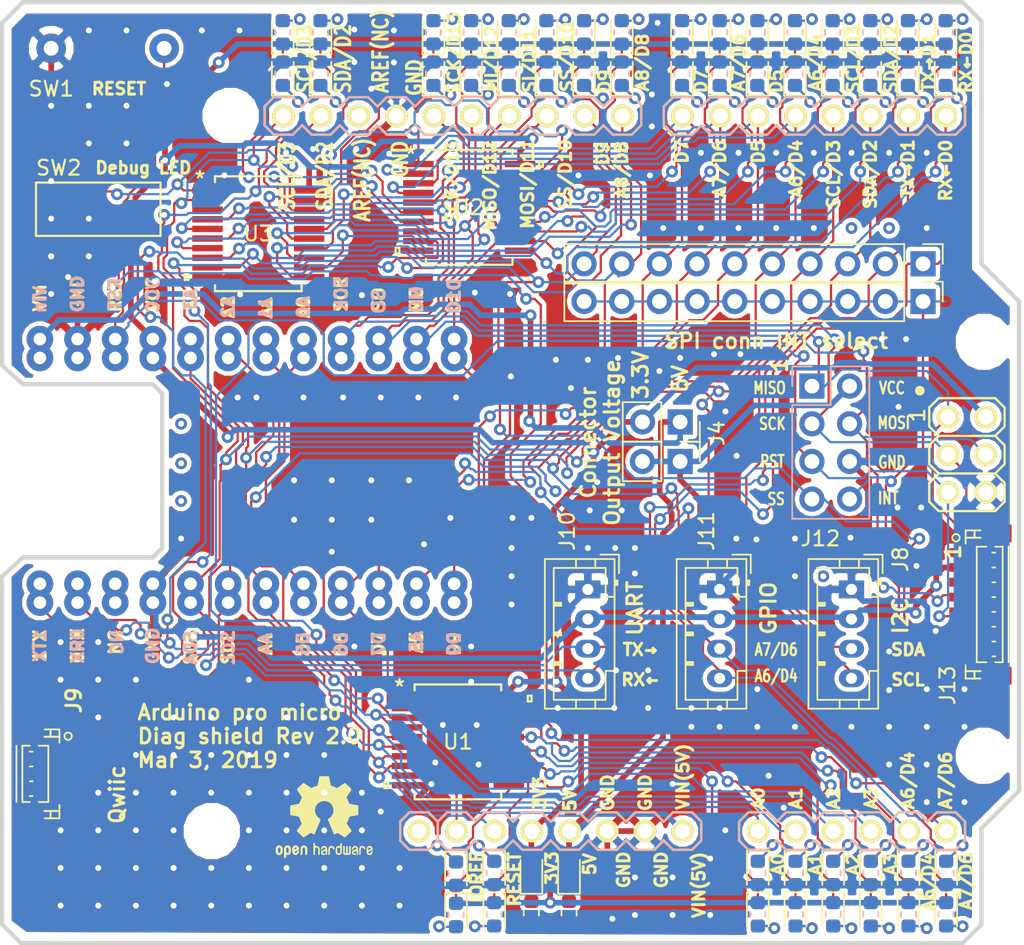
<source format=kicad_pcb>
(kicad_pcb (version 20171130) (host pcbnew "(5.0.2-5-10.14)")
  (layers (0 F.Cu signal) (31 B.Cu signal) (34 B.Paste user) (35 F.Paste user) (36 B.SilkS user) (37 F.SilkS user) (38 B.Mask user) (39 F.Mask user) (44 Edge.Cuts user))
  (net 0 "")
  (net 1 "Net-(D1-Pad2)")
  (net 2 "Net-(D1-Pad1)")
  (net 3 "Net-(D2-Pad2)")
  (net 4 "Net-(D3-Pad2)")
  (net 5 "Net-(D4-Pad2)")
  (net 6 "Net-(D5-Pad2)")
  (net 7 "Net-(D6-Pad2)")
  (net 8 "Net-(D7-Pad2)")
  (net 9 "Net-(D8-Pad2)")
  (net 10 "Net-(D9-Pad2)")
  (net 11 "Net-(D10-Pad2)")
  (net 12 "Net-(D11-Pad2)")
  (net 13 "Net-(D12-Pad2)")
  (net 14 "Net-(D13-Pad2)")
  (net 15 "Net-(D14-Pad2)")
  (net 16 "Net-(D15-Pad2)")
  (net 17 "Net-(D16-Pad2)")
  (net 18 "Net-(D17-Pad2)")
  (net 19 "Net-(D18-Pad2)")
  (net 20 "Net-(D19-Pad2)")
  (net 21 "Net-(D20-Pad2)")
  (net 22 GND)
  (net 23 "Net-(D21-Pad1)")
  (net 24 3.3V)
  (net 25 TX)
  (net 26 RX)
  (net 27 NC)
  (net 28 SDA)
  (net 29 SCL)
  (net 30 D4/A6)
  (net 31 D5)
  (net 32 D6/A7)
  (net 33 D7)
  (net 34 D8/A8)
  (net 35 D9)
  (net 36 D10/SS)
  (net 37 MOSI)
  (net 38 MISO)
  (net 39 SCK)
  (net 40 A0)
  (net 41 A1)
  (net 42 A2)
  (net 43 A3)
  (net 44 RESET)
  (net 45 5V)
  (net 46 "Net-(J2-PadAREF)")
  (net 47 INT)
  (net 48 VCC-CONN)
  (net 49 "Net-(D2-Pad1)")
  (net 50 "Net-(D28-Pad2)")
  (net 51 "Net-(D29-Pad2)")
  (net 52 "Net-(D30-Pad2)")
  (net 53 "Net-(D31-Pad2)")
  (net 54 "Net-(D32-Pad2)")
  (net 55 "Net-(D33-Pad2)")
  (net 56 "Net-(D34-Pad2)")
  (net 57 "Net-(D10-Pad1)")
  (net 58 "Net-(D11-Pad1)")
  (net 59 "Net-(D12-Pad1)")
  (net 60 "Net-(D13-Pad1)")
  (net 61 "Net-(D14-Pad1)")
  (net 62 "Net-(D15-Pad1)")
  (net 63 "Net-(D16-Pad1)")
  (net 64 "Net-(D17-Pad1)")
  (net 65 "Net-(D18-Pad1)")
  (net 66 "Net-(D19-Pad1)")
  (net 67 "Net-(D20-Pad1)")
  (net 68 "Net-(D21-Pad2)")
  (net 69 "Net-(D22-Pad1)")
  (net 70 "Net-(D22-Pad2)")
  (net 71 "Net-(D23-Pad1)")
  (net 72 "Net-(D23-Pad2)")
  (net 73 "Net-(D24-Pad2)")
  (net 74 "Net-(D24-Pad1)")
  (net 75 "Net-(D26-Pad1)")
  (net 76 "Net-(D27-Pad1)")
  (net 77 "Net-(D28-Pad1)")
  (net 78 "Net-(D29-Pad1)")
  (net 79 "Net-(D30-Pad1)")
  (net 80 "Net-(D31-Pad1)")
  (net 81 "Net-(D32-Pad1)")
  (net 82 "Net-(D33-Pad1)")
  (net 83 "Net-(D34-Pad1)")
  (net 84 "Net-(D35-Pad1)")
  (net 85 "Net-(D36-Pad1)")
  (net 86 "Net-(D37-Pad1)")
  (net 87 "Net-(D38-Pad1)")
  (net 88 "Net-(D39-Pad1)")
  (net 89 "Net-(D40-Pad1)")
  (net 90 "Net-(D41-Pad1)")
  (net 91 "Net-(D42-Pad1)")
  (net 92 "Net-(D43-Pad1)")
  (net 93 "Net-(D44-Pad1)")
  (net 94 "Net-(D45-Pad1)")
  (net 95 "Net-(D46-Pad1)")
  (net 96 "Net-(D47-Pad1)")
  (net 97 "Net-(D48-Pad1)")
  (net 98 "Net-(D49-Pad1)")
  (net 99 IOREF)
  (net 100 /debug_led/OE)
  (net 101 "Net-(D25-Pad1)")
  (net 102 "Net-(D50-Pad1)")
  (module library:Arduino_pro_micro_0.85mm (layer F.Cu) (at 134.493 137.033)
    (fp_text reference J1 hide)
    (fp_text value Arduino_pro_micro)
    (fp_text user D9 (at 15.24 14.224 90) (layer F.SilkS) (effects (font (size 0.8 0.8) (thickness 0.2))))
    (fp_text user A5 (at 12.7 14.097 90) (layer F.SilkS) (effects (font (size 0.8 0.8) (thickness 0.2))))
    (fp_text user D7 (at 10.16 14.224 90) (layer F.SilkS) (effects (font (size 0.8 0.8) (thickness 0.2))))
    (fp_text user D6 (at 7.62 14.224 90) (layer F.SilkS) (effects (font (size 0.8 0.8) (thickness 0.2))))
    (fp_text user D5 (at 5.08 14.224 90) (layer F.SilkS) (effects (font (size 0.8 0.8) (thickness 0.2))))
    (fp_text user A4 (at 2.54 14.224 90) (layer F.SilkS) (effects (font (size 0.8 0.8) (thickness 0.2))))
    (fp_text user SCL (at 0 14.478 90) (layer F.SilkS) (effects (font (size 0.8 0.8) (thickness 0.2))))
    (fp_text user SDA (at -2.54 14.478 90) (layer F.SilkS) (effects (font (size 0.8 0.8) (thickness 0.2))))
    (fp_text user GND (at -5.08 14.351 90) (layer F.SilkS) (effects (font (size 0.8 0.8) (thickness 0.2))))
    (fp_text user NC (at -7.62 14.097 90) (layer F.SilkS) (effects (font (size 0.8 0.8) (thickness 0.2))))
    (fp_text user 0RX (at -10.16 14.351 90) (layer F.SilkS) (effects (font (size 0.8 0.8) (thickness 0.2))))
    (fp_text user 1TX (at -12.7 14.351 90) (layer F.SilkS) (effects (font (size 0.8 0.8) (thickness 0.2))))
    (fp_text user D10 (at 15.24 -9.271 90) (layer F.SilkS) (effects (font (size 0.8 0.8) (thickness 0.2))))
    (fp_text user MO (at 12.7 -9.017 90) (layer F.SilkS) (effects (font (size 0.8 0.8) (thickness 0.2))))
    (fp_text user SO (at 10.16 -9.017 90) (layer F.SilkS) (effects (font (size 0.8 0.8) (thickness 0.2))))
    (fp_text user SCK (at 7.62 -9.398 90) (layer F.SilkS) (effects (font (size 0.8 0.8) (thickness 0.2))))
    (fp_text user A0 (at 5.08 -8.509 90) (layer F.SilkS) (effects (font (size 0.8 0.8) (thickness 0.2))))
    (fp_text user A1 (at 2.54 -8.509 90) (layer F.SilkS) (effects (font (size 0.8 0.8) (thickness 0.2))))
    (fp_text user A2 (at 0 -8.509 90) (layer F.SilkS) (effects (font (size 0.8 0.8) (thickness 0.2))))
    (fp_text user A3 (at -2.54 -9.017 90) (layer F.SilkS) (effects (font (size 0.8 0.8) (thickness 0.2))))
    (fp_text user VCC (at -5.08 -9.398 90) (layer F.SilkS) (effects (font (size 0.8 0.8) (thickness 0.2))))
    (fp_text user RST (at -7.62 -9.271 90) (layer F.SilkS) (effects (font (size 0.8 0.8) (thickness 0.2))))
    (fp_text user GND (at -10.16 -9.398 90) (layer F.SilkS) (effects (font (size 0.8 0.8) (thickness 0.2))))
    (fp_text user Vin (at -12.7 -9.144 90) (layer F.SilkS) (effects (font (size 0.8 0.8) (thickness 0.2))))
    (pad 1 thru_hole circle (at -12.7 10.16) (size 1.8 1.8) (drill 0.85) (layers *.Cu *.Mask) (net 25 TX))
    (pad 2 thru_hole circle (at -10.16 10.16) (size 1.8 1.8) (drill 0.85) (layers *.Cu *.Mask) (net 26 RX))
    (pad 3 thru_hole circle (at -7.62 10.16) (size 1.8 1.8) (drill 0.85) (layers *.Cu *.Mask) (net 27 NC))
    (pad 4 thru_hole circle (at -5.08 10.16) (size 1.8 1.8) (drill 0.85) (layers *.Cu *.Mask) (net 22 GND))
    (pad 5 thru_hole circle (at -2.54 10.16) (size 1.8 1.8) (drill 0.85) (layers *.Cu *.Mask) (net 28 SDA))
    (pad 6 thru_hole circle (at 0 10.16) (size 1.8 1.8) (drill 0.85) (layers *.Cu *.Mask) (net 29 SCL))
    (pad 7 thru_hole circle (at 2.54 10.16) (size 1.8 1.8) (drill 0.85) (layers *.Cu *.Mask) (net 30 D4/A6))
    (pad 8 thru_hole circle (at 5.08 10.16) (size 1.8 1.8) (drill 0.85) (layers *.Cu *.Mask) (net 31 D5))
    (pad 9 thru_hole circle (at 7.62 10.16) (size 1.8 1.8) (drill 0.85) (layers *.Cu *.Mask) (net 32 D6/A7))
    (pad 10 thru_hole circle (at 10.16 10.16) (size 1.8 1.8) (drill 0.85) (layers *.Cu *.Mask) (net 33 D7))
    (pad 11 thru_hole circle (at 12.7 10.16) (size 1.8 1.8) (drill 0.85) (layers *.Cu *.Mask) (net 34 D8/A8))
    (pad 12 thru_hole circle (at 15.24 10.16) (size 1.8 1.8) (drill 0.85) (layers *.Cu *.Mask) (net 35 D9))
    (pad 13 thru_hole circle (at 15.24 -5.08) (size 1.8 1.8) (drill 0.85) (layers *.Cu *.Mask) (net 36 D10/SS))
    (pad 14 thru_hole circle (at 12.7 -5.08) (size 1.8 1.8) (drill 0.85) (layers *.Cu *.Mask) (net 37 MOSI))
    (pad 15 thru_hole circle (at 10.16 -5.08) (size 1.8 1.8) (drill 0.85) (layers *.Cu *.Mask) (net 38 MISO))
    (pad 16 thru_hole circle (at 7.62 -5.08) (size 1.8 1.8) (drill 0.85) (layers *.Cu *.Mask) (net 39 SCK))
    (pad 17 thru_hole circle (at 5.08 -5.08) (size 1.8 1.8) (drill 0.85) (layers *.Cu *.Mask) (net 40 A0))
    (pad 18 thru_hole circle (at 2.54 -5.08) (size 1.8 1.8) (drill 0.85) (layers *.Cu *.Mask) (net 41 A1))
    (pad 19 thru_hole circle (at 0 -5.08) (size 1.8 1.8) (drill 0.85) (layers *.Cu *.Mask) (net 42 A2))
    (pad 20 thru_hole circle (at -2.54 -5.08) (size 1.8 1.8) (drill 0.85) (layers *.Cu *.Mask) (net 43 A3))
    (pad 21 thru_hole circle (at -5.08 -5.08) (size 1.8 1.8) (drill 0.85) (layers *.Cu *.Mask) (net 24 3.3V))
    (pad 22 thru_hole circle (at -7.62 -5.08) (size 1.8 1.8) (drill 0.85) (layers *.Cu *.Mask) (net 44 RESET))
    (pad 23 thru_hole circle (at -10.16 -5.08) (size 1.8 1.8) (drill 0.85) (layers *.Cu *.Mask) (net 22 GND))
    (pad 24 thru_hole circle (at -12.7 -5.08) (size 1.8 1.8) (drill 0.85) (layers *.Cu *.Mask) (net 45 5V))
  )
  (module library:Arduino_Shield (layer F.Cu) (at 119.4181 166.4208)
    (fp_text reference J2 hide)
    (fp_text value "Arduino UNO" hide)
    (fp_text user GND (at 43.2054 -5.1308 270) (layer F.SilkS) (effects (font (size 0.8 0.8) (thickness 0.2))))
    (fp_text user SCL/D3 (at 20.2819 -54.6608 90) (layer F.SilkS) (effects (font (size 1 0.8) (thickness 0.2))))
    (fp_text user SDA/D2 (at 22.8219 -54.6608 90) (layer F.SilkS) (effects (font (size 1 0.8) (thickness 0.2))))
    (fp_text user "AREF(NC)" (at 25.3619 -55.1688 90) (layer F.SilkS) (effects (font (size 1 0.8) (thickness 0.2))))
    (fp_text user GND (at 27.6479 -53.3908 90) (layer F.SilkS) (effects (font (size 1 0.8) (thickness 0.2))))
    (fp_text user SCK/D13 (at 30.3149 -55.0418 90) (layer F.SilkS) (effects (font (size 0.8 0.8) (thickness 0.2))))
    (fp_text user MI/D12 (at 32.8549 -54.6608 90) (layer F.SilkS) (effects (font (size 0.8 0.8) (thickness 0.2))))
    (fp_text user SI/D11 (at 35.3949 -54.5338 90) (layer F.SilkS) (effects (font (size 0.8 0.8) (thickness 0.2))))
    (fp_text user SS/D10 (at 37.8079 -46.863 90) (layer F.SilkS) (effects (font (size 0.8 0.8) (thickness 0.2))))
    (fp_text user D9 (at 40.4749 -53.1368 90) (layer F.SilkS) (effects (font (size 0.8 0.8) (thickness 0.2))))
    (fp_text user A8/D8 (at 43.0149 -54.4068 90) (layer F.SilkS) (effects (font (size 0.8 0.8) (thickness 0.2))))
    (fp_text user D7 (at 46.9519 -53.1368 90) (layer F.SilkS) (effects (font (size 0.8 0.8) (thickness 0.2))))
    (fp_text user A7/D6 (at 49.4919 -54.4068 90) (layer F.SilkS) (effects (font (size 0.8 0.8) (thickness 0.2))))
    (fp_text user D5 (at 52.0319 -53.1368 90) (layer F.SilkS) (effects (font (size 0.8 0.8) (thickness 0.2))))
    (fp_text user A6/D4 (at 54.6989 -54.4068 90) (layer F.SilkS) (effects (font (size 0.8 0.8) (thickness 0.2))))
    (fp_text user SCL/D3 (at 57.2389 -54.6608 90) (layer F.SilkS) (effects (font (size 0.8 0.8) (thickness 0.2))))
    (fp_text user SDA/D2 (at 59.7789 -54.6608 90) (layer F.SilkS) (effects (font (size 0.8 0.8) (thickness 0.2))))
    (fp_text user TX→D1 (at 62.3189 -54.4068 90) (layer F.SilkS) (effects (font (size 0.8 0.8) (thickness 0.2))))
    (fp_text user RX←D0 (at 64.8589 -54.4068 90) (layer F.SilkS) (effects (font (size 0.8 0.8) (thickness 0.2))))
    (fp_text user A7/D6 (at 63.4619 -5.9563 90) (layer F.SilkS) (effects (font (size 0.8 0.8) (thickness 0.2))))
    (fp_text user A6/D4 (at 60.9219 -5.9563 90) (layer F.SilkS) (effects (font (size 0.8 0.8) (thickness 0.2))))
    (fp_text user A3 (at 58.4454 -4.7498 270) (layer F.SilkS) (effects (font (size 0.8 0.8) (thickness 0.2))))
    (fp_text user A2 (at 55.9054 -4.7498 270) (layer F.SilkS) (effects (font (size 0.8 0.8) (thickness 0.2))))
    (fp_text user A1 (at 53.3654 -4.7498 270) (layer F.SilkS) (effects (font (size 0.8 0.8) (thickness 0.2))))
    (fp_text user A0 (at 50.8254 -4.7498 90) (layer F.SilkS) (effects (font (size 0.8 0.8) (thickness 0.2))))
    (fp_text user "VIN(5V)" (at 45.7454 -6.2103 90) (layer F.SilkS) (effects (font (size 0.8 0.8) (thickness 0.2))))
    (fp_text user GND (at 40.6654 -5.1308 270) (layer F.SilkS) (effects (font (size 0.8 0.8) (thickness 0.2))))
    (fp_text user 5V (at 38.1254 -4.6228 90) (layer F.SilkS) (effects (font (size 0.8 0.8) (thickness 0.2))))
    (fp_text user 3V3 (at 36.0934 -5.1308 90) (layer F.SilkS) (effects (font (size 0.8 0.8) (thickness 0.2))))
    (fp_text user RESET (at 34.3789 0.7112 90) (layer F.SilkS) (effects (font (size 0.8 0.8) (thickness 0.2))))
    (fp_text user IOREF (at 31.8389 0.5842 90) (layer F.SilkS) (effects (font (size 0.8 0.8) (thickness 0.2))))
    (fp_text user 1 (at 61.5569 -30.607 90) (layer F.SilkS))
    (pad "" np_thru_hole circle (at 13.97 -2.54 90) (size 3.2 3.2) (drill 3.2) (layers *.Cu *.Mask F.SilkS))
    (pad SP6 thru_hole circle (at 66.167 -25.4 90) (size 1.524 1.524) (drill 1.016) (layers *.Cu *.Mask F.SilkS) (net 22 GND))
    (pad SP5 thru_hole circle (at 63.627 -25.4 90) (size 1.524 1.524) (drill 1.016) (layers *.Cu *.Mask F.SilkS) (net 44 RESET))
    (pad SP4 thru_hole circle (at 66.167 -27.94 90) (size 1.524 1.524) (drill 1.016) (layers *.Cu *.Mask F.SilkS) (net 37 MOSI))
    (pad SP3 thru_hole circle (at 63.627 -27.94 90) (size 1.524 1.524) (drill 1.016) (layers *.Cu *.Mask F.SilkS) (net 39 SCK))
    (pad SP2 thru_hole circle (at 66.167 -30.48 90) (size 1.524 1.524) (drill 1.016) (layers *.Cu *.Mask F.SilkS) (net 24 3.3V))
    (pad SP1 thru_hole circle (at 63.627 -30.48 90) (size 1.524 1.524) (drill 1.016) (layers *.Cu *.Mask F.SilkS) (net 38 MISO))
    (pad NC thru_hole circle (at 27.94 -2.54 90) (size 1.524 1.524) (drill 1) (layers *.Cu *.Mask F.SilkS))
    (pad IO_R thru_hole circle (at 30.48 -2.54 90) (size 1.524 1.524) (drill 1) (layers *.Cu *.Mask F.SilkS) (net 99 IOREF))
    (pad SCL thru_hole circle (at 18.796 -50.8 90) (size 1.524 1.524) (drill 1) (layers *.Cu *.Mask F.SilkS) (net 29 SCL))
    (pad SDA thru_hole circle (at 21.336 -50.8 90) (size 1.524 1.524) (drill 1) (layers *.Cu *.Mask F.SilkS) (net 28 SDA))
    (pad "" np_thru_hole circle (at 15.24 -50.8 90) (size 3.2 3.2) (drill 3.2) (layers *.Cu *.Mask F.SilkS))
    (pad 5V thru_hole circle (at 38.1 -2.54 90) (size 1.524 1.524) (drill 1) (layers *.Cu *.Mask F.SilkS) (net 45 5V))
    (pad AREF thru_hole circle (at 23.876 -50.8 90) (size 1.524 1.524) (drill 1) (layers *.Cu *.Mask F.SilkS) (net 46 "Net-(J2-PadAREF)"))
    (pad GND3 thru_hole circle (at 26.416 -50.8 90) (size 1.524 1.524) (drill 1) (layers *.Cu *.Mask F.SilkS) (net 22 GND))
    (pad 13 thru_hole circle (at 28.956 -50.8 90) (size 1.524 1.524) (drill 1) (layers *.Cu *.Mask F.SilkS) (net 39 SCK))
    (pad 12 thru_hole circle (at 31.496 -50.8 90) (size 1.524 1.524) (drill 1) (layers *.Cu *.Mask F.SilkS) (net 38 MISO))
    (pad 11 thru_hole circle (at 34.036 -50.8 90) (size 1.524 1.524) (drill 1) (layers *.Cu *.Mask F.SilkS) (net 37 MOSI))
    (pad 10 thru_hole circle (at 36.576 -50.8 90) (size 1.524 1.524) (drill 1) (layers *.Cu *.Mask F.SilkS) (net 36 D10/SS))
    (pad 9 thru_hole circle (at 39.116 -50.8 90) (size 1.524 1.524) (drill 1) (layers *.Cu *.Mask F.SilkS) (net 35 D9))
    (pad 8 thru_hole circle (at 41.656 -50.8 90) (size 1.524 1.524) (drill 1) (layers *.Cu *.Mask F.SilkS) (net 34 D8/A8))
    (pad 7 thru_hole circle (at 45.72 -50.8 90) (size 1.524 1.524) (drill 1) (layers *.Cu *.Mask F.SilkS) (net 33 D7))
    (pad 6 thru_hole circle (at 48.26 -50.8 90) (size 1.524 1.524) (drill 1) (layers *.Cu *.Mask F.SilkS) (net 32 D6/A7))
    (pad 5 thru_hole circle (at 50.8 -50.8 90) (size 1.524 1.524) (drill 1.016) (layers *.Cu *.Mask F.SilkS) (net 31 D5))
    (pad 4 thru_hole circle (at 53.34 -50.8 90) (size 1.524 1.524) (drill 1) (layers *.Cu *.Mask F.SilkS) (net 30 D4/A6))
    (pad 3 thru_hole circle (at 55.88 -50.8 90) (size 1.524 1.524) (drill 1) (layers *.Cu *.Mask F.SilkS) (net 29 SCL))
    (pad 2 thru_hole circle (at 58.42 -50.8 90) (size 1.524 1.524) (drill 1) (layers *.Cu *.Mask F.SilkS) (net 28 SDA))
    (pad 1 thru_hole circle (at 60.96 -50.8 90) (size 1.524 1.524) (drill 1) (layers *.Cu *.Mask F.SilkS) (net 25 TX))
    (pad 0 thru_hole circle (at 63.5 -50.8 90) (size 1.524 1.524) (drill 1) (layers *.Cu *.Mask F.SilkS) (net 26 RX))
    (pad RST thru_hole circle (at 33.02 -2.54 90) (size 1.524 1.524) (drill 1) (layers *.Cu *.Mask F.SilkS) (net 44 RESET))
    (pad 3V3 thru_hole circle (at 35.56 -2.54 90) (size 1.524 1.524) (drill 1) (layers *.Cu *.Mask F.SilkS) (net 24 3.3V))
    (pad GND1 thru_hole circle (at 40.64 -2.54 90) (size 1.524 1.524) (drill 1) (layers *.Cu *.Mask F.SilkS) (net 22 GND))
    (pad GND2 thru_hole circle (at 43.18 -2.54 90) (size 1.524 1.524) (drill 1) (layers *.Cu *.Mask F.SilkS) (net 22 GND))
    (pad V_IN thru_hole circle (at 45.72 -2.54 90) (size 1.524 1.524) (drill 1) (layers *.Cu *.Mask F.SilkS) (net 45 5V))
    (pad AD2 thru_hole circle (at 55.88 -2.54 90) (size 1.524 1.524) (drill 1) (layers *.Cu *.Mask F.SilkS) (net 42 A2))
    (pad AD1 thru_hole circle (at 53.34 -2.54 90) (size 1.524 1.524) (drill 1) (layers *.Cu *.Mask F.SilkS) (net 41 A1))
    (pad AD0 thru_hole circle (at 50.8 -2.54 90) (size 1.524 1.524) (drill 1) (layers *.Cu *.Mask F.SilkS) (net 40 A0))
    (pad AD3 thru_hole circle (at 58.42 -2.54 90) (size 1.524 1.524) (drill 1) (layers *.Cu *.Mask F.SilkS) (net 43 A3))
    (pad AD4 thru_hole circle (at 60.96 -2.54 90) (size 1.524 1.524) (drill 1) (layers *.Cu *.Mask F.SilkS) (net 30 D4/A6))
    (pad AD5 thru_hole circle (at 63.5 -2.54 90) (size 1.524 1.524) (drill 1) (layers *.Cu *.Mask F.SilkS) (net 32 D6/A7))
    (pad "" np_thru_hole circle (at 66.04 -35.56 90) (size 3.2 3.2) (drill 3.2) (layers *.Cu *.Mask F.SilkS))
    (pad "" np_thru_hole circle (at 66.04 -7.62 90) (size 3.2 3.2) (drill 3.2) (layers *.Cu *.Mask F.SilkS))
  )
  (module library:JST_PH_B4B-PH-K_04x2.00mm_Straight (layer F.Cu) (at 158.75 147.574 270)
    (fp_text reference J10 (at -3.937 1.397 270) (layer F.SilkS))
    (fp_text value "Grove UART")
    (pad 4 thru_hole oval (at 6 0 270) (size 1.2 1.7) (drill 0.75) (layers *.Cu *.Mask) (net 26 RX))
    (pad 3 thru_hole oval (at 4 0 270) (size 1.2 1.7) (drill 0.75) (layers *.Cu *.Mask) (net 25 TX))
    (pad 2 thru_hole oval (at 2 0 270) (size 1.2 1.7) (drill 0.75) (layers *.Cu *.Mask) (net 48 VCC-CONN))
    (pad 1 thru_hole rect (at 0 0 270) (size 1.2 1.7) (drill 0.75) (layers *.Cu *.Mask) (net 22 GND))
  )
  (module Symbols:OSHW-Logo2_7.3x6mm_Copper (layer F.Cu) (at 140.97 162.941)
    (fp_text reference REF*** hide)
    (fp_text value OSHW-Logo2_7.3x6mm_Copper hide)
  )
  (module library:Arduino_Shield (layer F.Cu) (at 119.4181 166.4208)
    (fp_text reference J2 hide)
    (fp_text value "Arduino UNO" hide)
    (fp_text user 1 (at 61.5569 -30.607 90) (layer F.SilkS))
    (fp_text user IOREF (at 31.8389 0.5842 90) (layer F.SilkS) (effects (font (size 0.8 0.8) (thickness 0.2))))
    (fp_text user RESET (at 34.3789 0.7112 90) (layer F.SilkS) (effects (font (size 0.8 0.8) (thickness 0.2))))
    (fp_text user 3V3 (at 36.9189 -0.0508 90) (layer F.SilkS) (effects (font (size 0.8 0.8) (thickness 0.2))))
    (fp_text user 5V (at 39.4589 -0.3048 90) (layer F.SilkS) (effects (font (size 0.8 0.8) (thickness 0.2))))
    (fp_text user GND (at 41.7449 0.0762 270) (layer F.SilkS) (effects (font (size 0.8 0.8) (thickness 0.2))))
    (fp_text user "VIN(5V)" (at 46.8249 1.0922 90) (layer F.SilkS) (effects (font (size 0.8 0.8) (thickness 0.2))))
    (fp_text user A0 (at 52.1589 -0.3048 90) (layer F.SilkS) (effects (font (size 0.8 0.8) (thickness 0.2))))
    (fp_text user A1 (at 54.6989 -0.3048 270) (layer F.SilkS) (effects (font (size 0.8 0.8) (thickness 0.2))))
    (fp_text user A2 (at 57.2389 -0.3048 270) (layer F.SilkS) (effects (font (size 0.8 0.8) (thickness 0.2))))
    (fp_text user A3 (at 59.7789 -0.3048 270) (layer F.SilkS) (effects (font (size 0.8 0.8) (thickness 0.2))))
    (fp_text user A6/D4 (at 62.3189 0.9017 90) (layer F.SilkS) (effects (font (size 0.8 0.8) (thickness 0.2))))
    (fp_text user A7/D6 (at 64.8589 0.8382 90) (layer F.SilkS) (effects (font (size 0.8 0.8) (thickness 0.2))))
    (fp_text user RX←D0 (at 63.4619 -47.117 90) (layer F.SilkS) (effects (font (size 0.8 0.8) (thickness 0.2))))
    (fp_text user TX→D1 (at 60.9219 -47.244 90) (layer F.SilkS) (effects (font (size 0.8 0.8) (thickness 0.2))))
    (fp_text user SDA/D2 (at 58.3819 -46.863 90) (layer F.SilkS) (effects (font (size 0.8 0.8) (thickness 0.2))))
    (fp_text user SCL/D3 (at 55.9054 -46.863 90) (layer F.SilkS) (effects (font (size 0.8 0.8) (thickness 0.2))))
    (fp_text user A6/D4 (at 53.3654 -47.244 90) (layer F.SilkS) (effects (font (size 0.8 0.8) (thickness 0.2))))
    (fp_text user D5 (at 50.8254 -48.387 90) (layer F.SilkS) (effects (font (size 0.8 0.8) (thickness 0.2))))
    (fp_text user A7/D6 (at 48.2219 -47.244 90) (layer F.SilkS) (effects (font (size 0.8 0.8) (thickness 0.2))))
    (fp_text user D7 (at 45.6819 -48.387 90) (layer F.SilkS) (effects (font (size 0.8 0.8) (thickness 0.2))))
    (fp_text user A8/D8 (at 41.6179 -47.1678 90) (layer F.SilkS) (effects (font (size 0.8 0.8) (thickness 0.2))))
    (fp_text user D9 (at 40.3479 -48.26 90) (layer F.SilkS) (effects (font (size 0.8 0.8) (thickness 0.2))))
    (fp_text user SS/D10 (at 37.9349 -54.7878 90) (layer F.SilkS) (effects (font (size 0.8 0.8) (thickness 0.2))))
    (fp_text user MOSI/D11 (at 35.2679 -46.228 90) (layer F.SilkS) (effects (font (size 0.8 0.8) (thickness 0.2))))
    (fp_text user MISO/D12 (at 32.7279 -46.101 90) (layer F.SilkS) (effects (font (size 0.8 0.8) (thickness 0.2))))
    (fp_text user SCK/D13 (at 30.1879 -46.355 90) (layer F.SilkS) (effects (font (size 0.8 0.8) (thickness 0.2))))
    (fp_text user GND (at 26.67 -47.879 90) (layer F.SilkS) (effects (font (size 1 0.8) (thickness 0.2))))
    (fp_text user "AREF(NC)" (at 24.13 -46.482 90) (layer F.SilkS) (effects (font (size 1 0.8) (thickness 0.2))))
    (fp_text user SDA/D2 (at 21.59 -46.736 90) (layer F.SilkS) (effects (font (size 1 0.8) (thickness 0.2))))
    (fp_text user SCL/D3 (at 19.05 -46.736 90) (layer F.SilkS) (effects (font (size 1 0.8) (thickness 0.2))))
    (fp_text user GND (at 44.2849 0.0762 270) (layer F.SilkS) (effects (font (size 0.8 0.8) (thickness 0.2))))
    (pad "" np_thru_hole circle (at 66.04 -7.62 90) (size 3.2 3.2) (drill 3.2) (layers *.Cu *.Mask F.SilkS))
    (pad "" np_thru_hole circle (at 66.04 -35.56 90) (size 3.2 3.2) (drill 3.2) (layers *.Cu *.Mask F.SilkS))
    (pad AD5 thru_hole circle (at 63.5 -2.54 90) (size 1.524 1.524) (drill 1) (layers *.Cu *.Mask F.SilkS) (net 32 D6/A7))
    (pad AD4 thru_hole circle (at 60.96 -2.54 90) (size 1.524 1.524) (drill 1) (layers *.Cu *.Mask F.SilkS) (net 30 D4/A6))
    (pad AD3 thru_hole circle (at 58.42 -2.54 90) (size 1.524 1.524) (drill 1) (layers *.Cu *.Mask F.SilkS) (net 43 A3))
    (pad AD0 thru_hole circle (at 50.8 -2.54 90) (size 1.524 1.524) (drill 1) (layers *.Cu *.Mask F.SilkS) (net 40 A0))
    (pad AD1 thru_hole circle (at 53.34 -2.54 90) (size 1.524 1.524) (drill 1) (layers *.Cu *.Mask F.SilkS) (net 41 A1))
    (pad AD2 thru_hole circle (at 55.88 -2.54 90) (size 1.524 1.524) (drill 1) (layers *.Cu *.Mask F.SilkS) (net 42 A2))
    (pad V_IN thru_hole circle (at 45.72 -2.54 90) (size 1.524 1.524) (drill 1) (layers *.Cu *.Mask F.SilkS) (net 45 5V))
    (pad GND2 thru_hole circle (at 43.18 -2.54 90) (size 1.524 1.524) (drill 1) (layers *.Cu *.Mask F.SilkS) (net 22 GND))
    (pad GND1 thru_hole circle (at 40.64 -2.54 90) (size 1.524 1.524) (drill 1) (layers *.Cu *.Mask F.SilkS) (net 22 GND))
    (pad 3V3 thru_hole circle (at 35.56 -2.54 90) (size 1.524 1.524) (drill 1) (layers *.Cu *.Mask F.SilkS) (net 24 3.3V))
    (pad RST thru_hole circle (at 33.02 -2.54 90) (size 1.524 1.524) (drill 1) (layers *.Cu *.Mask F.SilkS) (net 44 RESET))
    (pad 0 thru_hole circle (at 63.5 -50.8 90) (size 1.524 1.524) (drill 1) (layers *.Cu *.Mask F.SilkS) (net 26 RX))
    (pad 1 thru_hole circle (at 60.96 -50.8 90) (size 1.524 1.524) (drill 1) (layers *.Cu *.Mask F.SilkS) (net 25 TX))
    (pad 2 thru_hole circle (at 58.42 -50.8 90) (size 1.524 1.524) (drill 1) (layers *.Cu *.Mask F.SilkS) (net 28 SDA))
    (pad 3 thru_hole circle (at 55.88 -50.8 90) (size 1.524 1.524) (drill 1) (layers *.Cu *.Mask F.SilkS) (net 29 SCL))
    (pad 4 thru_hole circle (at 53.34 -50.8 90) (size 1.524 1.524) (drill 1) (layers *.Cu *.Mask F.SilkS) (net 30 D4/A6))
    (pad 5 thru_hole circle (at 50.8 -50.8 90) (size 1.524 1.524) (drill 1.016) (layers *.Cu *.Mask F.SilkS) (net 31 D5))
    (pad 6 thru_hole circle (at 48.26 -50.8 90) (size 1.524 1.524) (drill 1) (layers *.Cu *.Mask F.SilkS) (net 32 D6/A7))
    (pad 7 thru_hole circle (at 45.72 -50.8 90) (size 1.524 1.524) (drill 1) (layers *.Cu *.Mask F.SilkS) (net 33 D7))
    (pad 8 thru_hole circle (at 41.656 -50.8 90) (size 1.524 1.524) (drill 1) (layers *.Cu *.Mask F.SilkS) (net 34 D8/A8))
    (pad 9 thru_hole circle (at 39.116 -50.8 90) (size 1.524 1.524) (drill 1) (layers *.Cu *.Mask F.SilkS) (net 35 D9))
    (pad 10 thru_hole circle (at 36.576 -50.8 90) (size 1.524 1.524) (drill 1) (layers *.Cu *.Mask F.SilkS) (net 36 D10/SS))
    (pad 11 thru_hole circle (at 34.036 -50.8 90) (size 1.524 1.524) (drill 1) (layers *.Cu *.Mask F.SilkS) (net 37 MOSI))
    (pad 12 thru_hole circle (at 31.496 -50.8 90) (size 1.524 1.524) (drill 1) (layers *.Cu *.Mask F.SilkS) (net 38 MISO))
    (pad 13 thru_hole circle (at 28.956 -50.8 90) (size 1.524 1.524) (drill 1) (layers *.Cu *.Mask F.SilkS) (net 39 SCK))
    (pad GND3 thru_hole circle (at 26.416 -50.8 90) (size 1.524 1.524) (drill 1) (layers *.Cu *.Mask F.SilkS) (net 22 GND))
    (pad AREF thru_hole circle (at 23.876 -50.8 90) (size 1.524 1.524) (drill 1) (layers *.Cu *.Mask F.SilkS) (net 46 "Net-(J2-PadAREF)"))
    (pad 5V thru_hole circle (at 38.1 -2.54 90) (size 1.524 1.524) (drill 1) (layers *.Cu *.Mask F.SilkS) (net 45 5V))
    (pad "" np_thru_hole circle (at 15.24 -50.8 90) (size 3.2 3.2) (drill 3.2) (layers *.Cu *.Mask F.SilkS))
    (pad SDA thru_hole circle (at 21.336 -50.8 90) (size 1.524 1.524) (drill 1) (layers *.Cu *.Mask F.SilkS) (net 28 SDA))
    (pad SCL thru_hole circle (at 18.796 -50.8 90) (size 1.524 1.524) (drill 1) (layers *.Cu *.Mask F.SilkS) (net 29 SCL))
    (pad IO_R thru_hole circle (at 30.48 -2.54 90) (size 1.524 1.524) (drill 1) (layers *.Cu *.Mask F.SilkS) (net 99 IOREF))
    (pad NC thru_hole circle (at 27.94 -2.54 90) (size 1.524 1.524) (drill 1) (layers *.Cu *.Mask F.SilkS))
    (pad SP1 thru_hole circle (at 63.627 -30.48 90) (size 1.524 1.524) (drill 1.016) (layers *.Cu *.Mask F.SilkS) (net 38 MISO))
    (pad SP2 thru_hole circle (at 66.167 -30.48 90) (size 1.524 1.524) (drill 1.016) (layers *.Cu *.Mask F.SilkS) (net 24 3.3V))
    (pad SP3 thru_hole circle (at 63.627 -27.94 90) (size 1.524 1.524) (drill 1.016) (layers *.Cu *.Mask F.SilkS) (net 39 SCK))
    (pad SP4 thru_hole circle (at 66.167 -27.94 90) (size 1.524 1.524) (drill 1.016) (layers *.Cu *.Mask F.SilkS) (net 37 MOSI))
    (pad SP5 thru_hole circle (at 63.627 -25.4 90) (size 1.524 1.524) (drill 1.016) (layers *.Cu *.Mask F.SilkS) (net 44 RESET))
    (pad SP6 thru_hole circle (at 66.167 -25.4 90) (size 1.524 1.524) (drill 1.016) (layers *.Cu *.Mask F.SilkS) (net 22 GND))
    (pad "" np_thru_hole circle (at 13.97 -2.54 90) (size 3.2 3.2) (drill 3.2) (layers *.Cu *.Mask F.SilkS))
  )
  (module "KiCAD footprints:LED_0603_1608Metric" (layer F.Cu) (at 182.914911 169.500339 270)
    (fp_text reference D1 hide)
    (fp_text value BLUE)
    (pad 2 smd roundrect (at 0.7875 0 270) (size 0.875 0.95) (layers F.Cu F.Paste F.Mask) (net 1 "Net-(D1-Pad2)"))
    (pad 1 smd roundrect (at -0.7875 0 270) (size 0.875 0.95) (layers F.Cu F.Paste F.Mask) (net 2 "Net-(D1-Pad1)"))
  )
  (module "KiCAD footprints:LED_0603_1608Metric" (layer F.Cu) (at 180.374911 169.500339 270)
    (fp_text reference D2 hide)
    (fp_text value BLUE)
    (pad 2 smd roundrect (at 0.7875 0 270) (size 0.875 0.95) (layers F.Cu F.Paste F.Mask) (net 3 "Net-(D2-Pad2)"))
    (pad 1 smd roundrect (at -0.7875 0 270) (size 0.875 0.95) (layers F.Cu F.Paste F.Mask) (net 49 "Net-(D2-Pad1)"))
  )
  (module "KiCAD footprints:LED_0603_1608Metric" (layer F.Cu) (at 177.834911 169.500339 270)
    (fp_text reference D3 hide)
    (fp_text value BLUE)
    (pad 2 smd roundrect (at 0.7875 0 270) (size 0.875 0.95) (layers F.Cu F.Paste F.Mask) (net 4 "Net-(D3-Pad2)"))
    (pad 1 smd roundrect (at -0.7875 0 270) (size 0.875 0.95) (layers F.Cu F.Paste F.Mask) (net 50 "Net-(D28-Pad2)"))
  )
  (module "KiCAD footprints:LED_0603_1608Metric" (layer F.Cu) (at 175.294911 169.500339 270)
    (fp_text reference D4 hide)
    (fp_text value BLUE)
    (pad 2 smd roundrect (at 0.7875 0 270) (size 0.875 0.95) (layers F.Cu F.Paste F.Mask) (net 5 "Net-(D4-Pad2)"))
    (pad 1 smd roundrect (at -0.7875 0 270) (size 0.875 0.95) (layers F.Cu F.Paste F.Mask) (net 51 "Net-(D29-Pad2)"))
  )
  (module "KiCAD footprints:LED_0603_1608Metric" (layer F.Cu) (at 172.754911 169.500339 270)
    (fp_text reference D5 hide)
    (fp_text value BLUE)
    (pad 2 smd roundrect (at 0.7875 0 270) (size 0.875 0.95) (layers F.Cu F.Paste F.Mask) (net 6 "Net-(D5-Pad2)"))
    (pad 1 smd roundrect (at -0.7875 0 270) (size 0.875 0.95) (layers F.Cu F.Paste F.Mask) (net 52 "Net-(D30-Pad2)"))
  )
  (module "KiCAD footprints:LED_0603_1608Metric" (layer F.Cu) (at 170.214911 169.500339 270)
    (fp_text reference D6 hide)
    (fp_text value BLUE)
    (pad 2 smd roundrect (at 0.7875 0 270) (size 0.875 0.95) (layers F.Cu F.Paste F.Mask) (net 7 "Net-(D6-Pad2)"))
    (pad 1 smd roundrect (at -0.7875 0 270) (size 0.875 0.95) (layers F.Cu F.Paste F.Mask) (net 53 "Net-(D31-Pad2)"))
  )
  (module "KiCAD footprints:LED_0603_1608Metric" (layer F.Cu) (at 152.434911 169.500339 270)
    (fp_text reference D7 hide)
    (fp_text value BLUE)
    (pad 2 smd roundrect (at 0.7875 0 270) (size 0.875 0.95) (layers F.Cu F.Paste F.Mask) (net 8 "Net-(D7-Pad2)"))
    (pad 1 smd roundrect (at -0.7875 0 270) (size 0.875 0.95) (layers F.Cu F.Paste F.Mask) (net 54 "Net-(D32-Pad2)"))
  )
  (module "KiCAD footprints:LED_0603_1608Metric" (layer F.Cu) (at 149.86 169.545 270)
    (fp_text reference D8 hide)
    (fp_text value BLUE)
    (pad 1 smd roundrect (at -0.7875 0 270) (size 0.875 0.95) (layers F.Cu F.Paste F.Mask) (net 55 "Net-(D33-Pad2)"))
    (pad 2 smd roundrect (at 0.7875 0 270) (size 0.875 0.95) (layers F.Cu F.Paste F.Mask) (net 9 "Net-(D8-Pad2)"))
  )
  (module "KiCAD footprints:LED_0603_1608Metric" (layer F.Cu) (at 165.1 109.982 90)
    (fp_text reference D9 hide)
    (fp_text value BLUE)
    (pad 2 smd roundrect (at 0.7875 0 90) (size 0.875 0.95) (layers F.Cu F.Paste F.Mask) (net 10 "Net-(D9-Pad2)"))
    (pad 1 smd roundrect (at -0.7875 0 90) (size 0.875 0.95) (layers F.Cu F.Paste F.Mask) (net 56 "Net-(D34-Pad2)"))
  )
  (module "KiCAD footprints:LED_0603_1608Metric" (layer F.Cu) (at 167.64 109.982 90)
    (fp_text reference D10 hide)
    (fp_text value BLUE)
    (pad 2 smd roundrect (at 0.7875 0 90) (size 0.875 0.95) (layers F.Cu F.Paste F.Mask) (net 11 "Net-(D10-Pad2)"))
    (pad 1 smd roundrect (at -0.7875 0 90) (size 0.875 0.95) (layers F.Cu F.Paste F.Mask) (net 57 "Net-(D10-Pad1)"))
  )
  (module "KiCAD footprints:LED_0603_1608Metric" (layer F.Cu) (at 170.18 109.982 90)
    (fp_text reference D11 hide)
    (fp_text value BLUE)
    (pad 1 smd roundrect (at -0.7875 0 90) (size 0.875 0.95) (layers F.Cu F.Paste F.Mask) (net 58 "Net-(D11-Pad1)"))
    (pad 2 smd roundrect (at 0.7875 0 90) (size 0.875 0.95) (layers F.Cu F.Paste F.Mask) (net 12 "Net-(D11-Pad2)"))
  )
  (module "KiCAD footprints:LED_0603_1608Metric" (layer F.Cu) (at 172.72 109.982 90)
    (fp_text reference D12 hide)
    (fp_text value BLUE)
    (pad 1 smd roundrect (at -0.7875 0 90) (size 0.875 0.95) (layers F.Cu F.Paste F.Mask) (net 59 "Net-(D12-Pad1)"))
    (pad 2 smd roundrect (at 0.7875 0 90) (size 0.875 0.95) (layers F.Cu F.Paste F.Mask) (net 13 "Net-(D12-Pad2)"))
  )
  (module "KiCAD footprints:LED_0603_1608Metric" (layer F.Cu) (at 175.26 109.982 90)
    (fp_text reference D13 hide)
    (fp_text value BLUE)
    (pad 1 smd roundrect (at -0.7875 0 90) (size 0.875 0.95) (layers F.Cu F.Paste F.Mask) (net 60 "Net-(D13-Pad1)"))
    (pad 2 smd roundrect (at 0.7875 0 90) (size 0.875 0.95) (layers F.Cu F.Paste F.Mask) (net 14 "Net-(D13-Pad2)"))
  )
  (module "KiCAD footprints:LED_0603_1608Metric" (layer F.Cu) (at 177.8 109.982 90)
    (fp_text reference D14 hide)
    (fp_text value BLUE)
    (pad 1 smd roundrect (at -0.7875 0 90) (size 0.875 0.95) (layers F.Cu F.Paste F.Mask) (net 61 "Net-(D14-Pad1)"))
    (pad 2 smd roundrect (at 0.7875 0 90) (size 0.875 0.95) (layers F.Cu F.Paste F.Mask) (net 15 "Net-(D14-Pad2)"))
  )
  (module "KiCAD footprints:LED_0603_1608Metric" (layer F.Cu) (at 180.34 109.982 90)
    (fp_text reference D15 hide)
    (fp_text value BLUE)
    (pad 1 smd roundrect (at -0.7875 0 90) (size 0.875 0.95) (layers F.Cu F.Paste F.Mask) (net 62 "Net-(D15-Pad1)"))
    (pad 2 smd roundrect (at 0.7875 0 90) (size 0.875 0.95) (layers F.Cu F.Paste F.Mask) (net 16 "Net-(D15-Pad2)"))
  )
  (module "KiCAD footprints:LED_0603_1608Metric" (layer F.Cu) (at 182.88 109.982 90)
    (fp_text reference D16 hide)
    (fp_text value BLUE)
    (pad 1 smd roundrect (at -0.7875 0 90) (size 0.875 0.95) (layers F.Cu F.Paste F.Mask) (net 63 "Net-(D16-Pad1)"))
    (pad 2 smd roundrect (at 0.7875 0 90) (size 0.875 0.95) (layers F.Cu F.Paste F.Mask) (net 17 "Net-(D16-Pad2)"))
  )
  (module "KiCAD footprints:LED_0603_1608Metric" (layer F.Cu) (at 138.176 109.982 90)
    (fp_text reference D17 hide)
    (fp_text value BLUE)
    (pad 1 smd roundrect (at -0.7875 0 90) (size 0.875 0.95) (layers F.Cu F.Paste F.Mask) (net 64 "Net-(D17-Pad1)"))
    (pad 2 smd roundrect (at 0.7875 0 90) (size 0.875 0.95) (layers F.Cu F.Paste F.Mask) (net 18 "Net-(D17-Pad2)"))
  )
  (module "KiCAD footprints:LED_0603_1608Metric" (layer F.Cu) (at 140.716 109.982 90)
    (fp_text reference D18 hide)
    (fp_text value BLUE)
    (pad 1 smd roundrect (at -0.7875 0 90) (size 0.875 0.95) (layers F.Cu F.Paste F.Mask) (net 65 "Net-(D18-Pad1)"))
    (pad 2 smd roundrect (at 0.7875 0 90) (size 0.875 0.95) (layers F.Cu F.Paste F.Mask) (net 19 "Net-(D18-Pad2)"))
  )
  (module "KiCAD footprints:LED_0603_1608Metric" (layer F.Cu) (at 148.336 109.982 90)
    (fp_text reference D19 hide)
    (fp_text value BLUE)
    (pad 2 smd roundrect (at 0.7875 0 90) (size 0.875 0.95) (layers F.Cu F.Paste F.Mask) (net 20 "Net-(D19-Pad2)"))
    (pad 1 smd roundrect (at -0.7875 0 90) (size 0.875 0.95) (layers F.Cu F.Paste F.Mask) (net 66 "Net-(D19-Pad1)"))
  )
  (module "KiCAD footprints:LED_0603_1608Metric" (layer F.Cu) (at 150.876 109.982 90)
    (fp_text reference D20 hide)
    (fp_text value BLUE)
    (pad 2 smd roundrect (at 0.7875 0 90) (size 0.875 0.95) (layers F.Cu F.Paste F.Mask) (net 21 "Net-(D20-Pad2)"))
    (pad 1 smd roundrect (at -0.7875 0 90) (size 0.875 0.95) (layers F.Cu F.Paste F.Mask) (net 67 "Net-(D20-Pad1)"))
  )
  (module "KiCAD footprints:LED_0603_1608Metric" (layer F.Cu) (at 153.416 109.982 90)
    (fp_text reference D21 hide)
    (fp_text value BLUE)
    (pad 1 smd roundrect (at -0.7875 0 90) (size 0.875 0.95) (layers F.Cu F.Paste F.Mask) (net 23 "Net-(D21-Pad1)"))
    (pad 2 smd roundrect (at 0.7875 0 90) (size 0.875 0.95) (layers F.Cu F.Paste F.Mask) (net 68 "Net-(D21-Pad2)"))
  )
  (module "KiCAD footprints:PinHeader_1x10_P2.54mm_Vertical" (layer F.Cu) (at 181.356 125.603 270)
    (fp_text reference J3 hide)
    (fp_text value Conn_01x10_Male)
    (pad 1 thru_hole rect (at 0 0 270) (size 1.7 1.7) (drill 1) (layers *.Cu *.Mask) (net 26 RX))
    (pad 2 thru_hole oval (at 0 2.54 270) (size 1.7 1.7) (drill 1) (layers *.Cu *.Mask) (net 25 TX))
    (pad 3 thru_hole oval (at 0 5.08 270) (size 1.7 1.7) (drill 1) (layers *.Cu *.Mask) (net 28 SDA))
    (pad 4 thru_hole oval (at 0 7.62 270) (size 1.7 1.7) (drill 1) (layers *.Cu *.Mask) (net 29 SCL))
    (pad 5 thru_hole oval (at 0 10.16 270) (size 1.7 1.7) (drill 1) (layers *.Cu *.Mask) (net 30 D4/A6))
    (pad 6 thru_hole oval (at 0 12.7 270) (size 1.7 1.7) (drill 1) (layers *.Cu *.Mask) (net 31 D5))
    (pad 7 thru_hole oval (at 0 15.24 270) (size 1.7 1.7) (drill 1) (layers *.Cu *.Mask) (net 32 D6/A7))
    (pad 8 thru_hole oval (at 0 17.78 270) (size 1.7 1.7) (drill 1) (layers *.Cu *.Mask) (net 33 D7))
    (pad 9 thru_hole oval (at 0 20.32 270) (size 1.7 1.7) (drill 1) (layers *.Cu *.Mask) (net 34 D8/A8))
    (pad 10 thru_hole oval (at 0 22.86 270) (size 1.7 1.7) (drill 1) (layers *.Cu *.Mask) (net 35 D9))
  )
  (module library:Arduino_pro_micro_WIDE-0.85mm (layer F.Cu) (at 134.493 138.303)
    (fp_text reference J5 hide)
    (fp_text value "Arduino_pro_micro WIDE")
    (fp_text user D9 (at 15.24 12.954 90) (layer B.SilkS) (effects (font (size 0.8 0.8) (thickness 0.2)) (justify mirror)))
    (fp_text user A5 (at 12.7 12.827 90) (layer B.SilkS) (effects (font (size 0.8 0.8) (thickness 0.2)) (justify mirror)))
    (fp_text user D7 (at 10.16 12.954 90) (layer B.SilkS) (effects (font (size 0.8 0.8) (thickness 0.2)) (justify mirror)))
    (fp_text user D6 (at 7.62 12.954 90) (layer B.SilkS) (effects (font (size 0.8 0.8) (thickness 0.2)) (justify mirror)))
    (fp_text user D5 (at 5.08 12.954 90) (layer B.SilkS) (effects (font (size 0.8 0.8) (thickness 0.2)) (justify mirror)))
    (fp_text user A4 (at 2.54 12.954 90) (layer B.SilkS) (effects (font (size 0.8 0.8) (thickness 0.2)) (justify mirror)))
    (fp_text user SCL (at 0 13.208 90) (layer B.SilkS) (effects (font (size 0.8 0.8) (thickness 0.2)) (justify mirror)))
    (fp_text user SDA (at -2.54 13.208 90) (layer B.SilkS) (effects (font (size 0.8 0.8) (thickness 0.2)) (justify mirror)))
    (fp_text user GND (at -5.08 13.081 90) (layer B.SilkS) (effects (font (size 0.8 0.8) (thickness 0.2)) (justify mirror)))
    (fp_text user NC (at -7.493 12.827 90) (layer B.SilkS) (effects (font (size 0.8 0.8) (thickness 0.2)) (justify mirror)))
    (fp_text user 0RX (at -10.16 13.081 90) (layer B.SilkS) (effects (font (size 0.8 0.8) (thickness 0.2)) (justify mirror)))
    (fp_text user 1TX (at -12.7 13.081 90) (layer B.SilkS) (effects (font (size 0.8 0.8) (thickness 0.2)) (justify mirror)))
    (fp_text user D10 (at 15.24 -10.541 90) (layer B.SilkS) (effects (font (size 0.8 0.8) (thickness 0.2)) (justify mirror)))
    (fp_text user MO (at 12.7 -10.287 90) (layer B.SilkS) (effects (font (size 0.8 0.8) (thickness 0.2)) (justify mirror)))
    (fp_text user SO (at 10.16 -10.16 90) (layer B.SilkS) (effects (font (size 0.8 0.8) (thickness 0.2)) (justify mirror)))
    (fp_text user SCK (at 7.62 -10.668 90) (layer B.SilkS) (effects (font (size 0.8 0.8) (thickness 0.2)) (justify mirror)))
    (fp_text user A0 (at 5.08 -9.779 90) (layer B.SilkS) (effects (font (size 0.8 0.8) (thickness 0.2)) (justify mirror)))
    (fp_text user A1 (at 2.54 -9.652 90) (layer B.SilkS) (effects (font (size 0.8 0.8) (thickness 0.2)) (justify mirror)))
    (fp_text user A2 (at 0 -9.779 90) (layer B.SilkS) (effects (font (size 0.8 0.8) (thickness 0.2)) (justify mirror)))
    (fp_text user A3 (at -2.54 -10.287 90) (layer B.SilkS) (effects (font (size 0.8 0.8) (thickness 0.2)) (justify mirror)))
    (fp_text user VCC (at -5.08 -10.541 90) (layer B.SilkS) (effects (font (size 0.8 0.8) (thickness 0.2)) (justify mirror)))
    (fp_text user RST (at -7.62 -10.668 90) (layer B.SilkS) (effects (font (size 0.8 0.8) (thickness 0.2)) (justify mirror)))
    (fp_text user GND (at -10.16 -10.668 90) (layer B.SilkS) (effects (font (size 0.8 0.8) (thickness 0.2)) (justify mirror)))
    (fp_text user Vin (at -12.7 -10.287 90) (layer B.SilkS) (effects (font (size 0.8 0.8) (thickness 0.2)) (justify mirror)))
    (pad 1 thru_hole circle (at -12.7 10.16) (size 1.8 1.8) (drill 0.85) (layers *.Cu *.Mask) (net 25 TX))
    (pad 2 thru_hole circle (at -10.16 10.16) (size 1.8 1.8) (drill 0.85) (layers *.Cu *.Mask) (net 26 RX))
    (pad 3 thru_hole circle (at -7.62 10.16) (size 1.8 1.8) (drill 0.85) (layers *.Cu *.Mask) (net 27 NC))
    (pad 4 thru_hole circle (at -5.08 10.16) (size 1.8 1.8) (drill 0.85) (layers *.Cu *.Mask) (net 22 GND))
    (pad 5 thru_hole circle (at -2.54 10.16) (size 1.8 1.8) (drill 0.85) (layers *.Cu *.Mask) (net 28 SDA))
    (pad 6 thru_hole circle (at 0 10.16) (size 1.8 1.8) (drill 0.85) (layers *.Cu *.Mask) (net 29 SCL))
    (pad 7 thru_hole circle (at 2.54 10.16) (size 1.8 1.8) (drill 0.85) (layers *.Cu *.Mask) (net 30 D4/A6))
    (pad 8 thru_hole circle (at 5.08 10.16) (size 1.8 1.8) (drill 0.85) (layers *.Cu *.Mask) (net 31 D5))
    (pad 9 thru_hole circle (at 7.62 10.16) (size 1.8 1.8) (drill 0.85) (layers *.Cu *.Mask) (net 32 D6/A7))
    (pad 10 thru_hole circle (at 10.16 10.16) (size 1.8 1.8) (drill 0.85) (layers *.Cu *.Mask) (net 33 D7))
    (pad 11 thru_hole circle (at 12.7 10.16) (size 1.8 1.8) (drill 0.85) (layers *.Cu *.Mask) (net 34 D8/A8))
    (pad 12 thru_hole circle (at 15.24 10.16) (size 1.8 1.8) (drill 0.85) (layers *.Cu *.Mask) (net 35 D9))
    (pad 13 thru_hole circle (at 15.24 -7.62) (size 1.8 1.8) (drill 0.85) (layers *.Cu *.Mask) (net 36 D10/SS))
    (pad 14 thru_hole circle (at 12.7 -7.62) (size 1.8 1.8) (drill 0.85) (layers *.Cu *.Mask) (net 37 MOSI))
    (pad 15 thru_hole circle (at 10.16 -7.62) (size 1.8 1.8) (drill 0.85) (layers *.Cu *.Mask) (net 38 MISO))
    (pad 16 thru_hole circle (at 7.62 -7.62) (size 1.8 1.8) (drill 0.85) (layers *.Cu *.Mask) (net 39 SCK))
    (pad 17 thru_hole circle (at 5.08 -7.62) (size 1.8 1.8) (drill 0.85) (layers *.Cu *.Mask) (net 40 A0))
    (pad 18 thru_hole circle (at 2.54 -7.62) (size 1.8 1.8) (drill 0.85) (layers *.Cu *.Mask) (net 41 A1))
    (pad 19 thru_hole circle (at 0 -7.62) (size 1.8 1.8) (drill 0.85) (layers *.Cu *.Mask) (net 42 A2))
    (pad 20 thru_hole circle (at -2.54 -7.62) (size 1.8 1.8) (drill 0.85) (layers *.Cu *.Mask) (net 43 A3))
    (pad 21 thru_hole circle (at -5.08 -7.62) (size 1.8 1.8) (drill 0.85) (layers *.Cu *.Mask) (net 24 3.3V))
    (pad 22 thru_hole circle (at -7.62 -7.62) (size 1.8 1.8) (drill 0.85) (layers *.Cu *.Mask) (net 44 RESET))
    (pad 23 thru_hole circle (at -10.16 -7.62) (size 1.8 1.8) (drill 0.85) (layers *.Cu *.Mask) (net 22 GND))
    (pad 24 thru_hole circle (at -12.7 -7.62) (size 1.8 1.8) (drill 0.85) (layers *.Cu *.Mask) (net 45 5V))
  )
  (module "KiCAD footprints:PinHeader_1x10_P2.54mm_Vertical" (layer F.Cu) (at 181.356 128.143 270)
    (fp_text reference J6 hide)
    (fp_text value Conn_01x10_Male)
    (pad 10 thru_hole oval (at 0 22.86 270) (size 1.7 1.7) (drill 1) (layers *.Cu *.Mask) (net 47 INT))
    (pad 9 thru_hole oval (at 0 20.32 270) (size 1.7 1.7) (drill 1) (layers *.Cu *.Mask) (net 47 INT))
    (pad 8 thru_hole oval (at 0 17.78 270) (size 1.7 1.7) (drill 1) (layers *.Cu *.Mask) (net 47 INT))
    (pad 7 thru_hole oval (at 0 15.24 270) (size 1.7 1.7) (drill 1) (layers *.Cu *.Mask) (net 47 INT))
    (pad 6 thru_hole oval (at 0 12.7 270) (size 1.7 1.7) (drill 1) (layers *.Cu *.Mask) (net 47 INT))
    (pad 5 thru_hole oval (at 0 10.16 270) (size 1.7 1.7) (drill 1) (layers *.Cu *.Mask) (net 47 INT))
    (pad 4 thru_hole oval (at 0 7.62 270) (size 1.7 1.7) (drill 1) (layers *.Cu *.Mask) (net 47 INT))
    (pad 3 thru_hole oval (at 0 5.08 270) (size 1.7 1.7) (drill 1) (layers *.Cu *.Mask) (net 47 INT))
    (pad 2 thru_hole oval (at 0 2.54 270) (size 1.7 1.7) (drill 1) (layers *.Cu *.Mask) (net 47 INT))
    (pad 1 thru_hole rect (at 0 0 270) (size 1.7 1.7) (drill 1) (layers *.Cu *.Mask) (net 47 INT))
  )
  (module "KiCAD footprints:R_0603_1608Metric" (layer B.Cu) (at 182.914911 169.500339 90)
    (fp_text reference R1 hide)
    (fp_text value 220R)
    (pad 2 smd roundrect (at 0.7875 0 90) (size 0.875 0.95) (layers B.Cu B.Paste B.Mask) (net 24 3.3V))
    (pad 1 smd roundrect (at -0.7875 0 90) (size 0.875 0.95) (layers B.Cu B.Paste B.Mask) (net 1 "Net-(D1-Pad2)"))
  )
  (module "KiCAD footprints:R_0603_1608Metric" (layer B.Cu) (at 180.374911 169.500339 90)
    (fp_text reference R2 hide)
    (fp_text value 220R)
    (pad 2 smd roundrect (at 0.7875 0 90) (size 0.875 0.95) (layers B.Cu B.Paste B.Mask) (net 24 3.3V))
    (pad 1 smd roundrect (at -0.7875 0 90) (size 0.875 0.95) (layers B.Cu B.Paste B.Mask) (net 3 "Net-(D2-Pad2)"))
  )
  (module "KiCAD footprints:R_0603_1608Metric" (layer B.Cu) (at 177.834911 169.500339 90)
    (fp_text reference R3 hide)
    (fp_text value 220R)
    (pad 2 smd roundrect (at 0.7875 0 90) (size 0.875 0.95) (layers B.Cu B.Paste B.Mask) (net 24 3.3V))
    (pad 1 smd roundrect (at -0.7875 0 90) (size 0.875 0.95) (layers B.Cu B.Paste B.Mask) (net 4 "Net-(D3-Pad2)"))
  )
  (module "KiCAD footprints:R_0603_1608Metric" (layer B.Cu) (at 175.294911 169.500339 90)
    (fp_text reference R4 hide)
    (fp_text value 220R)
    (pad 2 smd roundrect (at 0.7875 0 90) (size 0.875 0.95) (layers B.Cu B.Paste B.Mask) (net 24 3.3V))
    (pad 1 smd roundrect (at -0.7875 0 90) (size 0.875 0.95) (layers B.Cu B.Paste B.Mask) (net 5 "Net-(D4-Pad2)"))
  )
  (module "KiCAD footprints:R_0603_1608Metric" (layer B.Cu) (at 172.754911 169.500339 90)
    (fp_text reference R5 hide)
    (fp_text value 220R)
    (pad 2 smd roundrect (at 0.7875 0 90) (size 0.875 0.95) (layers B.Cu B.Paste B.Mask) (net 24 3.3V))
    (pad 1 smd roundrect (at -0.7875 0 90) (size 0.875 0.95) (layers B.Cu B.Paste B.Mask) (net 6 "Net-(D5-Pad2)"))
  )
  (module "KiCAD footprints:R_0603_1608Metric" (layer B.Cu) (at 170.214911 169.500339 90)
    (fp_text reference R6 hide)
    (fp_text value 220R)
    (pad 2 smd roundrect (at 0.7875 0 90) (size 0.875 0.95) (layers B.Cu B.Paste B.Mask) (net 24 3.3V))
    (pad 1 smd roundrect (at -0.7875 0 90) (size 0.875 0.95) (layers B.Cu B.Paste B.Mask) (net 7 "Net-(D6-Pad2)"))
  )
  (module "KiCAD footprints:R_0603_1608Metric" (layer B.Cu) (at 152.434911 169.500339 90)
    (fp_text reference R7 hide)
    (fp_text value 220R)
    (pad 2 smd roundrect (at 0.7875 0 90) (size 0.875 0.95) (layers B.Cu B.Paste B.Mask) (net 24 3.3V))
    (pad 1 smd roundrect (at -0.7875 0 90) (size 0.875 0.95) (layers B.Cu B.Paste B.Mask) (net 8 "Net-(D7-Pad2)"))
  )
  (module "KiCAD footprints:R_0603_1608Metric" (layer B.Cu) (at 149.86 169.545 90)
    (fp_text reference R8 hide)
    (fp_text value 220R)
    (pad 2 smd roundrect (at 0.7875 0 90) (size 0.875 0.95) (layers B.Cu B.Paste B.Mask) (net 24 3.3V))
    (pad 1 smd roundrect (at -0.7875 0 90) (size 0.875 0.95) (layers B.Cu B.Paste B.Mask) (net 9 "Net-(D8-Pad2)"))
  )
  (module "KiCAD footprints:R_0603_1608Metric" (layer B.Cu) (at 165.1 109.982 270)
    (fp_text reference R9 hide)
    (fp_text value 220R)
    (pad 1 smd roundrect (at -0.7875 0 270) (size 0.875 0.95) (layers B.Cu B.Paste B.Mask) (net 10 "Net-(D9-Pad2)"))
    (pad 2 smd roundrect (at 0.7875 0 270) (size 0.875 0.95) (layers B.Cu B.Paste B.Mask) (net 24 3.3V))
  )
  (module "KiCAD footprints:R_0603_1608Metric" (layer B.Cu) (at 167.64 109.982 270)
    (fp_text reference R10 hide)
    (fp_text value 220R)
    (pad 1 smd roundrect (at -0.7875 0 270) (size 0.875 0.95) (layers B.Cu B.Paste B.Mask) (net 11 "Net-(D10-Pad2)"))
    (pad 2 smd roundrect (at 0.7875 0 270) (size 0.875 0.95) (layers B.Cu B.Paste B.Mask) (net 24 3.3V))
  )
  (module "KiCAD footprints:R_0603_1608Metric" (layer B.Cu) (at 170.18 109.982 270)
    (fp_text reference R11 hide)
    (fp_text value 220R)
    (pad 1 smd roundrect (at -0.7875 0 270) (size 0.875 0.95) (layers B.Cu B.Paste B.Mask) (net 12 "Net-(D11-Pad2)"))
    (pad 2 smd roundrect (at 0.7875 0 270) (size 0.875 0.95) (layers B.Cu B.Paste B.Mask) (net 24 3.3V))
  )
  (module "KiCAD footprints:R_0603_1608Metric" (layer B.Cu) (at 172.72 109.982 270)
    (fp_text reference R12 hide)
    (fp_text value 220R)
    (pad 1 smd roundrect (at -0.7875 0 270) (size 0.875 0.95) (layers B.Cu B.Paste B.Mask) (net 13 "Net-(D12-Pad2)"))
    (pad 2 smd roundrect (at 0.7875 0 270) (size 0.875 0.95) (layers B.Cu B.Paste B.Mask) (net 24 3.3V))
  )
  (module "KiCAD footprints:R_0603_1608Metric" (layer B.Cu) (at 175.26 109.982 270)
    (fp_text reference R13 hide)
    (fp_text value 220R)
    (pad 1 smd roundrect (at -0.7875 0 270) (size 0.875 0.95) (layers B.Cu B.Paste B.Mask) (net 14 "Net-(D13-Pad2)"))
    (pad 2 smd roundrect (at 0.7875 0 270) (size 0.875 0.95) (layers B.Cu B.Paste B.Mask) (net 24 3.3V))
  )
  (module "KiCAD footprints:R_0603_1608Metric" (layer B.Cu) (at 177.8 109.982 270)
    (fp_text reference R14 hide)
    (fp_text value 220R)
    (pad 1 smd roundrect (at -0.7875 0 270) (size 0.875 0.95) (layers B.Cu B.Paste B.Mask) (net 15 "Net-(D14-Pad2)"))
    (pad 2 smd roundrect (at 0.7875 0 270) (size 0.875 0.95) (layers B.Cu B.Paste B.Mask) (net 24 3.3V))
  )
  (module "KiCAD footprints:R_0603_1608Metric" (layer B.Cu) (at 180.34 109.982 270)
    (fp_text reference R15 hide)
    (fp_text value 220R)
    (pad 1 smd roundrect (at -0.7875 0 270) (size 0.875 0.95) (layers B.Cu B.Paste B.Mask) (net 16 "Net-(D15-Pad2)"))
    (pad 2 smd roundrect (at 0.7875 0 270) (size 0.875 0.95) (layers B.Cu B.Paste B.Mask) (net 24 3.3V))
  )
  (module "KiCAD footprints:R_0603_1608Metric" (layer B.Cu) (at 182.88 109.982 270)
    (fp_text reference R16 hide)
    (fp_text value 220R)
    (pad 1 smd roundrect (at -0.7875 0 270) (size 0.875 0.95) (layers B.Cu B.Paste B.Mask) (net 17 "Net-(D16-Pad2)"))
    (pad 2 smd roundrect (at 0.7875 0 270) (size 0.875 0.95) (layers B.Cu B.Paste B.Mask) (net 24 3.3V))
  )
  (module "KiCAD footprints:R_0603_1608Metric" (layer B.Cu) (at 138.176 109.982 270)
    (fp_text reference R17 hide)
    (fp_text value 220R)
    (pad 1 smd roundrect (at -0.7875 0 270) (size 0.875 0.95) (layers B.Cu B.Paste B.Mask) (net 18 "Net-(D17-Pad2)"))
    (pad 2 smd roundrect (at 0.7875 0 270) (size 0.875 0.95) (layers B.Cu B.Paste B.Mask) (net 24 3.3V))
  )
  (module "KiCAD footprints:R_0603_1608Metric" (layer B.Cu) (at 140.716 109.982 270)
    (fp_text reference R18 hide)
    (fp_text value 220R)
    (pad 2 smd roundrect (at 0.7875 0 270) (size 0.875 0.95) (layers B.Cu B.Paste B.Mask) (net 24 3.3V))
    (pad 1 smd roundrect (at -0.7875 0 270) (size 0.875 0.95) (layers B.Cu B.Paste B.Mask) (net 19 "Net-(D18-Pad2)"))
  )
  (module "KiCAD footprints:R_0603_1608Metric" (layer B.Cu) (at 148.336 109.982 270)
    (fp_text reference R19 hide)
    (fp_text value 220R)
    (pad 1 smd roundrect (at -0.7875 0 270) (size 0.875 0.95) (layers B.Cu B.Paste B.Mask) (net 20 "Net-(D19-Pad2)"))
    (pad 2 smd roundrect (at 0.7875 0 270) (size 0.875 0.95) (layers B.Cu B.Paste B.Mask) (net 24 3.3V))
  )
  (module "KiCAD footprints:R_0603_1608Metric" (layer B.Cu) (at 150.876 109.982 270)
    (fp_text reference R20 hide)
    (fp_text value 220R)
    (pad 2 smd roundrect (at 0.7875 0 270) (size 0.875 0.95) (layers B.Cu B.Paste B.Mask) (net 24 3.3V))
    (pad 1 smd roundrect (at -0.7875 0 270) (size 0.875 0.95) (layers B.Cu B.Paste B.Mask) (net 21 "Net-(D20-Pad2)"))
  )
  (module "KiCAD footprints:R_0603_1608Metric" (layer B.Cu) (at 153.416 109.982 270)
    (fp_text reference R21 hide)
    (fp_text value 220R)
    (pad 2 smd roundrect (at 0.7875 0 270) (size 0.875 0.95) (layers B.Cu B.Paste B.Mask) (net 24 3.3V))
    (pad 1 smd roundrect (at -0.7875 0 270) (size 0.875 0.95) (layers B.Cu B.Paste B.Mask) (net 68 "Net-(D21-Pad2)"))
  )
  (module "KiCAD footprints:PinHeader_1x02_P2.54mm_Vertical" (layer F.Cu) (at 164.973 138.938 270)
    (fp_text reference J7 hide)
    (fp_text value Conn_01x02_Male)
    (pad 2 thru_hole oval (at 0 2.54 270) (size 1.7 1.7) (drill 1) (layers *.Cu *.Mask) (net 48 VCC-CONN))
    (pad 1 thru_hole rect (at 0 0 270) (size 1.7 1.7) (drill 1) (layers *.Cu *.Mask) (net 48 VCC-CONN))
  )
  (module LED_SMD:LED_0603_1608Metric (layer F.Cu) (at 155.956 109.982 90)
    (fp_text reference D22 hide)
    (fp_text value BLUE)
    (pad 1 smd roundrect (at -0.7875 0 90) (size 0.875 0.95) (layers F.Cu F.Paste F.Mask) (net 69 "Net-(D22-Pad1)"))
    (pad 2 smd roundrect (at 0.7875 0 90) (size 0.875 0.95) (layers F.Cu F.Paste F.Mask) (net 70 "Net-(D22-Pad2)"))
  )
  (module LED_SMD:LED_0603_1608Metric (layer F.Cu) (at 158.496 109.982 90)
    (fp_text reference D23 hide)
    (fp_text value BLUE)
    (pad 1 smd roundrect (at -0.7875 0 90) (size 0.875 0.95) (layers F.Cu F.Paste F.Mask) (net 71 "Net-(D23-Pad1)"))
    (pad 2 smd roundrect (at 0.7875 0 90) (size 0.875 0.95) (layers F.Cu F.Paste F.Mask) (net 72 "Net-(D23-Pad2)"))
  )
  (module LED_SMD:LED_0603_1608Metric (layer F.Cu) (at 161.036 109.982 90)
    (fp_text reference D24 hide)
    (fp_text value BLUE)
    (pad 2 smd roundrect (at 0.7875 0 90) (size 0.875 0.95) (layers F.Cu F.Paste F.Mask) (net 73 "Net-(D24-Pad2)"))
    (pad 1 smd roundrect (at -0.7875 0 90) (size 0.875 0.95) (layers F.Cu F.Paste F.Mask) (net 74 "Net-(D24-Pad1)"))
  )
  (module LED_SMD:LED_0603_1608Metric (layer F.Cu) (at 154.94 166.624 90)
    (fp_text reference D25 hide)
    (fp_text value PWR)
    (pad 2 smd roundrect (at 0.7875 0 90) (size 0.875 0.95) (layers F.Cu F.Paste F.Mask) (net 24 3.3V))
    (pad 1 smd roundrect (at -0.7875 0 90) (size 0.875 0.95) (layers F.Cu F.Paste F.Mask) (net 101 "Net-(D25-Pad1)"))
  )
  (module LED_SMD:LED_0603_1608Metric (layer F.Cu) (at 182.914911 166.706339 270)
    (fp_text reference D26 hide)
    (fp_text value RED)
    (pad 2 smd roundrect (at 0.7875 0 270) (size 0.875 0.95) (layers F.Cu F.Paste F.Mask) (net 2 "Net-(D1-Pad1)"))
    (pad 1 smd roundrect (at -0.7875 0 270) (size 0.875 0.95) (layers F.Cu F.Paste F.Mask) (net 75 "Net-(D26-Pad1)"))
  )
  (module LED_SMD:LED_0603_1608Metric (layer F.Cu) (at 180.374911 166.706339 270)
    (fp_text reference D27 hide)
    (fp_text value RED)
    (pad 1 smd roundrect (at -0.7875 0 270) (size 0.875 0.95) (layers F.Cu F.Paste F.Mask) (net 76 "Net-(D27-Pad1)"))
    (pad 2 smd roundrect (at 0.7875 0 270) (size 0.875 0.95) (layers F.Cu F.Paste F.Mask) (net 49 "Net-(D2-Pad1)"))
  )
  (module LED_SMD:LED_0603_1608Metric (layer F.Cu) (at 177.834911 166.706339 270)
    (fp_text reference D28 hide)
    (fp_text value RED)
    (pad 1 smd roundrect (at -0.7875 0 270) (size 0.875 0.95) (layers F.Cu F.Paste F.Mask) (net 77 "Net-(D28-Pad1)"))
    (pad 2 smd roundrect (at 0.7875 0 270) (size 0.875 0.95) (layers F.Cu F.Paste F.Mask) (net 50 "Net-(D28-Pad2)"))
  )
  (module LED_SMD:LED_0603_1608Metric (layer F.Cu) (at 175.294911 166.706339 270)
    (fp_text reference D29 hide)
    (fp_text value RED)
    (pad 1 smd roundrect (at -0.7875 0 270) (size 0.875 0.95) (layers F.Cu F.Paste F.Mask) (net 78 "Net-(D29-Pad1)"))
    (pad 2 smd roundrect (at 0.7875 0 270) (size 0.875 0.95) (layers F.Cu F.Paste F.Mask) (net 51 "Net-(D29-Pad2)"))
  )
  (module LED_SMD:LED_0603_1608Metric (layer F.Cu) (at 172.754911 166.706339 270)
    (fp_text reference D30 hide)
    (fp_text value RED)
    (pad 1 smd roundrect (at -0.7875 0 270) (size 0.875 0.95) (layers F.Cu F.Paste F.Mask) (net 79 "Net-(D30-Pad1)"))
    (pad 2 smd roundrect (at 0.7875 0 270) (size 0.875 0.95) (layers F.Cu F.Paste F.Mask) (net 52 "Net-(D30-Pad2)"))
  )
  (module LED_SMD:LED_0603_1608Metric (layer F.Cu) (at 170.214911 166.706339 270)
    (fp_text reference D31 hide)
    (fp_text value RED)
    (pad 1 smd roundrect (at -0.7875 0 270) (size 0.875 0.95) (layers F.Cu F.Paste F.Mask) (net 80 "Net-(D31-Pad1)"))
    (pad 2 smd roundrect (at 0.7875 0 270) (size 0.875 0.95) (layers F.Cu F.Paste F.Mask) (net 53 "Net-(D31-Pad2)"))
  )
  (module LED_SMD:LED_0603_1608Metric (layer F.Cu) (at 152.434911 166.706339 270)
    (fp_text reference D32 hide)
    (fp_text value RED)
    (pad 1 smd roundrect (at -0.7875 0 270) (size 0.875 0.95) (layers F.Cu F.Paste F.Mask) (net 81 "Net-(D32-Pad1)"))
    (pad 2 smd roundrect (at 0.7875 0 270) (size 0.875 0.95) (layers F.Cu F.Paste F.Mask) (net 54 "Net-(D32-Pad2)"))
  )
  (module LED_SMD:LED_0603_1608Metric (layer F.Cu) (at 149.86 166.751 270)
    (fp_text reference D33 hide)
    (fp_text value RED)
    (pad 1 smd roundrect (at -0.7875 0 270) (size 0.875 0.95) (layers F.Cu F.Paste F.Mask) (net 82 "Net-(D33-Pad1)"))
    (pad 2 smd roundrect (at 0.7875 0 270) (size 0.875 0.95) (layers F.Cu F.Paste F.Mask) (net 55 "Net-(D33-Pad2)"))
  )
  (module LED_SMD:LED_0603_1608Metric (layer F.Cu) (at 165.1 112.776 90)
    (fp_text reference D34 hide)
    (fp_text value RED)
    (pad 1 smd roundrect (at -0.7875 0 90) (size 0.875 0.95) (layers F.Cu F.Paste F.Mask) (net 83 "Net-(D34-Pad1)"))
    (pad 2 smd roundrect (at 0.7875 0 90) (size 0.875 0.95) (layers F.Cu F.Paste F.Mask) (net 56 "Net-(D34-Pad2)"))
  )
  (module LED_SMD:LED_0603_1608Metric (layer F.Cu) (at 167.64 112.776 90)
    (fp_text reference D35 hide)
    (fp_text value RED)
    (pad 1 smd roundrect (at -0.7875 0 90) (size 0.875 0.95) (layers F.Cu F.Paste F.Mask) (net 84 "Net-(D35-Pad1)"))
    (pad 2 smd roundrect (at 0.7875 0 90) (size 0.875 0.95) (layers F.Cu F.Paste F.Mask) (net 57 "Net-(D10-Pad1)"))
  )
  (module LED_SMD:LED_0603_1608Metric (layer F.Cu) (at 170.18 112.776 90)
    (fp_text reference D36 hide)
    (fp_text value RED)
    (pad 1 smd roundrect (at -0.7875 0 90) (size 0.875 0.95) (layers F.Cu F.Paste F.Mask) (net 85 "Net-(D36-Pad1)"))
    (pad 2 smd roundrect (at 0.7875 0 90) (size 0.875 0.95) (layers F.Cu F.Paste F.Mask) (net 58 "Net-(D11-Pad1)"))
  )
  (module LED_SMD:LED_0603_1608Metric (layer F.Cu) (at 172.72 112.776 90)
    (fp_text reference D37 hide)
    (fp_text value RED)
    (pad 1 smd roundrect (at -0.7875 0 90) (size 0.875 0.95) (layers F.Cu F.Paste F.Mask) (net 86 "Net-(D37-Pad1)"))
    (pad 2 smd roundrect (at 0.7875 0 90) (size 0.875 0.95) (layers F.Cu F.Paste F.Mask) (net 59 "Net-(D12-Pad1)"))
  )
  (module LED_SMD:LED_0603_1608Metric (layer F.Cu) (at 175.26 112.776 90)
    (fp_text reference D38 hide)
    (fp_text value RED)
    (pad 2 smd roundrect (at 0.7875 0 90) (size 0.875 0.95) (layers F.Cu F.Paste F.Mask) (net 60 "Net-(D13-Pad1)"))
    (pad 1 smd roundrect (at -0.7875 0 90) (size 0.875 0.95) (layers F.Cu F.Paste F.Mask) (net 87 "Net-(D38-Pad1)"))
  )
  (module LED_SMD:LED_0603_1608Metric (layer F.Cu) (at 177.8 112.776 90)
    (fp_text reference D39 hide)
    (fp_text value RED)
    (pad 2 smd roundrect (at 0.7875 0 90) (size 0.875 0.95) (layers F.Cu F.Paste F.Mask) (net 61 "Net-(D14-Pad1)"))
    (pad 1 smd roundrect (at -0.7875 0 90) (size 0.875 0.95) (layers F.Cu F.Paste F.Mask) (net 88 "Net-(D39-Pad1)"))
  )
  (module LED_SMD:LED_0603_1608Metric (layer F.Cu) (at 180.34 112.776 90)
    (fp_text reference D40 hide)
    (fp_text value RED)
    (pad 2 smd roundrect (at 0.7875 0 90) (size 0.875 0.95) (layers F.Cu F.Paste F.Mask) (net 62 "Net-(D15-Pad1)"))
    (pad 1 smd roundrect (at -0.7875 0 90) (size 0.875 0.95) (layers F.Cu F.Paste F.Mask) (net 89 "Net-(D40-Pad1)"))
  )
  (module LED_SMD:LED_0603_1608Metric (layer F.Cu) (at 182.88 112.776 90)
    (fp_text reference D41 hide)
    (fp_text value RED)
    (pad 2 smd roundrect (at 0.7875 0 90) (size 0.875 0.95) (layers F.Cu F.Paste F.Mask) (net 63 "Net-(D16-Pad1)"))
    (pad 1 smd roundrect (at -0.7875 0 90) (size 0.875 0.95) (layers F.Cu F.Paste F.Mask) (net 90 "Net-(D41-Pad1)"))
  )
  (module LED_SMD:LED_0603_1608Metric (layer F.Cu) (at 138.176 112.776 90)
    (fp_text reference D42 hide)
    (fp_text value RED)
    (pad 2 smd roundrect (at 0.7875 0 90) (size 0.875 0.95) (layers F.Cu F.Paste F.Mask) (net 64 "Net-(D17-Pad1)"))
    (pad 1 smd roundrect (at -0.7875 0 90) (size 0.875 0.95) (layers F.Cu F.Paste F.Mask) (net 91 "Net-(D42-Pad1)"))
  )
  (module LED_SMD:LED_0603_1608Metric (layer F.Cu) (at 140.716 112.776 90)
    (fp_text reference D43 hide)
    (fp_text value RED)
    (pad 2 smd roundrect (at 0.7875 0 90) (size 0.875 0.95) (layers F.Cu F.Paste F.Mask) (net 65 "Net-(D18-Pad1)"))
    (pad 1 smd roundrect (at -0.7875 0 90) (size 0.875 0.95) (layers F.Cu F.Paste F.Mask) (net 92 "Net-(D43-Pad1)"))
  )
  (module LED_SMD:LED_0603_1608Metric (layer F.Cu) (at 148.336 112.776 90)
    (fp_text reference D44 hide)
    (fp_text value RED)
    (pad 2 smd roundrect (at 0.7875 0 90) (size 0.875 0.95) (layers F.Cu F.Paste F.Mask) (net 66 "Net-(D19-Pad1)"))
    (pad 1 smd roundrect (at -0.7875 0 90) (size 0.875 0.95) (layers F.Cu F.Paste F.Mask) (net 93 "Net-(D44-Pad1)"))
  )
  (module LED_SMD:LED_0603_1608Metric (layer F.Cu) (at 150.876 112.776 90)
    (fp_text reference D45 hide)
    (fp_text value RED)
    (pad 2 smd roundrect (at 0.7875 0 90) (size 0.875 0.95) (layers F.Cu F.Paste F.Mask) (net 67 "Net-(D20-Pad1)"))
    (pad 1 smd roundrect (at -0.7875 0 90) (size 0.875 0.95) (layers F.Cu F.Paste F.Mask) (net 94 "Net-(D45-Pad1)"))
  )
  (module LED_SMD:LED_0603_1608Metric (layer F.Cu) (at 153.416 112.776 90)
    (fp_text reference D46 hide)
    (fp_text value RED)
    (pad 2 smd roundrect (at 0.7875 0 90) (size 0.875 0.95) (layers F.Cu F.Paste F.Mask) (net 23 "Net-(D21-Pad1)"))
    (pad 1 smd roundrect (at -0.7875 0 90) (size 0.875 0.95) (layers F.Cu F.Paste F.Mask) (net 95 "Net-(D46-Pad1)"))
  )
  (module LED_SMD:LED_0603_1608Metric (layer F.Cu) (at 155.956 112.776 90)
    (fp_text reference D47 hide)
    (fp_text value RED)
    (pad 2 smd roundrect (at 0.7875 0 90) (size 0.875 0.95) (layers F.Cu F.Paste F.Mask) (net 69 "Net-(D22-Pad1)"))
    (pad 1 smd roundrect (at -0.7875 0 90) (size 0.875 0.95) (layers F.Cu F.Paste F.Mask) (net 96 "Net-(D47-Pad1)"))
  )
  (module LED_SMD:LED_0603_1608Metric (layer F.Cu) (at 158.496 112.776 90)
    (fp_text reference D48 hide)
    (fp_text value RED)
    (pad 1 smd roundrect (at -0.7875 0 90) (size 0.875 0.95) (layers F.Cu F.Paste F.Mask) (net 97 "Net-(D48-Pad1)"))
    (pad 2 smd roundrect (at 0.7875 0 90) (size 0.875 0.95) (layers F.Cu F.Paste F.Mask) (net 71 "Net-(D23-Pad1)"))
  )
  (module LED_SMD:LED_0603_1608Metric (layer F.Cu) (at 161.036 112.776 90)
    (fp_text reference D49 hide)
    (fp_text value RED)
    (pad 2 smd roundrect (at 0.7875 0 90) (size 0.875 0.95) (layers F.Cu F.Paste F.Mask) (net 74 "Net-(D24-Pad1)"))
    (pad 1 smd roundrect (at -0.7875 0 90) (size 0.875 0.95) (layers F.Cu F.Paste F.Mask) (net 98 "Net-(D49-Pad1)"))
  )
  (module Connector_PinSocket_2.54mm:PinSocket_1x02_P2.54mm_Vertical (layer F.Cu) (at 164.973 136.271 270)
    (fp_text reference J4 (at 0.762 -2.4765 270) (layer F.SilkS))
    (fp_text value Conn_01x02_Male)
    (pad 1 thru_hole rect (at 0 0 270) (size 1.7 1.7) (drill 1) (layers *.Cu *.Mask) (net 45 5V))
    (pad 2 thru_hole oval (at 0 2.54 270) (size 1.7 1.7) (drill 1) (layers *.Cu *.Mask) (net 24 3.3V))
  )
  (module library:JST_PH_B4B-PH-K_04x2.00mm_Straight (layer F.Cu) (at 176.53 147.574 270)
    (fp_text reference J8 (at -2.032 -3.302 270) (layer F.SilkS))
    (fp_text value "Grove I2C")
    (pad 1 thru_hole rect (at 0 0 270) (size 1.2 1.7) (drill 0.75) (layers *.Cu *.Mask) (net 22 GND))
    (pad 2 thru_hole oval (at 2 0 270) (size 1.2 1.7) (drill 0.75) (layers *.Cu *.Mask) (net 48 VCC-CONN))
    (pad 3 thru_hole oval (at 4 0 270) (size 1.2 1.7) (drill 0.75) (layers *.Cu *.Mask) (net 28 SDA))
    (pad 4 thru_hole oval (at 6 0 270) (size 1.2 1.7) (drill 0.75) (layers *.Cu *.Mask) (net 29 SCL))
  )
  (module library:Qwiic_I2C_1.00mm_4pin (layer F.Cu) (at 122.174 160.02 90)
    (fp_text reference J9 (at 4.953 1.905 90) (layer F.SilkS) (effects (font (thickness 0.2))))
    (fp_text value "Qwiic I2c")
    (pad 4 smd rect (at -1.5 1.2625 90) (size 0.6 1.55) (layers F.Cu F.Paste F.Mask) (net 29 SCL))
    (pad 3 smd rect (at -0.5 1.2625 90) (size 0.6 1.55) (layers F.Cu F.Paste F.Mask) (net 28 SDA))
    (pad 2 smd rect (at 0.5 1.2625 90) (size 0.6 1.55) (layers F.Cu F.Paste F.Mask) (net 48 VCC-CONN))
    (pad 1 smd rect (at 1.5 1.2625 90) (size 0.6 1.55) (layers F.Cu F.Paste F.Mask) (net 22 GND))
    (pad "" smd rect (at -2.8 -1.2625 90) (size 1.2 1.8) (layers F.Cu F.Paste F.Mask))
    (pad "" smd rect (at 2.8 -1.2625 90) (size 1.2 1.8) (layers F.Cu F.Paste F.Mask))
  )
  (module library:JST_PH_B4B-PH-K_04x2.00mm_Straight (layer F.Cu) (at 167.64 147.574 270)
    (fp_text reference J11 (at -3.937 0.889 270) (layer F.SilkS))
    (fp_text value "Grove GPIO")
    (pad 1 thru_hole rect (at 0 0 270) (size 1.2 1.7) (drill 0.75) (layers *.Cu *.Mask) (net 22 GND))
    (pad 2 thru_hole oval (at 2 0 270) (size 1.2 1.7) (drill 0.75) (layers *.Cu *.Mask) (net 48 VCC-CONN))
    (pad 3 thru_hole oval (at 4 0 270) (size 1.2 1.7) (drill 0.75) (layers *.Cu *.Mask) (net 32 D6/A7))
    (pad 4 thru_hole oval (at 6 0 270) (size 1.2 1.7) (drill 0.75) (layers *.Cu *.Mask) (net 30 D4/A6))
  )
  (module Connector_PinSocket_2.54mm:PinSocket_2x04_P2.54mm_Vertical (layer B.Cu) (at 173.863 133.858 180)
    (fp_text reference J12 (at -0.5715 -10.287 180) (layer F.SilkS))
    (fp_text value "SPI header")
    (pad 1 thru_hole rect (at 0 0 180) (size 1.7 1.7) (drill 1) (layers *.Cu *.Mask) (net 38 MISO))
    (pad 2 thru_hole oval (at -2.54 0 180) (size 1.7 1.7) (drill 1) (layers *.Cu *.Mask) (net 48 VCC-CONN))
    (pad 3 thru_hole oval (at 0 -2.54 180) (size 1.7 1.7) (drill 1) (layers *.Cu *.Mask) (net 39 SCK))
    (pad 4 thru_hole oval (at -2.54 -2.54 180) (size 1.7 1.7) (drill 1) (layers *.Cu *.Mask) (net 37 MOSI))
    (pad 5 thru_hole oval (at 0 -5.08 180) (size 1.7 1.7) (drill 1) (layers *.Cu *.Mask) (net 44 RESET))
    (pad 6 thru_hole oval (at -2.54 -5.08 180) (size 1.7 1.7) (drill 1) (layers *.Cu *.Mask) (net 22 GND))
    (pad 7 thru_hole oval (at 0 -7.62 180) (size 1.7 1.7) (drill 1) (layers *.Cu *.Mask) (net 36 D10/SS))
    (pad 8 thru_hole oval (at -2.54 -7.62 180) (size 1.7 1.7) (drill 1) (layers *.Cu *.Mask) (net 47 INT))
  )
  (module library:JST_SH_BM08B-SRSS-TB_08x1.00mm_Straight (layer F.Cu) (at 185.166 148.59 270)
    (fp_text reference J13 (at 5.461 2.159 270) (layer F.SilkS))
    (fp_text value "SPI connector")
    (pad 1 smd rect (at -3.5 1.2625 270) (size 0.6 1.55) (layers F.Cu F.Paste F.Mask) (net 38 MISO))
    (pad 2 smd rect (at -2.5 1.2625 270) (size 0.6 1.55) (layers F.Cu F.Paste F.Mask) (net 48 VCC-CONN))
    (pad 3 smd rect (at -1.5 1.2625 270) (size 0.6 1.55) (layers F.Cu F.Paste F.Mask) (net 39 SCK))
    (pad 4 smd rect (at -0.5 1.2625 270) (size 0.6 1.55) (layers F.Cu F.Paste F.Mask) (net 37 MOSI))
    (pad 5 smd rect (at 0.5 1.2625 270) (size 0.6 1.55) (layers F.Cu F.Paste F.Mask) (net 44 RESET))
    (pad 6 smd rect (at 1.5 1.2625 270) (size 0.6 1.55) (layers F.Cu F.Paste F.Mask) (net 22 GND))
    (pad 7 smd rect (at 2.5 1.2625 270) (size 0.6 1.55) (layers F.Cu F.Paste F.Mask) (net 36 D10/SS))
    (pad 8 smd rect (at 3.5 1.2625 270) (size 0.6 1.55) (layers F.Cu F.Paste F.Mask) (net 47 INT))
    (pad "" smd rect (at -4.8 -1.2625 270) (size 1.2 1.8) (layers F.Cu F.Paste F.Mask))
    (pad "" smd rect (at 4.8 -1.2625 270) (size 1.2 1.8) (layers F.Cu F.Paste F.Mask))
  )
  (module Resistor_SMD:R_0603_1608Metric (layer B.Cu) (at 155.956 109.982 270)
    (fp_text reference R22 hide)
    (fp_text value 220R)
    (pad 1 smd roundrect (at -0.7875 0 270) (size 0.875 0.95) (layers B.Cu B.Paste B.Mask) (net 70 "Net-(D22-Pad2)"))
    (pad 2 smd roundrect (at 0.7875 0 270) (size 0.875 0.95) (layers B.Cu B.Paste B.Mask) (net 24 3.3V))
  )
  (module Resistor_SMD:R_0603_1608Metric (layer B.Cu) (at 158.496 109.982 270)
    (fp_text reference R23 hide)
    (fp_text value 220R)
    (pad 1 smd roundrect (at -0.7875 0 270) (size 0.875 0.95) (layers B.Cu B.Paste B.Mask) (net 72 "Net-(D23-Pad2)"))
    (pad 2 smd roundrect (at 0.7875 0 270) (size 0.875 0.95) (layers B.Cu B.Paste B.Mask) (net 24 3.3V))
  )
  (module Resistor_SMD:R_0603_1608Metric (layer B.Cu) (at 161.036 109.982 270)
    (fp_text reference R24 hide)
    (fp_text value 220R)
    (pad 1 smd roundrect (at -0.7875 0 270) (size 0.875 0.95) (layers B.Cu B.Paste B.Mask) (net 73 "Net-(D24-Pad2)"))
    (pad 2 smd roundrect (at 0.7875 0 270) (size 0.875 0.95) (layers B.Cu B.Paste B.Mask) (net 24 3.3V))
  )
  (module Resistor_SMD:R_0603_1608Metric (layer F.Cu) (at 154.94 169.418 90)
    (fp_text reference R25 hide)
    (fp_text value 220R)
    (pad 2 smd roundrect (at 0.7875 0 90) (size 0.875 0.95) (layers F.Cu F.Paste F.Mask) (net 101 "Net-(D25-Pad1)"))
    (pad 1 smd roundrect (at -0.7875 0 90) (size 0.875 0.95) (layers F.Cu F.Paste F.Mask) (net 22 GND))
  )
  (module Resistor_SMD:R_0603_1608Metric (layer B.Cu) (at 182.914911 166.706339 90)
    (fp_text reference R26 hide)
    (fp_text value 220R)
    (pad 2 smd roundrect (at 0.7875 0 90) (size 0.875 0.95) (layers B.Cu B.Paste B.Mask) (net 75 "Net-(D26-Pad1)"))
    (pad 1 smd roundrect (at -0.7875 0 90) (size 0.875 0.95) (layers B.Cu B.Paste B.Mask) (net 22 GND))
  )
  (module Resistor_SMD:R_0603_1608Metric (layer B.Cu) (at 180.374911 166.706339 90)
    (fp_text reference R27 hide)
    (fp_text value 220R)
    (pad 1 smd roundrect (at -0.7875 0 90) (size 0.875 0.95) (layers B.Cu B.Paste B.Mask) (net 22 GND))
    (pad 2 smd roundrect (at 0.7875 0 90) (size 0.875 0.95) (layers B.Cu B.Paste B.Mask) (net 76 "Net-(D27-Pad1)"))
  )
  (module Resistor_SMD:R_0603_1608Metric (layer B.Cu) (at 177.834911 166.706339 90)
    (fp_text reference R28 hide)
    (fp_text value 220R)
    (pad 1 smd roundrect (at -0.7875 0 90) (size 0.875 0.95) (layers B.Cu B.Paste B.Mask) (net 22 GND))
    (pad 2 smd roundrect (at 0.7875 0 90) (size 0.875 0.95) (layers B.Cu B.Paste B.Mask) (net 77 "Net-(D28-Pad1)"))
  )
  (module Resistor_SMD:R_0603_1608Metric (layer B.Cu) (at 175.294911 166.706339 90)
    (fp_text reference R29 hide)
    (fp_text value 220R)
    (pad 1 smd roundrect (at -0.7875 0 90) (size 0.875 0.95) (layers B.Cu B.Paste B.Mask) (net 22 GND))
    (pad 2 smd roundrect (at 0.7875 0 90) (size 0.875 0.95) (layers B.Cu B.Paste B.Mask) (net 78 "Net-(D29-Pad1)"))
  )
  (module Resistor_SMD:R_0603_1608Metric (layer B.Cu) (at 172.754911 166.706339 90)
    (fp_text reference R30 hide)
    (fp_text value 220R)
    (pad 1 smd roundrect (at -0.7875 0 90) (size 0.875 0.95) (layers B.Cu B.Paste B.Mask) (net 22 GND))
    (pad 2 smd roundrect (at 0.7875 0 90) (size 0.875 0.95) (layers B.Cu B.Paste B.Mask) (net 79 "Net-(D30-Pad1)"))
  )
  (module Resistor_SMD:R_0603_1608Metric (layer B.Cu) (at 170.214911 166.706339 90)
    (fp_text reference R31 hide)
    (fp_text value 220R)
    (pad 1 smd roundrect (at -0.7875 0 90) (size 0.875 0.95) (layers B.Cu B.Paste B.Mask) (net 22 GND))
    (pad 2 smd roundrect (at 0.7875 0 90) (size 0.875 0.95) (layers B.Cu B.Paste B.Mask) (net 80 "Net-(D31-Pad1)"))
  )
  (module Resistor_SMD:R_0603_1608Metric (layer B.Cu) (at 152.434911 166.706339 90)
    (fp_text reference R32 hide)
    (fp_text value 220R)
    (pad 1 smd roundrect (at -0.7875 0 90) (size 0.875 0.95) (layers B.Cu B.Paste B.Mask) (net 22 GND))
    (pad 2 smd roundrect (at 0.7875 0 90) (size 0.875 0.95) (layers B.Cu B.Paste B.Mask) (net 81 "Net-(D32-Pad1)"))
  )
  (module Resistor_SMD:R_0603_1608Metric (layer B.Cu) (at 149.86 166.751 90)
    (fp_text reference R33 hide)
    (fp_text value 220R)
    (pad 1 smd roundrect (at -0.7875 0 90) (size 0.875 0.95) (layers B.Cu B.Paste B.Mask) (net 22 GND))
    (pad 2 smd roundrect (at 0.7875 0 90) (size 0.875 0.95) (layers B.Cu B.Paste B.Mask) (net 82 "Net-(D33-Pad1)"))
  )
  (module Resistor_SMD:R_0603_1608Metric (layer B.Cu) (at 165.1 112.776 270)
    (fp_text reference R34 hide)
    (fp_text value 220R)
    (pad 1 smd roundrect (at -0.7875 0 270) (size 0.875 0.95) (layers B.Cu B.Paste B.Mask) (net 22 GND))
    (pad 2 smd roundrect (at 0.7875 0 270) (size 0.875 0.95) (layers B.Cu B.Paste B.Mask) (net 83 "Net-(D34-Pad1)"))
  )
  (module Resistor_SMD:R_0603_1608Metric (layer B.Cu) (at 167.64 112.776 270)
    (fp_text reference R35 hide)
    (fp_text value 220R)
    (pad 1 smd roundrect (at -0.7875 0 270) (size 0.875 0.95) (layers B.Cu B.Paste B.Mask) (net 22 GND))
    (pad 2 smd roundrect (at 0.7875 0 270) (size 0.875 0.95) (layers B.Cu B.Paste B.Mask) (net 84 "Net-(D35-Pad1)"))
  )
  (module Resistor_SMD:R_0603_1608Metric (layer B.Cu) (at 170.18 112.776 270)
    (fp_text reference R36 hide)
    (fp_text value 220R)
    (pad 2 smd roundrect (at 0.7875 0 270) (size 0.875 0.95) (layers B.Cu B.Paste B.Mask) (net 85 "Net-(D36-Pad1)"))
    (pad 1 smd roundrect (at -0.7875 0 270) (size 0.875 0.95) (layers B.Cu B.Paste B.Mask) (net 22 GND))
  )
  (module Resistor_SMD:R_0603_1608Metric (layer B.Cu) (at 172.72 112.776 270)
    (fp_text reference R37 hide)
    (fp_text value 220R)
    (pad 1 smd roundrect (at -0.7875 0 270) (size 0.875 0.95) (layers B.Cu B.Paste B.Mask) (net 22 GND))
    (pad 2 smd roundrect (at 0.7875 0 270) (size 0.875 0.95) (layers B.Cu B.Paste B.Mask) (net 86 "Net-(D37-Pad1)"))
  )
  (module Resistor_SMD:R_0603_1608Metric (layer B.Cu) (at 175.26 112.776 270)
    (fp_text reference R38 hide)
    (fp_text value 220R)
    (pad 2 smd roundrect (at 0.7875 0 270) (size 0.875 0.95) (layers B.Cu B.Paste B.Mask) (net 87 "Net-(D38-Pad1)"))
    (pad 1 smd roundrect (at -0.7875 0 270) (size 0.875 0.95) (layers B.Cu B.Paste B.Mask) (net 22 GND))
  )
  (module Resistor_SMD:R_0603_1608Metric (layer B.Cu) (at 177.8 112.776 270)
    (fp_text reference R39 hide)
    (fp_text value 220R)
    (pad 2 smd roundrect (at 0.7875 0 270) (size 0.875 0.95) (layers B.Cu B.Paste B.Mask) (net 88 "Net-(D39-Pad1)"))
    (pad 1 smd roundrect (at -0.7875 0 270) (size 0.875 0.95) (layers B.Cu B.Paste B.Mask) (net 22 GND))
  )
  (module Resistor_SMD:R_0603_1608Metric (layer B.Cu) (at 180.34 112.776 270)
    (fp_text reference R40 hide)
    (fp_text value 220R)
    (pad 2 smd roundrect (at 0.7875 0 270) (size 0.875 0.95) (layers B.Cu B.Paste B.Mask) (net 89 "Net-(D40-Pad1)"))
    (pad 1 smd roundrect (at -0.7875 0 270) (size 0.875 0.95) (layers B.Cu B.Paste B.Mask) (net 22 GND))
  )
  (module Resistor_SMD:R_0603_1608Metric (layer B.Cu) (at 182.88 112.776 270)
    (fp_text reference R41 hide)
    (fp_text value 220R)
    (pad 2 smd roundrect (at 0.7875 0 270) (size 0.875 0.95) (layers B.Cu B.Paste B.Mask) (net 90 "Net-(D41-Pad1)"))
    (pad 1 smd roundrect (at -0.7875 0 270) (size 0.875 0.95) (layers B.Cu B.Paste B.Mask) (net 22 GND))
  )
  (module Resistor_SMD:R_0603_1608Metric (layer B.Cu) (at 138.176 112.776 270)
    (fp_text reference R42 hide)
    (fp_text value 220R)
    (pad 2 smd roundrect (at 0.7875 0 270) (size 0.875 0.95) (layers B.Cu B.Paste B.Mask) (net 91 "Net-(D42-Pad1)"))
    (pad 1 smd roundrect (at -0.7875 0 270) (size 0.875 0.95) (layers B.Cu B.Paste B.Mask) (net 22 GND))
  )
  (module Resistor_SMD:R_0603_1608Metric (layer B.Cu) (at 140.716 112.776 270)
    (fp_text reference R43 hide)
    (fp_text value 220R)
    (pad 2 smd roundrect (at 0.7875 0 270) (size 0.875 0.95) (layers B.Cu B.Paste B.Mask) (net 92 "Net-(D43-Pad1)"))
    (pad 1 smd roundrect (at -0.7875 0 270) (size 0.875 0.95) (layers B.Cu B.Paste B.Mask) (net 22 GND))
  )
  (module Resistor_SMD:R_0603_1608Metric (layer B.Cu) (at 148.336 112.776 270)
    (fp_text reference R44 hide)
    (fp_text value 220R)
    (pad 2 smd roundrect (at 0.7875 0 270) (size 0.875 0.95) (layers B.Cu B.Paste B.Mask) (net 93 "Net-(D44-Pad1)"))
    (pad 1 smd roundrect (at -0.7875 0 270) (size 0.875 0.95) (layers B.Cu B.Paste B.Mask) (net 22 GND))
  )
  (module Resistor_SMD:R_0603_1608Metric (layer B.Cu) (at 150.876 112.776 270)
    (fp_text reference R45 hide)
    (fp_text value 220R)
    (pad 2 smd roundrect (at 0.7875 0 270) (size 0.875 0.95) (layers B.Cu B.Paste B.Mask) (net 94 "Net-(D45-Pad1)"))
    (pad 1 smd roundrect (at -0.7875 0 270) (size 0.875 0.95) (layers B.Cu B.Paste B.Mask) (net 22 GND))
  )
  (module Resistor_SMD:R_0603_1608Metric (layer B.Cu) (at 153.416 112.776 270)
    (fp_text reference R46 hide)
    (fp_text value 220R)
    (pad 2 smd roundrect (at 0.7875 0 270) (size 0.875 0.95) (layers B.Cu B.Paste B.Mask) (net 95 "Net-(D46-Pad1)"))
    (pad 1 smd roundrect (at -0.7875 0 270) (size 0.875 0.95) (layers B.Cu B.Paste B.Mask) (net 22 GND))
  )
  (module Resistor_SMD:R_0603_1608Metric (layer B.Cu) (at 155.956 112.776 270)
    (fp_text reference R47 hide)
    (fp_text value 220R)
    (pad 2 smd roundrect (at 0.7875 0 270) (size 0.875 0.95) (layers B.Cu B.Paste B.Mask) (net 96 "Net-(D47-Pad1)"))
    (pad 1 smd roundrect (at -0.7875 0 270) (size 0.875 0.95) (layers B.Cu B.Paste B.Mask) (net 22 GND))
  )
  (module Resistor_SMD:R_0603_1608Metric (layer B.Cu) (at 158.496 112.776 270)
    (fp_text reference R48 hide)
    (fp_text value 220R)
    (pad 1 smd roundrect (at -0.7875 0 270) (size 0.875 0.95) (layers B.Cu B.Paste B.Mask) (net 22 GND))
    (pad 2 smd roundrect (at 0.7875 0 270) (size 0.875 0.95) (layers B.Cu B.Paste B.Mask) (net 97 "Net-(D48-Pad1)"))
  )
  (module Resistor_SMD:R_0603_1608Metric (layer B.Cu) (at 161.036 112.776 270)
    (fp_text reference R49 hide)
    (fp_text value 220R)
    (pad 2 smd roundrect (at 0.7875 0 270) (size 0.875 0.95) (layers B.Cu B.Paste B.Mask) (net 98 "Net-(D49-Pad1)"))
    (pad 1 smd roundrect (at -0.7875 0 270) (size 0.875 0.95) (layers B.Cu B.Paste B.Mask) (net 22 GND))
  )
  (module "library:push switch" (layer F.Cu) (at 126.365 111.0615)
    (fp_text reference SW1 (at -3.81 2.7305) (layer F.SilkS))
    (fp_text value "Reset switch")
    (pad 1 thru_hole circle (at -3.81 0) (size 2 2) (drill 1) (layers *.Cu *.Mask) (net 22 GND))
    (pad 2 thru_hole circle (at 3.81 0) (size 2 2) (drill 1) (layers *.Cu *.Mask) (net 44 RESET))
  )
  (module library:mini_slide_switch (layer F.Cu) (at 125.73 121.92)
    (fp_text reference SW2 (at -2.667 -2.794) (layer F.SilkS))
    (fp_text value SW_SPDT)
    (pad 1 smd rect (at -2.5 1.2) (size 1 1.6) (layers F.Cu F.Paste F.Mask) (net 22 GND))
    (pad 2 smd rect (at 0 -1.2) (size 1 1.6) (layers F.Cu F.Paste F.Mask) (net 100 /debug_led/OE))
    (pad 3 smd rect (at 2.5 1.2) (size 1 1.6) (layers F.Cu F.Paste F.Mask) (net 24 3.3V))
  )
  (module library:SN74LVC541ADBR (layer F.Cu) (at 149.987 157.861)
    (fp_text reference U1 (at 0 0) (layer F.SilkS))
    (fp_text value SN74LVC541ADBR hide)
    (fp_text user * (at -3.937 -3.683) (layer F.SilkS))
    (pad 1 smd rect (at -3.429 -2.925) (size 2.0574 0.4318) (layers F.Cu F.Paste F.Mask) (net 100 /debug_led/OE))
    (pad 2 smd rect (at -3.429 -2.274999) (size 2.0574 0.4318) (layers F.Cu F.Paste F.Mask) (net 32 D6/A7))
    (pad 3 smd rect (at -3.429 -1.625001) (size 2.0574 0.4318) (layers F.Cu F.Paste F.Mask) (net 30 D4/A6))
    (pad 4 smd rect (at -3.429 -0.974999) (size 2.0574 0.4318) (layers F.Cu F.Paste F.Mask) (net 43 A3))
    (pad 5 smd rect (at -3.429 -0.325001) (size 2.0574 0.4318) (layers F.Cu F.Paste F.Mask) (net 42 A2))
    (pad 6 smd rect (at -3.429 0.324998) (size 2.0574 0.4318) (layers F.Cu F.Paste F.Mask) (net 41 A1))
    (pad 7 smd rect (at -3.429 0.974999) (size 2.0574 0.4318) (layers F.Cu F.Paste F.Mask) (net 40 A0))
    (pad 8 smd rect (at -3.429 1.624998) (size 2.0574 0.4318) (layers F.Cu F.Paste F.Mask) (net 44 RESET))
    (pad 9 smd rect (at -3.429 2.274999) (size 2.0574 0.4318) (layers F.Cu F.Paste F.Mask) (net 99 IOREF))
    (pad 10 smd rect (at -3.429 2.924998) (size 2.0574 0.4318) (layers F.Cu F.Paste F.Mask) (net 22 GND))
    (pad 11 smd rect (at 3.429 2.925) (size 2.0574 0.4318) (layers F.Cu F.Paste F.Mask) (net 55 "Net-(D33-Pad2)"))
    (pad 12 smd rect (at 3.429 2.275002) (size 2.0574 0.4318) (layers F.Cu F.Paste F.Mask) (net 54 "Net-(D32-Pad2)"))
    (pad 13 smd rect (at 3.429 1.625001) (size 2.0574 0.4318) (layers F.Cu F.Paste F.Mask) (net 53 "Net-(D31-Pad2)"))
    (pad 14 smd rect (at 3.429 0.975002) (size 2.0574 0.4318) (layers F.Cu F.Paste F.Mask) (net 52 "Net-(D30-Pad2)"))
    (pad 15 smd rect (at 3.429 0.325001) (size 2.0574 0.4318) (layers F.Cu F.Paste F.Mask) (net 51 "Net-(D29-Pad2)"))
    (pad 16 smd rect (at 3.429 -0.324998) (size 2.0574 0.4318) (layers F.Cu F.Paste F.Mask) (net 50 "Net-(D28-Pad2)"))
    (pad 17 smd rect (at 3.429 -0.974999) (size 2.0574 0.4318) (layers F.Cu F.Paste F.Mask) (net 49 "Net-(D2-Pad1)"))
    (pad 18 smd rect (at 3.429 -1.624998) (size 2.0574 0.4318) (layers F.Cu F.Paste F.Mask) (net 2 "Net-(D1-Pad1)"))
    (pad 19 smd rect (at 3.429 -2.274999) (size 2.0574 0.4318) (layers F.Cu F.Paste F.Mask) (net 100 /debug_led/OE))
    (pad 20 smd rect (at 3.429 -2.924998) (size 2.0574 0.4318) (layers F.Cu F.Paste F.Mask) (net 24 3.3V))
  )
  (module library:SN74LVC541ADBR (layer F.Cu) (at 150.749 121.793)
    (fp_text reference U2 (at 0 0) (layer F.SilkS))
    (fp_text value SN74LVC541ADBR hide)
    (fp_text user * (at -3.937 -3.556) (layer F.SilkS))
    (pad 20 smd rect (at 3.429 -2.924998) (size 2.0574 0.4318) (layers F.Cu F.Paste F.Mask) (net 24 3.3V))
    (pad 19 smd rect (at 3.429 -2.274999) (size 2.0574 0.4318) (layers F.Cu F.Paste F.Mask) (net 100 /debug_led/OE))
    (pad 18 smd rect (at 3.429 -1.624998) (size 2.0574 0.4318) (layers F.Cu F.Paste F.Mask) (net 56 "Net-(D34-Pad2)"))
    (pad 17 smd rect (at 3.429 -0.974999) (size 2.0574 0.4318) (layers F.Cu F.Paste F.Mask) (net 57 "Net-(D10-Pad1)"))
    (pad 16 smd rect (at 3.429 -0.324998) (size 2.0574 0.4318) (layers F.Cu F.Paste F.Mask) (net 58 "Net-(D11-Pad1)"))
    (pad 15 smd rect (at 3.429 0.325001) (size 2.0574 0.4318) (layers F.Cu F.Paste F.Mask) (net 59 "Net-(D12-Pad1)"))
    (pad 14 smd rect (at 3.429 0.975002) (size 2.0574 0.4318) (layers F.Cu F.Paste F.Mask) (net 60 "Net-(D13-Pad1)"))
    (pad 13 smd rect (at 3.429 1.625001) (size 2.0574 0.4318) (layers F.Cu F.Paste F.Mask) (net 61 "Net-(D14-Pad1)"))
    (pad 12 smd rect (at 3.429 2.275002) (size 2.0574 0.4318) (layers F.Cu F.Paste F.Mask) (net 62 "Net-(D15-Pad1)"))
    (pad 11 smd rect (at 3.429 2.925) (size 2.0574 0.4318) (layers F.Cu F.Paste F.Mask) (net 63 "Net-(D16-Pad1)"))
    (pad 10 smd rect (at -3.429 2.924998) (size 2.0574 0.4318) (layers F.Cu F.Paste F.Mask) (net 22 GND))
    (pad 9 smd rect (at -3.429 2.274999) (size 2.0574 0.4318) (layers F.Cu F.Paste F.Mask) (net 26 RX))
    (pad 8 smd rect (at -3.429 1.624998) (size 2.0574 0.4318) (layers F.Cu F.Paste F.Mask) (net 25 TX))
    (pad 7 smd rect (at -3.429 0.974999) (size 2.0574 0.4318) (layers F.Cu F.Paste F.Mask) (net 28 SDA))
    (pad 6 smd rect (at -3.429 0.324998) (size 2.0574 0.4318) (layers F.Cu F.Paste F.Mask) (net 29 SCL))
    (pad 5 smd rect (at -3.429 -0.325001) (size 2.0574 0.4318) (layers F.Cu F.Paste F.Mask) (net 30 D4/A6))
    (pad 4 smd rect (at -3.429 -0.974999) (size 2.0574 0.4318) (layers F.Cu F.Paste F.Mask) (net 31 D5))
    (pad 3 smd rect (at -3.429 -1.625001) (size 2.0574 0.4318) (layers F.Cu F.Paste F.Mask) (net 32 D6/A7))
    (pad 2 smd rect (at -3.429 -2.274999) (size 2.0574 0.4318) (layers F.Cu F.Paste F.Mask) (net 33 D7))
    (pad 1 smd rect (at -3.429 -2.925) (size 2.0574 0.4318) (layers F.Cu F.Paste F.Mask) (net 100 /debug_led/OE))
  )
  (module library:SN74LVC541ADBR (layer F.Cu) (at 136.525 123.571)
    (fp_text reference U3 (at 0 0) (layer F.SilkS))
    (fp_text value SN74LVC541ADBR hide)
    (fp_text user * (at -3.937 -3.683) (layer F.SilkS))
    (pad 1 smd rect (at -3.429 -2.925) (size 2.0574 0.4318) (layers F.Cu F.Paste F.Mask) (net 100 /debug_led/OE))
    (pad 2 smd rect (at -3.429 -2.274999) (size 2.0574 0.4318) (layers F.Cu F.Paste F.Mask) (net 29 SCL))
    (pad 3 smd rect (at -3.429 -1.625001) (size 2.0574 0.4318) (layers F.Cu F.Paste F.Mask) (net 28 SDA))
    (pad 4 smd rect (at -3.429 -0.974999) (size 2.0574 0.4318) (layers F.Cu F.Paste F.Mask) (net 39 SCK))
    (pad 5 smd rect (at -3.429 -0.325001) (size 2.0574 0.4318) (layers F.Cu F.Paste F.Mask) (net 38 MISO))
    (pad 6 smd rect (at -3.429 0.324998) (size 2.0574 0.4318) (layers F.Cu F.Paste F.Mask) (net 37 MOSI))
    (pad 7 smd rect (at -3.429 0.974999) (size 2.0574 0.4318) (layers F.Cu F.Paste F.Mask) (net 36 D10/SS))
    (pad 8 smd rect (at -3.429 1.624998) (size 2.0574 0.4318) (layers F.Cu F.Paste F.Mask) (net 35 D9))
    (pad 9 smd rect (at -3.429 2.274999) (size 2.0574 0.4318) (layers F.Cu F.Paste F.Mask) (net 34 D8/A8))
    (pad 10 smd rect (at -3.429 2.924998) (size 2.0574 0.4318) (layers F.Cu F.Paste F.Mask) (net 22 GND))
    (pad 11 smd rect (at 3.429 2.925) (size 2.0574 0.4318) (layers F.Cu F.Paste F.Mask) (net 74 "Net-(D24-Pad1)"))
    (pad 12 smd rect (at 3.429 2.275002) (size 2.0574 0.4318) (layers F.Cu F.Paste F.Mask) (net 71 "Net-(D23-Pad1)"))
    (pad 13 smd rect (at 3.429 1.625001) (size 2.0574 0.4318) (layers F.Cu F.Paste F.Mask) (net 69 "Net-(D22-Pad1)"))
    (pad 14 smd rect (at 3.429 0.975002) (size 2.0574 0.4318) (layers F.Cu F.Paste F.Mask) (net 23 "Net-(D21-Pad1)"))
    (pad 15 smd rect (at 3.429 0.325001) (size 2.0574 0.4318) (layers F.Cu F.Paste F.Mask) (net 67 "Net-(D20-Pad1)"))
    (pad 16 smd rect (at 3.429 -0.324998) (size 2.0574 0.4318) (layers F.Cu F.Paste F.Mask) (net 66 "Net-(D19-Pad1)"))
    (pad 17 smd rect (at 3.429 -0.974999) (size 2.0574 0.4318) (layers F.Cu F.Paste F.Mask) (net 65 "Net-(D18-Pad1)"))
    (pad 18 smd rect (at 3.429 -1.624998) (size 2.0574 0.4318) (layers F.Cu F.Paste F.Mask) (net 64 "Net-(D17-Pad1)"))
    (pad 19 smd rect (at 3.429 -2.274999) (size 2.0574 0.4318) (layers F.Cu F.Paste F.Mask) (net 100 /debug_led/OE))
    (pad 20 smd rect (at 3.429 -2.924998) (size 2.0574 0.4318) (layers F.Cu F.Paste F.Mask) (net 24 3.3V))
  )
  (module LED_SMD:LED_0603_1608Metric (layer F.Cu) (at 157.48 166.624 90)
    (fp_text reference D50 hide)
    (fp_text value PWR)
    (pad 1 smd roundrect (at -0.7875 0 90) (size 0.875 0.95) (layers F.Cu F.Paste F.Mask) (net 102 "Net-(D50-Pad1)"))
    (pad 2 smd roundrect (at 0.7875 0 90) (size 0.875 0.95) (layers F.Cu F.Paste F.Mask) (net 45 5V))
  )
  (module Resistor_SMD:R_0603_1608Metric (layer F.Cu) (at 157.48 169.418 90)
    (fp_text reference R50 hide)
    (fp_text value 220R)
    (pad 1 smd roundrect (at -0.7875 0 90) (size 0.875 0.95) (layers F.Cu F.Paste F.Mask) (net 22 GND))
    (pad 2 smd roundrect (at 0.7875 0 90) (size 0.875 0.95) (layers F.Cu F.Paste F.Mask) (net 102 "Net-(D50-Pad1)"))
  )
  (gr_text INT (at 179.0065 141.4145) (layer F.SilkS) (effects (font (size 0.8 0.6))))
  (gr_text GND (at 179.2605 139.0015) (layer F.SilkS) (effects (font (size 0.8 0.6))))
  (gr_text MOSI (at 179.3875 136.3345) (layer F.SilkS) (effects (font (size 0.8 0.6))))
  (gr_text VCC (at 179.2605 133.985) (layer F.SilkS) (effects (font (size 0.8 0.6))))
  (gr_text SS (at 171.45 141.478) (layer F.SilkS) (effects (font (size 0.8 0.6))))
  (gr_text RST (at 171.196 138.938) (layer F.SilkS) (effects (font (size 0.8 0.6))))
  (gr_text SCK (at 171.196 136.398) (layer F.SilkS) (effects (font (size 0.8 0.6))))
  (gr_text MISO (at 171.0055 133.985) (layer F.SilkS) (effects (font (size 0.8 0.6))))
  (gr_text RESET (at 127.127 113.792) (layer F.SilkS) (effects (font (size 0.8 0.8) (thickness 0.2))))
  (gr_line (start 119.253 170.18) (end 119.253 146.685) (layer Edge.Cuts) (width 0.3))
  (gr_line (start 119.253 132.461) (end 119.253 109.347) (layer Edge.Cuts) (width 0.3))
  (gr_line (start 120.65 133.731) (end 119.253 132.461) (layer Edge.Cuts) (width 0.3))
  (gr_line (start 129.413 133.731) (end 120.65 133.731) (layer Edge.Cuts) (width 0.3))
  (gr_line (start 130.048 134.366) (end 129.413 133.731) (layer Edge.Cuts) (width 0.3))
  (gr_line (start 130.048 144.78) (end 130.048 134.366) (layer Edge.Cuts) (width 0.3))
  (gr_line (start 129.413 145.415) (end 130.048 144.78) (layer Edge.Cuts) (width 0.3))
  (gr_line (start 120.65 145.415) (end 129.413 145.415) (layer Edge.Cuts) (width 0.3))
  (gr_line (start 119.253 146.685) (end 120.65 145.415) (layer Edge.Cuts) (width 0.3))
  (gr_line (start 184.023 171.45) (end 120.523 171.45) (layer Edge.Cuts) (width 0.3))
  (gr_line (start 184.023 107.95) (end 120.65 107.95) (layer Edge.Cuts) (width 0.3))
  (gr_text Qwiic (at 127 161.417 90) (layer F.SilkS) (effects (font (size 1 1) (thickness 0.2))))
  (gr_text I2C (at 179.832 149.352 90) (layer F.SilkS) (effects (font (size 1 1) (thickness 0.2))))
  (gr_text GPIO (at 170.942 148.844 90) (layer F.SilkS) (effects (font (size 1 1) (thickness 0.2))))
  (gr_text UART (at 161.925 148.844 90) (layer F.SilkS) (effects (font (size 1 1) (thickness 0.2))))
  (gr_text 1 (at 171.704 132.461 90) (layer F.SilkS) (effects (font (size 1 1) (thickness 0.2))))
  (gr_text "Arduino pro micro\nDiag shield Rev 2.0\nMar 3, 2019" (at 128.27 157.48) (layer F.SilkS) (effects (font (size 1 1) (thickness 0.2)) (justify left)))
  (gr_text RX← (at 162.306 153.67) (layer F.SilkS) (effects (font (size 0.8 0.8) (thickness 0.2))))
  (gr_text TX→ (at 162.306 151.638) (layer F.SilkS) (effects (font (size 0.8 0.8) (thickness 0.2))))
  (gr_text A7/D6 (at 171.45 151.638) (layer F.SilkS) (effects (font (size 0.8 0.6))))
  (gr_text A6/D4 (at 171.45 153.416) (layer F.SilkS) (effects (font (size 0.8 0.6))))
  (gr_text SCL (at 180.34 153.67) (layer F.SilkS) (effects (font (size 0.8 0.8) (thickness 0.2))))
  (gr_text SDA (at 180.34 151.638) (layer F.SilkS) (effects (font (size 0.8 0.8) (thickness 0.2))))
  (gr_text 1 (at 183.388 145.034 90) (layer F.SilkS) (effects (font (size 1 1) (thickness 0.2))))
  (gr_text "Debug LED" (at 128.778 119.126) (layer F.SilkS) (effects (font (size 0.8 0.8) (thickness 0.2))))
  (gr_text "SPI conn INT select" (at 171.45 130.81) (layer F.SilkS) (effects (font (size 1 1) (thickness 0.2))))
  (gr_text 5V (at 164.973 133.35 90) (layer F.SilkS) (effects (font (size 1 1) (thickness 0.2))))
  (gr_text 3.3V (at 162.306 133.096 90) (layer F.SilkS) (effects (font (size 1 1) (thickness 0.2))))
  (gr_text "Connector\nOutput Voltage" (at 159.5755 137.668 90) (layer F.SilkS) (effects (font (size 1 1) (thickness 0.2))))
  (gr_line (start 120.65 107.95) (end 119.253 109.347) (layer Edge.Cuts) (width 0.3))
  (gr_line (start 185.293 125.603) (end 185.293 109.22) (layer Edge.Cuts) (width 0.3))
  (gr_line (start 187.833 128.143) (end 185.293 125.603) (layer Edge.Cuts) (width 0.3))
  (gr_line (start 187.833 161.163) (end 187.833 128.143) (layer Edge.Cuts) (width 0.3))
  (gr_line (start 185.293 163.703) (end 187.833 161.163) (layer Edge.Cuts) (width 0.3))
  (gr_line (start 185.293 170.18) (end 185.293 163.703) (layer Edge.Cuts) (width 0.3))
  (gr_line (start 184.023 171.45) (end 185.293 170.18) (layer Edge.Cuts) (width 0.3))
  (gr_line (start 119.253 170.18) (end 120.523 171.45) (layer Edge.Cuts) (width 0.3))
  (gr_line (start 185.293 109.22) (end 184.023 107.95) (layer Edge.Cuts) (width 0.3))
  (via (at 131.318 141.605) (size 0.8) (drill 0.4) (layers F.Cu B.Cu) (net 0))
  (via (at 131.318 139.065) (size 0.8) (drill 0.4) (layers F.Cu B.Cu) (net 0))
  (via (at 131.318 136.398) (size 0.8) (drill 0.4) (layers F.Cu B.Cu) (net 0))
  (via (at 176.53 123.19) (size 0.8) (drill 0.4) (layers F.Cu B.Cu) (net 0))
  (via (at 179.07 123.19) (size 0.8) (drill 0.4) (layers F.Cu B.Cu) (net 0))
  (via (at 174.625 146.685) (size 0.8) (drill 0.4) (layers F.Cu B.Cu) (net 0))
  (via (at 184.023 170.306998) (size 0.8) (drill 0.4) (layers F.Cu B.Cu) (net 1))
  (segment (start 182.914911 170.287839) (end 184.003841 170.287839) (width 0.1524) (layer B.Cu) (net 1))
  (segment (start 184.003841 170.287839) (end 184.023 170.306998) (width 0.1524) (layer B.Cu) (net 1))
  (segment (start 182.914911 170.287839) (end 184.003841 170.287839) (width 0.1524) (layer F.Cu) (net 1))
  (segment (start 184.003841 170.287839) (end 184.023 170.306998) (width 0.1524) (layer F.Cu) (net 1))
  (segment (start 182.914911 167.493839) (end 182.914911 168.712839) (width 0.1524) (layer F.Cu) (net 2))
  (via (at 156.286364 157.277314) (size 0.8) (drill 0.4) (layers F.Cu B.Cu) (net 2))
  (segment (start 156.286364 156.819392) (end 156.286364 157.277314) (width 0.1524) (layer F.Cu) (net 2))
  (segment (start 155.702974 156.236002) (end 156.286364 156.819392) (width 0.1524) (layer F.Cu) (net 2))
  (segment (start 153.416 156.236002) (end 155.702974 156.236002) (width 0.1524) (layer F.Cu) (net 2))
  (via (at 176.837823 160.654997) (size 0.8) (drill 0.4) (layers F.Cu B.Cu) (net 2))
  (segment (start 174.983233 158.294143) (end 176.437824 159.748734) (width 0.1524) (layer B.Cu) (net 2))
  (segment (start 174.813761 158.294142) (end 174.983233 158.294143) (width 0.1524) (layer B.Cu) (net 2))
  (segment (start 156.74305 157.734) (end 174.253619 157.734) (width 0.1524) (layer B.Cu) (net 2))
  (segment (start 176.437824 159.748734) (end 176.437824 160.254998) (width 0.1524) (layer B.Cu) (net 2))
  (segment (start 156.286364 157.277314) (end 156.74305 157.734) (width 0.1524) (layer B.Cu) (net 2))
  (segment (start 174.253619 157.734) (end 174.813761 158.294142) (width 0.1524) (layer B.Cu) (net 2))
  (segment (start 176.437824 160.254998) (end 176.837823 160.654997) (width 0.1524) (layer B.Cu) (net 2))
  (segment (start 178.746682 160.654997) (end 177.403508 160.654997) (width 0.1524) (layer F.Cu) (net 2))
  (segment (start 177.403508 160.654997) (end 176.837823 160.654997) (width 0.1524) (layer F.Cu) (net 2))
  (segment (start 180.905685 162.814) (end 178.746682 160.654997) (width 0.1524) (layer F.Cu) (net 2))
  (segment (start 181.032685 162.941) (end 180.905685 162.814) (width 0.1524) (layer F.Cu) (net 2))
  (segment (start 182.914911 167.493839) (end 182.163701 166.742629) (width 0.1524) (layer F.Cu) (net 2))
  (segment (start 182.163701 166.742629) (end 182.163701 164.662939) (width 0.1524) (layer F.Cu) (net 2))
  (segment (start 181.879899 163.788214) (end 180.905685 162.814) (width 0.1524) (layer F.Cu) (net 2))
  (segment (start 181.879899 164.379137) (end 181.879899 163.788214) (width 0.1524) (layer F.Cu) (net 2))
  (segment (start 182.163701 164.662939) (end 181.879899 164.379137) (width 0.1524) (layer F.Cu) (net 2))
  (segment (start 181.463839 170.287839) (end 181.61 170.434) (width 0.1524) (layer B.Cu) (net 3))
  (segment (start 181.463839 170.287839) (end 181.61 170.434) (width 0.1524) (layer F.Cu) (net 3))
  (segment (start 180.374911 170.287839) (end 181.463839 170.287839) (width 0.1524) (layer F.Cu) (net 3))
  (segment (start 180.374911 170.287839) (end 181.463839 170.287839) (width 0.1524) (layer B.Cu) (net 3))
  (via (at 181.61 170.434) (size 0.8) (drill 0.4) (layers F.Cu B.Cu) (net 3))
  (via (at 179.07 170.434) (size 0.8) (drill 0.4) (layers F.Cu B.Cu) (net 4))
  (segment (start 178.923839 170.287839) (end 179.07 170.434) (width 0.1524) (layer B.Cu) (net 4))
  (segment (start 177.834911 170.287839) (end 178.923839 170.287839) (width 0.1524) (layer B.Cu) (net 4))
  (segment (start 178.923839 170.287839) (end 179.07 170.434) (width 0.1524) (layer F.Cu) (net 4))
  (segment (start 177.834911 170.287839) (end 178.923839 170.287839) (width 0.1524) (layer F.Cu) (net 4))
  (via (at 176.53 170.434) (size 0.8) (drill 0.4) (layers F.Cu B.Cu) (net 5))
  (segment (start 176.383839 170.287839) (end 176.53 170.434) (width 0.1524) (layer B.Cu) (net 5))
  (segment (start 175.294911 170.287839) (end 176.383839 170.287839) (width 0.1524) (layer B.Cu) (net 5))
  (segment (start 175.294911 170.287839) (end 176.383839 170.287839) (width 0.1524) (layer F.Cu) (net 5))
  (segment (start 176.383839 170.287839) (end 176.53 170.434) (width 0.1524) (layer F.Cu) (net 5))
  (via (at 173.863 170.434) (size 0.8) (drill 0.4) (layers F.Cu B.Cu) (net 6))
  (segment (start 172.754911 170.287839) (end 173.716839 170.287839) (width 0.1524) (layer F.Cu) (net 6))
  (segment (start 172.754911 170.287839) (end 173.716839 170.287839) (width 0.1524) (layer B.Cu) (net 6))
  (segment (start 173.716839 170.287839) (end 173.863 170.434) (width 0.1524) (layer F.Cu) (net 6))
  (segment (start 173.716839 170.287839) (end 173.863 170.434) (width 0.1524) (layer B.Cu) (net 6))
  (via (at 171.322983 170.434017) (size 0.8) (drill 0.4) (layers F.Cu B.Cu) (net 7))
  (segment (start 171.176805 170.287839) (end 171.322983 170.434017) (width 0.1524) (layer B.Cu) (net 7))
  (segment (start 170.214911 170.287839) (end 171.176805 170.287839) (width 0.1524) (layer B.Cu) (net 7))
  (segment (start 170.214911 170.287839) (end 171.176805 170.287839) (width 0.1524) (layer F.Cu) (net 7))
  (segment (start 171.176805 170.287839) (end 171.322983 170.434017) (width 0.1524) (layer F.Cu) (net 7))
  (via (at 151.13 170.307004) (size 0.8) (drill 0.4) (layers F.Cu B.Cu) (net 8))
  (segment (start 152.434911 170.287839) (end 151.149165 170.287839) (width 0.1524) (layer F.Cu) (net 8))
  (segment (start 152.434911 170.287839) (end 151.149165 170.287839) (width 0.1524) (layer B.Cu) (net 8))
  (segment (start 151.149165 170.287839) (end 151.13 170.307004) (width 0.1524) (layer B.Cu) (net 8))
  (segment (start 151.149165 170.287839) (end 151.13 170.307004) (width 0.1524) (layer F.Cu) (net 8))
  (via (at 148.717 170.307) (size 0.8) (drill 0.4) (layers F.Cu B.Cu) (net 9))
  (segment (start 149.86 170.3325) (end 148.7425 170.3325) (width 0.1524) (layer F.Cu) (net 9))
  (segment (start 149.86 170.3325) (end 148.7425 170.3325) (width 0.1524) (layer B.Cu) (net 9))
  (segment (start 148.7425 170.3325) (end 148.717 170.307) (width 0.1524) (layer F.Cu) (net 9))
  (segment (start 148.7425 170.3325) (end 148.717 170.307) (width 0.1524) (layer B.Cu) (net 9))
  (via (at 166.37 109.093) (size 0.8) (drill 0.4) (layers F.Cu B.Cu) (net 10))
  (segment (start 165.1 109.1945) (end 166.2685 109.1945) (width 0.1524) (layer F.Cu) (net 10))
  (segment (start 166.2685 109.1945) (end 166.37 109.093) (width 0.1524) (layer F.Cu) (net 10))
  (segment (start 165.1 109.1945) (end 166.2685 109.1945) (width 0.1524) (layer B.Cu) (net 10))
  (segment (start 166.2685 109.1945) (end 166.37 109.093) (width 0.1524) (layer B.Cu) (net 10))
  (via (at 168.91 109.093) (size 0.8) (drill 0.4) (layers F.Cu B.Cu) (net 11))
  (segment (start 167.64 109.1945) (end 168.8085 109.1945) (width 0.1524) (layer B.Cu) (net 11))
  (segment (start 168.8085 109.1945) (end 168.91 109.093) (width 0.1524) (layer B.Cu) (net 11))
  (segment (start 167.64 109.1945) (end 168.8085 109.1945) (width 0.1524) (layer F.Cu) (net 11))
  (segment (start 168.8085 109.1945) (end 168.91 109.093) (width 0.1524) (layer F.Cu) (net 11))
  (via (at 171.45 109.093) (size 0.8) (drill 0.4) (layers F.Cu B.Cu) (net 12))
  (segment (start 170.18 109.1945) (end 171.3485 109.1945) (width 0.1524) (layer F.Cu) (net 12))
  (segment (start 171.3485 109.1945) (end 171.45 109.093) (width 0.1524) (layer F.Cu) (net 12))
  (segment (start 170.18 109.1945) (end 171.3485 109.1945) (width 0.1524) (layer B.Cu) (net 12))
  (segment (start 171.3485 109.1945) (end 171.45 109.093) (width 0.1524) (layer B.Cu) (net 12))
  (via (at 173.863 109.093) (size 0.8) (drill 0.4) (layers F.Cu B.Cu) (net 13))
  (segment (start 172.72 109.1945) (end 173.7615 109.1945) (width 0.1524) (layer B.Cu) (net 13))
  (segment (start 173.7615 109.1945) (end 173.863 109.093) (width 0.1524) (layer F.Cu) (net 13))
  (segment (start 173.7615 109.1945) (end 173.863 109.093) (width 0.1524) (layer B.Cu) (net 13))
  (segment (start 172.72 109.1945) (end 173.7615 109.1945) (width 0.1524) (layer F.Cu) (net 13))
  (via (at 176.403 109.093) (size 0.8) (drill 0.4) (layers F.Cu B.Cu) (net 14))
  (segment (start 175.26 109.1945) (end 176.3015 109.1945) (width 0.1524) (layer F.Cu) (net 14))
  (segment (start 176.3015 109.1945) (end 176.403 109.093) (width 0.1524) (layer F.Cu) (net 14))
  (segment (start 175.26 109.1945) (end 176.3015 109.1945) (width 0.1524) (layer B.Cu) (net 14))
  (segment (start 176.3015 109.1945) (end 176.403 109.093) (width 0.1524) (layer B.Cu) (net 14))
  (via (at 178.943 109.093) (size 0.8) (drill 0.4) (layers F.Cu B.Cu) (net 15))
  (segment (start 178.8415 109.1945) (end 178.943 109.093) (width 0.1524) (layer B.Cu) (net 15))
  (segment (start 177.8 109.1945) (end 178.8415 109.1945) (width 0.1524) (layer B.Cu) (net 15))
  (segment (start 178.8415 109.1945) (end 178.943 109.093) (width 0.1524) (layer F.Cu) (net 15))
  (segment (start 177.8 109.1945) (end 178.8415 109.1945) (width 0.1524) (layer F.Cu) (net 15))
  (segment (start 181.5085 109.1945) (end 181.61 109.093) (width 0.1524) (layer B.Cu) (net 16))
  (segment (start 180.34 109.1945) (end 181.5085 109.1945) (width 0.1524) (layer F.Cu) (net 16))
  (segment (start 180.34 109.1945) (end 181.5085 109.1945) (width 0.1524) (layer B.Cu) (net 16))
  (segment (start 181.5085 109.1945) (end 181.61 109.093) (width 0.1524) (layer F.Cu) (net 16))
  (via (at 181.61 109.093) (size 0.8) (drill 0.4) (layers F.Cu B.Cu) (net 16))
  (segment (start 182.88 109.1945) (end 183.9215 109.1945) (width 0.1524) (layer B.Cu) (net 17))
  (segment (start 183.9215 109.1945) (end 184.023 109.093) (width 0.1524) (layer F.Cu) (net 17))
  (segment (start 183.9215 109.1945) (end 184.023 109.093) (width 0.1524) (layer B.Cu) (net 17))
  (segment (start 182.88 109.1945) (end 183.9215 109.1945) (width 0.1524) (layer F.Cu) (net 17))
  (via (at 184.023 109.093) (size 0.8) (drill 0.4) (layers F.Cu B.Cu) (net 17))
  (via (at 139.319 109.092992) (size 0.8) (drill 0.4) (layers F.Cu B.Cu) (net 18))
  (segment (start 138.176 109.1945) (end 139.217492 109.1945) (width 0.1524) (layer F.Cu) (net 18))
  (segment (start 139.217492 109.1945) (end 139.319 109.092992) (width 0.1524) (layer F.Cu) (net 18))
  (segment (start 138.176 109.1945) (end 139.217492 109.1945) (width 0.1524) (layer B.Cu) (net 18))
  (segment (start 139.217492 109.1945) (end 139.319 109.092992) (width 0.1524) (layer B.Cu) (net 18))
  (segment (start 141.7575 109.1945) (end 141.859 109.093) (width 0.1524) (layer F.Cu) (net 19))
  (segment (start 140.716 109.1945) (end 141.7575 109.1945) (width 0.1524) (layer F.Cu) (net 19))
  (segment (start 140.716 109.1945) (end 141.7575 109.1945) (width 0.1524) (layer B.Cu) (net 19))
  (segment (start 141.7575 109.1945) (end 141.859 109.093) (width 0.1524) (layer B.Cu) (net 19))
  (via (at 141.859 109.093) (size 0.8) (drill 0.4) (layers F.Cu B.Cu) (net 19))
  (via (at 149.606 109.092982) (size 0.8) (drill 0.4) (layers F.Cu B.Cu) (net 20))
  (segment (start 148.336 109.1945) (end 149.504482 109.1945) (width 0.1524) (layer F.Cu) (net 20))
  (segment (start 148.336 109.1945) (end 149.504482 109.1945) (width 0.1524) (layer B.Cu) (net 20))
  (segment (start 149.504482 109.1945) (end 149.606 109.092982) (width 0.1524) (layer F.Cu) (net 20))
  (segment (start 149.504482 109.1945) (end 149.606 109.092982) (width 0.1524) (layer B.Cu) (net 20))
  (segment (start 150.876 109.1945) (end 151.9175 109.1945) (width 0.1524) (layer B.Cu) (net 21))
  (segment (start 151.9175 109.1945) (end 152.019 109.093) (width 0.1524) (layer F.Cu) (net 21))
  (segment (start 151.9175 109.1945) (end 152.019 109.093) (width 0.1524) (layer B.Cu) (net 21))
  (segment (start 150.876 109.1945) (end 151.9175 109.1945) (width 0.1524) (layer F.Cu) (net 21))
  (via (at 152.019 109.093) (size 0.8) (drill 0.4) (layers F.Cu B.Cu) (net 21))
  (segment (start 160.0581 163.8808) (end 162.5981 163.8808) (width 0.381) (layer F.Cu) (net 22))
  (segment (start 184.352299 139.787999) (end 184.823101 140.258801) (width 0.381) (layer B.Cu) (net 22))
  (segment (start 182.472328 139.787999) (end 184.352299 139.787999) (width 0.381) (layer B.Cu) (net 22))
  (segment (start 181.622329 138.938) (end 182.472328 139.787999) (width 0.381) (layer B.Cu) (net 22))
  (segment (start 184.823101 140.258801) (end 185.5851 141.0208) (width 0.381) (layer B.Cu) (net 22))
  (segment (start 124.333 131.953) (end 124.333 130.683) (width 0.381) (layer F.Cu) (net 22))
  (segment (start 129.413 148.463) (end 129.413 147.193) (width 0.381) (layer F.Cu) (net 22))
  (segment (start 176.403 138.938) (end 180.467 138.938) (width 0.381) (layer B.Cu) (net 22))
  (segment (start 180.467 138.938) (end 181.622329 138.938) (width 0.381) (layer B.Cu) (net 22))
  (via (at 168.783 138.557) (size 0.8) (drill 0.4) (layers F.Cu B.Cu) (net 22))
  (segment (start 168.783 136.316932) (end 168.428867 135.962799) (width 0.381) (layer F.Cu) (net 22))
  (via (at 168.028868 135.5628) (size 0.8) (drill 0.4) (layers F.Cu B.Cu) (net 22))
  (segment (start 168.428867 135.962799) (end 168.028868 135.5628) (width 0.381) (layer F.Cu) (net 22))
  (segment (start 168.783 138.557) (end 168.783 136.316932) (width 0.381) (layer F.Cu) (net 22))
  (segment (start 129.413 148.463) (end 129.413 148.971) (width 0.381) (layer B.Cu) (net 22))
  (segment (start 123.23 123.12) (end 123.23 118.15) (width 0.381) (layer F.Cu) (net 22))
  (segment (start 168.88051 148.56451) (end 167.89 147.574) (width 0.381) (layer F.Cu) (net 22))
  (segment (start 168.88051 157.59839) (end 168.88051 148.56451) (width 0.381) (layer F.Cu) (net 22))
  (segment (start 167.89 147.574) (end 167.64 147.574) (width 0.381) (layer F.Cu) (net 22))
  (segment (start 167.2209 159.258) (end 168.88051 157.59839) (width 0.381) (layer F.Cu) (net 22))
  (segment (start 162.5981 163.8808) (end 167.2209 159.258) (width 0.381) (layer F.Cu) (net 22))
  (segment (start 137.714388 112.450112) (end 138.176 111.9885) (width 0.381) (layer B.Cu) (net 22))
  (segment (start 136.7535 113.411) (end 137.714388 112.450112) (width 0.381) (layer B.Cu) (net 22))
  (segment (start 143.27943 111.9885) (end 143.002 111.9885) (width 0.381) (layer B.Cu) (net 22))
  (segment (start 141.291 111.9885) (end 140.716 111.9885) (width 0.381) (layer B.Cu) (net 22))
  (segment (start 145.8341 114.54317) (end 143.27943 111.9885) (width 0.381) (layer B.Cu) (net 22))
  (segment (start 145.8341 115.6208) (end 145.8341 114.54317) (width 0.381) (layer B.Cu) (net 22))
  (segment (start 145.8341 114.4904) (end 148.336 111.9885) (width 0.381) (layer B.Cu) (net 22))
  (segment (start 145.8341 115.6208) (end 145.8341 114.4904) (width 0.381) (layer B.Cu) (net 22))
  (segment (start 148.336 111.9885) (end 150.876 111.9885) (width 0.381) (layer B.Cu) (net 22))
  (segment (start 150.876 111.9885) (end 153.416 111.9885) (width 0.381) (layer B.Cu) (net 22))
  (segment (start 153.416 111.9885) (end 155.956 111.9885) (width 0.381) (layer B.Cu) (net 22))
  (segment (start 155.956 111.9885) (end 158.496 111.9885) (width 0.381) (layer B.Cu) (net 22))
  (segment (start 158.496 111.9885) (end 161.036 111.9885) (width 0.381) (layer B.Cu) (net 22))
  (segment (start 177.8 111.9885) (end 175.26 111.9885) (width 0.381) (layer B.Cu) (net 22))
  (segment (start 175.26 111.9885) (end 172.72 111.9885) (width 0.381) (layer B.Cu) (net 22))
  (segment (start 172.72 111.9885) (end 170.18 111.9885) (width 0.381) (layer B.Cu) (net 22))
  (segment (start 170.18 111.9885) (end 167.64 111.9885) (width 0.381) (layer B.Cu) (net 22))
  (segment (start 167.64 111.9885) (end 165.1 111.9885) (width 0.381) (layer B.Cu) (net 22))
  (segment (start 164.525 111.9885) (end 161.036 111.9885) (width 0.381) (layer B.Cu) (net 22))
  (segment (start 165.1 111.9885) (end 164.525 111.9885) (width 0.381) (layer B.Cu) (net 22))
  (segment (start 152.39025 167.5385) (end 152.434911 167.493839) (width 0.381) (layer B.Cu) (net 22))
  (segment (start 149.86 167.5385) (end 152.39025 167.5385) (width 0.381) (layer B.Cu) (net 22))
  (segment (start 156.445061 167.493839) (end 160.0581 163.8808) (width 0.381) (layer B.Cu) (net 22))
  (segment (start 152.434911 167.493839) (end 156.445061 167.493839) (width 0.381) (layer B.Cu) (net 22))
  (segment (start 166.211139 167.493839) (end 170.214911 167.493839) (width 0.381) (layer B.Cu) (net 22))
  (segment (start 162.5981 163.8808) (end 166.211139 167.493839) (width 0.381) (layer B.Cu) (net 22))
  (segment (start 154.94 170.2055) (end 157.48 170.2055) (width 0.381) (layer F.Cu) (net 22))
  (segment (start 160.0581 167.6274) (end 160.0581 163.8808) (width 0.381) (layer F.Cu) (net 22))
  (segment (start 157.48 170.2055) (end 160.0581 167.6274) (width 0.381) (layer F.Cu) (net 22))
  (segment (start 170.214911 167.493839) (end 172.754911 167.493839) (width 0.381) (layer B.Cu) (net 22))
  (segment (start 172.754911 167.493839) (end 175.294911 167.493839) (width 0.381) (layer B.Cu) (net 22))
  (segment (start 175.294911 167.493839) (end 177.834911 167.493839) (width 0.381) (layer B.Cu) (net 22))
  (segment (start 177.834911 167.493839) (end 180.374911 167.493839) (width 0.381) (layer B.Cu) (net 22))
  (segment (start 180.374911 167.493839) (end 182.914911 167.493839) (width 0.381) (layer B.Cu) (net 22))
  (segment (start 143.227498 118.227402) (end 143.129 117.856) (width 0.381) (layer F.Cu) (net 22))
  (segment (start 143.960306 127.266632) (end 143.383002 127.843936) (width 0.381) (layer F.Cu) (net 22))
  (segment (start 143.227498 123.08113) (end 143.960306 123.813938) (width 0.381) (layer F.Cu) (net 22))
  (segment (start 145.8341 115.6208) (end 143.227498 118.227402) (width 0.381) (layer F.Cu) (net 22))
  (segment (start 143.960306 123.813938) (end 143.960306 127.266632) (width 0.381) (layer F.Cu) (net 22))
  (segment (start 180.915054 111.988446) (end 180.915 111.9885) (width 0.381) (layer B.Cu) (net 22))
  (segment (start 182.88 111.9885) (end 182.305 111.9885) (width 0.381) (layer B.Cu) (net 22))
  (segment (start 182.304946 111.988446) (end 180.915054 111.988446) (width 0.381) (layer B.Cu) (net 22))
  (segment (start 180.915 111.9885) (end 180.34 111.9885) (width 0.381) (layer B.Cu) (net 22))
  (segment (start 182.305 111.9885) (end 182.304946 111.988446) (width 0.381) (layer B.Cu) (net 22))
  (segment (start 180.34 111.9885) (end 179.955999 111.604499) (width 0.381) (layer B.Cu) (net 22))
  (segment (start 178.184001 111.604499) (end 177.8 111.9885) (width 0.381) (layer B.Cu) (net 22))
  (segment (start 179.955999 111.604499) (end 178.184001 111.604499) (width 0.381) (layer B.Cu) (net 22))
  (via (at 164.465 160.69621) (size 0.8) (drill 0.4) (layers F.Cu B.Cu) (net 22))
  (segment (start 167.2209 159.258) (end 165.78269 160.69621) (width 0.381) (layer F.Cu) (net 22))
  (segment (start 165.78269 160.69621) (end 165.030685 160.69621) (width 0.381) (layer F.Cu) (net 22))
  (segment (start 165.030685 160.69621) (end 164.465 160.69621) (width 0.381) (layer F.Cu) (net 22))
  (via (at 182.208976 150.379484) (size 0.8) (drill 0.4) (layers F.Cu B.Cu) (net 22))
  (segment (start 184.0305 149.963) (end 183.614016 150.379484) (width 0.381) (layer F.Cu) (net 22))
  (segment (start 182.774661 150.379484) (end 182.208976 150.379484) (width 0.381) (layer F.Cu) (net 22))
  (segment (start 183.614016 150.379484) (end 182.774661 150.379484) (width 0.381) (layer F.Cu) (net 22))
  (segment (start 124.472193 131.953) (end 124.333 131.953) (width 0.381) (layer F.Cu) (net 22))
  (via (at 123.698 126.492) (size 0.8) (drill 0.4) (layers F.Cu B.Cu) (net 22))
  (segment (start 123.298001 126.092001) (end 123.698 126.492) (width 0.381) (layer F.Cu) (net 22))
  (segment (start 123.698 127.057685) (end 123.698 126.492) (width 0.381) (layer F.Cu) (net 22))
  (segment (start 123.23 126.024) (end 123.298001 126.092001) (width 0.381) (layer F.Cu) (net 22))
  (segment (start 124.333 130.683) (end 124.333 127.692685) (width 0.381) (layer F.Cu) (net 22))
  (segment (start 124.333 127.692685) (end 123.698 127.057685) (width 0.381) (layer F.Cu) (net 22))
  (segment (start 123.23 123.12) (end 123.23 126.024) (width 0.381) (layer F.Cu) (net 22))
  (via (at 143.51 127.716938) (size 0.8) (drill 0.4) (layers F.Cu B.Cu) (net 22))
  (segment (start 143.383002 127.843936) (end 143.51 127.716938) (width 0.381) (layer F.Cu) (net 22))
  (via (at 150.876 151.425378) (size 0.8) (drill 0.4) (layers F.Cu B.Cu) (net 22))
  (via (at 135.299515 127.67621) (size 0.8) (drill 0.4) (layers F.Cu B.Cu) (net 22))
  (segment (start 133.096 126.495998) (end 133.9088 126.495998) (width 0.381) (layer F.Cu) (net 22))
  (segment (start 133.9088 126.495998) (end 135.089012 127.67621) (width 0.381) (layer F.Cu) (net 22))
  (segment (start 135.089012 127.67621) (end 135.299515 127.67621) (width 0.381) (layer F.Cu) (net 22))
  (segment (start 143.51 127.716938) (end 135.340243 127.716938) (width 0.381) (layer B.Cu) (net 22))
  (segment (start 135.340243 127.716938) (end 135.299515 127.67621) (width 0.381) (layer B.Cu) (net 22))
  (segment (start 155.829 150.495) (end 151.806378 150.495) (width 0.381) (layer B.Cu) (net 22))
  (segment (start 158.877 147.447) (end 155.829 150.495) (width 0.381) (layer B.Cu) (net 22))
  (segment (start 151.806378 150.495) (end 150.876 151.425378) (width 0.381) (layer B.Cu) (net 22))
  (segment (start 167.513 147.447) (end 158.877 147.447) (width 0.381) (layer B.Cu) (net 22))
  (via (at 150.876 153.797) (size 0.8) (drill 0.4) (layers F.Cu B.Cu) (net 22))
  (segment (start 150.876 151.425378) (end 150.876 153.797) (width 0.381) (layer F.Cu) (net 22))
  (via (at 148.195952 160.709258) (size 0.8) (drill 0.4) (layers F.Cu B.Cu) (net 22))
  (segment (start 148.119212 160.785998) (end 148.195952 160.709258) (width 0.381) (layer F.Cu) (net 22))
  (segment (start 146.558 160.785998) (end 148.119212 160.785998) (width 0.381) (layer F.Cu) (net 22))
  (via (at 160.401 169.799) (size 0.8) (drill 0.4) (layers F.Cu B.Cu) (net 22))
  (segment (start 159.9945 170.2055) (end 160.401 169.799) (width 0.381) (layer F.Cu) (net 22))
  (segment (start 129.413 149.735792) (end 129.413 148.463) (width 0.381) (layer F.Cu) (net 22))
  (segment (start 125.071 158.52) (end 129.695501 153.895499) (width 0.381) (layer F.Cu) (net 22))
  (segment (start 129.695501 150.018293) (end 129.441509 149.764301) (width 0.381) (layer F.Cu) (net 22))
  (segment (start 123.4365 158.52) (end 125.071 158.52) (width 0.381) (layer F.Cu) (net 22))
  (segment (start 129.695501 153.895499) (end 129.695501 150.018293) (width 0.381) (layer F.Cu) (net 22))
  (segment (start 130.776708 150.394853) (end 130.017826 150.394854) (width 0.381) (layer B.Cu) (net 22))
  (segment (start 132.543803 149.975949) (end 131.195613 149.975949) (width 0.381) (layer B.Cu) (net 22))
  (segment (start 136.286528 150.196668) (end 132.764522 150.196668) (width 0.381) (layer B.Cu) (net 22))
  (segment (start 132.764522 150.196668) (end 132.543803 149.975949) (width 0.381) (layer B.Cu) (net 22))
  (segment (start 150.876 151.425378) (end 150.310315 151.425378) (width 0.381) (layer B.Cu) (net 22))
  (segment (start 131.195613 149.975949) (end 130.776708 150.394853) (width 0.381) (layer B.Cu) (net 22))
  (segment (start 129.606766 149.983794) (end 129.606765 148.656765) (width 0.381) (layer B.Cu) (net 22))
  (segment (start 129.606765 148.656765) (end 129.413 148.463) (width 0.381) (layer B.Cu) (net 22))
  (segment (start 150.310315 151.425378) (end 150.224693 151.511) (width 0.381) (layer B.Cu) (net 22))
  (segment (start 130.017826 150.394854) (end 129.606766 149.983794) (width 0.381) (layer B.Cu) (net 22))
  (via (at 144.78 162.56) (size 0.8) (drill 0.4) (layers F.Cu B.Cu) (net 22))
  (segment (start 148.195952 160.709258) (end 146.34521 162.56) (width 0.381) (layer F.Cu) (net 22))
  (segment (start 146.34521 162.56) (end 145.345685 162.56) (width 0.381) (layer F.Cu) (net 22))
  (segment (start 145.345685 162.56) (end 144.78 162.56) (width 0.381) (layer F.Cu) (net 22))
  (segment (start 153.554728 133.199218) (end 153.554728 127.689222) (width 0.381) (layer F.Cu) (net 22))
  (via (at 153.554728 133.199218) (size 0.8) (drill 0.4) (layers F.Cu B.Cu) (net 22))
  (segment (start 153.554728 127.689222) (end 153.503537 127.638031) (width 0.381) (layer F.Cu) (net 22))
  (via (at 153.503537 127.638031) (size 0.8) (drill 0.4) (layers F.Cu B.Cu) (net 22))
  (segment (start 153.42463 127.716938) (end 153.503537 127.638031) (width 0.381) (layer B.Cu) (net 22))
  (segment (start 151.223262 127.638031) (end 151.13 127.544769) (width 0.381) (layer B.Cu) (net 22))
  (via (at 151.13 127.544769) (size 0.8) (drill 0.4) (layers F.Cu B.Cu) (net 22))
  (segment (start 153.503537 127.638031) (end 151.223262 127.638031) (width 0.381) (layer B.Cu) (net 22))
  (segment (start 143.682169 127.544769) (end 143.51 127.716938) (width 0.381) (layer B.Cu) (net 22))
  (segment (start 151.13 127.544769) (end 143.682169 127.544769) (width 0.381) (layer B.Cu) (net 22))
  (via (at 143.002 151.425378) (size 0.8) (drill 0.4) (layers F.Cu B.Cu) (net 22))
  (segment (start 150.310315 151.425378) (end 143.002 151.425378) (width 0.381) (layer B.Cu) (net 22))
  (segment (start 137.515238 151.425378) (end 137.287 151.19714) (width 0.381) (layer B.Cu) (net 22))
  (segment (start 137.287 151.19714) (end 136.286528 150.196668) (width 0.381) (layer B.Cu) (net 22))
  (segment (start 143.002 151.425378) (end 137.515238 151.425378) (width 0.381) (layer B.Cu) (net 22))
  (segment (start 145.21585 124.717998) (end 143.383002 126.550846) (width 0.381) (layer F.Cu) (net 22))
  (segment (start 147.32 124.717998) (end 145.21585 124.717998) (width 0.381) (layer F.Cu) (net 22))
  (segment (start 143.383002 126.550846) (end 143.383002 127.843936) (width 0.381) (layer F.Cu) (net 22))
  (segment (start 157.957793 161.671069) (end 156.86167 161.671069) (width 0.381) (layer B.Cu) (net 22))
  (segment (start 148.761637 160.709258) (end 148.195952 160.709258) (width 0.381) (layer B.Cu) (net 22))
  (segment (start 150.418274 160.709258) (end 148.761637 160.709258) (width 0.381) (layer B.Cu) (net 22))
  (segment (start 156.86167 161.671069) (end 156.673955 161.483354) (width 0.381) (layer B.Cu) (net 22))
  (segment (start 164.465 160.69621) (end 158.932652 160.69621) (width 0.381) (layer B.Cu) (net 22))
  (segment (start 158.932652 160.69621) (end 157.957793 161.671069) (width 0.381) (layer B.Cu) (net 22))
  (segment (start 156.673955 161.483354) (end 151.19237 161.483354) (width 0.381) (layer B.Cu) (net 22))
  (segment (start 151.19237 161.483354) (end 150.418274 160.709258) (width 0.381) (layer B.Cu) (net 22))
  (via (at 134.239 119.634) (size 0.8) (drill 0.4) (layers F.Cu B.Cu) (net 22))
  (segment (start 143.129 117.856) (end 143.227498 123.08113) (width 0.381) (layer F.Cu) (net 22))
  (via (at 143.129 117.856) (size 0.8) (drill 0.4) (layers F.Cu B.Cu) (net 22))
  (segment (start 157.48 170.2055) (end 159.9945 170.2055) (width 0.381) (layer F.Cu) (net 22))
  (segment (start 177.643501 140.178501) (end 176.403 138.938) (width 0.381) (layer F.Cu) (net 22))
  (via (at 131.318 144.145) (size 0.8) (drill 0.4) (layers F.Cu B.Cu) (net 22))
  (segment (start 131.318 145.288) (end 131.318 144.145) (width 0.381) (layer F.Cu) (net 22))
  (segment (start 129.413 147.193) (end 131.318 145.288) (width 0.381) (layer F.Cu) (net 22))
  (via (at 159.385 140.335) (size 0.8) (drill 0.4) (layers F.Cu B.Cu) (net 22))
  (via (at 170.942 160.147) (size 0.8) (drill 0.4) (layers F.Cu B.Cu) (net 22))
  (via (at 171.958 162.306) (size 0.8) (drill 0.4) (layers F.Cu B.Cu) (net 22))
  (via (at 179.705 135.255) (size 0.8) (drill 0.4) (layers F.Cu B.Cu) (net 22))
  (via (at 168.021 163.83) (size 0.8) (drill 0.4) (layers F.Cu B.Cu) (net 22))
  (via (at 148.971 156.718) (size 0.8) (drill 0.4) (layers F.Cu B.Cu) (net 22))
  (via (at 151.257 156.718) (size 0.8) (drill 0.4) (layers F.Cu B.Cu) (net 22))
  (via (at 151.384 159.385) (size 0.8) (drill 0.4) (layers F.Cu B.Cu) (net 22))
  (via (at 148.463 159.258) (size 0.8) (drill 0.4) (layers F.Cu B.Cu) (net 22))
  (via (at 156.718 155.575) (size 0.8) (drill 0.4) (layers F.Cu B.Cu) (net 22))
  (via (at 160.528 155.575) (size 0.8) (drill 0.4) (layers F.Cu B.Cu) (net 22))
  (via (at 162.814 155.575) (size 0.8) (drill 0.4) (layers F.Cu B.Cu) (net 22))
  (via (at 162.814 153.035) (size 0.8) (drill 0.4) (layers F.Cu B.Cu) (net 22))
  (via (at 160.655 153.035) (size 0.8) (drill 0.4) (layers F.Cu B.Cu) (net 22))
  (via (at 138.938 140.208) (size 0.8) (drill 0.4) (layers F.Cu B.Cu) (net 22))
  (via (at 141.478 140.208) (size 0.8) (drill 0.4) (layers F.Cu B.Cu) (net 22))
  (via (at 144.145 140.208) (size 0.8) (drill 0.4) (layers F.Cu B.Cu) (net 22))
  (via (at 146.685 140.208) (size 0.8) (drill 0.4) (layers F.Cu B.Cu) (net 22))
  (via (at 138.938 142.875) (size 0.8) (drill 0.4) (layers F.Cu B.Cu) (net 22))
  (via (at 135.128 134.62) (size 0.8) (drill 0.4) (layers F.Cu B.Cu) (net 22))
  (via (at 136.398 134.62) (size 0.8) (drill 0.4) (layers F.Cu B.Cu) (net 22))
  (via (at 139.573 134.62) (size 0.8) (drill 0.4) (layers F.Cu B.Cu) (net 22))
  (via (at 142.24 134.62) (size 0.8) (drill 0.4) (layers F.Cu B.Cu) (net 22))
  (via (at 144.78 134.62) (size 0.8) (drill 0.4) (layers F.Cu B.Cu) (net 22))
  (via (at 147.32 134.62) (size 0.8) (drill 0.4) (layers F.Cu B.Cu) (net 22))
  (via (at 149.86 134.62) (size 0.8) (drill 0.4) (layers F.Cu B.Cu) (net 22))
  (segment (start 153.965123 133.609613) (end 153.954727 133.599217) (width 0.381) (layer F.Cu) (net 22))
  (segment (start 153.965123 137.296896) (end 153.965123 133.609613) (width 0.381) (layer F.Cu) (net 22))
  (segment (start 152.214475 139.047544) (end 153.965123 137.296896) (width 0.381) (layer F.Cu) (net 22))
  (segment (start 150.876 151.425378) (end 152.214475 150.086903) (width 0.381) (layer F.Cu) (net 22))
  (segment (start 152.214475 150.086903) (end 152.214475 139.047544) (width 0.381) (layer F.Cu) (net 22))
  (segment (start 153.954727 133.599217) (end 153.554728 133.199218) (width 0.381) (layer F.Cu) (net 22))
  (via (at 147.701 144.526) (size 0.8) (drill 0.4) (layers F.Cu B.Cu) (net 22))
  (via (at 149.479 142.748) (size 0.8) (drill 0.4) (layers F.Cu B.Cu) (net 22))
  (via (at 141.478 142.875) (size 0.8) (drill 0.4) (layers F.Cu B.Cu) (net 22))
  (via (at 144.145 142.875) (size 0.8) (drill 0.4) (layers F.Cu B.Cu) (net 22))
  (via (at 141.478 145.034) (size 0.8) (drill 0.4) (layers F.Cu B.Cu) (net 22))
  (via (at 156.591 132.08) (size 0.8) (drill 0.4) (layers F.Cu B.Cu) (net 22))
  (via (at 158.75 132.08) (size 0.8) (drill 0.4) (layers F.Cu B.Cu) (net 22))
  (via (at 157.607 133.985) (size 0.8) (drill 0.4) (layers F.Cu B.Cu) (net 22))
  (via (at 160.782 131.953) (size 0.8) (drill 0.4) (layers F.Cu B.Cu) (net 22))
  (via (at 163.576 132.842) (size 0.8) (drill 0.4) (layers F.Cu B.Cu) (net 22))
  (via (at 164.973 131.953) (size 0.8) (drill 0.4) (layers F.Cu B.Cu) (net 22))
  (via (at 167.259 131.699) (size 0.8) (drill 0.4) (layers F.Cu B.Cu) (net 22))
  (via (at 169.037 131.699) (size 0.8) (drill 0.4) (layers F.Cu B.Cu) (net 22))
  (via (at 178.562 130.683) (size 0.8) (drill 0.4) (layers F.Cu B.Cu) (net 22))
  (via (at 180.213 130.683) (size 0.8) (drill 0.4) (layers F.Cu B.Cu) (net 22))
  (segment (start 143.002 111.9885) (end 141.291 111.9885) (width 0.381) (layer B.Cu) (net 22))
  (via (at 143.002 111.9885) (size 0.8) (drill 0.4) (layers F.Cu B.Cu) (net 22))
  (via (at 145.669 112.014) (size 0.8) (drill 0.4) (layers F.Cu B.Cu) (net 22))
  (via (at 144.145 113.792) (size 0.8) (drill 0.4) (layers F.Cu B.Cu) (net 22))
  (via (at 140.208 117.856) (size 0.8) (drill 0.4) (layers F.Cu B.Cu) (net 22))
  (via (at 158.115 119.634) (size 0.8) (drill 0.4) (layers F.Cu B.Cu) (net 22))
  (via (at 163.068 114.173) (size 0.8) (drill 0.4) (layers F.Cu B.Cu) (net 22))
  (via (at 163.068 116.332) (size 0.8) (drill 0.4) (layers F.Cu B.Cu) (net 22))
  (via (at 162.941 119.634) (size 0.8) (drill 0.4) (layers F.Cu B.Cu) (net 22))
  (via (at 163.449 109.347) (size 0.8) (drill 0.4) (layers F.Cu B.Cu) (net 22))
  (via (at 166.37 118.11) (size 0.8) (drill 0.4) (layers F.Cu B.Cu) (net 22))
  (via (at 168.91 118.11) (size 0.8) (drill 0.4) (layers F.Cu B.Cu) (net 22))
  (via (at 171.45 118.11) (size 0.8) (drill 0.4) (layers F.Cu B.Cu) (net 22))
  (via (at 173.99 118.11) (size 0.8) (drill 0.4) (layers F.Cu B.Cu) (net 22))
  (via (at 176.53 118.11) (size 0.8) (drill 0.4) (layers F.Cu B.Cu) (net 22))
  (via (at 179.07 118.11) (size 0.8) (drill 0.4) (layers F.Cu B.Cu) (net 22))
  (via (at 181.61 118.11) (size 0.8) (drill 0.4) (layers F.Cu B.Cu) (net 22))
  (via (at 166.37 123.19) (size 0.8) (drill 0.4) (layers F.Cu B.Cu) (net 22))
  (via (at 168.91 123.19) (size 0.8) (drill 0.4) (layers F.Cu B.Cu) (net 22))
  (via (at 163.83 123.19) (size 0.8) (drill 0.4) (layers F.Cu B.Cu) (net 22))
  (via (at 171.45 123.19) (size 0.8) (drill 0.4) (layers F.Cu B.Cu) (net 22))
  (via (at 173.99 123.19) (size 0.8) (drill 0.4) (layers F.Cu B.Cu) (net 22))
  (via (at 181.61 123.19) (size 0.8) (drill 0.4) (layers F.Cu B.Cu) (net 22))
  (via (at 158.877 142.24) (size 0.8) (drill 0.4) (layers F.Cu B.Cu) (net 22))
  (via (at 161.036 142.24) (size 0.8) (drill 0.4) (layers F.Cu B.Cu) (net 22))
  (via (at 143.002 109.7915) (size 0.8) (drill 0.4) (layers F.Cu B.Cu) (net 22))
  (via (at 145.669 109.855) (size 0.8) (drill 0.4) (layers F.Cu B.Cu) (net 22))
  (via (at 153.67 142.748) (size 0.8) (drill 0.4) (layers F.Cu B.Cu) (net 22))
  (via (at 154.94 142.748) (size 0.8) (drill 0.4) (layers F.Cu B.Cu) (net 22))
  (via (at 153.6065 144.78) (size 0.8) (drill 0.4) (layers F.Cu B.Cu) (net 22))
  (via (at 153.6065 146.685) (size 0.8) (drill 0.4) (layers F.Cu B.Cu) (net 22))
  (via (at 153.6065 148.59) (size 0.8) (drill 0.4) (layers F.Cu B.Cu) (net 22))
  (via (at 158.75 144.78) (size 0.8) (drill 0.4) (layers F.Cu B.Cu) (net 22))
  (via (at 160.5915 144.78) (size 0.8) (drill 0.4) (layers F.Cu B.Cu) (net 22))
  (via (at 161.925 144.78) (size 0.8) (drill 0.4) (layers F.Cu B.Cu) (net 22))
  (via (at 161.925 146.4945) (size 0.8) (drill 0.4) (layers F.Cu B.Cu) (net 22))
  (via (at 165.735 155.575) (size 0.8) (drill 0.4) (layers F.Cu B.Cu) (net 22))
  (via (at 167.64 155.575) (size 0.8) (drill 0.4) (layers F.Cu B.Cu) (net 22))
  (via (at 170.18 156.845) (size 0.8) (drill 0.4) (layers F.Cu B.Cu) (net 22))
  (via (at 170.18 154.305) (size 0.8) (drill 0.4) (layers F.Cu B.Cu) (net 22))
  (via (at 172.72 156.845) (size 0.8) (drill 0.4) (layers F.Cu B.Cu) (net 22))
  (via (at 167.64 156.845) (size 0.8) (drill 0.4) (layers F.Cu B.Cu) (net 22))
  (via (at 165.735 156.845) (size 0.8) (drill 0.4) (layers F.Cu B.Cu) (net 22))
  (via (at 176.53 156.845) (size 0.8) (drill 0.4) (layers F.Cu B.Cu) (net 22))
  (via (at 179.07 156.845) (size 0.8) (drill 0.4) (layers F.Cu B.Cu) (net 22))
  (via (at 181.61 156.845) (size 0.8) (drill 0.4) (layers F.Cu B.Cu) (net 22))
  (via (at 179.07 154.3685) (size 0.8) (drill 0.4) (layers F.Cu B.Cu) (net 22))
  (via (at 181.61 154.305) (size 0.8) (drill 0.4) (layers F.Cu B.Cu) (net 22))
  (via (at 184.15 154.305) (size 0.8) (drill 0.4) (layers F.Cu B.Cu) (net 22))
  (via (at 179.07 159.385) (size 0.8) (drill 0.4) (layers F.Cu B.Cu) (net 22))
  (via (at 181.61 159.385) (size 0.8) (drill 0.4) (layers F.Cu B.Cu) (net 22))
  (via (at 184.15 161.925) (size 0.8) (drill 0.4) (layers F.Cu B.Cu) (net 22))
  (via (at 184.15 156.845) (size 0.8) (drill 0.4) (layers F.Cu B.Cu) (net 22))
  (via (at 179.07 151.765) (size 0.8) (drill 0.4) (layers F.Cu B.Cu) (net 22))
  (via (at 168.764089 144.145) (size 0.8) (drill 0.4) (layers F.Cu B.Cu) (net 22))
  (via (at 170.1165 144.208502) (size 0.8) (drill 0.4) (layers F.Cu B.Cu) (net 22))
  (segment (start 168.764089 144.710685) (end 168.764089 144.145) (width 0.381) (layer B.Cu) (net 22))
  (segment (start 167.513 147.447) (end 168.764089 146.195911) (width 0.381) (layer B.Cu) (net 22))
  (segment (start 168.764089 146.195911) (end 168.764089 144.710685) (width 0.381) (layer B.Cu) (net 22))
  (segment (start 168.783 138.557) (end 168.783 144.126089) (width 0.381) (layer F.Cu) (net 22))
  (segment (start 168.783 144.126089) (end 168.764089 144.145) (width 0.381) (layer F.Cu) (net 22))
  (segment (start 168.764089 144.145) (end 170.052998 144.145) (width 0.381) (layer B.Cu) (net 22))
  (segment (start 170.052998 144.145) (end 170.1165 144.208502) (width 0.381) (layer B.Cu) (net 22))
  (via (at 172.72 144.145) (size 0.8) (drill 0.4) (layers F.Cu B.Cu) (net 22))
  (via (at 172.72 146.685) (size 0.8) (drill 0.4) (layers F.Cu B.Cu) (net 22))
  (via (at 161.925 169.545) (size 0.8) (drill 0.4) (layers F.Cu B.Cu) (net 22))
  (via (at 164.465 169.545) (size 0.8) (drill 0.4) (layers F.Cu B.Cu) (net 22))
  (via (at 167.005 169.545) (size 0.8) (drill 0.4) (layers F.Cu B.Cu) (net 22))
  (via (at 164.465 167.005) (size 0.8) (drill 0.4) (layers F.Cu B.Cu) (net 22))
  (via (at 161.925 167.005) (size 0.8) (drill 0.4) (layers F.Cu B.Cu) (net 22))
  (via (at 167.005 165.735) (size 0.8) (drill 0.4) (layers F.Cu B.Cu) (net 22))
  (via (at 146.05 168.91) (size 0.8) (drill 0.4) (layers F.Cu B.Cu) (net 22))
  (via (at 143.51 168.91) (size 0.8) (drill 0.4) (layers F.Cu B.Cu) (net 22))
  (via (at 140.97 168.91) (size 0.8) (drill 0.4) (layers F.Cu B.Cu) (net 22))
  (via (at 138.43 168.91) (size 0.8) (drill 0.4) (layers F.Cu B.Cu) (net 22))
  (via (at 135.89 168.91) (size 0.8) (drill 0.4) (layers F.Cu B.Cu) (net 22))
  (via (at 133.35 168.91) (size 0.8) (drill 0.4) (layers F.Cu B.Cu) (net 22))
  (via (at 130.81 168.91) (size 0.8) (drill 0.4) (layers F.Cu B.Cu) (net 22))
  (via (at 128.27 168.91) (size 0.8) (drill 0.4) (layers F.Cu B.Cu) (net 22))
  (via (at 125.73 168.91) (size 0.8) (drill 0.4) (layers F.Cu B.Cu) (net 22))
  (via (at 123.19 168.91) (size 0.8) (drill 0.4) (layers F.Cu B.Cu) (net 22))
  (via (at 123.19 166.37) (size 0.8) (drill 0.4) (layers F.Cu B.Cu) (net 22))
  (via (at 125.73 166.37) (size 0.8) (drill 0.4) (layers F.Cu B.Cu) (net 22))
  (via (at 128.27 166.37) (size 0.8) (drill 0.4) (layers F.Cu B.Cu) (net 22))
  (via (at 130.81 166.37) (size 0.8) (drill 0.4) (layers F.Cu B.Cu) (net 22))
  (via (at 133.35 166.37) (size 0.8) (drill 0.4) (layers F.Cu B.Cu) (net 22))
  (via (at 135.89 166.37) (size 0.8) (drill 0.4) (layers F.Cu B.Cu) (net 22))
  (via (at 138.43 166.37) (size 0.8) (drill 0.4) (layers F.Cu B.Cu) (net 22))
  (via (at 140.97 166.37) (size 0.8) (drill 0.4) (layers F.Cu B.Cu) (net 22))
  (via (at 143.51 166.37) (size 0.8) (drill 0.4) (layers F.Cu B.Cu) (net 22))
  (via (at 146.05 166.37) (size 0.8) (drill 0.4) (layers F.Cu B.Cu) (net 22))
  (via (at 143.51 163.83) (size 0.8) (drill 0.4) (layers F.Cu B.Cu) (net 22))
  (via (at 140.97 163.83) (size 0.8) (drill 0.4) (layers F.Cu B.Cu) (net 22))
  (via (at 138.43 163.83) (size 0.8) (drill 0.4) (layers F.Cu B.Cu) (net 22))
  (via (at 135.89 163.83) (size 0.8) (drill 0.4) (layers F.Cu B.Cu) (net 22))
  (via (at 130.81 163.83) (size 0.8) (drill 0.4) (layers F.Cu B.Cu) (net 22))
  (via (at 128.27 163.83) (size 0.8) (drill 0.4) (layers F.Cu B.Cu) (net 22))
  (via (at 125.73 163.83) (size 0.8) (drill 0.4) (layers F.Cu B.Cu) (net 22))
  (via (at 123.19 163.83) (size 0.8) (drill 0.4) (layers F.Cu B.Cu) (net 22))
  (via (at 125.73 161.29) (size 0.8) (drill 0.4) (layers F.Cu B.Cu) (net 22))
  (via (at 128.27 161.29) (size 0.8) (drill 0.4) (layers F.Cu B.Cu) (net 22))
  (via (at 130.81 161.29) (size 0.8) (drill 0.4) (layers F.Cu B.Cu) (net 22))
  (via (at 133.35 161.29) (size 0.8) (drill 0.4) (layers F.Cu B.Cu) (net 22))
  (via (at 135.89 161.29) (size 0.8) (drill 0.4) (layers F.Cu B.Cu) (net 22))
  (via (at 138.43 161.29) (size 0.8) (drill 0.4) (layers F.Cu B.Cu) (net 22))
  (via (at 140.97 161.29) (size 0.8) (drill 0.4) (layers F.Cu B.Cu) (net 22))
  (via (at 143.51 161.29) (size 0.8) (drill 0.4) (layers F.Cu B.Cu) (net 22))
  (via (at 140.97 158.75) (size 0.8) (drill 0.4) (layers F.Cu B.Cu) (net 22))
  (via (at 138.43 158.75) (size 0.8) (drill 0.4) (layers F.Cu B.Cu) (net 22))
  (via (at 135.89 158.75) (size 0.8) (drill 0.4) (layers F.Cu B.Cu) (net 22))
  (via (at 130.81 158.75) (size 0.8) (drill 0.4) (layers F.Cu B.Cu) (net 22))
  (via (at 128.27 158.75) (size 0.8) (drill 0.4) (layers F.Cu B.Cu) (net 22))
  (via (at 133.35 158.75) (size 0.8) (drill 0.4) (layers F.Cu B.Cu) (net 22))
  (via (at 133.35 156.21) (size 0.8) (drill 0.4) (layers F.Cu B.Cu) (net 22))
  (via (at 135.89 156.21) (size 0.8) (drill 0.4) (layers F.Cu B.Cu) (net 22))
  (via (at 130.81 156.21) (size 0.8) (drill 0.4) (layers F.Cu B.Cu) (net 22))
  (via (at 135.89 153.67) (size 0.8) (drill 0.4) (layers F.Cu B.Cu) (net 22))
  (via (at 138.43 156.21) (size 0.8) (drill 0.4) (layers F.Cu B.Cu) (net 22))
  (via (at 140.97 156.21) (size 0.8) (drill 0.4) (layers F.Cu B.Cu) (net 22))
  (via (at 125.73 156.21) (size 0.8) (drill 0.4) (layers F.Cu B.Cu) (net 22))
  (via (at 125.73 153.67) (size 0.8) (drill 0.4) (layers F.Cu B.Cu) (net 22))
  (via (at 128.27 153.67) (size 0.8) (drill 0.4) (layers F.Cu B.Cu) (net 22))
  (via (at 123.19 153.67) (size 0.8) (drill 0.4) (layers F.Cu B.Cu) (net 22))
  (via (at 123.19 151.13) (size 0.8) (drill 0.4) (layers F.Cu B.Cu) (net 22))
  (via (at 125.73 151.13) (size 0.8) (drill 0.4) (layers F.Cu B.Cu) (net 22))
  (via (at 132.715 109.855) (size 0.8) (drill 0.4) (layers F.Cu B.Cu) (net 22))
  (via (at 135.255 109.855) (size 0.8) (drill 0.4) (layers F.Cu B.Cu) (net 22))
  (via (at 127.635 109.855) (size 0.8) (drill 0.4) (layers F.Cu B.Cu) (net 22))
  (via (at 125.095 109.855) (size 0.8) (drill 0.4) (layers F.Cu B.Cu) (net 22))
  (via (at 122.555 114.935) (size 0.8) (drill 0.4) (layers F.Cu B.Cu) (net 22))
  (via (at 125.095 114.935) (size 0.8) (drill 0.4) (layers F.Cu B.Cu) (net 22))
  (via (at 127.635 114.935) (size 0.8) (drill 0.4) (layers F.Cu B.Cu) (net 22))
  (via (at 125.095 117.475) (size 0.8) (drill 0.4) (layers F.Cu B.Cu) (net 22))
  (via (at 127.635 117.475) (size 0.8) (drill 0.4) (layers F.Cu B.Cu) (net 22))
  (via (at 122.555 120.015) (size 0.8) (drill 0.4) (layers F.Cu B.Cu) (net 22))
  (via (at 122.555 122.555) (size 0.8) (drill 0.4) (layers F.Cu B.Cu) (net 22))
  (via (at 122.555 125.095) (size 0.8) (drill 0.4) (layers F.Cu B.Cu) (net 22))
  (via (at 122.555 127.635) (size 0.8) (drill 0.4) (layers F.Cu B.Cu) (net 22))
  (via (at 122.555 125.095) (size 0.8) (drill 0.4) (layers F.Cu B.Cu) (net 22))
  (via (at 122.555 125.095) (size 0.8) (drill 0.4) (layers F.Cu B.Cu) (net 22))
  (via (at 125.095 125.095) (size 0.8) (drill 0.4) (layers F.Cu B.Cu) (net 22))
  (via (at 125.095 122.555) (size 0.8) (drill 0.4) (layers F.Cu B.Cu) (net 22))
  (via (at 181.61 161.925) (size 0.8) (drill 0.4) (layers F.Cu B.Cu) (net 22))
  (segment (start 138.899207 111.840293) (end 139.992793 111.840293) (width 0.381) (layer B.Cu) (net 22))
  (segment (start 138.176 111.9885) (end 138.751 111.9885) (width 0.381) (layer B.Cu) (net 22))
  (segment (start 139.992793 111.840293) (end 140.141 111.9885) (width 0.381) (layer B.Cu) (net 22))
  (segment (start 138.751 111.9885) (end 138.899207 111.840293) (width 0.381) (layer B.Cu) (net 22))
  (segment (start 140.141 111.9885) (end 140.716 111.9885) (width 0.381) (layer B.Cu) (net 22))
  (segment (start 125.713999 112.061499) (end 127.0635 113.411) (width 0.381) (layer B.Cu) (net 22))
  (segment (start 123.554999 112.061499) (end 125.713999 112.061499) (width 0.381) (layer B.Cu) (net 22))
  (segment (start 122.555 111.0615) (end 123.554999 112.061499) (width 0.381) (layer B.Cu) (net 22))
  (segment (start 127.0635 113.411) (end 136.7535 113.411) (width 0.381) (layer B.Cu) (net 22))
  (segment (start 122.555 117.475) (end 122.555 111.0615) (width 0.381) (layer F.Cu) (net 22))
  (segment (start 123.23 118.15) (end 122.555 117.475) (width 0.381) (layer F.Cu) (net 22))
  (via (at 130.3655 113.4745) (size 0.8) (drill 0.4) (layers F.Cu B.Cu) (net 22))
  (segment (start 128.966717 126.78099) (end 129.532402 126.78099) (width 0.381) (layer B.Cu) (net 22))
  (segment (start 127.734404 128.013303) (end 128.966717 126.78099) (width 0.381) (layer B.Cu) (net 22))
  (segment (start 130.098087 126.78099) (end 129.532402 126.78099) (width 0.381) (layer B.Cu) (net 22))
  (segment (start 134.404295 126.78099) (end 130.098087 126.78099) (width 0.381) (layer B.Cu) (net 22))
  (segment (start 123.698 126.492) (end 125.219303 128.013303) (width 0.381) (layer B.Cu) (net 22))
  (segment (start 125.219303 128.013303) (end 127.734404 128.013303) (width 0.381) (layer B.Cu) (net 22))
  (segment (start 135.299515 127.67621) (end 134.404295 126.78099) (width 0.381) (layer B.Cu) (net 22))
  (via (at 129.532402 126.78099) (size 0.8) (drill 0.4) (layers F.Cu B.Cu) (net 22))
  (via (at 179.6415 142.0495) (size 0.8) (drill 0.4) (layers F.Cu B.Cu) (net 22))
  (via (at 181.229 142.0495) (size 0.8) (drill 0.4) (layers F.Cu B.Cu) (net 22))
  (via (at 180.9115 145.9865) (size 0.8) (drill 0.4) (layers F.Cu B.Cu) (net 22))
  (via (at 176.4665 144.0815) (size 0.8) (drill 0.4) (layers F.Cu B.Cu) (net 22))
  (via (at 145.3515 118.1735) (size 0.8) (drill 0.4) (layers F.Cu B.Cu) (net 22))
  (segment (start 177.320502 148.364502) (end 176.53 147.574) (width 0.381) (layer B.Cu) (net 22))
  (segment (start 181.651122 148.784002) (end 181.231622 148.364502) (width 0.381) (layer B.Cu) (net 22))
  (segment (start 181.651122 149.82163) (end 181.651122 148.784002) (width 0.381) (layer B.Cu) (net 22))
  (segment (start 181.231622 148.364502) (end 177.320502 148.364502) (width 0.381) (layer B.Cu) (net 22))
  (segment (start 182.208976 150.379484) (end 181.651122 149.82163) (width 0.381) (layer B.Cu) (net 22))
  (segment (start 177.643501 145.479499) (end 177.643501 144.5895) (width 0.381) (layer F.Cu) (net 22))
  (segment (start 176.53 146.593) (end 177.643501 145.479499) (width 0.381) (layer F.Cu) (net 22))
  (segment (start 176.53 147.574) (end 176.53 146.593) (width 0.381) (layer F.Cu) (net 22))
  (segment (start 177.643501 144.5895) (end 177.643501 140.178501) (width 0.381) (layer F.Cu) (net 22))
  (segment (start 176.53 147.574) (end 167.64 147.574) (width 0.381) (layer B.Cu) (net 22))
  (segment (start 153.416 111.9885) (end 153.416 110.7695) (width 0.1524) (layer F.Cu) (net 23))
  (via (at 150.301123 121.811904) (size 0.8) (drill 0.4) (layers F.Cu B.Cu) (net 23))
  (via (at 142.287522 120.910685) (size 0.8) (drill 0.4) (layers F.Cu B.Cu) (net 23))
  (segment (start 141.549332 124.13177) (end 141.549331 123.34816) (width 0.1524) (layer F.Cu) (net 23))
  (segment (start 149.81158 121.322361) (end 148.624135 121.322361) (width 0.1524) (layer B.Cu) (net 23))
  (segment (start 148.448697 121.497799) (end 143.543289 121.497799) (width 0.1524) (layer B.Cu) (net 23))
  (segment (start 139.954 124.546002) (end 141.1351 124.546002) (width 0.1524) (layer F.Cu) (net 23))
  (segment (start 150.301123 121.811904) (end 149.81158 121.322361) (width 0.1524) (layer B.Cu) (net 23))
  (segment (start 142.287522 121.47637) (end 142.287522 120.910685) (width 0.1524) (layer F.Cu) (net 23))
  (segment (start 148.624135 121.322361) (end 148.448697 121.497799) (width 0.1524) (layer B.Cu) (net 23))
  (segment (start 143.543289 121.497799) (end 142.956175 120.910685) (width 0.1524) (layer B.Cu) (net 23))
  (segment (start 142.956175 120.910685) (end 142.853207 120.910685) (width 0.1524) (layer B.Cu) (net 23))
  (segment (start 142.853207 120.910685) (end 142.287522 120.910685) (width 0.1524) (layer B.Cu) (net 23))
  (segment (start 141.549331 123.34816) (end 142.287522 122.609969) (width 0.1524) (layer F.Cu) (net 23))
  (segment (start 142.287522 122.609969) (end 142.287522 121.47637) (width 0.1524) (layer F.Cu) (net 23))
  (segment (start 141.1351 124.546002) (end 141.549332 124.13177) (width 0.1524) (layer F.Cu) (net 23))
  (segment (start 153.416 111.9885) (end 152.66479 112.73971) (width 0.1524) (layer F.Cu) (net 23))
  (segment (start 152.66479 113.987272) (end 152.695213 114.017695) (width 0.1524) (layer F.Cu) (net 23))
  (segment (start 152.695213 114.017695) (end 152.695213 114.497567) (width 0.1524) (layer F.Cu) (net 23))
  (segment (start 152.66479 112.73971) (end 152.66479 113.987272) (width 0.1524) (layer F.Cu) (net 23))
  (segment (start 152.695213 114.497567) (end 152.047589 115.145191) (width 0.1524) (layer F.Cu) (net 23))
  (segment (start 152.047589 115.145191) (end 152.047589 116.528927) (width 0.1524) (layer F.Cu) (net 23))
  (segment (start 152.047589 116.528927) (end 151.812053 116.764463) (width 0.1524) (layer F.Cu) (net 23))
  (segment (start 150.701122 121.411905) (end 150.301123 121.811904) (width 0.1524) (layer F.Cu) (net 23))
  (segment (start 151.812053 116.764463) (end 151.812053 120.300974) (width 0.1524) (layer F.Cu) (net 23))
  (segment (start 151.812053 120.300974) (end 150.701122 121.411905) (width 0.1524) (layer F.Cu) (net 23))
  (segment (start 129.413 131.953) (end 129.413 130.683) (width 0.381) (layer F.Cu) (net 24))
  (via (at 133.858 112.014) (size 0.8) (drill 0.4) (layers F.Cu B.Cu) (net 24))
  (segment (start 135.1025 110.7695) (end 138.176 110.7695) (width 0.381) (layer B.Cu) (net 24))
  (segment (start 133.858 112.014) (end 135.1025 110.7695) (width 0.381) (layer B.Cu) (net 24))
  (segment (start 140.716 110.7695) (end 148.336 110.7695) (width 0.381) (layer B.Cu) (net 24))
  (segment (start 148.336 110.7695) (end 150.876 110.7695) (width 0.381) (layer B.Cu) (net 24))
  (segment (start 150.876 110.7695) (end 153.416 110.7695) (width 0.381) (layer B.Cu) (net 24))
  (segment (start 153.416 110.7695) (end 155.956 110.7695) (width 0.381) (layer B.Cu) (net 24))
  (segment (start 155.956 110.7695) (end 158.496 110.7695) (width 0.381) (layer B.Cu) (net 24))
  (segment (start 158.496 110.7695) (end 161.036 110.7695) (width 0.381) (layer B.Cu) (net 24))
  (segment (start 161.611 110.7695) (end 165.1 110.7695) (width 0.381) (layer B.Cu) (net 24))
  (segment (start 161.036 110.7695) (end 161.611 110.7695) (width 0.381) (layer B.Cu) (net 24))
  (segment (start 165.1 110.7695) (end 167.64 110.7695) (width 0.381) (layer B.Cu) (net 24))
  (segment (start 167.64 110.7695) (end 170.18 110.7695) (width 0.381) (layer B.Cu) (net 24))
  (segment (start 170.18 110.7695) (end 172.72 110.7695) (width 0.381) (layer B.Cu) (net 24))
  (segment (start 172.72 110.7695) (end 175.26 110.7695) (width 0.381) (layer B.Cu) (net 24))
  (segment (start 175.26 110.7695) (end 177.8 110.7695) (width 0.381) (layer B.Cu) (net 24))
  (segment (start 177.8 110.7695) (end 180.34 110.7695) (width 0.381) (layer B.Cu) (net 24))
  (segment (start 180.34 110.7695) (end 182.88 110.7695) (width 0.381) (layer B.Cu) (net 24))
  (segment (start 152.39025 168.7575) (end 152.434911 168.712839) (width 0.381) (layer B.Cu) (net 24))
  (segment (start 149.86 168.7575) (end 152.39025 168.7575) (width 0.381) (layer B.Cu) (net 24))
  (segment (start 152.434911 168.712839) (end 153.009911 168.712839) (width 0.381) (layer B.Cu) (net 24))
  (segment (start 154.94 163.9189) (end 154.9781 163.8808) (width 0.381) (layer F.Cu) (net 24))
  (segment (start 154.94 165.8365) (end 154.94 163.9189) (width 0.381) (layer F.Cu) (net 24))
  (segment (start 156.21 167.1065) (end 156.21 168.712839) (width 0.381) (layer F.Cu) (net 24))
  (segment (start 154.94 165.8365) (end 156.21 167.1065) (width 0.381) (layer F.Cu) (net 24))
  (segment (start 156.21 168.712839) (end 170.214911 168.712839) (width 0.381) (layer B.Cu) (net 24))
  (via (at 156.21 168.712839) (size 0.8) (drill 0.4) (layers F.Cu B.Cu) (net 24))
  (segment (start 153.009911 168.712839) (end 156.21 168.712839) (width 0.381) (layer B.Cu) (net 24))
  (segment (start 182.914911 168.712839) (end 180.374911 168.712839) (width 0.381) (layer B.Cu) (net 24))
  (segment (start 180.374911 168.712839) (end 177.834911 168.712839) (width 0.381) (layer B.Cu) (net 24))
  (segment (start 177.834911 168.712839) (end 175.294911 168.712839) (width 0.381) (layer B.Cu) (net 24))
  (segment (start 175.294911 168.712839) (end 172.754911 168.712839) (width 0.381) (layer B.Cu) (net 24))
  (segment (start 172.754911 168.712839) (end 170.214911 168.712839) (width 0.381) (layer B.Cu) (net 24))
  (segment (start 156.464 151.13) (end 156.464 150.368) (width 0.381) (layer F.Cu) (net 24))
  (segment (start 129.309572 130.579572) (end 129.309572 130.548261) (width 0.381) (layer B.Cu) (net 24))
  (segment (start 129.413 130.683) (end 129.309572 130.579572) (width 0.381) (layer B.Cu) (net 24))
  (segment (start 129.309572 130.548261) (end 129.709571 130.148262) (width 0.381) (layer B.Cu) (net 24))
  (via (at 159.135805 138.307805) (size 0.8) (drill 0.4) (layers F.Cu B.Cu) (net 24))
  (segment (start 161.17261 136.271) (end 159.535804 137.907806) (width 0.381) (layer F.Cu) (net 24))
  (segment (start 159.535804 137.907806) (end 159.135805 138.307805) (width 0.381) (layer F.Cu) (net 24))
  (segment (start 162.433 136.271) (end 161.17261 136.271) (width 0.381) (layer F.Cu) (net 24))
  (segment (start 134.455549 136.995549) (end 134.455549 137.288007) (width 0.381) (layer F.Cu) (net 24))
  (via (at 134.455549 137.288007) (size 0.8) (drill 0.4) (layers F.Cu B.Cu) (net 24))
  (segment (start 134.855548 136.888008) (end 134.455549 137.288007) (width 0.381) (layer B.Cu) (net 24))
  (segment (start 152.339079 137.670564) (end 151.463238 136.794723) (width 0.381) (layer B.Cu) (net 24))
  (segment (start 151.463238 136.794723) (end 134.948833 136.794723) (width 0.381) (layer B.Cu) (net 24))
  (segment (start 129.413 131.953) (end 134.455549 136.995549) (width 0.381) (layer F.Cu) (net 24))
  (segment (start 134.948833 136.794723) (end 134.855548 136.888008) (width 0.381) (layer B.Cu) (net 24))
  (segment (start 159.135805 138.307805) (end 158.498565 137.670565) (width 0.381) (layer B.Cu) (net 24))
  (segment (start 158.498565 137.670565) (end 152.339079 137.670564) (width 0.381) (layer B.Cu) (net 24))
  (via (at 154.051 153.797) (size 0.8) (drill 0.4) (layers F.Cu B.Cu) (net 24))
  (segment (start 153.416 154.432) (end 154.051 153.797) (width 0.381) (layer F.Cu) (net 24))
  (segment (start 153.416 154.936002) (end 153.416 154.432) (width 0.381) (layer F.Cu) (net 24))
  (via (at 156.63221 153.797) (size 0.8) (drill 0.4) (layers F.Cu B.Cu) (net 24))
  (segment (start 156.63221 153.231315) (end 156.63221 153.797) (width 0.381) (layer F.Cu) (net 24))
  (segment (start 156.63221 151.29821) (end 156.63221 153.231315) (width 0.381) (layer F.Cu) (net 24))
  (segment (start 154.051 153.797) (end 156.63221 153.797) (width 0.381) (layer B.Cu) (net 24))
  (segment (start 156.464 151.13) (end 156.63221 151.29821) (width 0.381) (layer F.Cu) (net 24))
  (via (at 138.394337 118.100369) (size 0.8) (drill 0.4) (layers F.Cu B.Cu) (net 24))
  (segment (start 139.087679 118.100369) (end 138.960022 118.100369) (width 0.381) (layer F.Cu) (net 24))
  (segment (start 139.954 118.96669) (end 139.087679 118.100369) (width 0.381) (layer F.Cu) (net 24))
  (segment (start 139.954 120.646002) (end 139.954 118.96669) (width 0.381) (layer F.Cu) (net 24))
  (segment (start 138.960022 118.100369) (end 138.394337 118.100369) (width 0.381) (layer F.Cu) (net 24))
  (segment (start 158.291114 160.846884) (end 158.291114 155.455904) (width 0.381) (layer F.Cu) (net 24))
  (segment (start 157.032209 154.196999) (end 156.63221 153.797) (width 0.381) (layer F.Cu) (net 24))
  (segment (start 155.740099 163.118801) (end 156.019197 163.118801) (width 0.381) (layer F.Cu) (net 24))
  (segment (start 158.291114 155.455904) (end 157.032209 154.196999) (width 0.381) (layer F.Cu) (net 24))
  (segment (start 154.9781 163.8808) (end 155.740099 163.118801) (width 0.381) (layer F.Cu) (net 24))
  (segment (start 156.019197 163.118801) (end 158.291114 160.846884) (width 0.381) (layer F.Cu) (net 24))
  (segment (start 159.135805 139.434394) (end 159.135805 138.87349) (width 0.381) (layer F.Cu) (net 24))
  (segment (start 157.305978 141.264221) (end 159.135805 139.434394) (width 0.381) (layer F.Cu) (net 24))
  (segment (start 156.464 151.13) (end 156.464 142.170391) (width 0.381) (layer F.Cu) (net 24))
  (segment (start 159.135805 138.87349) (end 159.135805 138.307805) (width 0.381) (layer F.Cu) (net 24))
  (segment (start 156.464 142.170391) (end 157.305978 141.328413) (width 0.381) (layer F.Cu) (net 24))
  (segment (start 157.305978 141.328413) (end 157.305978 141.264221) (width 0.381) (layer F.Cu) (net 24))
  (segment (start 166.086501 132.617499) (end 163.282999 135.421001) (width 0.381) (layer B.Cu) (net 24))
  (segment (start 175.316695 132.617499) (end 166.086501 132.617499) (width 0.381) (layer B.Cu) (net 24))
  (segment (start 185.5851 135.9408) (end 182.006801 132.362501) (width 0.381) (layer B.Cu) (net 24))
  (segment (start 182.006801 132.362501) (end 177.234308 132.362501) (width 0.381) (layer B.Cu) (net 24))
  (segment (start 177.136895 132.265088) (end 175.669105 132.265088) (width 0.381) (layer B.Cu) (net 24))
  (segment (start 175.669105 132.265088) (end 175.316695 132.617499) (width 0.381) (layer B.Cu) (net 24))
  (segment (start 163.282999 135.421001) (end 162.433 136.271) (width 0.381) (layer B.Cu) (net 24))
  (segment (start 177.234308 132.362501) (end 177.136895 132.265088) (width 0.381) (layer B.Cu) (net 24))
  (segment (start 139.045915 118.100369) (end 140.008498 119.062952) (width 0.381) (layer B.Cu) (net 24))
  (segment (start 154.461709 117.138557) (end 155.027394 117.138557) (width 0.381) (layer B.Cu) (net 24))
  (via (at 155.027394 117.138557) (size 0.8) (drill 0.4) (layers F.Cu B.Cu) (net 24))
  (segment (start 143.097365 119.062952) (end 144.812317 117.348) (width 0.381) (layer B.Cu) (net 24))
  (segment (start 154.627395 117.538556) (end 155.027394 117.138557) (width 0.381) (layer F.Cu) (net 24))
  (segment (start 149.126203 116.503676) (end 150.161995 116.503676) (width 0.381) (layer B.Cu) (net 24))
  (segment (start 144.812317 117.348) (end 148.281879 117.348) (width 0.381) (layer B.Cu) (net 24))
  (segment (start 140.008498 119.062952) (end 143.097365 119.062952) (width 0.381) (layer B.Cu) (net 24))
  (segment (start 154.178 117.987951) (end 154.627395 117.538556) (width 0.381) (layer F.Cu) (net 24))
  (segment (start 154.178 118.868002) (end 154.178 117.987951) (width 0.381) (layer F.Cu) (net 24))
  (segment (start 150.161995 116.503676) (end 150.796876 117.138557) (width 0.381) (layer B.Cu) (net 24))
  (segment (start 138.394337 118.100369) (end 139.045915 118.100369) (width 0.381) (layer B.Cu) (net 24))
  (segment (start 150.796876 117.138557) (end 154.461709 117.138557) (width 0.381) (layer B.Cu) (net 24))
  (segment (start 148.281879 117.348) (end 149.126203 116.503676) (width 0.381) (layer B.Cu) (net 24))
  (segment (start 138.176 110.7695) (end 138.751 110.7695) (width 0.381) (layer B.Cu) (net 24))
  (segment (start 138.852532 110.871032) (end 140.039468 110.871032) (width 0.381) (layer B.Cu) (net 24))
  (segment (start 138.751 110.7695) (end 138.852532 110.871032) (width 0.381) (layer B.Cu) (net 24))
  (segment (start 140.141 110.7695) (end 140.716 110.7695) (width 0.381) (layer B.Cu) (net 24))
  (segment (start 140.039468 110.871032) (end 140.141 110.7695) (width 0.381) (layer B.Cu) (net 24))
  (segment (start 128.23 123.12) (end 128.23 124.301) (width 0.381) (layer F.Cu) (net 24))
  (segment (start 128.23 124.301) (end 127.930289 124.600711) (width 0.381) (layer F.Cu) (net 24))
  (segment (start 127.930289 129.200289) (end 128.513001 129.783001) (width 0.381) (layer F.Cu) (net 24))
  (segment (start 127.930289 124.600711) (end 127.930289 129.200289) (width 0.381) (layer F.Cu) (net 24))
  (segment (start 128.513001 129.783001) (end 129.413 130.683) (width 0.381) (layer F.Cu) (net 24))
  (segment (start 133.858 112.014) (end 130.232717 115.639283) (width 0.381) (layer F.Cu) (net 24))
  (segment (start 131.214776 117.635941) (end 130.632716 118.218001) (width 0.381) (layer B.Cu) (net 24))
  (segment (start 135.702235 117.457579) (end 135.523873 117.635941) (width 0.381) (layer B.Cu) (net 24))
  (segment (start 130.232717 115.639283) (end 130.232717 118.052315) (width 0.381) (layer F.Cu) (net 24))
  (segment (start 130.232717 118.052315) (end 130.232717 118.618) (width 0.381) (layer F.Cu) (net 24))
  (segment (start 137.751547 117.457579) (end 135.702235 117.457579) (width 0.381) (layer B.Cu) (net 24))
  (segment (start 135.523873 117.635941) (end 131.214776 117.635941) (width 0.381) (layer B.Cu) (net 24))
  (segment (start 130.632716 118.218001) (end 130.232717 118.618) (width 0.381) (layer B.Cu) (net 24))
  (via (at 130.232717 118.618) (size 0.8) (drill 0.4) (layers F.Cu B.Cu) (net 24))
  (segment (start 138.394337 118.100369) (end 137.751547 117.457579) (width 0.381) (layer B.Cu) (net 24))
  (segment (start 130.232717 119.183685) (end 130.232717 118.618) (width 0.381) (layer F.Cu) (net 24))
  (segment (start 130.180815 119.183685) (end 130.232717 119.183685) (width 0.381) (layer F.Cu) (net 24))
  (segment (start 128.23 121.1345) (end 130.180815 119.183685) (width 0.381) (layer F.Cu) (net 24))
  (segment (start 128.23 123.12) (end 128.23 121.1345) (width 0.381) (layer F.Cu) (net 24))
  (segment (start 121.793 147.193) (end 121.793 148.463) (width 0.381) (layer F.Cu) (net 25))
  (via (at 129.24479 129.190643) (size 0.8) (drill 0.4) (layers F.Cu B.Cu) (net 25))
  (segment (start 129.140062 149.818798) (end 129.140062 150.177118) (width 0.1524) (layer B.Cu) (net 25))
  (via (at 130.5494 151.185363) (size 0.8) (drill 0.4) (layers F.Cu B.Cu) (net 25))
  (segment (start 129.140062 150.177118) (end 130.148307 151.185363) (width 0.1524) (layer B.Cu) (net 25))
  (segment (start 130.397267 149.604352) (end 130.397267 151.03323) (width 0.1524) (layer F.Cu) (net 25))
  (via (at 127.619549 150.318193) (size 0.8) (drill 0.4) (layers F.Cu B.Cu) (net 25))
  (via (at 130.397267 149.604352) (size 0.8) (drill 0.4) (layers F.Cu B.Cu) (net 25))
  (segment (start 130.148307 151.185363) (end 130.5494 151.185363) (width 0.1524) (layer B.Cu) (net 25))
  (segment (start 127.619549 150.318193) (end 128.118944 149.818798) (width 0.1524) (layer B.Cu) (net 25))
  (segment (start 128.118944 149.818798) (end 129.140062 149.818798) (width 0.1524) (layer B.Cu) (net 25))
  (segment (start 130.397267 151.03323) (end 130.5494 151.185363) (width 0.1524) (layer F.Cu) (net 25))
  (segment (start 127.053864 150.318193) (end 127.619549 150.318193) (width 0.1524) (layer F.Cu) (net 25))
  (segment (start 126.030838 149.86) (end 126.16245 149.991612) (width 0.1524) (layer F.Cu) (net 25))
  (segment (start 126.727283 149.991612) (end 127.053864 150.318193) (width 0.1524) (layer F.Cu) (net 25))
  (segment (start 122.936 149.86) (end 126.030838 149.86) (width 0.1524) (layer F.Cu) (net 25))
  (segment (start 126.16245 149.991612) (end 126.727283 149.991612) (width 0.1524) (layer F.Cu) (net 25))
  (segment (start 121.793 148.717) (end 122.936 149.86) (width 0.1524) (layer F.Cu) (net 25))
  (segment (start 130.589201 146.778799) (end 130.589201 149.412418) (width 0.1524) (layer B.Cu) (net 25))
  (segment (start 132.969 144.399) (end 130.589201 146.778799) (width 0.1524) (layer B.Cu) (net 25))
  (segment (start 132.969 133.985) (end 132.969 144.399) (width 0.1524) (layer B.Cu) (net 25))
  (segment (start 131.388423 133.129201) (end 132.113201 133.129201) (width 0.1524) (layer B.Cu) (net 25))
  (segment (start 132.113201 133.129201) (end 132.969 133.985) (width 0.1524) (layer B.Cu) (net 25))
  (segment (start 130.776799 130.156967) (end 130.776799 132.517577) (width 0.1524) (layer B.Cu) (net 25))
  (segment (start 130.589201 149.412418) (end 130.397267 149.604352) (width 0.1524) (layer B.Cu) (net 25))
  (segment (start 130.776799 132.517577) (end 131.388423 133.129201) (width 0.1524) (layer B.Cu) (net 25))
  (segment (start 129.810475 129.190643) (end 130.776799 130.156967) (width 0.1524) (layer B.Cu) (net 25))
  (segment (start 129.24479 129.190643) (end 129.810475 129.190643) (width 0.1524) (layer B.Cu) (net 25))
  (segment (start 135.85255 151.244388) (end 133.387432 151.244388) (width 0.1524) (layer B.Cu) (net 25))
  (segment (start 137.29075 152.682588) (end 135.85255 151.244388) (width 0.1524) (layer B.Cu) (net 25))
  (segment (start 158.623 151.447) (end 157.036 151.447) (width 0.1524) (layer B.Cu) (net 25))
  (segment (start 130.949399 151.585362) (end 130.5494 151.185363) (width 0.1524) (layer B.Cu) (net 25))
  (segment (start 133.046458 151.585362) (end 130.949399 151.585362) (width 0.1524) (layer B.Cu) (net 25))
  (segment (start 133.387432 151.244388) (end 133.046458 151.585362) (width 0.1524) (layer B.Cu) (net 25))
  (segment (start 157.036 151.447) (end 155.800412 152.682588) (width 0.1524) (layer B.Cu) (net 25))
  (segment (start 155.800412 152.682588) (end 137.29075 152.682588) (width 0.1524) (layer B.Cu) (net 25))
  (via (at 162.925046 142.02721) (size 0.8) (drill 0.4) (layers F.Cu B.Cu) (net 25))
  (via (at 129.182779 124.776709) (size 0.8) (drill 0.4) (layers F.Cu B.Cu) (net 25))
  (via (at 146.558 125.886345) (size 0.8) (drill 0.4) (layers F.Cu B.Cu) (net 25))
  (segment (start 148.391799 125.886345) (end 147.123685 125.886345) (width 0.1524) (layer F.Cu) (net 25))
  (segment (start 136.198462 125.914178) (end 139.372697 125.914178) (width 0.1524) (layer B.Cu) (net 25))
  (segment (start 148.977311 123.894209) (end 148.977311 125.300833) (width 0.1524) (layer F.Cu) (net 25))
  (segment (start 129.812755 124.841) (end 131.075638 124.841) (width 0.1524) (layer B.Cu) (net 25))
  (segment (start 144.696832 125.406178) (end 144.963422 125.139588) (width 0.1524) (layer B.Cu) (net 25))
  (segment (start 148.5011 123.417998) (end 148.977311 123.894209) (width 0.1524) (layer F.Cu) (net 25))
  (segment (start 147.32 123.417998) (end 148.5011 123.417998) (width 0.1524) (layer F.Cu) (net 25))
  (segment (start 131.486201 125.251563) (end 135.535847 125.251563) (width 0.1524) (layer B.Cu) (net 25))
  (segment (start 147.123685 125.886345) (end 146.558 125.886345) (width 0.1524) (layer F.Cu) (net 25))
  (segment (start 146.158001 125.486346) (end 146.558 125.886345) (width 0.1524) (layer B.Cu) (net 25))
  (segment (start 145.811243 125.139588) (end 146.158001 125.486346) (width 0.1524) (layer B.Cu) (net 25))
  (segment (start 129.748464 124.776709) (end 129.812755 124.841) (width 0.1524) (layer B.Cu) (net 25))
  (segment (start 139.880697 125.406178) (end 144.696832 125.406178) (width 0.1524) (layer B.Cu) (net 25))
  (segment (start 131.075638 124.841) (end 131.486201 125.251563) (width 0.1524) (layer B.Cu) (net 25))
  (segment (start 135.535847 125.251563) (end 136.198462 125.914178) (width 0.1524) (layer B.Cu) (net 25))
  (segment (start 129.182779 124.776709) (end 129.748464 124.776709) (width 0.1524) (layer B.Cu) (net 25))
  (segment (start 139.372697 125.914178) (end 139.880697 125.406178) (width 0.1524) (layer B.Cu) (net 25))
  (segment (start 144.963422 125.139588) (end 145.811243 125.139588) (width 0.1524) (layer B.Cu) (net 25))
  (segment (start 148.977311 125.300833) (end 148.391799 125.886345) (width 0.1524) (layer F.Cu) (net 25))
  (segment (start 162.941 142.043164) (end 162.925046 142.02721) (width 0.1524) (layer F.Cu) (net 25))
  (segment (start 162.941 148.717) (end 162.941 142.043164) (width 0.1524) (layer F.Cu) (net 25))
  (segment (start 160.211 151.447) (end 162.941 148.717) (width 0.1524) (layer F.Cu) (net 25))
  (segment (start 158.623 151.447) (end 160.211 151.447) (width 0.1524) (layer F.Cu) (net 25))
  (segment (start 180.34 124.079) (end 180.34 115.6589) (width 0.1524) (layer F.Cu) (net 25))
  (segment (start 178.816 125.603) (end 180.34 124.079) (width 0.1524) (layer F.Cu) (net 25))
  (segment (start 180.34 115.6589) (end 180.3781 115.6208) (width 0.1524) (layer F.Cu) (net 25))
  (segment (start 174.774961 129.269201) (end 174.422551 129.621611) (width 0.1524) (layer F.Cu) (net 25))
  (segment (start 177.689799 128.395979) (end 176.816577 129.269201) (width 0.1524) (layer F.Cu) (net 25))
  (segment (start 177.689799 126.729201) (end 177.689799 128.395979) (width 0.1524) (layer F.Cu) (net 25))
  (segment (start 165.589027 140.490589) (end 169.712726 140.490589) (width 0.1524) (layer B.Cu) (net 25))
  (via (at 170.561 140.208) (size 0.8) (drill 0.4) (layers F.Cu B.Cu) (net 25))
  (segment (start 170.71659 132.941551) (end 170.71659 139.486725) (width 0.1524) (layer F.Cu) (net 25))
  (segment (start 162.925046 142.02721) (end 164.052406 142.02721) (width 0.1524) (layer B.Cu) (net 25))
  (segment (start 170.561 139.642315) (end 170.561 140.208) (width 0.1524) (layer F.Cu) (net 25))
  (segment (start 164.052406 142.02721) (end 165.589027 140.490589) (width 0.1524) (layer B.Cu) (net 25))
  (segment (start 178.816 125.603) (end 177.689799 126.729201) (width 0.1524) (layer F.Cu) (net 25))
  (segment (start 169.712726 140.490589) (end 169.995315 140.208) (width 0.1524) (layer B.Cu) (net 25))
  (segment (start 176.816577 129.269201) (end 174.774961 129.269201) (width 0.1524) (layer F.Cu) (net 25))
  (segment (start 174.422551 129.621611) (end 174.036529 129.621612) (width 0.1524) (layer F.Cu) (net 25))
  (segment (start 169.995315 140.208) (end 170.561 140.208) (width 0.1524) (layer B.Cu) (net 25))
  (segment (start 174.036529 129.621612) (end 170.71659 132.941551) (width 0.1524) (layer F.Cu) (net 25))
  (segment (start 170.71659 139.486725) (end 170.561 139.642315) (width 0.1524) (layer F.Cu) (net 25))
  (segment (start 128.397 125.4125) (end 129.032791 124.776709) (width 0.1524) (layer F.Cu) (net 25))
  (segment (start 128.397 128.651) (end 128.397 125.4125) (width 0.1524) (layer F.Cu) (net 25))
  (segment (start 128.936643 129.190643) (end 128.397 128.651) (width 0.1524) (layer F.Cu) (net 25))
  (segment (start 129.032791 124.776709) (end 129.182779 124.776709) (width 0.1524) (layer F.Cu) (net 25))
  (segment (start 129.24479 129.190643) (end 128.936643 129.190643) (width 0.1524) (layer F.Cu) (net 25))
  (segment (start 124.333 148.463) (end 124.333 147.193) (width 0.381) (layer F.Cu) (net 26))
  (segment (start 124.333 147.193) (end 124.206 147.193) (width 0.1524) (layer F.Cu) (net 26))
  (via (at 128.587962 150.567561) (size 0.8) (drill 0.4) (layers F.Cu B.Cu) (net 26))
  (segment (start 128.587962 150.829665) (end 128.587962 150.567561) (width 0.1524) (layer B.Cu) (net 26))
  (via (at 130.486001 152.183353) (size 0.8) (drill 0.4) (layers F.Cu B.Cu) (net 26))
  (segment (start 131.388423 151.846616) (end 131.388423 151.638) (width 0.1524) (layer F.Cu) (net 26))
  (segment (start 131.388423 151.638) (end 131.388423 151.877006) (width 0.1524) (layer F.Cu) (net 26))
  (segment (start 131.051686 152.183353) (end 131.388423 151.846616) (width 0.1524) (layer F.Cu) (net 26))
  (segment (start 130.486001 152.183353) (end 131.051686 152.183353) (width 0.1524) (layer F.Cu) (net 26))
  (segment (start 128.870209 150.567561) (end 128.587962 150.567561) (width 0.1524) (layer B.Cu) (net 26))
  (segment (start 130.486001 152.183353) (end 128.870209 150.567561) (width 0.1524) (layer B.Cu) (net 26))
  (segment (start 128.225287 149.639201) (end 128.587962 150.001876) (width 0.1524) (layer F.Cu) (net 26))
  (segment (start 126.308423 149.639201) (end 128.225287 149.639201) (width 0.1524) (layer F.Cu) (net 26))
  (segment (start 124.333 148.463) (end 125.232999 149.362999) (width 0.1524) (layer F.Cu) (net 26))
  (segment (start 128.587962 150.001876) (end 128.587962 150.567561) (width 0.1524) (layer F.Cu) (net 26))
  (segment (start 125.232999 149.362999) (end 126.032221 149.362999) (width 0.1524) (layer F.Cu) (net 26))
  (segment (start 126.032221 149.362999) (end 126.308423 149.639201) (width 0.1524) (layer F.Cu) (net 26))
  (segment (start 131.388423 151.638) (end 131.388423 149.639201) (width 0.1524) (layer F.Cu) (net 26))
  (via (at 132.768263 145.722263) (size 0.8) (drill 0.4) (layers F.Cu B.Cu) (net 26))
  (segment (start 131.388423 149.639201) (end 130.776799 149.027577) (width 0.1524) (layer F.Cu) (net 26))
  (segment (start 130.776799 149.027577) (end 130.776799 146.660516) (width 0.1524) (layer F.Cu) (net 26))
  (segment (start 131.715052 145.722263) (end 132.202578 145.722263) (width 0.1524) (layer F.Cu) (net 26))
  (segment (start 132.202578 145.722263) (end 132.768263 145.722263) (width 0.1524) (layer F.Cu) (net 26))
  (segment (start 130.776799 146.660516) (end 131.715052 145.722263) (width 0.1524) (layer F.Cu) (net 26))
  (segment (start 133.65422 151.596799) (end 133.273221 151.977798) (width 0.1524) (layer B.Cu) (net 26))
  (segment (start 137.144776 153.034998) (end 135.706577 151.596799) (width 0.1524) (layer B.Cu) (net 26))
  (segment (start 131.257241 151.977798) (end 131.051686 152.183353) (width 0.1524) (layer B.Cu) (net 26))
  (segment (start 135.706577 151.596799) (end 133.65422 151.596799) (width 0.1524) (layer B.Cu) (net 26))
  (segment (start 158.623 153.447) (end 158.211 153.035) (width 0.1524) (layer B.Cu) (net 26))
  (segment (start 133.273221 151.977798) (end 131.257241 151.977798) (width 0.1524) (layer B.Cu) (net 26))
  (segment (start 158.211 153.035) (end 137.144776 153.034998) (width 0.1524) (layer B.Cu) (net 26))
  (segment (start 131.051686 152.183353) (end 130.486001 152.183353) (width 0.1524) (layer B.Cu) (net 26))
  (via (at 130.81 125.56179) (size 0.8) (drill 0.4) (layers F.Cu B.Cu) (net 26))
  (segment (start 136.052489 126.266589) (end 139.518671 126.266588) (width 0.1524) (layer B.Cu) (net 26))
  (via (at 145.288 125.81579) (size 0.8) (drill 0.4) (layers F.Cu B.Cu) (net 26))
  (segment (start 144.665114 125.758589) (end 144.722315 125.81579) (width 0.1524) (layer B.Cu) (net 26))
  (segment (start 130.937 125.68879) (end 135.47469 125.68879) (width 0.1524) (layer B.Cu) (net 26))
  (segment (start 139.518671 126.266588) (end 140.02667 125.758589) (width 0.1524) (layer B.Cu) (net 26))
  (segment (start 144.722315 125.81579) (end 145.288 125.81579) (width 0.1524) (layer B.Cu) (net 26))
  (segment (start 135.47469 125.68879) (end 136.052489 126.266589) (width 0.1524) (layer B.Cu) (net 26))
  (segment (start 130.81 125.56179) (end 130.937 125.68879) (width 0.1524) (layer B.Cu) (net 26))
  (segment (start 140.02667 125.758589) (end 144.665114 125.758589) (width 0.1524) (layer B.Cu) (net 26))
  (segment (start 145.687999 125.415791) (end 145.288 125.81579) (width 0.1524) (layer F.Cu) (net 26))
  (segment (start 147.32 124.067999) (end 148.5011 124.067999) (width 0.1524) (layer F.Cu) (net 26))
  (segment (start 148.624901 124.1918) (end 148.624901 125.154859) (width 0.1524) (layer F.Cu) (net 26))
  (segment (start 148.569661 125.210099) (end 145.893691 125.210099) (width 0.1524) (layer F.Cu) (net 26))
  (segment (start 145.893691 125.210099) (end 145.687999 125.415791) (width 0.1524) (layer F.Cu) (net 26))
  (segment (start 148.5011 124.067999) (end 148.624901 124.1918) (width 0.1524) (layer F.Cu) (net 26))
  (segment (start 148.624901 125.154859) (end 148.569661 125.210099) (width 0.1524) (layer F.Cu) (net 26))
  (via (at 163.61721 142.824546) (size 0.8) (drill 0.4) (layers F.Cu B.Cu) (net 26))
  (segment (start 163.293411 143.148345) (end 163.61721 142.824546) (width 0.1524) (layer F.Cu) (net 26))
  (segment (start 158.709384 153.447) (end 163.293411 148.862973) (width 0.1524) (layer F.Cu) (net 26))
  (segment (start 163.293411 148.862973) (end 163.293411 143.148345) (width 0.1524) (layer F.Cu) (net 26))
  (segment (start 158.623 153.447) (end 158.709384 153.447) (width 0.1524) (layer F.Cu) (net 26))
  (segment (start 180.9886 125.603) (end 180.864799 125.726801) (width 0.1524) (layer F.Cu) (net 26))
  (segment (start 182.9181 115.6208) (end 182.88 115.6589) (width 0.1524) (layer F.Cu) (net 26))
  (segment (start 182.88 125.0814) (end 182.88 120.396) (width 0.1524) (layer F.Cu) (net 26))
  (segment (start 181.356 125.603) (end 182.3584 125.603) (width 0.1524) (layer F.Cu) (net 26))
  (segment (start 182.3584 125.603) (end 182.88 125.0814) (width 0.1524) (layer F.Cu) (net 26))
  (segment (start 182.88 120.396) (end 182.88 120.507778) (width 0.1524) (layer F.Cu) (net 26))
  (segment (start 182.88 115.6589) (end 182.88 120.396) (width 0.1524) (layer F.Cu) (net 26))
  (segment (start 171.237201 132.919324) (end 171.237201 141.817799) (width 0.1524) (layer F.Cu) (net 26))
  (segment (start 174.182504 129.974021) (end 171.237201 132.919324) (width 0.1524) (layer F.Cu) (net 26))
  (segment (start 180.229799 128.395979) (end 178.651757 129.974021) (width 0.1524) (layer F.Cu) (net 26))
  (segment (start 171.237201 141.817799) (end 170.960999 142.094001) (width 0.1524) (layer F.Cu) (net 26))
  (segment (start 163.61721 142.824546) (end 164.017209 142.424547) (width 0.1524) (layer B.Cu) (net 26))
  (segment (start 180.3536 125.603) (end 180.229799 125.726801) (width 0.1524) (layer F.Cu) (net 26))
  (segment (start 181.356 125.603) (end 180.3536 125.603) (width 0.1524) (layer F.Cu) (net 26))
  (segment (start 170.161001 142.094001) (end 170.561 142.494) (width 0.1524) (layer B.Cu) (net 26))
  (segment (start 165.778956 140.843) (end 168.91 140.843) (width 0.1524) (layer B.Cu) (net 26))
  (segment (start 168.91 140.843) (end 170.161001 142.094001) (width 0.1524) (layer B.Cu) (net 26))
  (segment (start 180.229799 125.726801) (end 180.229799 128.395979) (width 0.1524) (layer F.Cu) (net 26))
  (segment (start 178.651757 129.974021) (end 174.182504 129.974021) (width 0.1524) (layer F.Cu) (net 26))
  (segment (start 164.197409 142.424547) (end 165.778956 140.843) (width 0.1524) (layer B.Cu) (net 26))
  (segment (start 164.017209 142.424547) (end 164.197409 142.424547) (width 0.1524) (layer B.Cu) (net 26))
  (segment (start 170.960999 142.094001) (end 170.561 142.494) (width 0.1524) (layer F.Cu) (net 26))
  (via (at 170.561 142.494) (size 0.8) (drill 0.4) (layers F.Cu B.Cu) (net 26))
  (segment (start 132.219621 127.361381) (end 132.219621 128.212236) (width 0.1524) (layer F.Cu) (net 26))
  (segment (start 133.129201 129.687501) (end 132.61962 129.17792) (width 0.1524) (layer B.Cu) (net 26))
  (via (at 132.219621 128.777921) (size 0.8) (drill 0.4) (layers F.Cu B.Cu) (net 26))
  (segment (start 132.61962 129.17792) (end 132.219621 128.777921) (width 0.1524) (layer B.Cu) (net 26))
  (segment (start 133.321411 145.169115) (end 133.321411 133.839027) (width 0.1524) (layer B.Cu) (net 26))
  (segment (start 133.321411 133.839027) (end 133.129201 133.646817) (width 0.1524) (layer B.Cu) (net 26))
  (segment (start 130.81 125.56179) (end 131.209999 125.961789) (width 0.1524) (layer F.Cu) (net 26))
  (segment (start 131.209999 125.961789) (end 131.209999 126.351759) (width 0.1524) (layer F.Cu) (net 26))
  (segment (start 133.129201 133.646817) (end 133.129201 129.687501) (width 0.1524) (layer B.Cu) (net 26))
  (segment (start 131.209999 126.351759) (end 132.219621 127.361381) (width 0.1524) (layer F.Cu) (net 26))
  (segment (start 132.219621 128.212236) (end 132.219621 128.777921) (width 0.1524) (layer F.Cu) (net 26))
  (segment (start 132.768263 145.722263) (end 133.321411 145.169115) (width 0.1524) (layer B.Cu) (net 26))
  (segment (start 126.873 147.193) (end 126.873 148.463) (width 0.381) (layer F.Cu) (net 27))
  (segment (start 140.7541 116.0399) (end 140.7541 115.6208) (width 0.1524) (layer B.Cu) (net 28))
  (segment (start 131.953 147.193) (end 131.953 148.463) (width 0.381) (layer F.Cu) (net 28))
  (segment (start 168.783 134.239) (end 169.037 133.985) (width 0.1524) (layer F.Cu) (net 28))
  (segment (start 169.037 133.985) (end 170.561 132.461) (width 0.1524) (layer F.Cu) (net 28))
  (via (at 136.341702 120.703467) (size 0.8) (drill 0.4) (layers F.Cu B.Cu) (net 28))
  (segment (start 132.261161 148.771161) (end 131.953 148.463) (width 0.1524) (layer F.Cu) (net 28))
  (segment (start 133.137201 151.573478) (end 131.904088 152.806591) (width 0.1524) (layer F.Cu) (net 28))
  (segment (start 132.852999 149.362999) (end 132.852999 150.521221) (width 0.1524) (layer F.Cu) (net 28))
  (segment (start 131.904088 153.220528) (end 124.604616 160.52) (width 0.1524) (layer F.Cu) (net 28))
  (segment (start 124.3639 160.52) (end 123.4365 160.52) (width 0.1524) (layer F.Cu) (net 28))
  (segment (start 132.852999 150.521221) (end 133.137201 150.805423) (width 0.1524) (layer F.Cu) (net 28))
  (segment (start 133.137201 150.805423) (end 133.137201 151.573478) (width 0.1524) (layer F.Cu) (net 28))
  (segment (start 131.904088 152.806591) (end 131.904088 153.220528) (width 0.1524) (layer F.Cu) (net 28))
  (segment (start 124.604616 160.52) (end 124.3639 160.52) (width 0.1524) (layer F.Cu) (net 28))
  (segment (start 131.953 148.463) (end 132.852999 149.362999) (width 0.1524) (layer F.Cu) (net 28))
  (via (at 134.350031 138.800052) (size 0.8) (drill 0.4) (layers F.Cu B.Cu) (net 28))
  (segment (start 133.950032 139.200051) (end 134.350031 138.800052) (width 0.1524) (layer F.Cu) (net 28))
  (segment (start 133.985 139.235019) (end 133.950032 139.200051) (width 0.1524) (layer F.Cu) (net 28))
  (segment (start 133.918535 140.296566) (end 133.985 140.230101) (width 0.1524) (layer F.Cu) (net 28))
  (segment (start 133.985 140.230101) (end 133.985 139.235019) (width 0.1524) (layer F.Cu) (net 28))
  (segment (start 133.918535 145.528303) (end 133.918535 140.296566) (width 0.1524) (layer F.Cu) (net 28))
  (segment (start 131.953 147.193) (end 132.253838 147.193) (width 0.1524) (layer F.Cu) (net 28))
  (segment (start 132.253838 147.193) (end 133.918535 145.528303) (width 0.1524) (layer F.Cu) (net 28))
  (segment (start 135.850842 121.194327) (end 135.941703 121.103466) (width 0.1524) (layer F.Cu) (net 28))
  (segment (start 134.182555 121.945999) (end 134.934227 121.194327) (width 0.1524) (layer F.Cu) (net 28))
  (segment (start 135.941703 121.103466) (end 136.341702 120.703467) (width 0.1524) (layer F.Cu) (net 28))
  (segment (start 134.934227 121.194327) (end 135.850842 121.194327) (width 0.1524) (layer F.Cu) (net 28))
  (segment (start 133.096 121.945999) (end 134.182555 121.945999) (width 0.1524) (layer F.Cu) (net 28))
  (via (at 130.175 122.30099) (size 0.8) (drill 0.4) (layers F.Cu B.Cu) (net 28))
  (segment (start 130.740685 122.30099) (end 130.175 122.30099) (width 0.1524) (layer B.Cu) (net 28))
  (segment (start 131.683788 122.30099) (end 130.740685 122.30099) (width 0.1524) (layer B.Cu) (net 28))
  (segment (start 136.341702 120.703467) (end 135.850841 121.194328) (width 0.1524) (layer B.Cu) (net 28))
  (segment (start 131.810778 122.174) (end 131.683788 122.30099) (width 0.1524) (layer B.Cu) (net 28))
  (segment (start 133.957036 122.174) (end 131.810778 122.174) (width 0.1524) (layer B.Cu) (net 28))
  (segment (start 134.936708 121.194328) (end 133.957036 122.174) (width 0.1524) (layer B.Cu) (net 28))
  (segment (start 135.850841 121.194328) (end 134.936708 121.194328) (width 0.1524) (layer B.Cu) (net 28))
  (segment (start 152.145762 138.137274) (end 157.17113 138.137274) (width 0.1524) (layer B.Cu) (net 28))
  (segment (start 159.032048 137.455267) (end 158.404925 138.08239) (width 0.1524) (layer F.Cu) (net 28))
  (segment (start 157.17113 138.137274) (end 157.604927 138.571071) (width 0.1524) (layer B.Cu) (net 28))
  (via (at 158.004926 138.97107) (size 0.8) (drill 0.4) (layers F.Cu B.Cu) (net 28))
  (segment (start 157.604927 138.571071) (end 158.004926 138.97107) (width 0.1524) (layer B.Cu) (net 28))
  (segment (start 159.159037 137.455267) (end 159.032048 137.455267) (width 0.1524) (layer F.Cu) (net 28))
  (segment (start 134.350031 138.800052) (end 135.888649 137.261434) (width 0.1524) (layer B.Cu) (net 28))
  (segment (start 158.404925 138.08239) (end 158.404925 138.571071) (width 0.1524) (layer F.Cu) (net 28))
  (segment (start 151.26992 137.261434) (end 152.145762 138.137274) (width 0.1524) (layer B.Cu) (net 28))
  (segment (start 169.037 133.985) (end 168.13541 134.88659) (width 0.1524) (layer F.Cu) (net 28))
  (segment (start 168.13541 134.88659) (end 167.264442 134.88659) (width 0.1524) (layer F.Cu) (net 28))
  (segment (start 135.888649 137.261434) (end 151.26992 137.261434) (width 0.1524) (layer B.Cu) (net 28))
  (segment (start 158.404925 138.571071) (end 158.004926 138.97107) (width 0.1524) (layer F.Cu) (net 28))
  (segment (start 162.375304 134.239) (end 159.159037 137.455267) (width 0.1524) (layer F.Cu) (net 28))
  (segment (start 166.616852 134.239) (end 162.375304 134.239) (width 0.1524) (layer F.Cu) (net 28))
  (segment (start 167.264442 134.88659) (end 166.616852 134.239) (width 0.1524) (layer F.Cu) (net 28))
  (segment (start 170.561 132.461) (end 173.752799 129.269201) (width 0.1524) (layer F.Cu) (net 28))
  (segment (start 174.276577 129.269201) (end 175.149799 128.395979) (width 0.1524) (layer F.Cu) (net 28))
  (segment (start 173.752799 129.269201) (end 174.276577 129.269201) (width 0.1524) (layer F.Cu) (net 28))
  (segment (start 175.426001 126.452999) (end 176.276 125.603) (width 0.1524) (layer F.Cu) (net 28))
  (segment (start 175.149799 126.729201) (end 175.426001 126.452999) (width 0.1524) (layer F.Cu) (net 28))
  (segment (start 175.149799 128.395979) (end 175.149799 126.729201) (width 0.1524) (layer F.Cu) (net 28))
  (segment (start 137.085751 118.691178) (end 136.565485 119.211444) (width 0.1524) (layer F.Cu) (net 28))
  (segment (start 140.7541 115.6208) (end 139.633311 116.741589) (width 0.1524) (layer F.Cu) (net 28))
  (segment (start 136.565485 119.211444) (end 136.565485 120.479684) (width 0.1524) (layer F.Cu) (net 28))
  (segment (start 139.633311 116.741589) (end 138.253955 116.741589) (width 0.1524) (layer F.Cu) (net 28))
  (segment (start 138.253955 116.741589) (end 137.085751 117.909793) (width 0.1524) (layer F.Cu) (net 28))
  (segment (start 136.565485 120.479684) (end 136.341702 120.703467) (width 0.1524) (layer F.Cu) (net 28))
  (segment (start 137.085751 117.909793) (end 137.085751 118.691178) (width 0.1524) (layer F.Cu) (net 28))
  (segment (start 177.8 115.6589) (end 177.8381 115.6208) (width 0.1524) (layer F.Cu) (net 28))
  (segment (start 177.8 124.079) (end 177.8 117.094) (width 0.1524) (layer F.Cu) (net 28))
  (segment (start 176.276 125.603) (end 177.8 124.079) (width 0.1524) (layer F.Cu) (net 28))
  (segment (start 177.8 117.094) (end 177.8 115.6589) (width 0.1524) (layer F.Cu) (net 28))
  (segment (start 177.8 124.714) (end 177.8 117.094) (width 0.1524) (layer F.Cu) (net 28))
  (segment (start 175.323 151.447) (end 169.440299 145.564299) (width 0.1524) (layer F.Cu) (net 28))
  (segment (start 169.440299 145.564299) (end 169.440299 139.946923) (width 0.1524) (layer F.Cu) (net 28))
  (segment (start 176.403 151.447) (end 175.323 151.447) (width 0.1524) (layer F.Cu) (net 28))
  (segment (start 170.307 139.080222) (end 170.307 132.715) (width 0.1524) (layer F.Cu) (net 28))
  (segment (start 170.307 132.715) (end 170.561 132.461) (width 0.1524) (layer F.Cu) (net 28))
  (segment (start 169.440299 139.946923) (end 170.307 139.080222) (width 0.1524) (layer F.Cu) (net 28))
  (segment (start 134.350031 138.349831) (end 135.13175 137.568112) (width 0.1524) (layer F.Cu) (net 28))
  (segment (start 130.020319 123.021356) (end 130.175 122.866675) (width 0.1524) (layer F.Cu) (net 28))
  (segment (start 130.776799 127.024609) (end 129.781387 126.029197) (width 0.1524) (layer F.Cu) (net 28))
  (segment (start 129.781387 126.029197) (end 129.781387 125.091239) (width 0.1524) (layer F.Cu) (net 28))
  (segment (start 135.13175 137.007902) (end 130.776799 132.652951) (width 0.1524) (layer F.Cu) (net 28))
  (segment (start 130.175 122.866675) (end 130.175 122.30099) (width 0.1524) (layer F.Cu) (net 28))
  (segment (start 130.776799 132.652951) (end 130.776799 127.024609) (width 0.1524) (layer F.Cu) (net 28))
  (segment (start 129.781387 125.091239) (end 130.020319 124.852307) (width 0.1524) (layer F.Cu) (net 28))
  (segment (start 130.020319 124.852307) (end 130.020319 123.021356) (width 0.1524) (layer F.Cu) (net 28))
  (segment (start 134.350031 138.800052) (end 134.350031 138.349831) (width 0.1524) (layer F.Cu) (net 28))
  (segment (start 135.13175 137.568112) (end 135.13175 137.007902) (width 0.1524) (layer F.Cu) (net 28))
  (via (at 144.179452 120.355539) (size 0.8) (drill 0.4) (layers F.Cu B.Cu) (net 28))
  (segment (start 144.179452 120.808551) (end 144.179452 120.355539) (width 0.1524) (layer F.Cu) (net 28))
  (segment (start 136.341702 120.703467) (end 136.648664 120.396505) (width 0.1524) (layer B.Cu) (net 28))
  (segment (start 147.32 122.767999) (end 146.1389 122.767999) (width 0.1524) (layer F.Cu) (net 28))
  (segment (start 141.81697 119.882073) (end 143.705986 119.882073) (width 0.1524) (layer B.Cu) (net 28))
  (segment (start 143.705986 119.882073) (end 143.779453 119.95554) (width 0.1524) (layer B.Cu) (net 28))
  (segment (start 146.1389 122.767999) (end 144.179452 120.808551) (width 0.1524) (layer F.Cu) (net 28))
  (segment (start 141.302538 120.396505) (end 141.81697 119.882073) (width 0.1524) (layer B.Cu) (net 28))
  (segment (start 136.648664 120.396505) (end 141.302538 120.396505) (width 0.1524) (layer B.Cu) (net 28))
  (segment (start 143.779453 119.95554) (end 144.179452 120.355539) (width 0.1524) (layer B.Cu) (net 28))
  (segment (start 134.493 148.463) (end 134.493 147.193) (width 0.381) (layer F.Cu) (net 29))
  (via (at 166.459321 135.095558) (size 0.8) (drill 0.4) (layers F.Cu B.Cu) (net 29))
  (via (at 167.577908 134.210388) (size 0.8) (drill 0.4) (layers F.Cu B.Cu) (net 29))
  (segment (start 166.459321 135.095558) (end 167.344491 134.210388) (width 0.1524) (layer B.Cu) (net 29))
  (segment (start 167.344491 134.210388) (end 167.577908 134.210388) (width 0.1524) (layer B.Cu) (net 29))
  (segment (start 166.85932 135.495557) (end 166.459321 135.095558) (width 0.1524) (layer F.Cu) (net 29))
  (segment (start 166.896999 135.533236) (end 166.85932 135.495557) (width 0.1524) (layer F.Cu) (net 29))
  (segment (start 166.896999 143.528999) (end 166.896999 135.533236) (width 0.1524) (layer F.Cu) (net 29))
  (segment (start 176.403 153.035) (end 166.896999 143.528999) (width 0.1524) (layer F.Cu) (net 29))
  (segment (start 176.403 153.447) (end 176.403 153.035) (width 0.1524) (layer F.Cu) (net 29))
  (segment (start 137.922 115.9129) (end 138.2141 115.6208) (width 0.1524) (layer F.Cu) (net 29))
  (segment (start 136.220131 117.614769) (end 136.220131 118.034807) (width 0.1524) (layer F.Cu) (net 29))
  (segment (start 138.2141 115.6208) (end 136.220131 117.614769) (width 0.1524) (layer F.Cu) (net 29))
  (segment (start 136.220131 118.034807) (end 136.220131 118.600492) (width 0.1524) (layer F.Cu) (net 29))
  (via (at 136.220131 118.600492) (size 0.8) (drill 0.4) (layers F.Cu B.Cu) (net 29))
  (segment (start 168.303612 134.210388) (end 167.577908 134.210388) (width 0.1524) (layer F.Cu) (net 29))
  (segment (start 172.466 130.048) (end 168.303612 134.210388) (width 0.1524) (layer F.Cu) (net 29))
  (segment (start 172.466 126.873) (end 173.736 125.603) (width 0.1524) (layer F.Cu) (net 29))
  (segment (start 172.466 130.048) (end 172.466 126.873) (width 0.1524) (layer F.Cu) (net 29))
  (segment (start 123.722 161.52) (end 123.4365 161.52) (width 0.1524) (layer F.Cu) (net 29))
  (segment (start 134.493 148.717) (end 133.858 149.352) (width 0.1524) (layer F.Cu) (net 29))
  (segment (start 124.145799 161.096201) (end 123.722 161.52) (width 0.1524) (layer F.Cu) (net 29))
  (segment (start 133.181798 153.457202) (end 132.165797 153.457202) (width 0.1524) (layer F.Cu) (net 29))
  (segment (start 124.750589 160.87241) (end 124.487701 160.87241) (width 0.1524) (layer F.Cu) (net 29))
  (segment (start 124.487701 160.87241) (end 124.487701 161.040961) (width 0.1524) (layer F.Cu) (net 29))
  (segment (start 133.858 149.352) (end 133.858 152.781) (width 0.1524) (layer F.Cu) (net 29))
  (segment (start 132.165797 153.457202) (end 124.750589 160.87241) (width 0.1524) (layer F.Cu) (net 29))
  (segment (start 133.858 152.781) (end 133.181798 153.457202) (width 0.1524) (layer F.Cu) (net 29))
  (segment (start 124.432461 161.096201) (end 124.145799 161.096201) (width 0.1524) (layer F.Cu) (net 29))
  (segment (start 124.487701 161.040961) (end 124.432461 161.096201) (width 0.1524) (layer F.Cu) (net 29))
  (segment (start 134.493 148.463) (end 134.493 148.717) (width 0.1524) (layer F.Cu) (net 29))
  (via (at 135.702442 138.689699) (size 0.8) (drill 0.4) (layers F.Cu B.Cu) (net 29))
  (segment (start 134.623357 140.588512) (end 135.702442 139.509426) (width 0.1524) (layer F.Cu) (net 29))
  (segment (start 134.623357 145.820249) (end 134.623357 140.588512) (width 0.1524) (layer F.Cu) (net 29))
  (segment (start 134.623356 147.062644) (end 134.623357 145.820249) (width 0.1524) (layer F.Cu) (net 29))
  (segment (start 135.702442 139.509426) (end 135.702442 139.255384) (width 0.1524) (layer F.Cu) (net 29))
  (segment (start 135.702442 139.255384) (end 135.702442 138.689699) (width 0.1524) (layer F.Cu) (net 29))
  (segment (start 134.493 147.193) (end 134.623356 147.062644) (width 0.1524) (layer F.Cu) (net 29))
  (segment (start 131.558267 121.296001) (end 131.342853 121.511415) (width 0.1524) (layer F.Cu) (net 29))
  (via (at 131.342853 121.511415) (size 0.8) (drill 0.4) (layers F.Cu B.Cu) (net 29))
  (segment (start 133.096 121.296001) (end 131.558267 121.296001) (width 0.1524) (layer F.Cu) (net 29))
  (segment (start 157.307248 138.681673) (end 157.307248 139.117964) (width 0.1524) (layer F.Cu) (net 29))
  (segment (start 136.778296 137.613845) (end 151.123947 137.613845) (width 0.1524) (layer B.Cu) (net 29))
  (via (at 157.352769 139.72917) (size 0.8) (drill 0.4) (layers F.Cu B.Cu) (net 29))
  (segment (start 135.702442 138.689699) (end 136.778296 137.613845) (width 0.1524) (layer B.Cu) (net 29))
  (segment (start 158.886065 137.102856) (end 157.307248 138.681673) (width 0.1524) (layer F.Cu) (net 29))
  (segment (start 151.999787 138.489685) (end 156.678969 138.489685) (width 0.1524) (layer B.Cu) (net 29))
  (segment (start 162.229331 133.886589) (end 159.013064 137.102856) (width 0.1524) (layer F.Cu) (net 29))
  (segment (start 159.013064 137.102856) (end 158.886065 137.102856) (width 0.1524) (layer F.Cu) (net 29))
  (segment (start 167.254109 133.886589) (end 162.229331 133.886589) (width 0.1524) (layer F.Cu) (net 29))
  (segment (start 167.577908 134.210388) (end 167.254109 133.886589) (width 0.1524) (layer F.Cu) (net 29))
  (segment (start 151.123947 137.613845) (end 151.999787 138.489685) (width 0.1524) (layer B.Cu) (net 29))
  (segment (start 157.352769 139.163485) (end 157.352769 139.72917) (width 0.1524) (layer B.Cu) (net 29))
  (segment (start 157.352769 139.163485) (end 157.352769 139.72917) (width 0.1524) (layer F.Cu) (net 29))
  (segment (start 156.678969 138.489685) (end 157.352769 139.163485) (width 0.1524) (layer B.Cu) (net 29))
  (segment (start 157.307248 139.117964) (end 157.352769 139.163485) (width 0.1524) (layer F.Cu) (net 29))
  (segment (start 175.2981 124.0409) (end 175.2981 122.936) (width 0.1524) (layer F.Cu) (net 29))
  (segment (start 173.736 125.603) (end 175.2981 124.0409) (width 0.1524) (layer F.Cu) (net 29))
  (segment (start 175.2981 122.936) (end 175.2981 123.19888) (width 0.1524) (layer F.Cu) (net 29))
  (segment (start 175.2981 115.6208) (end 175.2981 122.936) (width 0.1524) (layer F.Cu) (net 29))
  (segment (start 131.543419 129.102499) (end 131.895043 129.454123) (width 0.1524) (layer F.Cu) (net 29))
  (segment (start 135.836571 136.671485) (end 135.83657 137.904532) (width 0.1524) (layer F.Cu) (net 29))
  (segment (start 131.064 121.335635) (end 130.851201 121.548434) (width 0.1524) (layer F.Cu) (net 29))
  (segment (start 131.895043 129.454123) (end 132.61381 129.454123) (width 0.1524) (layer F.Cu) (net 29))
  (segment (start 135.702442 138.124014) (end 135.702442 138.689699) (width 0.1524) (layer F.Cu) (net 29))
  (segment (start 133.129201 129.969514) (end 133.129201 133.964113) (width 0.1524) (layer F.Cu) (net 29))
  (segment (start 130.37273 123.231048) (end 130.37273 124.99828) (width 0.1524) (layer F.Cu) (net 29))
  (segment (start 130.37273 124.99828) (end 130.133798 125.237212) (width 0.1524) (layer F.Cu) (net 29))
  (segment (start 130.851201 122.752577) (end 130.37273 123.231048) (width 0.1524) (layer F.Cu) (net 29))
  (segment (start 130.133798 125.237212) (end 130.133798 125.883224) (width 0.1524) (layer F.Cu) (net 29))
  (segment (start 130.851201 121.548434) (end 130.851201 122.752577) (width 0.1524) (layer F.Cu) (net 29))
  (segment (start 131.543419 127.292845) (end 131.543419 129.102499) (width 0.1524) (layer F.Cu) (net 29))
  (segment (start 135.702442 138.03866) (end 135.702442 138.124014) (width 0.1524) (layer F.Cu) (net 29))
  (segment (start 130.133798 125.883224) (end 131.543419 127.292845) (width 0.1524) (layer F.Cu) (net 29))
  (segment (start 132.61381 129.454123) (end 133.129201 129.969514) (width 0.1524) (layer F.Cu) (net 29))
  (segment (start 133.129201 133.964113) (end 135.836571 136.671485) (width 0.1524) (layer F.Cu) (net 29))
  (segment (start 135.83657 137.904532) (end 135.702442 138.03866) (width 0.1524) (layer F.Cu) (net 29))
  (segment (start 147.32 122.117998) (end 146.1389 122.117998) (width 0.1524) (layer F.Cu) (net 29))
  (segment (start 143.59533 119.30915) (end 144.161015 119.30915) (width 0.1524) (layer B.Cu) (net 29))
  (segment (start 138.569861 119.753273) (end 141.447386 119.753273) (width 0.1524) (layer B.Cu) (net 29))
  (segment (start 138.145586 119.328998) (end 138.569861 119.753273) (width 0.1524) (layer B.Cu) (net 29))
  (segment (start 138.145586 119.269764) (end 138.145586 119.328998) (width 0.1524) (layer B.Cu) (net 29))
  (segment (start 144.908385 120.05652) (end 144.561014 119.709149) (width 0.1524) (layer F.Cu) (net 29))
  (segment (start 141.447386 119.753273) (end 141.670998 119.529663) (width 0.1524) (layer B.Cu) (net 29))
  (segment (start 141.670998 119.529663) (end 143.374817 119.529663) (width 0.1524) (layer B.Cu) (net 29))
  (segment (start 137.919401 119.043579) (end 138.145586 119.269764) (width 0.1524) (layer B.Cu) (net 29))
  (segment (start 144.908385 120.887483) (end 144.908385 120.05652) (width 0.1524) (layer F.Cu) (net 29))
  (segment (start 144.561014 119.709149) (end 144.161015 119.30915) (width 0.1524) (layer F.Cu) (net 29))
  (segment (start 143.374817 119.529663) (end 143.59533 119.30915) (width 0.1524) (layer B.Cu) (net 29))
  (segment (start 146.1389 122.117998) (end 144.908385 120.887483) (width 0.1524) (layer F.Cu) (net 29))
  (segment (start 136.663218 119.043579) (end 137.919401 119.043579) (width 0.1524) (layer B.Cu) (net 29))
  (via (at 144.161015 119.30915) (size 0.8) (drill 0.4) (layers F.Cu B.Cu) (net 29))
  (segment (start 136.220131 118.600492) (end 136.663218 119.043579) (width 0.1524) (layer B.Cu) (net 29))
  (segment (start 131.742852 121.111416) (end 131.342853 121.511415) (width 0.1524) (layer B.Cu) (net 29))
  (segment (start 131.742852 120.098148) (end 131.742852 121.111416) (width 0.1524) (layer B.Cu) (net 29))
  (segment (start 136.220131 118.600492) (end 133.240508 118.600492) (width 0.1524) (layer B.Cu) (net 29))
  (segment (start 133.240508 118.600492) (end 131.742852 120.098148) (width 0.1524) (layer B.Cu) (net 29))
  (segment (start 137.033 147.193) (end 137.033 148.463) (width 0.381) (layer F.Cu) (net 30))
  (via (at 164.382913 140.740411) (size 0.8) (drill 0.4) (layers F.Cu B.Cu) (net 30))
  (segment (start 148.968709 120.813743) (end 148.968709 120.02109) (width 0.1524) (layer F.Cu) (net 30))
  (segment (start 147.32 121.467999) (end 148.314453 121.467999) (width 0.1524) (layer F.Cu) (net 30))
  (segment (start 148.968709 120.02109) (end 149.301111 119.688688) (width 0.1524) (layer F.Cu) (net 30))
  (segment (start 149.301111 119.688688) (end 149.301111 119.327026) (width 0.1524) (layer F.Cu) (net 30))
  (segment (start 148.314453 121.467999) (end 148.968709 120.813743) (width 0.1524) (layer F.Cu) (net 30))
  (via (at 149.301111 119.327026) (size 0.8) (drill 0.4) (layers F.Cu B.Cu) (net 30))
  (segment (start 145.253099 155.871244) (end 144.576888 155.195033) (width 0.1524) (layer F.Cu) (net 30))
  (segment (start 144.576888 155.195033) (end 144.576888 154.932685) (width 0.1524) (layer F.Cu) (net 30))
  (segment (start 145.253099 156.022862) (end 145.253099 155.871244) (width 0.1524) (layer F.Cu) (net 30))
  (segment (start 146.558 156.235999) (end 145.466236 156.235999) (width 0.1524) (layer F.Cu) (net 30))
  (via (at 144.576888 154.932685) (size 0.8) (drill 0.4) (layers F.Cu B.Cu) (net 30))
  (segment (start 145.466236 156.235999) (end 145.253099 156.022862) (width 0.1524) (layer F.Cu) (net 30))
  (via (at 137.054853 138.625026) (size 0.8) (drill 0.4) (layers F.Cu B.Cu) (net 30))
  (segment (start 137.033 147.193) (end 135.328178 145.488178) (width 0.1524) (layer F.Cu) (net 30))
  (segment (start 135.328178 140.880458) (end 137.054853 139.153783) (width 0.1524) (layer F.Cu) (net 30))
  (segment (start 137.054853 139.153783) (end 137.054853 138.625026) (width 0.1524) (layer F.Cu) (net 30))
  (segment (start 135.328178 145.488178) (end 135.328178 140.880458) (width 0.1524) (layer F.Cu) (net 30))
  (via (at 141.64621 153.711209) (size 0.8) (drill 0.4) (layers F.Cu B.Cu) (net 30))
  (segment (start 141.64621 153.58421) (end 141.64621 153.711209) (width 0.1524) (layer F.Cu) (net 30))
  (segment (start 137.033 148.971) (end 141.64621 153.58421) (width 0.1524) (layer F.Cu) (net 30))
  (segment (start 137.033 148.463) (end 137.033 148.971) (width 0.1524) (layer F.Cu) (net 30))
  (segment (start 141.900209 153.711209) (end 141.64621 153.711209) (width 0.1524) (layer B.Cu) (net 30))
  (segment (start 143.121685 154.932685) (end 141.900209 153.711209) (width 0.1524) (layer B.Cu) (net 30))
  (segment (start 144.576888 154.932685) (end 143.121685 154.932685) (width 0.1524) (layer B.Cu) (net 30))
  (segment (start 137.713624 137.966255) (end 138.557 137.966255) (width 0.1524) (layer B.Cu) (net 30))
  (segment (start 137.054853 138.625026) (end 137.713624 137.966255) (width 0.1524) (layer B.Cu) (net 30))
  (segment (start 138.557 137.966255) (end 138.513622 137.966255) (width 0.1524) (layer B.Cu) (net 30))
  (segment (start 179.616101 163.118801) (end 180.3781 163.8808) (width 0.1524) (layer B.Cu) (net 30))
  (segment (start 177.514025 161.016725) (end 179.616101 163.118801) (width 0.1524) (layer B.Cu) (net 30))
  (segment (start 167.763 153.447) (end 167.859 153.543) (width 0.1524) (layer B.Cu) (net 30))
  (segment (start 174.959734 157.941733) (end 175.129206 157.941734) (width 0.1524) (layer B.Cu) (net 30))
  (segment (start 177.514025 160.326553) (end 177.514025 161.016725) (width 0.1524) (layer B.Cu) (net 30))
  (segment (start 175.129206 157.941734) (end 177.514025 160.326553) (width 0.1524) (layer B.Cu) (net 30))
  (segment (start 167.859 153.543) (end 170.561 153.543) (width 0.1524) (layer B.Cu) (net 30))
  (segment (start 167.513 153.447) (end 167.763 153.447) (width 0.1524) (layer B.Cu) (net 30))
  (segment (start 170.561 153.543) (end 174.959734 157.941733) (width 0.1524) (layer B.Cu) (net 30))
  (segment (start 164.782912 141.14041) (end 164.382913 140.740411) (width 0.1524) (layer F.Cu) (net 30))
  (segment (start 164.785813 141.143311) (end 164.782912 141.14041) (width 0.1524) (layer F.Cu) (net 30))
  (segment (start 164.785813 142.163178) (end 164.785813 141.143311) (width 0.1524) (layer F.Cu) (net 30))
  (segment (start 164.874422 142.251787) (end 164.785813 142.163178) (width 0.1524) (layer F.Cu) (net 30))
  (segment (start 164.874422 143.397305) (end 164.874422 142.251787) (width 0.1524) (layer F.Cu) (net 30))
  (segment (start 166.51379 151.211062) (end 166.538221 151.186632) (width 0.1524) (layer F.Cu) (net 30))
  (segment (start 164.28088 148.929291) (end 164.280879 143.990847) (width 0.1524) (layer F.Cu) (net 30))
  (segment (start 167.64 153.063148) (end 166.51379 151.936938) (width 0.1524) (layer F.Cu) (net 30))
  (segment (start 166.538221 151.186632) (end 164.28088 148.929291) (width 0.1524) (layer F.Cu) (net 30))
  (segment (start 167.513 153.447) (end 167.64 153.574) (width 0.1524) (layer F.Cu) (net 30))
  (segment (start 166.51379 151.936938) (end 166.51379 151.211062) (width 0.1524) (layer F.Cu) (net 30))
  (segment (start 167.64 153.574) (end 167.64 153.063148) (width 0.1524) (layer F.Cu) (net 30))
  (segment (start 164.280879 143.990847) (end 164.874422 143.397305) (width 0.1524) (layer F.Cu) (net 30))
  (segment (start 163.982914 141.14041) (end 157.755204 141.14041) (width 0.1524) (layer B.Cu) (net 30))
  (segment (start 171.196 125.603) (end 170.069799 126.729201) (width 0.1524) (layer F.Cu) (net 30))
  (segment (start 162.083358 133.534178) (end 158.867091 136.750445) (width 0.1524) (layer F.Cu) (net 30))
  (segment (start 151.853814 138.842095) (end 155.840584 138.842095) (width 0.1524) (layer B.Cu) (net 30))
  (via (at 156.405926 139.407437) (size 0.8) (drill 0.4) (layers F.Cu B.Cu) (net 30))
  (segment (start 158.740092 136.750445) (end 156.805925 138.684612) (width 0.1524) (layer F.Cu) (net 30))
  (segment (start 138.557 137.966255) (end 150.977975 137.966255) (width 0.1524) (layer B.Cu) (net 30))
  (segment (start 164.382913 140.740411) (end 163.982914 141.14041) (width 0.1524) (layer B.Cu) (net 30))
  (segment (start 168.471822 133.534178) (end 162.083358 133.534178) (width 0.1524) (layer F.Cu) (net 30))
  (segment (start 158.867091 136.750445) (end 158.740092 136.750445) (width 0.1524) (layer F.Cu) (net 30))
  (segment (start 156.805925 139.007438) (end 156.405926 139.407437) (width 0.1524) (layer F.Cu) (net 30))
  (segment (start 156.405926 139.791132) (end 156.405926 139.407437) (width 0.1524) (layer B.Cu) (net 30))
  (segment (start 150.977975 137.966255) (end 151.853814 138.842095) (width 0.1524) (layer B.Cu) (net 30))
  (segment (start 155.840584 138.842095) (end 156.005927 139.007438) (width 0.1524) (layer B.Cu) (net 30))
  (segment (start 170.069799 126.729201) (end 170.069799 131.936201) (width 0.1524) (layer F.Cu) (net 30))
  (segment (start 156.005927 139.007438) (end 156.405926 139.407437) (width 0.1524) (layer B.Cu) (net 30))
  (segment (start 170.069799 131.936201) (end 168.471822 133.534178) (width 0.1524) (layer F.Cu) (net 30))
  (segment (start 157.755204 141.14041) (end 156.405926 139.791132) (width 0.1524) (layer B.Cu) (net 30))
  (segment (start 156.805925 138.684612) (end 156.805925 139.007438) (width 0.1524) (layer F.Cu) (net 30))
  (segment (start 163.576 118.872) (end 149.756137 118.872) (width 0.1524) (layer B.Cu) (net 30))
  (segment (start 171.2849 117.094) (end 166.198206 117.094) (width 0.1524) (layer B.Cu) (net 30))
  (segment (start 165.928383 117.363823) (end 165.084177 117.363823) (width 0.1524) (layer B.Cu) (net 30))
  (segment (start 165.084177 117.363823) (end 163.576 118.872) (width 0.1524) (layer B.Cu) (net 30))
  (segment (start 166.198206 117.094) (end 165.928383 117.363823) (width 0.1524) (layer B.Cu) (net 30))
  (segment (start 172.7581 115.6208) (end 171.2849 117.094) (width 0.1524) (layer B.Cu) (net 30))
  (segment (start 149.756137 118.872) (end 149.301111 119.327026) (width 0.1524) (layer B.Cu) (net 30))
  (segment (start 172.7581 124.0409) (end 172.7581 116.69843) (width 0.1524) (layer F.Cu) (net 30))
  (segment (start 171.196 125.603) (end 172.7581 124.0409) (width 0.1524) (layer F.Cu) (net 30))
  (segment (start 172.7581 116.69843) (end 172.7581 115.6208) (width 0.1524) (layer F.Cu) (net 30))
  (segment (start 139.573 148.463) (end 139.573 147.193) (width 0.381) (layer F.Cu) (net 31))
  (segment (start 170.2181 115.6208) (end 170.18 115.6589) (width 0.1524) (layer F.Cu) (net 31))
  (via (at 136.35679 141.351008) (size 0.8) (drill 0.4) (layers F.Cu B.Cu) (net 31))
  (segment (start 137.74355 145.664389) (end 138.372162 146.293001) (width 0.1524) (layer F.Cu) (net 31))
  (segment (start 138.673001 146.293001) (end 139.573 147.193) (width 0.1524) (layer F.Cu) (net 31))
  (segment (start 136.891771 145.664389) (end 137.74355 145.664389) (width 0.1524) (layer F.Cu) (net 31))
  (segment (start 136.04559 144.818208) (end 136.891771 145.664389) (width 0.1524) (layer F.Cu) (net 31))
  (segment (start 136.35679 141.351008) (end 136.04559 141.662208) (width 0.1524) (layer F.Cu) (net 31))
  (segment (start 136.04559 141.662208) (end 136.045589 142.164603) (width 0.1524) (layer F.Cu) (net 31))
  (segment (start 138.372162 146.293001) (end 138.673001 146.293001) (width 0.1524) (layer F.Cu) (net 31))
  (segment (start 136.045589 142.164603) (end 136.04559 144.818208) (width 0.1524) (layer F.Cu) (net 31))
  (segment (start 166.512778 129.413) (end 165.579152 129.413) (width 0.1524) (layer F.Cu) (net 31))
  (segment (start 150.819569 138.388791) (end 151.724118 139.29334) (width 0.1524) (layer B.Cu) (net 31))
  (segment (start 156.170814 140.544615) (end 156.570813 140.944614) (width 0.1524) (layer B.Cu) (net 31))
  (via (at 156.570813 140.944614) (size 0.8) (drill 0.4) (layers F.Cu B.Cu) (net 31))
  (segment (start 165.579152 129.413) (end 160.95023 134.041922) (width 0.1524) (layer F.Cu) (net 31))
  (segment (start 136.35679 141.351008) (end 139.319007 138.388791) (width 0.1524) (layer B.Cu) (net 31))
  (segment (start 155.40726 139.362788) (end 155.895872 139.8514) (width 0.1524) (layer F.Cu) (net 31))
  (segment (start 155.895871 139.851401) (end 155.895871 140.269672) (width 0.1524) (layer B.Cu) (net 31))
  (segment (start 155.895872 140.269673) (end 156.570813 140.944614) (width 0.1524) (layer F.Cu) (net 31))
  (segment (start 167.529799 128.395979) (end 166.512778 129.413) (width 0.1524) (layer F.Cu) (net 31))
  (segment (start 158.594119 136.398034) (end 157.569123 137.423029) (width 0.1524) (layer F.Cu) (net 31))
  (segment (start 157.569123 137.423029) (end 157.347019 137.423029) (width 0.1524) (layer F.Cu) (net 31))
  (segment (start 168.656 125.603) (end 167.529799 126.729201) (width 0.1524) (layer F.Cu) (net 31))
  (segment (start 139.319007 138.388791) (end 150.819569 138.388791) (width 0.1524) (layer B.Cu) (net 31))
  (segment (start 151.724118 139.29334) (end 155.33781 139.29334) (width 0.1524) (layer B.Cu) (net 31))
  (segment (start 155.33781 139.29334) (end 155.895871 139.851401) (width 0.1524) (layer B.Cu) (net 31))
  (segment (start 160.95023 134.168922) (end 158.721118 136.398034) (width 0.1524) (layer F.Cu) (net 31))
  (segment (start 155.895872 139.8514) (end 155.895872 140.269673) (width 0.1524) (layer F.Cu) (net 31))
  (segment (start 158.721118 136.398034) (end 158.594119 136.398034) (width 0.1524) (layer F.Cu) (net 31))
  (segment (start 155.895871 140.269672) (end 156.170814 140.544615) (width 0.1524) (layer B.Cu) (net 31))
  (segment (start 167.529799 126.729201) (end 167.529799 128.395979) (width 0.1524) (layer F.Cu) (net 31))
  (segment (start 160.95023 134.041922) (end 160.95023 134.168922) (width 0.1524) (layer F.Cu) (net 31))
  (segment (start 157.347019 137.423029) (end 155.40726 139.362788) (width 0.1524) (layer F.Cu) (net 31))
  (segment (start 170.2181 124.0409) (end 170.2181 116.69843) (width 0.1524) (layer F.Cu) (net 31))
  (segment (start 168.656 125.603) (end 170.2181 124.0409) (width 0.1524) (layer F.Cu) (net 31))
  (segment (start 170.2181 116.69843) (end 170.2181 115.6208) (width 0.1524) (layer F.Cu) (net 31))
  (segment (start 147.054789 120.422433) (end 146.184924 120.422433) (width 0.1524) (layer B.Cu) (net 31))
  (segment (start 148.957633 118.519589) (end 147.054789 120.422433) (width 0.1524) (layer B.Cu) (net 31))
  (segment (start 165.78241 117.011412) (end 164.938204 117.011412) (width 0.1524) (layer B.Cu) (net 31))
  (segment (start 166.058614 116.735208) (end 165.78241 117.011412) (width 0.1524) (layer B.Cu) (net 31))
  (segment (start 170.2181 115.6208) (end 169.103692 116.735208) (width 0.1524) (layer B.Cu) (net 31))
  (segment (start 146.184924 120.422433) (end 145.619239 120.422433) (width 0.1524) (layer B.Cu) (net 31))
  (via (at 145.619239 120.422433) (size 0.8) (drill 0.4) (layers F.Cu B.Cu) (net 31))
  (segment (start 169.103692 116.735208) (end 166.058614 116.735208) (width 0.1524) (layer B.Cu) (net 31))
  (segment (start 164.938204 117.011412) (end 163.430027 118.519589) (width 0.1524) (layer B.Cu) (net 31))
  (segment (start 147.32 120.818001) (end 146.014807 120.818001) (width 0.1524) (layer F.Cu) (net 31))
  (segment (start 163.430027 118.519589) (end 148.957633 118.519589) (width 0.1524) (layer B.Cu) (net 31))
  (segment (start 146.014807 120.818001) (end 145.619239 120.422433) (width 0.1524) (layer F.Cu) (net 31))
  (segment (start 142.113 147.193) (end 142.113 148.463) (width 0.381) (layer F.Cu) (net 32))
  (via (at 149.644099 117.646589) (size 0.8) (drill 0.4) (layers F.Cu B.Cu) (net 32))
  (segment (start 148.323416 120.167999) (end 148.624901 119.866514) (width 0.1524) (layer F.Cu) (net 32))
  (segment (start 148.624901 119.866514) (end 148.624901 118.665787) (width 0.1524) (layer F.Cu) (net 32))
  (segment (start 147.32 120.167999) (end 148.323416 120.167999) (width 0.1524) (layer F.Cu) (net 32))
  (segment (start 149.2441 118.046588) (end 149.644099 117.646589) (width 0.1524) (layer F.Cu) (net 32))
  (segment (start 148.624901 118.665787) (end 149.2441 118.046588) (width 0.1524) (layer F.Cu) (net 32))
  (segment (start 145.466239 155.586001) (end 145.253099 155.372861) (width 0.1524) (layer F.Cu) (net 32))
  (segment (start 143.012999 149.362999) (end 142.113 148.463) (width 0.1524) (layer F.Cu) (net 32))
  (segment (start 145.253099 151.603099) (end 143.012999 149.362999) (width 0.1524) (layer F.Cu) (net 32))
  (segment (start 145.253099 155.372861) (end 145.253099 151.603099) (width 0.1524) (layer F.Cu) (net 32))
  (segment (start 146.558 155.586001) (end 145.466239 155.586001) (width 0.1524) (layer F.Cu) (net 32))
  (via (at 165.533612 142.101023) (size 0.8) (drill 0.4) (layers F.Cu B.Cu) (net 32))
  (segment (start 165.533612 143.236498) (end 165.533612 142.666708) (width 0.1524) (layer F.Cu) (net 32))
  (segment (start 164.633289 144.136821) (end 165.533612 143.236498) (width 0.1524) (layer F.Cu) (net 32))
  (segment (start 167.296971 151.447) (end 164.633289 148.783318) (width 0.1524) (layer F.Cu) (net 32))
  (segment (start 164.633289 148.783318) (end 164.633289 144.136821) (width 0.1524) (layer F.Cu) (net 32))
  (segment (start 165.533612 142.666708) (end 165.533612 142.101023) (width 0.1524) (layer F.Cu) (net 32))
  (segment (start 167.513 151.447) (end 167.296971 151.447) (width 0.1524) (layer F.Cu) (net 32))
  (segment (start 158.046053 143.500747) (end 155.974372 141.429066) (width 0.1524) (layer B.Cu) (net 32))
  (segment (start 158.448145 136.045623) (end 157.42315 137.070618) (width 0.1524) (layer F.Cu) (net 32))
  (segment (start 164.751577 129.742191) (end 160.597821 133.895947) (width 0.1524) (layer F.Cu) (net 32))
  (via (at 150.462164 139.065001) (size 0.8) (drill 0.4) (layers F.Cu B.Cu) (net 32))
  (segment (start 154.777423 139.231335) (end 155.543461 139.997373) (width 0.1524) (layer F.Cu) (net 32))
  (segment (start 150.862163 139.465) (end 150.462164 139.065001) (width 0.1524) (layer B.Cu) (net 32))
  (via (at 155.574373 141.029067) (size 0.8) (drill 0.4) (layers F.Cu B.Cu) (net 32))
  (segment (start 160.597821 133.895947) (end 160.59782 134.022948) (width 0.1524) (layer F.Cu) (net 32))
  (segment (start 156.77293 137.070618) (end 154.777423 139.066125) (width 0.1524) (layer F.Cu) (net 32))
  (segment (start 155.974372 141.429066) (end 155.574373 141.029067) (width 0.1524) (layer B.Cu) (net 32))
  (segment (start 151.006778 139.465) (end 150.862163 139.465) (width 0.1524) (layer B.Cu) (net 32))
  (segment (start 157.42315 137.070618) (end 156.77293 137.070618) (width 0.1524) (layer F.Cu) (net 32))
  (segment (start 160.59782 134.022948) (end 158.575145 136.045623) (width 0.1524) (layer F.Cu) (net 32))
  (segment (start 155.574373 140.463382) (end 155.54346 140.432469) (width 0.1524) (layer B.Cu) (net 32))
  (segment (start 165.533612 142.101023) (end 164.133888 143.500747) (width 0.1524) (layer B.Cu) (net 32))
  (segment (start 155.54346 139.997374) (end 155.191836 139.64575) (width 0.1524) (layer B.Cu) (net 32))
  (segment (start 164.133888 143.500747) (end 158.046053 143.500747) (width 0.1524) (layer B.Cu) (net 32))
  (segment (start 155.574373 141.029067) (end 155.574373 140.463382) (width 0.1524) (layer B.Cu) (net 32))
  (segment (start 155.191836 139.64575) (end 151.187528 139.64575) (width 0.1524) (layer B.Cu) (net 32))
  (segment (start 151.187528 139.64575) (end 151.006778 139.465) (width 0.1524) (layer B.Cu) (net 32))
  (segment (start 155.574373 140.463382) (end 155.574373 141.029067) (width 0.1524) (layer F.Cu) (net 32))
  (segment (start 155.54346 140.432469) (end 155.54346 139.997374) (width 0.1524) (layer B.Cu) (net 32))
  (segment (start 164.751577 126.967423) (end 164.751577 129.742191) (width 0.1524) (layer F.Cu) (net 32))
  (segment (start 154.777423 139.066125) (end 154.777423 139.231335) (width 0.1524) (layer F.Cu) (net 32))
  (segment (start 166.116 125.603) (end 164.751577 126.967423) (width 0.1524) (layer F.Cu) (net 32))
  (segment (start 155.543461 140.43247) (end 155.574373 140.463382) (width 0.1524) (layer F.Cu) (net 32))
  (segment (start 158.575145 136.045623) (end 158.448145 136.045623) (width 0.1524) (layer F.Cu) (net 32))
  (segment (start 155.543461 139.997373) (end 155.543461 140.43247) (width 0.1524) (layer F.Cu) (net 32))
  (segment (start 150.462164 139.478836) (end 150.462164 139.065001) (width 0.1524) (layer F.Cu) (net 32))
  (segment (start 142.748 147.193) (end 150.462164 139.478836) (width 0.1524) (layer F.Cu) (net 32))
  (segment (start 142.113 147.193) (end 142.748 147.193) (width 0.1524) (layer F.Cu) (net 32))
  (segment (start 163.284054 118.167178) (end 150.164688 118.167178) (width 0.1524) (layer B.Cu) (net 32))
  (segment (start 167.6781 115.6208) (end 166.916101 116.382799) (width 0.1524) (layer B.Cu) (net 32))
  (segment (start 164.792231 116.659001) (end 163.284054 118.167178) (width 0.1524) (layer B.Cu) (net 32))
  (segment (start 165.636437 116.659001) (end 164.792231 116.659001) (width 0.1524) (layer B.Cu) (net 32))
  (segment (start 150.164688 118.167178) (end 150.044098 118.046588) (width 0.1524) (layer B.Cu) (net 32))
  (segment (start 166.916101 116.382799) (end 165.912639 116.382799) (width 0.1524) (layer B.Cu) (net 32))
  (segment (start 165.912639 116.382799) (end 165.636437 116.659001) (width 0.1524) (layer B.Cu) (net 32))
  (segment (start 150.044098 118.046588) (end 149.644099 117.646589) (width 0.1524) (layer B.Cu) (net 32))
  (segment (start 167.6781 124.0409) (end 167.6781 116.69843) (width 0.1524) (layer F.Cu) (net 32))
  (segment (start 166.116 125.603) (end 167.6781 124.0409) (width 0.1524) (layer F.Cu) (net 32))
  (segment (start 167.6781 116.69843) (end 167.6781 115.6208) (width 0.1524) (layer F.Cu) (net 32))
  (segment (start 169.037 153.035) (end 170.561 153.035) (width 0.1524) (layer B.Cu) (net 32))
  (segment (start 177.866436 160.340436) (end 180.368599 162.842599) (width 0.1524) (layer B.Cu) (net 32))
  (segment (start 175.27518 157.589324) (end 177.866436 160.18058) (width 0.1524) (layer B.Cu) (net 32))
  (segment (start 175.115323 157.589323) (end 175.27518 157.589324) (width 0.1524) (layer B.Cu) (net 32))
  (segment (start 167.513 151.447) (end 167.513 151.511) (width 0.1524) (layer B.Cu) (net 32))
  (segment (start 180.368599 162.842599) (end 180.876437 162.842599) (width 0.1524) (layer B.Cu) (net 32))
  (segment (start 177.866436 160.18058) (end 177.866436 160.340436) (width 0.1524) (layer B.Cu) (net 32))
  (segment (start 167.513 151.511) (end 169.037 153.035) (width 0.1524) (layer B.Cu) (net 32))
  (segment (start 170.561 153.035) (end 175.115323 157.589323) (width 0.1524) (layer B.Cu) (net 32))
  (segment (start 181.152639 163.118801) (end 180.975 162.941162) (width 0.1524) (layer B.Cu) (net 32))
  (segment (start 180.975 162.941162) (end 181.101838 163.068) (width 0.1524) (layer B.Cu) (net 32))
  (segment (start 182.156101 163.118801) (end 181.152639 163.118801) (width 0.1524) (layer B.Cu) (net 32))
  (segment (start 182.9181 163.8808) (end 182.156101 163.118801) (width 0.1524) (layer B.Cu) (net 32))
  (segment (start 180.876437 162.842599) (end 180.975 162.941162) (width 0.1524) (layer B.Cu) (net 32))
  (segment (start 144.653 148.463) (end 144.653 147.193) (width 0.381) (layer F.Cu) (net 33))
  (via (at 150.719153 140.178153) (size 0.8) (drill 0.4) (layers F.Cu B.Cu) (net 33))
  (segment (start 144.653 147.193) (end 144.653 145.920208) (width 0.1524) (layer F.Cu) (net 33))
  (segment (start 150.395055 140.178153) (end 150.592153 140.178153) (width 0.1524) (layer F.Cu) (net 33))
  (segment (start 150.592153 140.178153) (end 150.719153 140.178153) (width 0.1524) (layer F.Cu) (net 33))
  (segment (start 144.653 145.920208) (end 150.395055 140.178153) (width 0.1524) (layer F.Cu) (net 33))
  (via (at 154.867259 140.321951) (size 0.8) (drill 0.4) (layers F.Cu B.Cu) (net 33))
  (segment (start 160.245411 133.705501) (end 160.24541 133.876974) (width 0.1524) (layer F.Cu) (net 33))
  (segment (start 160.24541 133.876974) (end 158.429172 135.693212) (width 0.1524) (layer F.Cu) (net 33))
  (segment (start 158.429172 135.693212) (end 158.302172 135.693212) (width 0.1524) (layer F.Cu) (net 33))
  (segment (start 154.403759 139.858451) (end 154.46726 139.921952) (width 0.1524) (layer F.Cu) (net 33))
  (segment (start 157.277177 136.718207) (end 156.626957 136.718207) (width 0.1524) (layer F.Cu) (net 33))
  (segment (start 156.626957 136.718207) (end 154.403759 138.941405) (width 0.1524) (layer F.Cu) (net 33))
  (segment (start 154.46726 139.921952) (end 154.867259 140.321951) (width 0.1524) (layer F.Cu) (net 33))
  (segment (start 163.576 125.603) (end 162.449799 126.729201) (width 0.1524) (layer F.Cu) (net 33))
  (segment (start 162.449799 126.729201) (end 162.449799 131.501113) (width 0.1524) (layer F.Cu) (net 33))
  (segment (start 158.302172 135.693212) (end 157.277177 136.718207) (width 0.1524) (layer F.Cu) (net 33))
  (segment (start 150.719153 140.178153) (end 154.723461 140.178153) (width 0.1524) (layer B.Cu) (net 33))
  (segment (start 154.403759 138.941405) (end 154.403759 139.858451) (width 0.1524) (layer F.Cu) (net 33))
  (segment (start 154.723461 140.178153) (end 154.867259 140.321951) (width 0.1524) (layer B.Cu) (net 33))
  (segment (start 162.449799 131.501113) (end 160.245411 133.705501) (width 0.1524) (layer F.Cu) (net 33))
  (segment (start 165.900099 116.382799) (end 165.1381 115.6208) (width 0.1524) (layer F.Cu) (net 33))
  (segment (start 165.1 117.182898) (end 165.900099 116.382799) (width 0.1524) (layer F.Cu) (net 33))
  (segment (start 163.576 125.603) (end 165.1 124.079) (width 0.1524) (layer F.Cu) (net 33))
  (segment (start 165.1 124.079) (end 165.1 117.182898) (width 0.1524) (layer F.Cu) (net 33))
  (segment (start 149.968677 116.970387) (end 149.319521 116.970387) (width 0.1524) (layer B.Cu) (net 33))
  (via (at 145.224506 119.253) (size 0.8) (drill 0.4) (layers F.Cu B.Cu) (net 33))
  (segment (start 162.944133 117.814767) (end 150.813057 117.814767) (width 0.1524) (layer B.Cu) (net 33))
  (segment (start 145.790191 119.253) (end 145.224506 119.253) (width 0.1524) (layer B.Cu) (net 33))
  (segment (start 149.319521 116.970387) (end 147.036908 119.253) (width 0.1524) (layer B.Cu) (net 33))
  (segment (start 150.813057 117.814767) (end 149.968677 116.970387) (width 0.1524) (layer B.Cu) (net 33))
  (segment (start 145.489507 119.518001) (end 145.224506 119.253) (width 0.1524) (layer F.Cu) (net 33))
  (segment (start 165.1381 115.6208) (end 162.944133 117.814767) (width 0.1524) (layer B.Cu) (net 33))
  (segment (start 147.32 119.518001) (end 145.489507 119.518001) (width 0.1524) (layer F.Cu) (net 33))
  (segment (start 147.036908 119.253) (end 145.790191 119.253) (width 0.1524) (layer B.Cu) (net 33))
  (segment (start 147.193 147.193) (end 147.193 148.463) (width 0.381) (layer F.Cu) (net 34))
  (segment (start 147.193 147.193) (end 146.939 147.193) (width 0.1524) (layer F.Cu) (net 34))
  (segment (start 135.766863 125.326271) (end 136.166862 124.926272) (width 0.1524) (layer F.Cu) (net 34))
  (segment (start 133.096 125.845999) (end 135.247135 125.845999) (width 0.1524) (layer F.Cu) (net 34))
  (segment (start 135.247135 125.845999) (end 135.766863 125.326271) (width 0.1524) (layer F.Cu) (net 34))
  (via (at 136.166862 124.926272) (size 0.8) (drill 0.4) (layers F.Cu B.Cu) (net 34))
  (via (at 152.146 135.89) (size 0.8) (drill 0.4) (layers F.Cu B.Cu) (net 34))
  (via (at 157.253806 135.7408) (size 0.8) (drill 0.4) (layers F.Cu B.Cu) (net 34))
  (segment (start 158.283199 135.340801) (end 157.653805 135.340801) (width 0.1524) (layer F.Cu) (net 34))
  (segment (start 159.893 133.731) (end 158.283199 135.340801) (width 0.1524) (layer F.Cu) (net 34))
  (segment (start 159.893 126.746) (end 159.893 133.731) (width 0.1524) (layer F.Cu) (net 34))
  (segment (start 157.653805 135.340801) (end 157.253806 135.7408) (width 0.1524) (layer F.Cu) (net 34))
  (segment (start 161.036 125.603) (end 159.893 126.746) (width 0.1524) (layer F.Cu) (net 34))
  (segment (start 152.545999 135.490001) (end 157.003007 135.490001) (width 0.1524) (layer B.Cu) (net 34))
  (segment (start 152.146 135.89) (end 152.545999 135.490001) (width 0.1524) (layer B.Cu) (net 34))
  (segment (start 157.003007 135.490001) (end 157.253806 135.7408) (width 0.1524) (layer B.Cu) (net 34))
  (segment (start 158.243021 126.729201) (end 157.459089 127.513133) (width 0.1524) (layer B.Cu) (net 34))
  (segment (start 155.090181 127.513133) (end 153.434048 125.857) (width 0.1524) (layer B.Cu) (net 34))
  (segment (start 153.434048 125.857) (end 147.529471 125.857) (width 0.1524) (layer B.Cu) (net 34))
  (segment (start 136.566861 125.326271) (end 136.166862 124.926272) (width 0.1524) (layer B.Cu) (net 34))
  (segment (start 146.459648 124.787177) (end 144.694521 124.787177) (width 0.1524) (layer B.Cu) (net 34))
  (segment (start 144.694521 124.787177) (end 144.427931 125.053767) (width 0.1524) (layer B.Cu) (net 34))
  (segment (start 159.909799 126.729201) (end 158.243021 126.729201) (width 0.1524) (layer B.Cu) (net 34))
  (segment (start 161.036 125.603) (end 159.909799 126.729201) (width 0.1524) (layer B.Cu) (net 34))
  (segment (start 147.529471 125.857) (end 146.459648 124.787177) (width 0.1524) (layer B.Cu) (net 34))
  (segment (start 139.226724 125.561767) (end 136.802357 125.561767) (width 0.1524) (layer B.Cu) (net 34))
  (segment (start 139.734724 125.053767) (end 139.226724 125.561767) (width 0.1524) (layer B.Cu) (net 34))
  (segment (start 144.427931 125.053767) (end 139.734724 125.053767) (width 0.1524) (layer B.Cu) (net 34))
  (segment (start 157.459089 127.513133) (end 155.090181 127.513133) (width 0.1524) (layer B.Cu) (net 34))
  (segment (start 136.802357 125.561767) (end 136.566861 125.326271) (width 0.1524) (layer B.Cu) (net 34))
  (segment (start 148.092999 146.293001) (end 148.092999 146.175617) (width 0.1524) (layer F.Cu) (net 34))
  (segment (start 147.193 147.193) (end 148.092999 146.293001) (width 0.1524) (layer F.Cu) (net 34))
  (segment (start 151.395353 142.873263) (end 151.395354 136.640646) (width 0.1524) (layer F.Cu) (net 34))
  (segment (start 148.092999 146.175617) (end 151.395353 142.873263) (width 0.1524) (layer F.Cu) (net 34))
  (segment (start 151.395354 136.640646) (end 151.746001 136.289999) (width 0.1524) (layer F.Cu) (net 34))
  (segment (start 151.746001 136.289999) (end 152.146 135.89) (width 0.1524) (layer F.Cu) (net 34))
  (segment (start 161.0741 116.69843) (end 161.0741 115.6208) (width 0.1524) (layer F.Cu) (net 34))
  (segment (start 162.341255 120.313874) (end 161.0741 119.046719) (width 0.1524) (layer F.Cu) (net 34))
  (segment (start 160.821001 126.452999) (end 162.341255 124.932745) (width 0.1524) (layer F.Cu) (net 34))
  (segment (start 161.0741 119.046719) (end 161.0741 116.69843) (width 0.1524) (layer F.Cu) (net 34))
  (segment (start 162.341255 124.932745) (end 162.341255 120.313874) (width 0.1524) (layer F.Cu) (net 34))
  (segment (start 149.733 148.463) (end 149.733 147.193) (width 0.381) (layer F.Cu) (net 35))
  (segment (start 157.262069 126.836931) (end 155.980444 126.836931) (width 0.1524) (layer B.Cu) (net 35))
  (via (at 155.414759 126.836931) (size 0.8) (drill 0.4) (layers F.Cu B.Cu) (net 35))
  (segment (start 158.496 125.603) (end 157.262069 126.836931) (width 0.1524) (layer B.Cu) (net 35))
  (segment (start 155.980444 126.836931) (end 155.414759 126.836931) (width 0.1524) (layer B.Cu) (net 35))
  (segment (start 133.096 125.195998) (end 134.598273 125.195998) (width 0.1524) (layer F.Cu) (net 35))
  (segment (start 134.598273 125.195998) (end 134.818911 124.97536) (width 0.1524) (layer F.Cu) (net 35))
  (segment (start 134.818911 124.97536) (end 135.21891 124.575361) (width 0.1524) (layer F.Cu) (net 35))
  (via (at 135.21891 124.575361) (size 0.8) (drill 0.4) (layers F.Cu B.Cu) (net 35))
  (segment (start 135.338912 124.575361) (end 135.21891 124.575361) (width 0.1524) (layer B.Cu) (net 35))
  (segment (start 155.414759 126.836931) (end 153.999985 125.422157) (width 0.1524) (layer B.Cu) (net 35))
  (segment (start 153.999985 125.422157) (end 147.593012 125.422157) (width 0.1524) (layer B.Cu) (net 35))
  (segment (start 144.548547 124.434767) (end 144.281958 124.701356) (width 0.1524) (layer B.Cu) (net 35))
  (segment (start 139.58875 124.701357) (end 139.080751 125.209356) (width 0.1524) (layer B.Cu) (net 35))
  (segment (start 135.673828 124.240445) (end 135.338912 124.575361) (width 0.1524) (layer B.Cu) (net 35))
  (segment (start 146.605622 124.434767) (end 144.548547 124.434767) (width 0.1524) (layer B.Cu) (net 35))
  (segment (start 139.080751 125.209356) (end 137.450726 125.209356) (width 0.1524) (layer B.Cu) (net 35))
  (segment (start 147.593012 125.422157) (end 146.605622 124.434767) (width 0.1524) (layer B.Cu) (net 35))
  (segment (start 137.450726 125.209356) (end 136.481815 124.240445) (width 0.1524) (layer B.Cu) (net 35))
  (segment (start 144.281958 124.701356) (end 139.58875 124.701357) (width 0.1524) (layer B.Cu) (net 35))
  (segment (start 136.481815 124.240445) (end 135.673828 124.240445) (width 0.1524) (layer B.Cu) (net 35))
  (segment (start 154.849074 126.836931) (end 155.414759 126.836931) (width 0.1524) (layer F.Cu) (net 35))
  (segment (start 153.305837 126.836931) (end 154.849074 126.836931) (width 0.1524) (layer F.Cu) (net 35))
  (segment (start 152.723822 127.418946) (end 153.305837 126.836931) (width 0.1524) (layer F.Cu) (net 35))
  (segment (start 153.498412 137.103578) (end 153.498412 134.099208) (width 0.1524) (layer F.Cu) (net 35))
  (segment (start 151.747764 138.854226) (end 153.498412 137.103578) (width 0.1524) (layer F.Cu) (net 35))
  (segment (start 153.498412 134.099208) (end 152.723822 133.324618) (width 0.1524) (layer F.Cu) (net 35))
  (segment (start 149.733 147.193) (end 149.733 145.034) (width 0.1524) (layer F.Cu) (net 35))
  (segment (start 151.747764 143.019236) (end 151.747764 138.854226) (width 0.1524) (layer F.Cu) (net 35))
  (segment (start 152.723822 133.324618) (end 152.723822 127.418946) (width 0.1524) (layer F.Cu) (net 35))
  (segment (start 149.733 145.034) (end 151.747764 143.019236) (width 0.1524) (layer F.Cu) (net 35))
  (segment (start 158.5341 115.6208) (end 159.483411 116.570111) (width 0.1524) (layer F.Cu) (net 35))
  (segment (start 159.483411 118.951179) (end 160.636434 120.104202) (width 0.1524) (layer F.Cu) (net 35))
  (segment (start 160.636434 120.104202) (end 160.636433 122.886543) (width 0.1524) (layer F.Cu) (net 35))
  (segment (start 160.636433 122.886543) (end 159.345999 124.176977) (width 0.1524) (layer F.Cu) (net 35))
  (segment (start 159.345999 124.176977) (end 159.345999 124.753001) (width 0.1524) (layer F.Cu) (net 35))
  (segment (start 159.483411 116.570111) (end 159.483411 118.951179) (width 0.1524) (layer F.Cu) (net 35))
  (segment (start 159.345999 124.753001) (end 158.496 125.603) (width 0.1524) (layer F.Cu) (net 35))
  (segment (start 155.956 115.6589) (end 155.9941 115.6208) (width 0.1524) (layer F.Cu) (net 36))
  (segment (start 149.733 131.953) (end 149.733 130.683) (width 0.381) (layer F.Cu) (net 36))
  (segment (start 152.545999 122.027991) (end 152.146 122.42799) (width 0.1524) (layer F.Cu) (net 36))
  (via (at 152.146 122.42799) (size 0.8) (drill 0.4) (layers F.Cu B.Cu) (net 36))
  (segment (start 155.232101 116.382799) (end 154.789091 116.382799) (width 0.1524) (layer F.Cu) (net 36))
  (segment (start 154.789091 116.382799) (end 152.873099 118.298791) (width 0.1524) (layer F.Cu) (net 36))
  (segment (start 152.873099 118.298791) (end 152.873099 121.700891) (width 0.1524) (layer F.Cu) (net 36))
  (segment (start 155.9941 115.6208) (end 155.232101 116.382799) (width 0.1524) (layer F.Cu) (net 36))
  (segment (start 152.873099 121.700891) (end 152.545999 122.027991) (width 0.1524) (layer F.Cu) (net 36))
  (segment (start 152.545999 122.827989) (end 152.146 122.42799) (width 0.1524) (layer F.Cu) (net 36))
  (segment (start 152.545999 124.187001) (end 152.545999 122.827989) (width 0.1524) (layer F.Cu) (net 36))
  (segment (start 149.733 127) (end 152.545999 124.187001) (width 0.1524) (layer F.Cu) (net 36))
  (segment (start 149.733 130.683) (end 149.733 127) (width 0.1524) (layer F.Cu) (net 36))
  (via (at 152.82221 136.779) (size 0.8) (drill 0.4) (layers F.Cu B.Cu) (net 36))
  (segment (start 152.82221 136.213315) (end 152.82221 136.779) (width 0.1524) (layer F.Cu) (net 36))
  (segment (start 149.733 131.953) (end 152.82221 135.04221) (width 0.1524) (layer F.Cu) (net 36))
  (segment (start 152.82221 135.04221) (end 152.82221 136.213315) (width 0.1524) (layer F.Cu) (net 36))
  (segment (start 133.096 124.545999) (end 131.447496 124.545999) (width 0.1524) (layer F.Cu) (net 36))
  (segment (start 131.447496 124.545999) (end 131.048931 124.147434) (width 0.1524) (layer F.Cu) (net 36))
  (via (at 131.048931 124.147434) (size 0.8) (drill 0.4) (layers F.Cu B.Cu) (net 36))
  (segment (start 131.614616 124.147434) (end 131.048931 124.147434) (width 0.1524) (layer B.Cu) (net 36))
  (segment (start 135.517392 123.899151) (end 131.862899 123.899151) (width 0.1524) (layer B.Cu) (net 36))
  (segment (start 148.091135 123.926744) (end 147.157891 122.9935) (width 0.1524) (layer B.Cu) (net 36))
  (segment (start 137.343419 122.983933) (end 136.43261 122.983933) (width 0.1524) (layer B.Cu) (net 36))
  (segment (start 142.696084 122.644125) (end 141.754981 122.644126) (width 0.1524) (layer B.Cu) (net 36))
  (segment (start 141.542174 122.856933) (end 137.470419 122.856933) (width 0.1524) (layer B.Cu) (net 36))
  (segment (start 141.754981 122.644126) (end 141.542174 122.856933) (width 0.1524) (layer B.Cu) (net 36))
  (segment (start 143.045459 122.9935) (end 142.696084 122.644125) (width 0.1524) (layer B.Cu) (net 36))
  (segment (start 147.157891 122.9935) (end 143.045459 122.9935) (width 0.1524) (layer B.Cu) (net 36))
  (segment (start 150.647246 123.926744) (end 148.091135 123.926744) (width 0.1524) (layer B.Cu) (net 36))
  (segment (start 131.862899 123.899151) (end 131.614616 124.147434) (width 0.1524) (layer B.Cu) (net 36))
  (segment (start 152.146 122.42799) (end 150.647246 123.926744) (width 0.1524) (layer B.Cu) (net 36))
  (segment (start 136.43261 122.983933) (end 135.517392 123.899151) (width 0.1524) (layer B.Cu) (net 36))
  (segment (start 137.470419 122.856933) (end 137.343419 122.983933) (width 0.1524) (layer B.Cu) (net 36))
  (segment (start 184.0305 150.963) (end 183.937814 151.055686) (width 0.1524) (layer F.Cu) (net 36))
  (segment (start 180.086 149.361616) (end 180.086 145.161002) (width 0.1524) (layer F.Cu) (net 36))
  (via (at 181.102002 144.145) (size 0.8) (drill 0.4) (layers F.Cu B.Cu) (net 36))
  (segment (start 183.937814 151.055686) (end 181.78007 151.055686) (width 0.1524) (layer F.Cu) (net 36))
  (segment (start 180.702003 144.544999) (end 181.102002 144.145) (width 0.1524) (layer F.Cu) (net 36))
  (segment (start 181.78007 151.055686) (end 180.086 149.361616) (width 0.1524) (layer F.Cu) (net 36))
  (segment (start 180.086 145.161002) (end 180.702003 144.544999) (width 0.1524) (layer F.Cu) (net 36))
  (segment (start 153.222209 137.178999) (end 152.82221 136.779) (width 0.1524) (layer B.Cu) (net 36))
  (segment (start 169.323019 140.064201) (end 161.892979 140.064201) (width 0.1524) (layer B.Cu) (net 36))
  (segment (start 159.032632 137.203854) (end 153.247064 137.203854) (width 0.1524) (layer B.Cu) (net 36))
  (segment (start 169.982422 139.404798) (end 169.323019 140.064201) (width 0.1524) (layer B.Cu) (net 36))
  (segment (start 173.863 141.478) (end 171.789798 139.404798) (width 0.1524) (layer B.Cu) (net 36))
  (segment (start 171.789798 139.404798) (end 169.982422 139.404798) (width 0.1524) (layer B.Cu) (net 36))
  (segment (start 161.892979 140.064201) (end 159.032632 137.203854) (width 0.1524) (layer B.Cu) (net 36))
  (segment (start 153.247064 137.203854) (end 153.222209 137.178999) (width 0.1524) (layer B.Cu) (net 36))
  (segment (start 179.393317 143.002) (end 180.536317 144.145) (width 0.1524) (layer B.Cu) (net 36))
  (segment (start 176.2125 143.002) (end 179.393317 143.002) (width 0.1524) (layer B.Cu) (net 36))
  (segment (start 174.6885 141.478) (end 176.2125 143.002) (width 0.1524) (layer B.Cu) (net 36))
  (segment (start 180.536317 144.145) (end 181.102002 144.145) (width 0.1524) (layer B.Cu) (net 36))
  (segment (start 173.863 141.478) (end 174.6885 141.478) (width 0.1524) (layer B.Cu) (net 36))
  (segment (start 147.193 130.683) (end 147.193 131.953) (width 0.381) (layer F.Cu) (net 37))
  (segment (start 184.546899 137.442599) (end 184.823101 137.718801) (width 0.1524) (layer B.Cu) (net 37))
  (segment (start 182.546763 137.442599) (end 184.546899 137.442599) (width 0.1524) (layer B.Cu) (net 37))
  (segment (start 177.292 137.287) (end 182.391164 137.287) (width 0.1524) (layer B.Cu) (net 37))
  (segment (start 176.403 136.398) (end 177.292 137.287) (width 0.1524) (layer B.Cu) (net 37))
  (segment (start 184.823101 137.718801) (end 185.5851 138.4808) (width 0.1524) (layer B.Cu) (net 37))
  (segment (start 182.391164 137.287) (end 182.546763 137.442599) (width 0.1524) (layer B.Cu) (net 37))
  (segment (start 153.4541 115.6208) (end 152.168277 116.906623) (width 0.1524) (layer F.Cu) (net 37))
  (segment (start 152.168277 116.906623) (end 152.168277 120.652561) (width 0.1524) (layer F.Cu) (net 37))
  (segment (start 150.860467 122.64544) (end 150.460468 123.045439) (width 0.1524) (layer F.Cu) (net 37))
  (segment (start 150.990388 121.83045) (end 150.990388 122.515519) (width 0.1524) (layer F.Cu) (net 37))
  (via (at 150.460468 123.045439) (size 0.8) (drill 0.4) (layers F.Cu B.Cu) (net 37))
  (segment (start 152.168277 120.652561) (end 150.990388 121.83045) (width 0.1524) (layer F.Cu) (net 37))
  (segment (start 150.990388 122.515519) (end 150.860467 122.64544) (width 0.1524) (layer F.Cu) (net 37))
  (segment (start 150.987022 123.571993) (end 150.860467 123.445438) (width 0.1524) (layer F.Cu) (net 37))
  (segment (start 150.987022 125.247594) (end 150.987022 123.571993) (width 0.1524) (layer F.Cu) (net 37))
  (segment (start 150.860467 123.445438) (end 150.460468 123.045439) (width 0.1524) (layer F.Cu) (net 37))
  (segment (start 149.380592 128.772149) (end 149.380592 126.854024) (width 0.1524) (layer F.Cu) (net 37))
  (segment (start 147.193 130.683) (end 148.092999 129.783001) (width 0.1524) (layer F.Cu) (net 37))
  (segment (start 149.380592 126.854024) (end 150.987022 125.247594) (width 0.1524) (layer F.Cu) (net 37))
  (segment (start 148.092999 129.783001) (end 148.36974 129.783001) (width 0.1524) (layer F.Cu) (net 37))
  (segment (start 148.36974 129.783001) (end 149.380592 128.772149) (width 0.1524) (layer F.Cu) (net 37))
  (segment (start 182.723775 147.968739) (end 182.323776 148.368738) (width 0.1524) (layer F.Cu) (net 37))
  (segment (start 184.0305 147.963) (end 182.729514 147.963) (width 0.1524) (layer F.Cu) (net 37))
  (segment (start 182.729514 147.963) (end 182.723775 147.968739) (width 0.1524) (layer F.Cu) (net 37))
  (via (at 182.323776 148.368738) (size 0.8) (drill 0.4) (layers F.Cu B.Cu) (net 37))
  (via (at 135.192814 123.222949) (size 0.8) (drill 0.4) (layers F.Cu B.Cu) (net 37))
  (segment (start 134.792815 123.622948) (end 135.192814 123.222949) (width 0.1524) (layer F.Cu) (net 37))
  (segment (start 133.096 123.895998) (end 134.519765 123.895998) (width 0.1524) (layer F.Cu) (net 37))
  (segment (start 134.519765 123.895998) (end 134.792815 123.622948) (width 0.1524) (layer F.Cu) (net 37))
  (segment (start 141.396201 122.504522) (end 137.324445 122.504523) (width 0.1524) (layer B.Cu) (net 37))
  (segment (start 149.980952 123.524955) (end 148.18773 123.524955) (width 0.1524) (layer B.Cu) (net 37))
  (segment (start 135.453 123.222949) (end 135.192814 123.222949) (width 0.1524) (layer B.Cu) (net 37))
  (segment (start 143.191432 122.641089) (end 142.842056 122.291715) (width 0.1524) (layer B.Cu) (net 37))
  (segment (start 141.609007 122.291716) (end 141.396201 122.504522) (width 0.1524) (layer B.Cu) (net 37))
  (segment (start 142.842056 122.291715) (end 141.609007 122.291716) (width 0.1524) (layer B.Cu) (net 37))
  (segment (start 136.044426 122.631523) (end 135.453 123.222949) (width 0.1524) (layer B.Cu) (net 37))
  (segment (start 150.460468 123.045439) (end 149.980952 123.524955) (width 0.1524) (layer B.Cu) (net 37))
  (segment (start 137.197446 122.631522) (end 136.044426 122.631523) (width 0.1524) (layer B.Cu) (net 37))
  (segment (start 147.303864 122.641089) (end 143.191432 122.641089) (width 0.1524) (layer B.Cu) (net 37))
  (segment (start 148.18773 123.524955) (end 147.303864 122.641089) (width 0.1524) (layer B.Cu) (net 37))
  (segment (start 137.324445 122.504523) (end 137.197446 122.631522) (width 0.1524) (layer B.Cu) (net 37))
  (via (at 178.689 147.447) (size 0.8) (drill 0.4) (layers F.Cu B.Cu) (net 37))
  (segment (start 177.574589 137.569589) (end 177.57459 139.153289) (width 0.1524) (layer F.Cu) (net 37))
  (segment (start 176.403 136.398) (end 177.574589 137.569589) (width 0.1524) (layer F.Cu) (net 37))
  (segment (start 177.57459 139.153289) (end 178.289001 139.8677) (width 0.1524) (layer F.Cu) (net 37))
  (segment (start 178.289001 139.8677) (end 178.289001 147.047001) (width 0.1524) (layer F.Cu) (net 37))
  (segment (start 178.289001 147.047001) (end 178.689 147.447) (width 0.1524) (layer F.Cu) (net 37))
  (segment (start 179.254685 147.447) (end 178.689 147.447) (width 0.1524) (layer B.Cu) (net 37))
  (segment (start 179.635685 147.828) (end 179.254685 147.447) (width 0.1524) (layer B.Cu) (net 37))
  (segment (start 181.783038 147.828) (end 179.635685 147.828) (width 0.1524) (layer B.Cu) (net 37))
  (segment (start 182.323776 148.368738) (end 181.783038 147.828) (width 0.1524) (layer B.Cu) (net 37))
  (via (at 177.345791 131.502677) (size 0.8) (drill 0.4) (layers F.Cu B.Cu) (net 37))
  (segment (start 147.992222 130.683) (end 149.168423 129.506799) (width 0.1524) (layer B.Cu) (net 37))
  (segment (start 177.568923 135.232077) (end 177.568923 132.291494) (width 0.1524) (layer F.Cu) (net 37))
  (segment (start 174.072123 131.590999) (end 176.691784 131.590999) (width 0.1524) (layer B.Cu) (net 37))
  (segment (start 150.297577 129.506799) (end 151.248368 130.45759) (width 0.1524) (layer B.Cu) (net 37))
  (segment (start 176.691784 131.590999) (end 176.780106 131.502677) (width 0.1524) (layer B.Cu) (net 37))
  (segment (start 177.345791 132.068362) (end 177.345791 131.502677) (width 0.1524) (layer F.Cu) (net 37))
  (segment (start 151.248368 130.45759) (end 172.938714 130.45759) (width 0.1524) (layer B.Cu) (net 37))
  (segment (start 176.403 136.398) (end 177.568923 135.232077) (width 0.1524) (layer F.Cu) (net 37))
  (segment (start 176.780106 131.502677) (end 177.345791 131.502677) (width 0.1524) (layer B.Cu) (net 37))
  (segment (start 177.568923 132.291494) (end 177.345791 132.068362) (width 0.1524) (layer F.Cu) (net 37))
  (segment (start 147.193 130.683) (end 147.992222 130.683) (width 0.1524) (layer B.Cu) (net 37))
  (segment (start 172.938714 130.45759) (end 174.072123 131.590999) (width 0.1524) (layer B.Cu) (net 37))
  (segment (start 149.168423 129.506799) (end 150.297577 129.506799) (width 0.1524) (layer B.Cu) (net 37))
  (segment (start 144.653 131.953) (end 144.653 130.683) (width 0.381) (layer F.Cu) (net 38))
  (via (at 174.326455 130.865503) (size 0.8) (drill 0.4) (layers F.Cu B.Cu) (net 38))
  (segment (start 174.326455 130.865503) (end 174.326455 133.394545) (width 0.1524) (layer F.Cu) (net 38))
  (segment (start 174.326455 133.394545) (end 173.863 133.858) (width 0.1524) (layer F.Cu) (net 38))
  (segment (start 183.0451 135.9408) (end 182.006899 136.979001) (width 0.1524) (layer F.Cu) (net 38))
  (segment (start 182.006899 136.979001) (end 182.006899 141.620899) (width 0.1524) (layer F.Cu) (net 38))
  (segment (start 184.0305 143.6445) (end 184.0305 144.963) (width 0.1524) (layer F.Cu) (net 38))
  (segment (start 182.006899 141.620899) (end 184.0305 143.6445) (width 0.1524) (layer F.Cu) (net 38))
  (segment (start 149.624913 121.311934) (end 149.624913 122.701111) (width 0.1524) (layer F.Cu) (net 38))
  (segment (start 151.167485 116.951815) (end 151.167485 120.418516) (width 0.1524) (layer F.Cu) (net 38))
  (segment (start 149.624913 122.701111) (end 149.480691 122.845333) (width 0.1524) (layer F.Cu) (net 38))
  (segment (start 150.9141 115.6208) (end 150.9141 116.69843) (width 0.1524) (layer F.Cu) (net 38))
  (segment (start 151.167485 120.418516) (end 150.459426 121.126575) (width 0.1524) (layer F.Cu) (net 38))
  (segment (start 150.459426 121.126575) (end 149.810272 121.126575) (width 0.1524) (layer F.Cu) (net 38))
  (segment (start 150.9141 116.69843) (end 151.167485 116.951815) (width 0.1524) (layer F.Cu) (net 38))
  (segment (start 149.810272 121.126575) (end 149.624913 121.311934) (width 0.1524) (layer F.Cu) (net 38))
  (via (at 149.480691 122.845333) (size 0.8) (drill 0.4) (layers F.Cu B.Cu) (net 38))
  (segment (start 149.028181 128.626176) (end 149.028181 126.708051) (width 0.1524) (layer F.Cu) (net 38))
  (segment (start 149.720389 126.015843) (end 149.720389 123.085031) (width 0.1524) (layer F.Cu) (net 38))
  (segment (start 146.385001 129.425611) (end 148.228746 129.425611) (width 0.1524) (layer F.Cu) (net 38))
  (segment (start 144.653 130.683) (end 145.552999 129.783001) (width 0.1524) (layer F.Cu) (net 38))
  (segment (start 146.027611 129.783001) (end 146.385001 129.425611) (width 0.1524) (layer F.Cu) (net 38))
  (segment (start 145.552999 129.783001) (end 146.027611 129.783001) (width 0.1524) (layer F.Cu) (net 38))
  (segment (start 148.228746 129.425611) (end 149.028181 128.626176) (width 0.1524) (layer F.Cu) (net 38))
  (segment (start 149.028181 126.708051) (end 149.720389 126.015843) (width 0.1524) (layer F.Cu) (net 38))
  (segment (start 149.720389 123.085031) (end 149.480691 122.845333) (width 0.1524) (layer F.Cu) (net 38))
  (segment (start 173.926456 130.465504) (end 174.326455 130.865503) (width 0.1524) (layer B.Cu) (net 38))
  (segment (start 144.653 130.683) (end 145.527588 130.683) (width 0.1524) (layer B.Cu) (net 38))
  (segment (start 145.527588 130.683) (end 146.740466 129.470122) (width 0.1524) (layer B.Cu) (net 38))
  (segment (start 150.443551 129.154389) (end 151.394341 130.105179) (width 0.1524) (layer B.Cu) (net 38))
  (segment (start 148.706716 129.470122) (end 149.02245 129.154388) (width 0.1524) (layer B.Cu) (net 38))
  (segment (start 151.394341 130.105179) (end 173.566131 130.105179) (width 0.1524) (layer B.Cu) (net 38))
  (segment (start 146.740466 129.470122) (end 148.706716 129.470122) (width 0.1524) (layer B.Cu) (net 38))
  (segment (start 173.566131 130.105179) (end 173.926456 130.465504) (width 0.1524) (layer B.Cu) (net 38))
  (segment (start 149.02245 129.154388) (end 150.443551 129.154389) (width 0.1524) (layer B.Cu) (net 38))
  (segment (start 133.096 123.245999) (end 131.409397 123.245999) (width 0.1524) (layer F.Cu) (net 38))
  (segment (start 131.409397 123.245999) (end 131.360643 123.197245) (width 0.1524) (layer F.Cu) (net 38))
  (via (at 131.360643 123.197245) (size 0.8) (drill 0.4) (layers F.Cu B.Cu) (net 38))
  (segment (start 132.011149 122.546739) (end 131.760642 122.797246) (width 0.1524) (layer B.Cu) (net 38))
  (segment (start 135.546031 122.546739) (end 132.011149 122.546739) (width 0.1524) (layer B.Cu) (net 38))
  (segment (start 141.463033 121.939306) (end 141.250226 122.152113) (width 0.1524) (layer B.Cu) (net 38))
  (segment (start 147.449837 122.288678) (end 143.337403 122.288678) (width 0.1524) (layer B.Cu) (net 38))
  (segment (start 142.988028 121.939305) (end 141.463033 121.939306) (width 0.1524) (layer B.Cu) (net 38))
  (segment (start 141.250226 122.152113) (end 137.178471 122.152113) (width 0.1524) (layer B.Cu) (net 38))
  (segment (start 148.006492 122.845333) (end 147.449837 122.288678) (width 0.1524) (layer B.Cu) (net 38))
  (segment (start 131.760642 122.797246) (end 131.360643 123.197245) (width 0.1524) (layer B.Cu) (net 38))
  (segment (start 143.337403 122.288678) (end 142.988028 121.939305) (width 0.1524) (layer B.Cu) (net 38))
  (segment (start 135.813657 122.279113) (end 135.546031 122.546739) (width 0.1524) (layer B.Cu) (net 38))
  (segment (start 149.480691 122.845333) (end 148.006492 122.845333) (width 0.1524) (layer B.Cu) (net 38))
  (segment (start 137.178471 122.152113) (end 137.051471 122.279113) (width 0.1524) (layer B.Cu) (net 38))
  (segment (start 137.051471 122.279113) (end 135.813657 122.279113) (width 0.1524) (layer B.Cu) (net 38))
  (segment (start 183.0451 134.86317) (end 183.0451 135.9408) (width 0.1524) (layer B.Cu) (net 38))
  (segment (start 181.597212 132.829212) (end 183.0451 134.2771) (width 0.1524) (layer B.Cu) (net 38))
  (segment (start 175.862423 132.731799) (end 176.943577 132.731799) (width 0.1524) (layer B.Cu) (net 38))
  (segment (start 174.736222 133.858) (end 175.862423 132.731799) (width 0.1524) (layer B.Cu) (net 38))
  (segment (start 177.04099 132.829212) (end 181.597212 132.829212) (width 0.1524) (layer B.Cu) (net 38))
  (segment (start 176.943577 132.731799) (end 177.04099 132.829212) (width 0.1524) (layer B.Cu) (net 38))
  (segment (start 173.863 133.858) (end 174.736222 133.858) (width 0.1524) (layer B.Cu) (net 38))
  (segment (start 183.0451 134.2771) (end 183.0451 134.86317) (width 0.1524) (layer B.Cu) (net 38))
  (segment (start 148.336 115.6589) (end 148.3741 115.6208) (width 0.1524) (layer F.Cu) (net 39))
  (segment (start 142.113 130.683) (end 142.113 131.953) (width 0.381) (layer F.Cu) (net 39))
  (segment (start 175.104411 137.639411) (end 182.203711 137.639411) (width 0.1524) (layer B.Cu) (net 39))
  (segment (start 173.863 136.398) (end 175.104411 137.639411) (width 0.1524) (layer B.Cu) (net 39))
  (segment (start 182.203711 137.639411) (end 182.283101 137.718801) (width 0.1524) (layer B.Cu) (net 39))
  (segment (start 182.283101 137.718801) (end 183.0451 138.4808) (width 0.1524) (layer B.Cu) (net 39))
  (via (at 175.383017 130.695621) (size 0.8) (drill 0.4) (layers F.Cu B.Cu) (net 39))
  (segment (start 174.989201 131.655122) (end 175.383017 131.261306) (width 0.1524) (layer F.Cu) (net 39))
  (segment (start 173.863 136.398) (end 174.989201 135.271799) (width 0.1524) (layer F.Cu) (net 39))
  (segment (start 174.989201 135.271799) (end 174.989201 131.655122) (width 0.1524) (layer F.Cu) (net 39))
  (segment (start 175.383017 131.261306) (end 175.383017 130.695621) (width 0.1524) (layer F.Cu) (net 39))
  (segment (start 184.0305 146.963) (end 184.5055 146.963) (width 0.1524) (layer F.Cu) (net 39))
  (segment (start 184.277 139.7127) (end 183.807099 139.242799) (width 0.1524) (layer F.Cu) (net 39))
  (segment (start 185.081701 146.386799) (end 185.081701 144.197317) (width 0.1524) (layer F.Cu) (net 39))
  (segment (start 185.081701 144.197317) (end 184.277 143.392616) (width 0.1524) (layer F.Cu) (net 39))
  (segment (start 184.277 143.392616) (end 184.277 139.7127) (width 0.1524) (layer F.Cu) (net 39))
  (segment (start 184.5055 146.963) (end 185.081701 146.386799) (width 0.1524) (layer F.Cu) (net 39))
  (segment (start 183.807099 139.242799) (end 183.0451 138.4808) (width 0.1524) (layer F.Cu) (net 39))
  (segment (start 149.32112 120.307797) (end 149.32112 121.060469) (width 0.1524) (layer F.Cu) (net 39))
  (segment (start 148.948712 121.432877) (end 148.948712 121.998562) (width 0.1524) (layer F.Cu) (net 39))
  (segment (start 149.601701 116.382799) (end 150.379574 117.160672) (width 0.1524) (layer F.Cu) (net 39))
  (segment (start 149.136099 116.382799) (end 149.601701 116.382799) (width 0.1524) (layer F.Cu) (net 39))
  (segment (start 150.379574 119.249343) (end 149.32112 120.307797) (width 0.1524) (layer F.Cu) (net 39))
  (segment (start 149.32112 121.060469) (end 148.948712 121.432877) (width 0.1524) (layer F.Cu) (net 39))
  (segment (start 150.379574 117.160672) (end 150.379574 119.249343) (width 0.1524) (layer F.Cu) (net 39))
  (via (at 148.948712 121.998562) (size 0.8) (drill 0.4) (layers F.Cu B.Cu) (net 39))
  (segment (start 148.3741 115.6208) (end 149.136099 116.382799) (width 0.1524) (layer F.Cu) (net 39))
  (segment (start 148.67577 128.353188) (end 148.67577 126.562078) (width 0.1524) (layer F.Cu) (net 39))
  (segment (start 149.367978 125.86987) (end 149.367978 123.721339) (width 0.1524) (layer F.Cu) (net 39))
  (segment (start 143.957078 129.184232) (end 146.127996 129.184232) (width 0.1524) (layer F.Cu) (net 39))
  (segment (start 148.803518 123.156879) (end 148.803518 122.143756) (width 0.1524) (layer F.Cu) (net 39))
  (segment (start 143.358309 129.783001) (end 143.957078 129.184232) (width 0.1524) (layer F.Cu) (net 39))
  (segment (start 146.257299 129.054929) (end 147.974029 129.054929) (width 0.1524) (layer F.Cu) (net 39))
  (segment (start 148.67577 126.562078) (end 149.367978 125.86987) (width 0.1524) (layer F.Cu) (net 39))
  (segment (start 149.367978 123.721339) (end 148.803518 123.156879) (width 0.1524) (layer F.Cu) (net 39))
  (segment (start 148.803518 122.143756) (end 148.948712 121.998562) (width 0.1524) (layer F.Cu) (net 39))
  (segment (start 142.113 130.683) (end 143.012999 129.783001) (width 0.1524) (layer F.Cu) (net 39))
  (segment (start 147.974029 129.054929) (end 148.67577 128.353188) (width 0.1524) (layer F.Cu) (net 39))
  (segment (start 146.127996 129.184232) (end 146.257299 129.054929) (width 0.1524) (layer F.Cu) (net 39))
  (segment (start 143.012999 129.783001) (end 143.358309 129.783001) (width 0.1524) (layer F.Cu) (net 39))
  (segment (start 174.440164 129.752768) (end 174.983018 130.295622) (width 0.1524) (layer B.Cu) (net 39))
  (segment (start 150.589525 128.801979) (end 151.540314 129.752768) (width 0.1524) (layer B.Cu) (net 39))
  (segment (start 151.540314 129.752768) (end 174.440164 129.752768) (width 0.1524) (layer B.Cu) (net 39))
  (segment (start 174.983018 130.295622) (end 175.383017 130.695621) (width 0.1524) (layer B.Cu) (net 39))
  (segment (start 143.289201 129.506799) (end 146.200214 129.506799) (width 0.1524) (layer B.Cu) (net 39))
  (segment (start 146.200214 129.506799) (end 146.589302 129.117711) (width 0.1524) (layer B.Cu) (net 39))
  (segment (start 146.589302 129.117711) (end 148.560743 129.117711) (width 0.1524) (layer B.Cu) (net 39))
  (segment (start 148.560743 129.117711) (end 148.876478 128.801978) (width 0.1524) (layer B.Cu) (net 39))
  (segment (start 148.876478 128.801978) (end 150.589525 128.801979) (width 0.1524) (layer B.Cu) (net 39))
  (segment (start 142.113 130.683) (end 143.289201 129.506799) (width 0.1524) (layer B.Cu) (net 39))
  (via (at 135.221454 121.870538) (size 0.8) (drill 0.4) (layers F.Cu B.Cu) (net 39))
  (segment (start 134.495991 122.596001) (end 134.821455 122.270537) (width 0.1524) (layer F.Cu) (net 39))
  (segment (start 133.096 122.596001) (end 134.495991 122.596001) (width 0.1524) (layer F.Cu) (net 39))
  (segment (start 134.821455 122.270537) (end 135.221454 121.870538) (width 0.1524) (layer F.Cu) (net 39))
  (segment (start 138.396065 121.799703) (end 135.857974 121.799703) (width 0.1524) (layer B.Cu) (net 39))
  (segment (start 148.383027 121.998562) (end 148.254349 121.869884) (width 0.1524) (layer B.Cu) (net 39))
  (segment (start 138.608873 121.586895) (end 138.396065 121.799703) (width 0.1524) (layer B.Cu) (net 39))
  (segment (start 143.134 121.586895) (end 138.608873 121.586895) (width 0.1524) (layer B.Cu) (net 39))
  (segment (start 148.254349 121.869884) (end 143.416991 121.869884) (width 0.1524) (layer B.Cu) (net 39))
  (segment (start 135.787139 121.870538) (end 135.221454 121.870538) (width 0.1524) (layer B.Cu) (net 39))
  (segment (start 148.948712 121.998562) (end 148.383027 121.998562) (width 0.1524) (layer B.Cu) (net 39))
  (segment (start 143.416991 121.869884) (end 143.134 121.586895) (width 0.1524) (layer B.Cu) (net 39))
  (segment (start 135.857974 121.799703) (end 135.787139 121.870538) (width 0.1524) (layer B.Cu) (net 39))
  (segment (start 139.573 131.953) (end 139.573 130.683) (width 0.381) (layer F.Cu) (net 40))
  (via (at 144.653 159.258006) (size 0.8) (drill 0.4) (layers F.Cu B.Cu) (net 40))
  (segment (start 146.558 158.835999) (end 145.075007 158.835999) (width 0.1524) (layer F.Cu) (net 40))
  (segment (start 145.075007 158.835999) (end 145.052999 158.858007) (width 0.1524) (layer F.Cu) (net 40))
  (segment (start 145.052999 158.858007) (end 144.653 159.258006) (width 0.1524) (layer F.Cu) (net 40))
  (segment (start 145.052999 159.658005) (end 144.653 159.258006) (width 0.1524) (layer B.Cu) (net 40))
  (segment (start 150.542407 162.490188) (end 148.002572 162.490188) (width 0.1524) (layer B.Cu) (net 40))
  (segment (start 156.18869 162.654886) (end 150.707104 162.654885) (width 0.1524) (layer B.Cu) (net 40))
  (segment (start 156.376403 162.842599) (end 156.18869 162.654886) (width 0.1524) (layer B.Cu) (net 40))
  (segment (start 158.44306 162.842599) (end 156.376403 162.842599) (width 0.1524) (layer B.Cu) (net 40))
  (segment (start 150.707104 162.654885) (end 150.542407 162.490188) (width 0.1524) (layer B.Cu) (net 40))
  (segment (start 169.500589 162.261589) (end 159.02407 162.261589) (width 0.1524) (layer B.Cu) (net 40))
  (segment (start 170.2181 162.9791) (end 169.500589 162.261589) (width 0.1524) (layer B.Cu) (net 40))
  (segment (start 170.2181 163.8808) (end 170.2181 162.9791) (width 0.1524) (layer B.Cu) (net 40))
  (segment (start 145.170389 159.658005) (end 145.052999 159.658005) (width 0.1524) (layer B.Cu) (net 40))
  (segment (start 159.02407 162.261589) (end 158.44306 162.842599) (width 0.1524) (layer B.Cu) (net 40))
  (segment (start 148.002572 162.490188) (end 145.170389 159.658005) (width 0.1524) (layer B.Cu) (net 40))
  (segment (start 143.975934 158.58094) (end 144.253001 158.858007) (width 0.1524) (layer F.Cu) (net 40))
  (segment (start 144.253001 158.858007) (end 144.653 159.258006) (width 0.1524) (layer F.Cu) (net 40))
  (segment (start 143.975934 156.929934) (end 143.975934 158.58094) (width 0.1524) (layer F.Cu) (net 40))
  (segment (start 143.113021 153.134604) (end 143.113021 153.654021) (width 0.1524) (layer F.Cu) (net 40))
  (segment (start 141.118969 151.552203) (end 141.896945 152.330179) (width 0.1524) (layer F.Cu) (net 40))
  (segment (start 138.285409 138.919994) (end 137.033 140.172403) (width 0.1524) (layer F.Cu) (net 40))
  (segment (start 141.118969 150.297423) (end 141.118969 151.552203) (width 0.1524) (layer F.Cu) (net 40))
  (segment (start 140.936799 146.816021) (end 140.936799 150.115253) (width 0.1524) (layer F.Cu) (net 40))
  (segment (start 143.113023 153.654023) (end 143.113023 156.067023) (width 0.1524) (layer F.Cu) (net 40))
  (segment (start 143.113021 153.654021) (end 143.113023 153.654023) (width 0.1524) (layer F.Cu) (net 40))
  (segment (start 141.896945 152.330179) (end 142.308596 152.330179) (width 0.1524) (layer F.Cu) (net 40))
  (segment (start 138.500545 145.923) (end 140.043778 145.923) (width 0.1524) (layer F.Cu) (net 40))
  (segment (start 142.308596 152.330179) (end 143.113021 153.134604) (width 0.1524) (layer F.Cu) (net 40))
  (segment (start 137.889524 145.311979) (end 138.500545 145.923) (width 0.1524) (layer F.Cu) (net 40))
  (segment (start 136.398 144.672234) (end 137.037744 145.311978) (width 0.1524) (layer F.Cu) (net 40))
  (segment (start 137.033 141.675576) (end 136.398 142.310576) (width 0.1524) (layer F.Cu) (net 40))
  (segment (start 143.113023 156.067023) (end 143.975934 156.929934) (width 0.1524) (layer F.Cu) (net 40))
  (segment (start 138.285409 133.240591) (end 138.285409 138.919994) (width 0.1524) (layer F.Cu) (net 40))
  (segment (start 139.573 131.953) (end 138.285409 133.240591) (width 0.1524) (layer F.Cu) (net 40))
  (segment (start 140.043778 145.923) (end 140.936799 146.816021) (width 0.1524) (layer F.Cu) (net 40))
  (segment (start 140.936799 150.115253) (end 141.118969 150.297423) (width 0.1524) (layer F.Cu) (net 40))
  (segment (start 136.398 142.310576) (end 136.398 144.672234) (width 0.1524) (layer F.Cu) (net 40))
  (segment (start 137.037744 145.311978) (end 137.889524 145.311979) (width 0.1524) (layer F.Cu) (net 40))
  (segment (start 137.033 140.172403) (end 137.033 141.675576) (width 0.1524) (layer F.Cu) (net 40))
  (segment (start 137.033 130.683) (end 137.033 131.953) (width 0.381) (layer F.Cu) (net 41))
  (segment (start 146.558 158.185998) (end 144.774905 158.185998) (width 0.1524) (layer F.Cu) (net 41))
  (segment (start 144.774905 158.185998) (end 144.652135 158.063228) (width 0.1524) (layer F.Cu) (net 41))
  (via (at 144.652135 158.063228) (size 0.8) (drill 0.4) (layers F.Cu B.Cu) (net 41))
  (via (at 142.851217 157.259908) (size 0.8) (drill 0.4) (layers F.Cu B.Cu) (net 41))
  (segment (start 143.251216 157.659907) (end 142.851217 157.259908) (width 0.1524) (layer B.Cu) (net 41))
  (segment (start 144.652135 158.063228) (end 143.654537 158.063228) (width 0.1524) (layer B.Cu) (net 41))
  (segment (start 143.654537 158.063228) (end 143.251216 157.659907) (width 0.1524) (layer B.Cu) (net 41))
  (segment (start 142.408201 156.816892) (end 142.451218 156.859909) (width 0.1524) (layer F.Cu) (net 41))
  (segment (start 142.01665 153.035) (end 142.408201 153.426551) (width 0.1524) (layer F.Cu) (net 41))
  (segment (start 142.451218 156.859909) (end 142.851217 157.259908) (width 0.1524) (layer F.Cu) (net 41))
  (segment (start 142.408201 153.426551) (end 142.408201 156.816892) (width 0.1524) (layer F.Cu) (net 41))
  (segment (start 141.605 153.035) (end 142.01665 153.035) (width 0.1524) (layer F.Cu) (net 41))
  (segment (start 138.209201 149.639201) (end 141.605 153.035) (width 0.1524) (layer F.Cu) (net 41))
  (segment (start 138.209201 146.628423) (end 138.209201 149.639201) (width 0.1524) (layer F.Cu) (net 41))
  (segment (start 137.597577 146.016799) (end 138.209201 146.628423) (width 0.1524) (layer F.Cu) (net 41))
  (segment (start 136.745799 146.016799) (end 137.597577 146.016799) (width 0.1524) (layer F.Cu) (net 41))
  (segment (start 135.680589 144.951589) (end 136.745799 146.016799) (width 0.1524) (layer F.Cu) (net 41))
  (segment (start 135.680589 141.026431) (end 135.680589 144.951589) (width 0.1524) (layer F.Cu) (net 41))
  (segment (start 137.932999 138.774021) (end 135.680589 141.026431) (width 0.1524) (layer F.Cu) (net 41))
  (segment (start 137.932999 132.852999) (end 137.932999 138.774021) (width 0.1524) (layer F.Cu) (net 41))
  (segment (start 137.033 131.953) (end 137.932999 132.852999) (width 0.1524) (layer F.Cu) (net 41))
  (segment (start 145.052134 158.463227) (end 144.652135 158.063228) (width 0.1524) (layer B.Cu) (net 41))
  (segment (start 145.808611 159.219704) (end 145.052134 158.463227) (width 0.1524) (layer B.Cu) (net 41))
  (segment (start 156.334664 162.302476) (end 150.853078 162.302475) (width 0.1524) (layer B.Cu) (net 41))
  (segment (start 148.16778 162.137776) (end 145.808611 159.778607) (width 0.1524) (layer B.Cu) (net 41))
  (segment (start 150.853078 162.302475) (end 150.68838 162.137777) (width 0.1524) (layer B.Cu) (net 41))
  (segment (start 171.7548 163.8808) (end 169.783179 161.909179) (width 0.1524) (layer B.Cu) (net 41))
  (segment (start 156.522376 162.490188) (end 156.334664 162.302476) (width 0.1524) (layer B.Cu) (net 41))
  (segment (start 150.68838 162.137777) (end 148.16778 162.137776) (width 0.1524) (layer B.Cu) (net 41))
  (segment (start 172.7581 163.8808) (end 171.7548 163.8808) (width 0.1524) (layer B.Cu) (net 41))
  (segment (start 158.297087 162.490188) (end 156.522376 162.490188) (width 0.1524) (layer B.Cu) (net 41))
  (segment (start 145.808611 159.778607) (end 145.808611 159.219704) (width 0.1524) (layer B.Cu) (net 41))
  (segment (start 158.878096 161.909179) (end 158.297087 162.490188) (width 0.1524) (layer B.Cu) (net 41))
  (segment (start 169.783179 161.909179) (end 158.878096 161.909179) (width 0.1524) (layer B.Cu) (net 41))
  (segment (start 134.493 131.953) (end 134.493 130.683) (width 0.381) (layer F.Cu) (net 42))
  (segment (start 146.558 157.535999) (end 145.136359 157.535999) (width 0.1524) (layer F.Cu) (net 42))
  (segment (start 145.136359 157.535999) (end 145.063641 157.463281) (width 0.1524) (layer F.Cu) (net 42))
  (via (at 144.663642 157.063282) (size 0.8) (drill 0.4) (layers F.Cu B.Cu) (net 42))
  (segment (start 145.063641 157.463281) (end 144.663642 157.063282) (width 0.1524) (layer F.Cu) (net 42))
  (via (at 141.732 155.067) (size 0.8) (drill 0.4) (layers F.Cu B.Cu) (net 42))
  (segment (start 142.512999 155.466999) (end 142.131999 155.466999) (width 0.1524) (layer B.Cu) (net 42))
  (segment (start 144.109282 157.063282) (end 142.512999 155.466999) (width 0.1524) (layer B.Cu) (net 42))
  (segment (start 142.131999 155.466999) (end 141.732 155.067) (width 0.1524) (layer B.Cu) (net 42))
  (segment (start 144.663642 157.063282) (end 144.109282 157.063282) (width 0.1524) (layer B.Cu) (net 42))
  (segment (start 141.332001 154.38741) (end 141.332001 154.667001) (width 0.1524) (layer F.Cu) (net 42))
  (segment (start 141.321633 154.38741) (end 141.332001 154.38741) (width 0.1524) (layer F.Cu) (net 42))
  (segment (start 140.970009 153.416009) (end 140.970009 154.035786) (width 0.1524) (layer F.Cu) (net 42))
  (segment (start 137.193201 149.639201) (end 140.970009 153.416009) (width 0.1524) (layer F.Cu) (net 42))
  (segment (start 134.975767 140.734485) (end 134.975767 145.770767) (width 0.1524) (layer F.Cu) (net 42))
  (segment (start 135.856799 149.027577) (end 136.468423 149.639201) (width 0.1524) (layer F.Cu) (net 42))
  (segment (start 136.378643 138.322357) (end 136.378643 139.331609) (width 0.1524) (layer F.Cu) (net 42))
  (segment (start 135.856799 146.651799) (end 135.856799 149.027577) (width 0.1524) (layer F.Cu) (net 42))
  (segment (start 134.975767 145.770767) (end 135.856799 146.651799) (width 0.1524) (layer F.Cu) (net 42))
  (segment (start 136.378643 139.331609) (end 134.975767 140.734485) (width 0.1524) (layer F.Cu) (net 42))
  (segment (start 136.468423 149.639201) (end 137.193201 149.639201) (width 0.1524) (layer F.Cu) (net 42))
  (segment (start 134.493 131.953) (end 135.255 131.953) (width 0.1524) (layer F.Cu) (net 42))
  (segment (start 141.332001 154.667001) (end 141.732 155.067) (width 0.1524) (layer F.Cu) (net 42))
  (segment (start 135.255 131.953) (end 137.541 134.239) (width 0.1524) (layer F.Cu) (net 42))
  (segment (start 140.970009 154.035786) (end 141.321633 154.38741) (width 0.1524) (layer F.Cu) (net 42))
  (segment (start 137.541 137.16) (end 136.378643 138.322357) (width 0.1524) (layer F.Cu) (net 42))
  (segment (start 137.541 134.239) (end 137.541 137.16) (width 0.1524) (layer F.Cu) (net 42))
  (segment (start 150.999052 161.950065) (end 150.834353 161.785366) (width 0.1524) (layer B.Cu) (net 42))
  (segment (start 146.161022 158.560662) (end 145.063641 157.463281) (width 0.1524) (layer B.Cu) (net 42))
  (segment (start 145.063641 157.463281) (end 144.663642 157.063282) (width 0.1524) (layer B.Cu) (net 42))
  (segment (start 172.974069 161.556769) (end 158.732122 161.556769) (width 0.1524) (layer B.Cu) (net 42))
  (segment (start 150.834353 161.785366) (end 148.313754 161.785366) (width 0.1524) (layer B.Cu) (net 42))
  (segment (start 158.732122 161.556769) (end 158.151113 162.137777) (width 0.1524) (layer B.Cu) (net 42))
  (segment (start 175.2981 163.8808) (end 172.974069 161.556769) (width 0.1524) (layer B.Cu) (net 42))
  (segment (start 158.151113 162.137777) (end 156.668349 162.137777) (width 0.1524) (layer B.Cu) (net 42))
  (segment (start 156.480637 161.950065) (end 150.999052 161.950065) (width 0.1524) (layer B.Cu) (net 42))
  (segment (start 156.668349 162.137777) (end 156.480637 161.950065) (width 0.1524) (layer B.Cu) (net 42))
  (segment (start 148.313754 161.785366) (end 146.161022 159.632634) (width 0.1524) (layer B.Cu) (net 42))
  (segment (start 146.161022 159.632634) (end 146.161022 158.560662) (width 0.1524) (layer B.Cu) (net 42))
  (segment (start 177.8 163.8427) (end 177.8381 163.8808) (width 0.1524) (layer F.Cu) (net 43))
  (segment (start 131.953 130.683) (end 131.953 131.953) (width 0.381) (layer F.Cu) (net 43))
  (via (at 132.998847 152.683847) (size 0.8) (drill 0.4) (layers F.Cu B.Cu) (net 43))
  (segment (start 144.715222 156.033442) (end 144.458992 156.033442) (width 0.1524) (layer F.Cu) (net 43))
  (segment (start 146.558 156.886001) (end 145.567781 156.886001) (width 0.1524) (layer F.Cu) (net 43))
  (via (at 144.458992 156.033442) (size 0.8) (drill 0.4) (layers F.Cu B.Cu) (net 43))
  (segment (start 145.567781 156.886001) (end 144.715222 156.033442) (width 0.1524) (layer F.Cu) (net 43))
  (segment (start 140.334999 153.387408) (end 141.335001 154.38741) (width 0.1524) (layer B.Cu) (net 43))
  (segment (start 136.998804 153.387407) (end 140.334999 153.387408) (width 0.1524) (layer B.Cu) (net 43))
  (segment (start 141.335001 154.38741) (end 142.078026 154.38741) (width 0.1524) (layer B.Cu) (net 43))
  (segment (start 133.800193 151.949209) (end 135.560605 151.949209) (width 0.1524) (layer B.Cu) (net 43))
  (segment (start 143.724058 156.033442) (end 144.458992 156.033442) (width 0.1524) (layer B.Cu) (net 43))
  (segment (start 142.078026 154.38741) (end 143.724058 156.033442) (width 0.1524) (layer B.Cu) (net 43))
  (segment (start 135.560605 151.949209) (end 136.998804 153.387407) (width 0.1524) (layer B.Cu) (net 43))
  (segment (start 133.352486 152.330208) (end 133.419194 152.330208) (width 0.1524) (layer B.Cu) (net 43))
  (segment (start 133.419194 152.330208) (end 133.800193 151.949209) (width 0.1524) (layer B.Cu) (net 43))
  (segment (start 132.998847 152.683847) (end 133.352486 152.330208) (width 0.1524) (layer B.Cu) (net 43))
  (segment (start 135.48416 137.758558) (end 135.026232 138.216486) (width 0.1524) (layer F.Cu) (net 43))
  (segment (start 131.953 131.953) (end 131.953 133.330768) (width 0.1524) (layer F.Cu) (net 43))
  (segment (start 135.026232 139.687252) (end 134.270946 140.442539) (width 0.1524) (layer F.Cu) (net 43))
  (segment (start 133.398846 152.283848) (end 132.998847 152.683847) (width 0.1524) (layer F.Cu) (net 43))
  (segment (start 133.495999 152.186695) (end 133.398846 152.283848) (width 0.1524) (layer F.Cu) (net 43))
  (segment (start 131.953 133.330768) (end 135.48416 136.861928) (width 0.1524) (layer F.Cu) (net 43))
  (segment (start 135.48416 136.861928) (end 135.48416 137.758558) (width 0.1524) (layer F.Cu) (net 43))
  (segment (start 134.270946 145.674276) (end 133.223 146.722222) (width 0.1524) (layer F.Cu) (net 43))
  (segment (start 134.270946 140.442539) (end 134.270946 145.674276) (width 0.1524) (layer F.Cu) (net 43))
  (segment (start 135.026232 138.216486) (end 135.026232 139.687252) (width 0.1524) (layer F.Cu) (net 43))
  (segment (start 133.495999 150.665837) (end 133.495999 152.186695) (width 0.1524) (layer F.Cu) (net 43))
  (segment (start 133.223 146.722222) (end 133.223 150.392838) (width 0.1524) (layer F.Cu) (net 43))
  (segment (start 133.223 150.392838) (end 133.495999 150.665837) (width 0.1524) (layer F.Cu) (net 43))
  (segment (start 165.579148 160.02) (end 158.948832 160.02) (width 0.1524) (layer B.Cu) (net 43))
  (segment (start 157.764475 161.204358) (end 157.054988 161.204358) (width 0.1524) (layer B.Cu) (net 43))
  (segment (start 156.867273 161.016643) (end 151.385688 161.016643) (width 0.1524) (layer B.Cu) (net 43))
  (segment (start 146.402487 156.033442) (end 145.024677 156.033442) (width 0.1524) (layer B.Cu) (net 43))
  (segment (start 151.385688 161.016643) (end 146.402487 156.033442) (width 0.1524) (layer B.Cu) (net 43))
  (segment (start 158.948832 160.02) (end 157.764475 161.204358) (width 0.1524) (layer B.Cu) (net 43))
  (segment (start 173.142359 161.204359) (end 166.763495 161.204359) (width 0.1524) (layer B.Cu) (net 43))
  (segment (start 166.763495 161.204359) (end 165.579148 160.02) (width 0.1524) (layer B.Cu) (net 43))
  (segment (start 157.054988 161.204358) (end 156.867273 161.016643) (width 0.1524) (layer B.Cu) (net 43))
  (segment (start 174.752 162.814) (end 173.142359 161.204359) (width 0.1524) (layer B.Cu) (net 43))
  (segment (start 145.024677 156.033442) (end 144.458992 156.033442) (width 0.1524) (layer B.Cu) (net 43))
  (segment (start 177.8381 163.8808) (end 176.7713 162.814) (width 0.1524) (layer B.Cu) (net 43))
  (segment (start 176.7713 162.814) (end 174.752 162.814) (width 0.1524) (layer B.Cu) (net 43))
  (segment (start 126.873 130.683) (end 126.873 131.953) (width 0.381) (layer F.Cu) (net 44))
  (segment (start 126.873 131.953) (end 126.873 130.680208) (width 0.1524) (layer F.Cu) (net 44))
  (segment (start 172.907336 132.226988) (end 173.307335 131.826989) (width 0.1524) (layer F.Cu) (net 44))
  (segment (start 172.736799 137.811799) (end 172.736799 132.397525) (width 0.1524) (layer F.Cu) (net 44))
  (segment (start 172.736799 132.397525) (end 172.907336 132.226988) (width 0.1524) (layer F.Cu) (net 44))
  (segment (start 173.863 138.938) (end 172.736799 137.811799) (width 0.1524) (layer F.Cu) (net 44))
  (via (at 173.307335 131.826989) (size 0.8) (drill 0.4) (layers F.Cu B.Cu) (net 44))
  (segment (start 183.007317 149.383185) (end 182.441632 149.383185) (width 0.1524) (layer F.Cu) (net 44))
  (segment (start 184.0305 148.963) (end 183.610315 149.383185) (width 0.1524) (layer F.Cu) (net 44))
  (via (at 182.441632 149.383185) (size 0.8) (drill 0.4) (layers F.Cu B.Cu) (net 44))
  (segment (start 183.0451 148.779717) (end 182.841631 148.983186) (width 0.1524) (layer B.Cu) (net 44))
  (segment (start 183.610315 149.383185) (end 183.007317 149.383185) (width 0.1524) (layer F.Cu) (net 44))
  (segment (start 182.841631 148.983186) (end 182.441632 149.383185) (width 0.1524) (layer B.Cu) (net 44))
  (segment (start 183.0451 141.0208) (end 183.0451 148.779717) (width 0.1524) (layer B.Cu) (net 44))
  (via (at 144.667564 160.257905) (size 0.8) (drill 0.4) (layers F.Cu B.Cu) (net 44))
  (segment (start 146.558 159.485998) (end 145.439471 159.485998) (width 0.1524) (layer F.Cu) (net 44))
  (segment (start 145.067563 159.857906) (end 144.667564 160.257905) (width 0.1524) (layer F.Cu) (net 44))
  (segment (start 145.439471 159.485998) (end 145.067563 159.857906) (width 0.1524) (layer F.Cu) (net 44))
  (segment (start 145.067563 160.657904) (end 144.667564 160.257905) (width 0.1524) (layer B.Cu) (net 44))
  (segment (start 147.856599 162.842599) (end 145.671904 160.657904) (width 0.1524) (layer B.Cu) (net 44))
  (segment (start 150.396437 162.842599) (end 147.856599 162.842599) (width 0.1524) (layer B.Cu) (net 44))
  (segment (start 150.672639 163.118801) (end 150.396437 162.842599) (width 0.1524) (layer B.Cu) (net 44))
  (segment (start 152.4381 163.8808) (end 151.676101 163.118801) (width 0.1524) (layer B.Cu) (net 44))
  (segment (start 151.676101 163.118801) (end 150.672639 163.118801) (width 0.1524) (layer B.Cu) (net 44))
  (segment (start 145.671904 160.657904) (end 145.067563 160.657904) (width 0.1524) (layer B.Cu) (net 44))
  (via (at 140.442768 150.622) (size 0.8) (drill 0.4) (layers F.Cu B.Cu) (net 44))
  (segment (start 142.760612 156.212996) (end 142.760611 153.280578) (width 0.1524) (layer F.Cu) (net 44))
  (segment (start 141.750972 152.68259) (end 140.442768 151.374386) (width 0.1524) (layer F.Cu) (net 44))
  (segment (start 140.442768 151.187685) (end 140.442768 150.622) (width 0.1524) (layer F.Cu) (net 44))
  (segment (start 142.760611 153.280578) (end 142.162623 152.68259) (width 0.1524) (layer F.Cu) (net 44))
  (segment (start 140.442768 151.374386) (end 140.442768 151.187685) (width 0.1524) (layer F.Cu) (net 44))
  (segment (start 144.667564 160.257905) (end 143.623523 159.213864) (width 0.1524) (layer F.Cu) (net 44))
  (segment (start 142.162623 152.68259) (end 141.750972 152.68259) (width 0.1524) (layer F.Cu) (net 44))
  (segment (start 143.623523 159.213864) (end 143.623523 157.075907) (width 0.1524) (layer F.Cu) (net 44))
  (segment (start 143.623523 157.075907) (end 142.760612 156.212996) (width 0.1524) (layer F.Cu) (net 44))
  (segment (start 135.856799 132.367201) (end 135.856799 130.081201) (width 0.1524) (layer B.Cu) (net 44))
  (segment (start 133.673822 134.550178) (end 135.856799 132.367201) (width 0.1524) (layer B.Cu) (net 44))
  (segment (start 133.316799 148.964684) (end 133.316799 146.321983) (width 0.1524) (layer B.Cu) (net 44))
  (segment (start 134.045082 149.692967) (end 133.316799 148.964684) (width 0.1524) (layer B.Cu) (net 44))
  (segment (start 133.316799 146.321983) (end 133.673822 145.96496) (width 0.1524) (layer B.Cu) (net 44))
  (segment (start 139.513735 149.692967) (end 134.045082 149.692967) (width 0.1524) (layer B.Cu) (net 44))
  (segment (start 133.673822 145.96496) (end 133.673822 134.550178) (width 0.1524) (layer B.Cu) (net 44))
  (segment (start 140.442768 150.622) (end 139.513735 149.692967) (width 0.1524) (layer B.Cu) (net 44))
  (segment (start 135.856799 130.081201) (end 136.525 129.413) (width 0.1524) (layer B.Cu) (net 44))
  (segment (start 136.525 129.413) (end 136.652 129.413) (width 0.1524) (layer B.Cu) (net 44))
  (segment (start 172.74165 131.826989) (end 173.307335 131.826989) (width 0.1524) (layer B.Cu) (net 44))
  (segment (start 150.334799 133.129201) (end 152.654 130.81) (width 0.1524) (layer B.Cu) (net 44))
  (segment (start 141.605 133.129201) (end 150.334799 133.129201) (width 0.1524) (layer B.Cu) (net 44))
  (segment (start 140.936799 130.306021) (end 140.936799 132.461) (width 0.1524) (layer B.Cu) (net 44))
  (segment (start 140.043778 129.413) (end 140.936799 130.306021) (width 0.1524) (layer B.Cu) (net 44))
  (segment (start 140.936799 132.461) (end 141.605 133.129201) (width 0.1524) (layer B.Cu) (net 44))
  (segment (start 136.652 129.413) (end 140.043778 129.413) (width 0.1524) (layer B.Cu) (net 44))
  (segment (start 171.724661 130.81) (end 172.74165 131.826989) (width 0.1524) (layer B.Cu) (net 44))
  (segment (start 152.654 130.81) (end 171.724661 130.81) (width 0.1524) (layer B.Cu) (net 44))
  (segment (start 173.863 138.938) (end 174.989201 140.064201) (width 0.1524) (layer B.Cu) (net 44))
  (segment (start 174.989201 140.064201) (end 177.318415 140.064201) (width 0.1524) (layer B.Cu) (net 44))
  (segment (start 182.283101 140.258801) (end 183.0451 141.0208) (width 0.1524) (layer B.Cu) (net 44))
  (segment (start 177.787318 139.595298) (end 181.619598 139.595298) (width 0.1524) (layer B.Cu) (net 44))
  (segment (start 177.318415 140.064201) (end 177.787318 139.595298) (width 0.1524) (layer B.Cu) (net 44))
  (segment (start 181.619598 139.595298) (end 182.283101 140.258801) (width 0.1524) (layer B.Cu) (net 44))
  (segment (start 126.873 130.683) (end 127.772999 129.783001) (width 0.1524) (layer B.Cu) (net 44))
  (segment (start 127.772999 129.783001) (end 127.772999 129.593076) (width 0.1524) (layer B.Cu) (net 44))
  (segment (start 127.772999 129.593076) (end 129.264364 128.101711) (width 0.1524) (layer B.Cu) (net 44))
  (segment (start 129.264364 128.101711) (end 132.613802 128.101711) (width 0.1524) (layer B.Cu) (net 44))
  (segment (start 133.925091 129.413) (end 136.652 129.413) (width 0.1524) (layer B.Cu) (net 44))
  (segment (start 132.613802 128.101711) (end 133.925091 129.413) (width 0.1524) (layer B.Cu) (net 44))
  (segment (start 130.175 112.475713) (end 130.175 111.0615) (width 0.1524) (layer F.Cu) (net 44))
  (segment (start 127.763289 121.131683) (end 127.763289 120.941182) (width 0.1524) (layer F.Cu) (net 44))
  (segment (start 127.387215 127.044984) (end 127.463579 126.96862) (width 0.1524) (layer F.Cu) (net 44))
  (segment (start 127.387215 128.895993) (end 127.387215 127.044984) (width 0.1524) (layer F.Cu) (net 44))
  (segment (start 126.873 129.410208) (end 127.387215 128.895993) (width 0.1524) (layer F.Cu) (net 44))
  (segment (start 127.463579 124.150741) (end 127.453799 124.140961) (width 0.1524) (layer F.Cu) (net 44))
  (segment (start 127.453799 124.140961) (end 127.453799 121.441173) (width 0.1524) (layer F.Cu) (net 44))
  (segment (start 126.873 130.683) (end 126.873 129.410208) (width 0.1524) (layer F.Cu) (net 44))
  (segment (start 129.556515 119.147957) (end 129.556515 113.094198) (width 0.1524) (layer F.Cu) (net 44))
  (segment (start 127.453799 121.441173) (end 127.763289 121.131683) (width 0.1524) (layer F.Cu) (net 44))
  (segment (start 127.463579 126.96862) (end 127.463579 124.150741) (width 0.1524) (layer F.Cu) (net 44))
  (segment (start 127.763289 120.941182) (end 129.556515 119.147957) (width 0.1524) (layer F.Cu) (net 44))
  (segment (start 129.556515 113.094198) (end 130.175 112.475713) (width 0.1524) (layer F.Cu) (net 44))
  (segment (start 121.793 130.683) (end 121.793 131.953) (width 0.381) (layer F.Cu) (net 45))
  (segment (start 157.48 163.9189) (end 157.5181 163.8808) (width 0.381) (layer F.Cu) (net 45))
  (segment (start 157.48 165.8365) (end 157.48 163.9189) (width 0.381) (layer F.Cu) (net 45))
  (segment (start 121.793 130.683) (end 121.793 131.955792) (width 0.381) (layer F.Cu) (net 45))
  (via (at 154.881718 129.076559) (size 0.8) (drill 0.4) (layers F.Cu B.Cu) (net 45))
  (segment (start 154.881718 129.076559) (end 154.881718 136.134976) (width 0.381) (layer F.Cu) (net 45))
  (segment (start 164.973 136.271) (end 164.973 137.502) (width 0.381) (layer B.Cu) (net 45))
  (segment (start 159.169308 136.680501) (end 155.263711 136.680501) (width 0.381) (layer B.Cu) (net 45))
  (segment (start 155.199951 136.616741) (end 154.799952 136.216742) (width 0.381) (layer B.Cu) (net 45))
  (segment (start 160.186306 137.697499) (end 159.169308 136.680501) (width 0.381) (layer B.Cu) (net 45))
  (segment (start 154.881718 136.134976) (end 154.799952 136.216742) (width 0.381) (layer F.Cu) (net 45))
  (segment (start 164.777501 137.697499) (end 160.186306 137.697499) (width 0.381) (layer B.Cu) (net 45))
  (via (at 154.799952 136.216742) (size 0.8) (drill 0.4) (layers F.Cu B.Cu) (net 45))
  (segment (start 155.263711 136.680501) (end 155.199951 136.616741) (width 0.381) (layer B.Cu) (net 45))
  (segment (start 164.973 137.502) (end 164.777501 137.697499) (width 0.381) (layer B.Cu) (net 45))
  (segment (start 164.376101 163.118801) (end 165.1381 163.8808) (width 0.381) (layer B.Cu) (net 45))
  (segment (start 163.985599 162.728299) (end 164.376101 163.118801) (width 0.381) (layer B.Cu) (net 45))
  (segment (start 159.217387 162.728299) (end 163.985599 162.728299) (width 0.381) (layer B.Cu) (net 45))
  (segment (start 157.5181 163.8808) (end 158.064886 163.8808) (width 0.381) (layer B.Cu) (net 45))
  (segment (start 158.064886 163.8808) (end 159.217387 162.728299) (width 0.381) (layer B.Cu) (net 45))
  (segment (start 164.319102 142.356496) (end 164.319102 141.815944) (width 0.381) (layer F.Cu) (net 45))
  (segment (start 163.814169 143.797529) (end 164.407711 143.203987) (width 0.381) (layer F.Cu) (net 45))
  (segment (start 163.592411 140.360954) (end 163.673501 140.279864) (width 0.381) (layer F.Cu) (net 45))
  (segment (start 163.673501 136.339499) (end 163.742 136.271) (width 0.381) (layer F.Cu) (net 45))
  (segment (start 163.592411 141.089253) (end 163.592411 140.360954) (width 0.381) (layer F.Cu) (net 45))
  (segment (start 163.742 136.271) (end 164.973 136.271) (width 0.381) (layer F.Cu) (net 45))
  (segment (start 164.407711 143.203987) (end 164.407711 142.445105) (width 0.381) (layer F.Cu) (net 45))
  (segment (start 164.319102 141.815944) (end 163.592411 141.089253) (width 0.381) (layer F.Cu) (net 45))
  (segment (start 163.673501 140.279864) (end 163.673501 136.339499) (width 0.381) (layer F.Cu) (net 45))
  (segment (start 163.814168 157.584732) (end 163.814169 143.797529) (width 0.381) (layer F.Cu) (net 45))
  (segment (start 164.407711 142.445105) (end 164.319102 142.356496) (width 0.381) (layer F.Cu) (net 45))
  (segment (start 157.5181 163.8808) (end 163.814168 157.584732) (width 0.381) (layer F.Cu) (net 45))
  (segment (start 154.316033 129.076559) (end 154.881718 129.076559) (width 0.381) (layer B.Cu) (net 45))
  (segment (start 151.524133 129.076559) (end 154.316033 129.076559) (width 0.381) (layer B.Cu) (net 45))
  (segment (start 146.100695 128.946289) (end 146.395984 128.651) (width 0.381) (layer B.Cu) (net 45))
  (segment (start 134.118409 128.946289) (end 146.100695 128.946289) (width 0.381) (layer B.Cu) (net 45))
  (segment (start 127.313547 129.392499) (end 129.071046 127.635) (width 0.381) (layer B.Cu) (net 45))
  (segment (start 123.083501 129.392499) (end 127.313547 129.392499) (width 0.381) (layer B.Cu) (net 45))
  (segment (start 121.793 130.683) (end 123.083501 129.392499) (width 0.381) (layer B.Cu) (net 45))
  (segment (start 148.683161 128.335267) (end 148.896082 128.335268) (width 0.381) (layer B.Cu) (net 45))
  (segment (start 148.896082 128.335268) (end 150.782843 128.335269) (width 0.381) (layer B.Cu) (net 45))
  (segment (start 148.367426 128.651) (end 148.683161 128.335267) (width 0.381) (layer B.Cu) (net 45))
  (segment (start 129.071046 127.635) (end 132.80712 127.635) (width 0.381) (layer B.Cu) (net 45))
  (segment (start 146.395984 128.651) (end 148.367426 128.651) (width 0.381) (layer B.Cu) (net 45))
  (segment (start 132.80712 127.635) (end 134.118409 128.946289) (width 0.381) (layer B.Cu) (net 45))
  (segment (start 150.782843 128.335269) (end 151.524133 129.076559) (width 0.381) (layer B.Cu) (net 45))
  (segment (start 161.222081 128.143) (end 162.56 128.143) (width 0.1524) (layer B.Cu) (net 47))
  (segment (start 162.56 128.143) (end 165.1 128.143) (width 0.1524) (layer B.Cu) (net 47))
  (segment (start 166.302081 128.143) (end 167.64 128.143) (width 0.1524) (layer B.Cu) (net 47))
  (segment (start 165.1 128.143) (end 166.302081 128.143) (width 0.1524) (layer B.Cu) (net 47))
  (segment (start 167.64 128.143) (end 170.18 128.143) (width 0.1524) (layer B.Cu) (net 47))
  (segment (start 170.18 128.143) (end 172.72 128.143) (width 0.1524) (layer B.Cu) (net 47))
  (segment (start 172.72 128.143) (end 175.26 128.143) (width 0.1524) (layer B.Cu) (net 47))
  (segment (start 175.26 128.143) (end 177.8 128.143) (width 0.1524) (layer B.Cu) (net 47))
  (segment (start 177.8 128.143) (end 180.34 128.143) (width 0.1524) (layer B.Cu) (net 47))
  (segment (start 180.34 128.143) (end 182.88 128.143) (width 0.1524) (layer B.Cu) (net 47))
  (segment (start 158.496 128.143) (end 161.036 128.143) (width 0.1524) (layer B.Cu) (net 47))
  (segment (start 181.356 138.118317) (end 179.596999 139.877318) (width 0.1524) (layer F.Cu) (net 47))
  (via (at 179.197 140.277317) (size 0.8) (drill 0.4) (layers F.Cu B.Cu) (net 47))
  (segment (start 181.356 128.143) (end 181.356 138.118317) (width 0.1524) (layer F.Cu) (net 47))
  (segment (start 179.596999 139.877318) (end 179.197 140.277317) (width 0.1524) (layer F.Cu) (net 47))
  (segment (start 179.127683 140.277317) (end 179.197 140.277317) (width 0.1524) (layer F.Cu) (net 47))
  (segment (start 178.844589 140.560411) (end 179.127683 140.277317) (width 0.1524) (layer F.Cu) (net 47))
  (segment (start 179.723999 149.497999) (end 179.723999 147.393547) (width 0.1524) (layer F.Cu) (net 47))
  (segment (start 179.723999 147.393547) (end 178.844589 146.514137) (width 0.1524) (layer F.Cu) (net 47))
  (segment (start 182.189 151.963) (end 179.723999 149.497999) (width 0.1524) (layer F.Cu) (net 47))
  (segment (start 178.844589 146.514137) (end 178.844589 140.560411) (width 0.1524) (layer F.Cu) (net 47))
  (segment (start 184.0305 151.963) (end 182.189 151.963) (width 0.1524) (layer F.Cu) (net 47))
  (segment (start 178.937183 140.0175) (end 179.197 140.277317) (width 0.1524) (layer B.Cu) (net 47))
  (segment (start 177.8635 140.0175) (end 178.937183 140.0175) (width 0.1524) (layer B.Cu) (net 47))
  (segment (start 176.403 141.478) (end 177.8635 140.0175) (width 0.1524) (layer B.Cu) (net 47))
  (segment (start 164.973 138.938) (end 162.433 138.938) (width 0.381) (layer B.Cu) (net 48))
  (segment (start 176.403 133.858) (end 175.103501 135.157499) (width 0.381) (layer B.Cu) (net 48))
  (segment (start 175.103501 135.157499) (end 169.984501 135.157499) (width 0.381) (layer B.Cu) (net 48))
  (segment (start 169.984501 135.157499) (end 166.204 138.938) (width 0.381) (layer B.Cu) (net 48))
  (segment (start 166.204 138.938) (end 164.973 138.938) (width 0.381) (layer B.Cu) (net 48))
  (segment (start 182.245 146.5925) (end 182.245 146.754315) (width 0.381) (layer F.Cu) (net 48))
  (via (at 182.245 147.32) (size 0.8) (drill 0.4) (layers F.Cu B.Cu) (net 48))
  (segment (start 182.7475 146.09) (end 182.245 146.5925) (width 0.381) (layer F.Cu) (net 48))
  (segment (start 182.245 146.754315) (end 182.245 147.32) (width 0.381) (layer F.Cu) (net 48))
  (segment (start 183.9035 146.09) (end 182.7475 146.09) (width 0.381) (layer F.Cu) (net 48))
  (segment (start 180.860621 148.704379) (end 180.860621 149.163443) (width 0.381) (layer F.Cu) (net 48))
  (via (at 180.860621 149.163443) (size 0.8) (drill 0.4) (layers F.Cu B.Cu) (net 48))
  (segment (start 182.245 147.32) (end 180.860621 148.704379) (width 0.381) (layer F.Cu) (net 48))
  (segment (start 131.437377 152.975296) (end 131.437377 152.524816) (width 0.381) (layer F.Cu) (net 48))
  (via (at 132.164361 150.766451) (size 0.8) (drill 0.4) (layers F.Cu B.Cu) (net 48))
  (segment (start 132.164361 151.797832) (end 132.164361 151.332136) (width 0.381) (layer F.Cu) (net 48))
  (segment (start 123.4365 159.52) (end 124.892673 159.52) (width 0.381) (layer F.Cu) (net 48))
  (segment (start 132.164361 151.332136) (end 132.164361 150.766451) (width 0.381) (layer F.Cu) (net 48))
  (segment (start 131.437377 152.524816) (end 132.164361 151.797832) (width 0.381) (layer F.Cu) (net 48))
  (segment (start 124.892673 159.52) (end 131.437377 152.975296) (width 0.381) (layer F.Cu) (net 48))
  (segment (start 132.175588 150.777678) (end 132.164361 150.766451) (width 0.381) (layer B.Cu) (net 48))
  (segment (start 155.604122 152.215878) (end 137.484067 152.215878) (width 0.381) (layer B.Cu) (net 48))
  (segment (start 158.373 149.447) (end 155.604122 152.215878) (width 0.381) (layer B.Cu) (net 48))
  (segment (start 137.484067 152.215878) (end 136.045867 150.777678) (width 0.381) (layer B.Cu) (net 48))
  (segment (start 136.045867 150.777678) (end 132.175588 150.777678) (width 0.381) (layer B.Cu) (net 48))
  (segment (start 176.403 149.447) (end 158.373 149.447) (width 0.381) (layer B.Cu) (net 48))
  (segment (start 180.668178 148.971) (end 180.860621 149.163443) (width 0.381) (layer B.Cu) (net 48))
  (segment (start 177.133 148.971) (end 180.668178 148.971) (width 0.381) (layer B.Cu) (net 48))
  (segment (start 176.53 149.574) (end 177.133 148.971) (width 0.381) (layer B.Cu) (net 48))
  (segment (start 165.1 148.59) (end 165.957 149.447) (width 0.381) (layer F.Cu) (net 48))
  (segment (start 166.324114 143.106025) (end 165.1 144.330139) (width 0.381) (layer F.Cu) (net 48))
  (segment (start 166.324114 141.520114) (end 166.324114 143.106025) (width 0.381) (layer F.Cu) (net 48))
  (segment (start 165.1 144.330139) (end 165.1 148.59) (width 0.381) (layer F.Cu) (net 48))
  (segment (start 164.973 140.169) (end 166.324114 141.520114) (width 0.381) (layer F.Cu) (net 48))
  (segment (start 165.957 149.447) (end 167.513 149.447) (width 0.381) (layer F.Cu) (net 48))
  (segment (start 164.973 138.938) (end 164.973 140.169) (width 0.381) (layer F.Cu) (net 48))
  (segment (start 180.374911 167.493839) (end 180.374911 168.712839) (width 0.1524) (layer F.Cu) (net 49))
  (via (at 157.165179 158.470913) (size 0.8) (drill 0.4) (layers F.Cu B.Cu) (net 49))
  (segment (start 153.476264 156.825737) (end 155.610163 156.825737) (width 0.1524) (layer F.Cu) (net 49))
  (segment (start 155.961787 157.953515) (end 156.647781 157.953515) (width 0.1524) (layer F.Cu) (net 49))
  (segment (start 155.610163 156.825737) (end 155.610163 157.601891) (width 0.1524) (layer F.Cu) (net 49))
  (segment (start 153.416 156.886001) (end 153.476264 156.825737) (width 0.1524) (layer F.Cu) (net 49))
  (segment (start 155.610163 157.601891) (end 155.961787 157.953515) (width 0.1524) (layer F.Cu) (net 49))
  (segment (start 156.647781 157.953515) (end 157.165179 158.470913) (width 0.1524) (layer F.Cu) (net 49))
  (via (at 174.504231 158.895351) (size 0.8) (drill 0.4) (layers F.Cu B.Cu) (net 49))
  (segment (start 174.104232 158.495352) (end 174.504231 158.895351) (width 0.1524) (layer B.Cu) (net 49))
  (segment (start 157.730864 158.470913) (end 157.975775 158.226002) (width 0.1524) (layer B.Cu) (net 49))
  (segment (start 173.834882 158.226002) (end 174.104232 158.495352) (width 0.1524) (layer B.Cu) (net 49))
  (segment (start 157.975775 158.226002) (end 173.834882 158.226002) (width 0.1524) (layer B.Cu) (net 49))
  (segment (start 157.165179 158.470913) (end 157.730864 158.470913) (width 0.1524) (layer B.Cu) (net 49))
  (segment (start 179.559349 164.598587) (end 179.339899 164.379137) (width 0.1524) (layer F.Cu) (net 49))
  (segment (start 180.374911 167.493839) (end 179.559349 166.678277) (width 0.1524) (layer F.Cu) (net 49))
  (segment (start 179.559349 166.678277) (end 179.559349 164.598587) (width 0.1524) (layer F.Cu) (net 49))
  (segment (start 176.161613 159.901057) (end 175.155907 158.895351) (width 0.1524) (layer F.Cu) (net 49))
  (segment (start 179.339899 163.153214) (end 177.566236 161.379551) (width 0.1524) (layer F.Cu) (net 49))
  (segment (start 177.566236 161.379551) (end 176.161613 161.379551) (width 0.1524) (layer F.Cu) (net 49))
  (segment (start 176.161613 161.379551) (end 176.161613 159.901057) (width 0.1524) (layer F.Cu) (net 49))
  (segment (start 175.155907 158.895351) (end 174.504231 158.895351) (width 0.1524) (layer F.Cu) (net 49))
  (segment (start 179.339899 164.379137) (end 179.339899 163.153214) (width 0.1524) (layer F.Cu) (net 49))
  (segment (start 177.834911 167.493839) (end 177.834911 168.712839) (width 0.1524) (layer F.Cu) (net 50))
  (via (at 154.933953 157.546024) (size 0.8) (drill 0.4) (layers F.Cu B.Cu) (net 50))
  (segment (start 154.923931 157.536002) (end 154.933953 157.546024) (width 0.1524) (layer F.Cu) (net 50))
  (segment (start 153.416 157.536002) (end 154.923931 157.536002) (width 0.1524) (layer F.Cu) (net 50))
  (via (at 174.91957 159.805019) (size 0.8) (drill 0.4) (layers F.Cu B.Cu) (net 50))
  (segment (start 174.410019 159.805019) (end 174.91957 159.805019) (width 0.1524) (layer B.Cu) (net 50))
  (segment (start 173.183412 158.578412) (end 174.410019 159.805019) (width 0.1524) (layer B.Cu) (net 50))
  (segment (start 158.124755 158.578412) (end 173.183412 158.578412) (width 0.1524) (layer B.Cu) (net 50))
  (segment (start 157.556042 159.147125) (end 158.124755 158.578412) (width 0.1524) (layer B.Cu) (net 50))
  (segment (start 156.815444 159.147125) (end 157.556042 159.147125) (width 0.1524) (layer B.Cu) (net 50))
  (segment (start 155.961786 157.953516) (end 156.335024 157.953516) (width 0.1524) (layer B.Cu) (net 50))
  (segment (start 155.554294 157.546024) (end 155.961786 157.953516) (width 0.1524) (layer B.Cu) (net 50))
  (segment (start 154.933953 157.546024) (end 155.554294 157.546024) (width 0.1524) (layer B.Cu) (net 50))
  (segment (start 156.335024 158.666705) (end 156.815444 159.147125) (width 0.1524) (layer B.Cu) (net 50))
  (segment (start 156.335024 157.953516) (end 156.335024 158.666705) (width 0.1524) (layer B.Cu) (net 50))
  (segment (start 176.799899 164.379137) (end 176.799899 162.70089) (width 0.1524) (layer F.Cu) (net 50))
  (segment (start 175.809202 160.128966) (end 175.485255 159.805019) (width 0.1524) (layer F.Cu) (net 50))
  (segment (start 177.834911 167.493839) (end 177.079205 166.738133) (width 0.1524) (layer F.Cu) (net 50))
  (segment (start 177.079205 164.658443) (end 176.799899 164.379137) (width 0.1524) (layer F.Cu) (net 50))
  (segment (start 176.799899 162.70089) (end 175.809202 161.710193) (width 0.1524) (layer F.Cu) (net 50))
  (segment (start 175.809202 161.710193) (end 175.809202 160.128966) (width 0.1524) (layer F.Cu) (net 50))
  (segment (start 175.485255 159.805019) (end 174.91957 159.805019) (width 0.1524) (layer F.Cu) (net 50))
  (segment (start 177.079205 166.738133) (end 177.079205 164.658443) (width 0.1524) (layer F.Cu) (net 50))
  (segment (start 175.294911 167.493839) (end 175.294911 168.712839) (width 0.1524) (layer F.Cu) (net 51))
  (segment (start 155.525579 158.450444) (end 155.599837 158.524702) (width 0.1524) (layer F.Cu) (net 51))
  (segment (start 153.416 158.186001) (end 154.636695 158.186001) (width 0.1524) (layer F.Cu) (net 51))
  (segment (start 154.636695 158.186001) (end 154.901138 158.450444) (width 0.1524) (layer F.Cu) (net 51))
  (segment (start 154.901138 158.450444) (end 155.525579 158.450444) (width 0.1524) (layer F.Cu) (net 51))
  (via (at 155.599837 158.524702) (size 0.8) (drill 0.4) (layers F.Cu B.Cu) (net 51))
  (via (at 175.133 160.781984) (size 0.8) (drill 0.4) (layers F.Cu B.Cu) (net 51))
  (segment (start 173.027823 158.930823) (end 174.878984 160.781984) (width 0.1524) (layer B.Cu) (net 51))
  (segment (start 158.270732 158.930823) (end 173.027823 158.930823) (width 0.1524) (layer B.Cu) (net 51))
  (segment (start 157.702019 159.499536) (end 158.270732 158.930823) (width 0.1524) (layer B.Cu) (net 51))
  (segment (start 156.666338 159.499536) (end 157.702019 159.499536) (width 0.1524) (layer B.Cu) (net 51))
  (segment (start 174.878984 160.781984) (end 175.133 160.781984) (width 0.1524) (layer B.Cu) (net 51))
  (segment (start 156.091503 158.924701) (end 156.666338 159.499536) (width 0.1524) (layer B.Cu) (net 51))
  (segment (start 155.999836 158.924701) (end 156.091503 158.924701) (width 0.1524) (layer B.Cu) (net 51))
  (segment (start 155.599837 158.524702) (end 155.999836 158.924701) (width 0.1524) (layer B.Cu) (net 51))
  (segment (start 174.244 163.957828) (end 174.244 161.670984) (width 0.1524) (layer F.Cu) (net 51))
  (segment (start 174.733001 161.181983) (end 175.133 160.781984) (width 0.1524) (layer F.Cu) (net 51))
  (segment (start 174.259899 164.379137) (end 174.259899 163.973727) (width 0.1524) (layer F.Cu) (net 51))
  (segment (start 175.294911 167.493839) (end 174.539207 166.738135) (width 0.1524) (layer F.Cu) (net 51))
  (segment (start 174.539207 166.738135) (end 174.539207 164.658445) (width 0.1524) (layer F.Cu) (net 51))
  (segment (start 174.259899 163.973727) (end 174.244 163.957828) (width 0.1524) (layer F.Cu) (net 51))
  (segment (start 174.244 161.670984) (end 174.733001 161.181983) (width 0.1524) (layer F.Cu) (net 51))
  (segment (start 174.539207 164.658445) (end 174.259899 164.379137) (width 0.1524) (layer F.Cu) (net 51))
  (segment (start 172.754911 168.712839) (end 172.754911 167.493839) (width 0.1524) (layer F.Cu) (net 52))
  (segment (start 153.416 158.836002) (end 154.923635 158.836002) (width 0.1524) (layer F.Cu) (net 52))
  (segment (start 154.923635 158.836002) (end 155.716954 159.629321) (width 0.1524) (layer F.Cu) (net 52))
  (segment (start 155.801822 159.629321) (end 156.201821 160.02932) (width 0.1524) (layer F.Cu) (net 52))
  (via (at 156.201821 160.02932) (size 0.8) (drill 0.4) (layers F.Cu B.Cu) (net 52))
  (segment (start 155.716954 159.629321) (end 155.801822 159.629321) (width 0.1524) (layer F.Cu) (net 52))
  (via (at 168.1783 160.528148) (size 0.8) (drill 0.4) (layers F.Cu B.Cu) (net 52))
  (segment (start 156.767506 160.02932) (end 156.944879 159.851947) (width 0.1524) (layer B.Cu) (net 52))
  (segment (start 157.847992 159.851947) (end 158.416705 159.283234) (width 0.1524) (layer B.Cu) (net 52))
  (segment (start 167.778301 160.128149) (end 168.1783 160.528148) (width 0.1524) (layer B.Cu) (net 52))
  (segment (start 158.416705 159.283234) (end 166.933386 159.283234) (width 0.1524) (layer B.Cu) (net 52))
  (segment (start 156.944879 159.851947) (end 157.847992 159.851947) (width 0.1524) (layer B.Cu) (net 52))
  (segment (start 156.201821 160.02932) (end 156.767506 160.02932) (width 0.1524) (layer B.Cu) (net 52))
  (segment (start 166.933386 159.283234) (end 167.778301 160.128149) (width 0.1524) (layer B.Cu) (net 52))
  (segment (start 171.719899 164.379137) (end 171.719899 163.504062) (width 0.1524) (layer F.Cu) (net 52))
  (segment (start 171.884415 164.543653) (end 171.719899 164.379137) (width 0.1524) (layer F.Cu) (net 52))
  (segment (start 171.884415 166.623343) (end 171.884415 164.543653) (width 0.1524) (layer F.Cu) (net 52))
  (segment (start 172.754911 167.493839) (end 171.884415 166.623343) (width 0.1524) (layer F.Cu) (net 52))
  (segment (start 171.719899 163.504062) (end 168.743985 160.528148) (width 0.1524) (layer F.Cu) (net 52))
  (segment (start 168.743985 160.528148) (end 168.1783 160.528148) (width 0.1524) (layer F.Cu) (net 52))
  (segment (start 170.214911 168.712839) (end 170.214911 167.493839) (width 0.1524) (layer F.Cu) (net 53))
  (segment (start 158.877 159.639) (end 158.787998 159.639) (width 0.1524) (layer B.Cu) (net 53))
  (via (at 157.431967 160.528148) (size 0.8) (drill 0.4) (layers F.Cu B.Cu) (net 53))
  (segment (start 153.416 159.486001) (end 154.657722 159.486001) (width 0.1524) (layer F.Cu) (net 53))
  (segment (start 157.670171 160.528148) (end 157.431967 160.528148) (width 0.1524) (layer B.Cu) (net 53))
  (segment (start 154.657722 159.486001) (end 156.099868 160.928147) (width 0.1524) (layer F.Cu) (net 53))
  (segment (start 158.877 159.639) (end 158.559319 159.639) (width 0.1524) (layer B.Cu) (net 53))
  (segment (start 158.559319 159.639) (end 157.670171 160.528148) (width 0.1524) (layer B.Cu) (net 53))
  (segment (start 156.099868 160.928147) (end 157.031968 160.928147) (width 0.1524) (layer F.Cu) (net 53))
  (segment (start 157.031968 160.928147) (end 157.431967 160.528148) (width 0.1524) (layer F.Cu) (net 53))
  (segment (start 166.23993 159.639) (end 166.729079 160.128149) (width 0.1524) (layer B.Cu) (net 53))
  (segment (start 167.129078 161.093833) (end 167.129078 160.528148) (width 0.1524) (layer F.Cu) (net 53))
  (segment (start 167.129078 164.408006) (end 167.129078 161.093833) (width 0.1524) (layer F.Cu) (net 53))
  (segment (start 170.214911 167.493839) (end 167.129078 164.408006) (width 0.1524) (layer F.Cu) (net 53))
  (via (at 167.129078 160.528148) (size 0.8) (drill 0.4) (layers F.Cu B.Cu) (net 53))
  (segment (start 158.877 159.639) (end 166.23993 159.639) (width 0.1524) (layer B.Cu) (net 53))
  (segment (start 166.729079 160.128149) (end 167.129078 160.528148) (width 0.1524) (layer B.Cu) (net 53))
  (segment (start 152.434911 168.712839) (end 152.434911 167.493839) (width 0.1524) (layer F.Cu) (net 54))
  (segment (start 154.5971 160.136002) (end 153.416 160.136002) (width 0.1524) (layer F.Cu) (net 54))
  (segment (start 154.720901 160.259803) (end 154.5971 160.136002) (width 0.1524) (layer F.Cu) (net 54))
  (segment (start 153.476301 162.467461) (end 154.720901 161.222861) (width 0.1524) (layer F.Cu) (net 54))
  (segment (start 154.720901 161.222861) (end 154.720901 160.259803) (width 0.1524) (layer F.Cu) (net 54))
  (segment (start 153.476301 166.452449) (end 153.476301 162.467461) (width 0.1524) (layer F.Cu) (net 54))
  (segment (start 152.434911 167.493839) (end 153.476301 166.452449) (width 0.1524) (layer F.Cu) (net 54))
  (segment (start 149.86 168.7575) (end 149.86 167.5385) (width 0.1524) (layer F.Cu) (net 55))
  (segment (start 151.003 163.5673) (end 153.416 161.1543) (width 0.1524) (layer F.Cu) (net 55))
  (segment (start 149.86 167.5385) (end 150.707792 166.690708) (width 0.1524) (layer F.Cu) (net 55))
  (segment (start 150.707792 164.607646) (end 151.003 164.312438) (width 0.1524) (layer F.Cu) (net 55))
  (segment (start 151.003 164.312438) (end 151.003 163.5673) (width 0.1524) (layer F.Cu) (net 55))
  (segment (start 153.416 161.1543) (end 153.416 160.786) (width 0.1524) (layer F.Cu) (net 55))
  (segment (start 150.707792 166.690708) (end 150.707792 164.607646) (width 0.1524) (layer F.Cu) (net 55))
  (segment (start 165.1 111.9885) (end 165.1 110.7695) (width 0.1524) (layer F.Cu) (net 56))
  (segment (start 157.715125 120.504002) (end 158.115124 120.904001) (width 0.1524) (layer F.Cu) (net 56))
  (via (at 158.115124 120.904001) (size 0.8) (drill 0.4) (layers F.Cu B.Cu) (net 56))
  (segment (start 154.178 120.168002) (end 157.379125 120.168002) (width 0.1524) (layer F.Cu) (net 56))
  (segment (start 157.379125 120.168002) (end 157.715125 120.504002) (width 0.1524) (layer F.Cu) (net 56))
  (via (at 164.42379 119.38) (size 0.8) (drill 0.4) (layers F.Cu B.Cu) (net 56))
  (segment (start 158.115124 120.904001) (end 158.623125 120.396) (width 0.1524) (layer B.Cu) (net 56))
  (segment (start 163.40779 120.396) (end 164.023791 119.779999) (width 0.1524) (layer B.Cu) (net 56))
  (segment (start 158.623125 120.396) (end 163.40779 120.396) (width 0.1524) (layer B.Cu) (net 56))
  (segment (start 164.023791 119.779999) (end 164.42379 119.38) (width 0.1524) (layer B.Cu) (net 56))
  (segment (start 164.719 119.08479) (end 164.42379 119.38) (width 0.1524) (layer F.Cu) (net 56))
  (segment (start 164.023791 116.144791) (end 164.719 116.84) (width 0.1524) (layer F.Cu) (net 56))
  (segment (start 164.719 116.84) (end 164.719 119.08479) (width 0.1524) (layer F.Cu) (net 56))
  (segment (start 164.023791 113.064709) (end 164.023791 116.144791) (width 0.1524) (layer F.Cu) (net 56))
  (segment (start 165.1 111.9885) (end 164.023791 113.064709) (width 0.1524) (layer F.Cu) (net 56))
  (segment (start 167.64 111.9885) (end 167.64 110.7695) (width 0.1524) (layer F.Cu) (net 57))
  (segment (start 157.663432 121.580212) (end 158.616568 121.580212) (width 0.1524) (layer F.Cu) (net 57))
  (segment (start 157.088168 120.728448) (end 157.440769 121.081049) (width 0.1524) (layer F.Cu) (net 57))
  (segment (start 158.712997 121.483783) (end 159.112996 121.083784) (width 0.1524) (layer F.Cu) (net 57))
  (segment (start 154.178 120.818001) (end 155.3591 120.818001) (width 0.1524) (layer F.Cu) (net 57))
  (segment (start 157.440769 121.081049) (end 157.440769 121.357549) (width 0.1524) (layer F.Cu) (net 57))
  (segment (start 155.448653 120.728448) (end 157.088168 120.728448) (width 0.1524) (layer F.Cu) (net 57))
  (segment (start 157.440769 121.357549) (end 157.663432 121.580212) (width 0.1524) (layer F.Cu) (net 57))
  (segment (start 158.616568 121.580212) (end 158.712997 121.483783) (width 0.1524) (layer F.Cu) (net 57))
  (segment (start 155.3591 120.818001) (end 155.448653 120.728448) (width 0.1524) (layer F.Cu) (net 57))
  (via (at 159.112996 121.083784) (size 0.8) (drill 0.4) (layers F.Cu B.Cu) (net 57))
  (segment (start 167.64 111.9885) (end 167.386 112.2425) (width 0.1524) (layer F.Cu) (net 57))
  (segment (start 166.639899 115.122463) (end 166.639899 115.189) (width 0.1524) (layer F.Cu) (net 57))
  (via (at 167.00189 119.38) (size 0.8) (drill 0.4) (layers F.Cu B.Cu) (net 57))
  (segment (start 165.585891 120.795999) (end 166.601891 119.779999) (width 0.1524) (layer B.Cu) (net 57))
  (segment (start 159.112996 121.083784) (end 159.400781 120.795999) (width 0.1524) (layer B.Cu) (net 57))
  (segment (start 159.400781 120.795999) (end 165.585891 120.795999) (width 0.1524) (layer B.Cu) (net 57))
  (segment (start 166.601891 119.779999) (end 167.00189 119.38) (width 0.1524) (layer B.Cu) (net 57))
  (segment (start 167.259 119.12289) (end 167.00189 119.38) (width 0.1524) (layer F.Cu) (net 57))
  (segment (start 167.259 116.713) (end 167.259 119.12289) (width 0.1524) (layer F.Cu) (net 57))
  (segment (start 166.639899 116.093899) (end 167.259 116.713) (width 0.1524) (layer F.Cu) (net 57))
  (segment (start 166.639899 115.189) (end 166.639899 116.093899) (width 0.1524) (layer F.Cu) (net 57))
  (segment (start 167.64 111.9885) (end 166.796333 112.832167) (width 0.1524) (layer F.Cu) (net 57))
  (segment (start 166.796333 115.032566) (end 166.639899 115.189) (width 0.1524) (layer F.Cu) (net 57))
  (segment (start 166.796333 112.832167) (end 166.796333 115.032566) (width 0.1524) (layer F.Cu) (net 57))
  (segment (start 170.18 111.9885) (end 170.18 110.7695) (width 0.1524) (layer F.Cu) (net 58))
  (segment (start 154.288323 121.357679) (end 156.716621 121.357679) (width 0.1524) (layer F.Cu) (net 58))
  (via (at 156.764568 121.405626) (size 0.8) (drill 0.4) (layers F.Cu B.Cu) (net 58))
  (segment (start 156.716621 121.357679) (end 156.764568 121.405626) (width 0.1524) (layer F.Cu) (net 58))
  (segment (start 154.178 121.468002) (end 154.288323 121.357679) (width 0.1524) (layer F.Cu) (net 58))
  (segment (start 157.330253 121.405626) (end 157.50484 121.580213) (width 0.1524) (layer B.Cu) (net 58))
  (via (at 169.54189 119.38) (size 0.8) (drill 0.4) (layers F.Cu B.Cu) (net 58))
  (segment (start 156.764568 121.405626) (end 157.330253 121.405626) (width 0.1524) (layer B.Cu) (net 58))
  (segment (start 157.50484 121.580213) (end 158.266241 121.580213) (width 0.1524) (layer B.Cu) (net 58))
  (segment (start 167.694068 121.227822) (end 169.141891 119.779999) (width 0.1524) (layer B.Cu) (net 58))
  (segment (start 158.448575 121.762547) (end 159.390539 121.762547) (width 0.1524) (layer B.Cu) (net 58))
  (segment (start 159.390539 121.762547) (end 159.925264 121.227822) (width 0.1524) (layer B.Cu) (net 58))
  (segment (start 159.925264 121.227822) (end 167.694068 121.227822) (width 0.1524) (layer B.Cu) (net 58))
  (segment (start 169.141891 119.779999) (end 169.54189 119.38) (width 0.1524) (layer B.Cu) (net 58))
  (segment (start 158.266241 121.580213) (end 158.448575 121.762547) (width 0.1524) (layer B.Cu) (net 58))
  (segment (start 169.54189 118.814315) (end 169.54189 119.38) (width 0.1524) (layer F.Cu) (net 58))
  (segment (start 169.179899 116.093899) (end 169.799 116.713) (width 0.1524) (layer F.Cu) (net 58))
  (segment (start 170.18 111.9885) (end 169.344262 112.824238) (width 0.1524) (layer F.Cu) (net 58))
  (segment (start 169.459203 114.356422) (end 169.459203 114.843159) (width 0.1524) (layer F.Cu) (net 58))
  (segment (start 169.459203 114.843159) (end 169.179899 115.122463) (width 0.1524) (layer F.Cu) (net 58))
  (segment (start 169.179899 115.122463) (end 169.179899 116.093899) (width 0.1524) (layer F.Cu) (net 58))
  (segment (start 169.799 118.557205) (end 169.54189 118.814315) (width 0.1524) (layer F.Cu) (net 58))
  (segment (start 169.344262 112.824238) (end 169.344262 114.241481) (width 0.1524) (layer F.Cu) (net 58))
  (segment (start 169.344262 114.241481) (end 169.459203 114.356422) (width 0.1524) (layer F.Cu) (net 58))
  (segment (start 169.799 116.713) (end 169.799 118.557205) (width 0.1524) (layer F.Cu) (net 58))
  (segment (start 172.72 111.9885) (end 172.72 110.7695) (width 0.1524) (layer F.Cu) (net 59))
  (via (at 159.605599 122.403648) (size 0.8) (drill 0.4) (layers F.Cu B.Cu) (net 59))
  (segment (start 156.461602 122.081836) (end 157.110756 122.081836) (width 0.1524) (layer F.Cu) (net 59))
  (segment (start 156.109978 121.730212) (end 156.461602 122.081836) (width 0.1524) (layer F.Cu) (net 59))
  (segment (start 155.554909 121.730212) (end 156.109978 121.730212) (width 0.1524) (layer F.Cu) (net 59))
  (segment (start 154.178 122.118001) (end 155.16712 122.118001) (width 0.1524) (layer F.Cu) (net 59))
  (segment (start 155.16712 122.118001) (end 155.554909 121.730212) (width 0.1524) (layer F.Cu) (net 59))
  (segment (start 157.188943 122.003649) (end 159.2056 122.003649) (width 0.1524) (layer F.Cu) (net 59))
  (segment (start 157.110756 122.081836) (end 157.188943 122.003649) (width 0.1524) (layer F.Cu) (net 59))
  (segment (start 159.2056 122.003649) (end 159.605599 122.403648) (width 0.1524) (layer F.Cu) (net 59))
  (segment (start 168.589929 121.580233) (end 170.790162 119.38) (width 0.1524) (layer B.Cu) (net 59))
  (via (at 172.08189 119.38) (size 0.8) (drill 0.4) (layers F.Cu B.Cu) (net 59))
  (segment (start 159.605599 122.403648) (end 159.605599 122.114855) (width 0.1524) (layer B.Cu) (net 59))
  (segment (start 160.140221 121.580233) (end 168.589929 121.580233) (width 0.1524) (layer B.Cu) (net 59))
  (segment (start 159.605599 122.114855) (end 160.140221 121.580233) (width 0.1524) (layer B.Cu) (net 59))
  (segment (start 170.790162 119.38) (end 171.516205 119.38) (width 0.1524) (layer B.Cu) (net 59))
  (segment (start 171.516205 119.38) (end 172.08189 119.38) (width 0.1524) (layer B.Cu) (net 59))
  (segment (start 172.72 111.9885) (end 171.876331 112.832169) (width 0.1524) (layer F.Cu) (net 59))
  (segment (start 171.719899 116.093899) (end 172.339 116.713) (width 0.1524) (layer F.Cu) (net 59))
  (segment (start 171.876331 112.832169) (end 171.876331 115.001608) (width 0.1524) (layer F.Cu) (net 59))
  (segment (start 171.876331 115.001608) (end 171.719899 115.15804) (width 0.1524) (layer F.Cu) (net 59))
  (segment (start 171.719899 115.15804) (end 171.719899 116.093899) (width 0.1524) (layer F.Cu) (net 59))
  (segment (start 172.339 116.713) (end 172.339 118.557205) (width 0.1524) (layer F.Cu) (net 59))
  (segment (start 172.339 118.557205) (end 172.08189 118.814315) (width 0.1524) (layer F.Cu) (net 59))
  (segment (start 172.08189 118.814315) (end 172.08189 119.38) (width 0.1524) (layer F.Cu) (net 59))
  (segment (start 175.26 111.9885) (end 175.26 110.7695) (width 0.1524) (layer F.Cu) (net 60))
  (segment (start 155.517906 122.768002) (end 155.850739 122.435169) (width 0.1524) (layer F.Cu) (net 60))
  (via (at 155.850739 122.435169) (size 0.8) (drill 0.4) (layers F.Cu B.Cu) (net 60))
  (segment (start 154.178 122.768002) (end 155.517906 122.768002) (width 0.1524) (layer F.Cu) (net 60))
  (segment (start 155.850739 122.435169) (end 156.416424 122.435169) (width 0.1524) (layer B.Cu) (net 60))
  (via (at 174.62189 119.38) (size 0.8) (drill 0.4) (layers F.Cu B.Cu) (net 60))
  (segment (start 159.267494 123.07985) (end 159.930177 123.07985) (width 0.1524) (layer B.Cu) (net 60))
  (segment (start 157.25998 121.932614) (end 158.120258 121.932614) (width 0.1524) (layer B.Cu) (net 60))
  (segment (start 156.769756 122.081837) (end 157.110757 122.081837) (width 0.1524) (layer B.Cu) (net 60))
  (segment (start 157.110757 122.081837) (end 157.25998 121.932614) (width 0.1524) (layer B.Cu) (net 60))
  (segment (start 158.120258 121.932614) (end 159.267494 123.07985) (width 0.1524) (layer B.Cu) (net 60))
  (segment (start 159.930177 123.07985) (end 160.281801 122.728226) (width 0.1524) (layer B.Cu) (net 60))
  (segment (start 156.416424 122.435169) (end 156.769756 122.081837) (width 0.1524) (layer B.Cu) (net 60))
  (segment (start 160.281801 122.728226) (end 160.281801 122.135868) (width 0.1524) (layer B.Cu) (net 60))
  (segment (start 160.281801 122.135868) (end 160.485025 121.932644) (width 0.1524) (layer B.Cu) (net 60))
  (segment (start 160.485025 121.932644) (end 172.069246 121.932644) (width 0.1524) (layer B.Cu) (net 60))
  (segment (start 172.069246 121.932644) (end 174.221891 119.779999) (width 0.1524) (layer B.Cu) (net 60))
  (segment (start 174.221891 119.779999) (end 174.62189 119.38) (width 0.1524) (layer B.Cu) (net 60))
  (segment (start 174.879 116.738238) (end 174.879 118.557205) (width 0.1524) (layer F.Cu) (net 60))
  (segment (start 174.481743 112.766757) (end 174.481743 114.900619) (width 0.1524) (layer F.Cu) (net 60))
  (segment (start 174.481743 114.900619) (end 174.259899 115.122463) (width 0.1524) (layer F.Cu) (net 60))
  (segment (start 175.26 111.9885) (end 174.481743 112.766757) (width 0.1524) (layer F.Cu) (net 60))
  (segment (start 174.62189 118.814315) (end 174.62189 119.38) (width 0.1524) (layer F.Cu) (net 60))
  (segment (start 174.879 118.557205) (end 174.62189 118.814315) (width 0.1524) (layer F.Cu) (net 60))
  (segment (start 174.259899 115.122463) (end 174.259899 116.119137) (width 0.1524) (layer F.Cu) (net 60))
  (segment (start 174.259899 116.119137) (end 174.879 116.738238) (width 0.1524) (layer F.Cu) (net 60))
  (segment (start 177.8 111.9885) (end 177.8 110.7695) (width 0.1524) (layer F.Cu) (net 61))
  (segment (start 157.983208 123.418001) (end 158.305441 123.095768) (width 0.1524) (layer F.Cu) (net 61))
  (via (at 158.305441 123.095768) (size 0.8) (drill 0.4) (layers F.Cu B.Cu) (net 61))
  (segment (start 154.178 123.418001) (end 157.983208 123.418001) (width 0.1524) (layer F.Cu) (net 61))
  (segment (start 174.894945 122.285055) (end 177.12379 120.05621) (width 0.1524) (layer B.Cu) (net 61))
  (via (at 177.12379 119.38) (size 0.8) (drill 0.4) (layers F.Cu B.Cu) (net 61))
  (segment (start 158.305441 123.095768) (end 158.785028 123.095768) (width 0.1524) (layer B.Cu) (net 61))
  (segment (start 158.785028 123.095768) (end 159.12152 123.43226) (width 0.1524) (layer B.Cu) (net 61))
  (segment (start 160.07615 123.432261) (end 160.634211 122.8742) (width 0.1524) (layer B.Cu) (net 61))
  (segment (start 160.634211 122.8742) (end 160.634212 122.285055) (width 0.1524) (layer B.Cu) (net 61))
  (segment (start 160.634212 122.285055) (end 174.894945 122.285055) (width 0.1524) (layer B.Cu) (net 61))
  (segment (start 159.12152 123.43226) (end 160.07615 123.432261) (width 0.1524) (layer B.Cu) (net 61))
  (segment (start 177.12379 120.05621) (end 177.12379 119.38) (width 0.1524) (layer B.Cu) (net 61))
  (segment (start 177.5205 112.268) (end 176.956329 112.832171) (width 0.1524) (layer F.Cu) (net 61))
  (segment (start 177.419 118.519105) (end 177.12379 118.814315) (width 0.1524) (layer F.Cu) (net 61))
  (segment (start 176.956329 114.381094) (end 177.089424 114.514189) (width 0.1524) (layer F.Cu) (net 61))
  (segment (start 176.956329 112.832171) (end 176.956329 114.381094) (width 0.1524) (layer F.Cu) (net 61))
  (segment (start 177.12379 118.814315) (end 177.12379 119.38) (width 0.1524) (layer F.Cu) (net 61))
  (segment (start 177.089424 114.514189) (end 177.089424 114.832938) (width 0.1524) (layer F.Cu) (net 61))
  (segment (start 177.089424 114.832938) (end 176.799899 115.122463) (width 0.1524) (layer F.Cu) (net 61))
  (segment (start 176.799899 115.122463) (end 176.799899 116.093899) (width 0.1524) (layer F.Cu) (net 61))
  (segment (start 176.799899 116.093899) (end 177.419 116.713) (width 0.1524) (layer F.Cu) (net 61))
  (segment (start 177.419 116.713) (end 177.419 118.519105) (width 0.1524) (layer F.Cu) (net 61))
  (segment (start 180.34 111.9885) (end 180.34 110.7695) (width 0.1524) (layer F.Cu) (net 62))
  (via (at 156.712066 124.905469) (size 0.8) (drill 0.4) (layers F.Cu B.Cu) (net 62))
  (segment (start 154.178 124.068002) (end 155.874599 124.068002) (width 0.1524) (layer F.Cu) (net 62))
  (segment (start 155.874599 124.068002) (end 156.312067 124.50547) (width 0.1524) (layer F.Cu) (net 62))
  (segment (start 156.312067 124.50547) (end 156.712066 124.905469) (width 0.1524) (layer F.Cu) (net 62))
  (via (at 179.66379 119.38) (size 0.8) (drill 0.4) (layers F.Cu B.Cu) (net 62))
  (segment (start 179.263791 119.779999) (end 179.66379 119.38) (width 0.1524) (layer B.Cu) (net 62))
  (segment (start 174.452611 124.124389) (end 178.797001 119.779999) (width 0.1524) (layer B.Cu) (net 62))
  (segment (start 160.368098 124.137081) (end 160.38079 124.124389) (width 0.1524) (layer B.Cu) (net 62))
  (segment (start 160.38079 124.124389) (end 174.452611 124.124389) (width 0.1524) (layer B.Cu) (net 62))
  (segment (start 156.712066 124.905469) (end 157.493146 124.124389) (width 0.1524) (layer B.Cu) (net 62))
  (segment (start 158.843103 124.13708) (end 160.368098 124.137081) (width 0.1524) (layer B.Cu) (net 62))
  (segment (start 158.830412 124.124389) (end 158.843103 124.13708) (width 0.1524) (layer B.Cu) (net 62))
  (segment (start 178.797001 119.779999) (end 179.263791 119.779999) (width 0.1524) (layer B.Cu) (net 62))
  (segment (start 157.493146 124.124389) (end 158.830412 124.124389) (width 0.1524) (layer B.Cu) (net 62))
  (segment (start 180.34 111.9885) (end 179.50426 112.82424) (width 0.1524) (layer F.Cu) (net 62))
  (segment (start 179.959 116.713) (end 179.959 118.519105) (width 0.1524) (layer F.Cu) (net 62))
  (segment (start 179.50426 112.82424) (end 179.50426 115.009933) (width 0.1524) (layer F.Cu) (net 62))
  (segment (start 179.959 118.519105) (end 179.66379 118.814315) (width 0.1524) (layer F.Cu) (net 62))
  (segment (start 179.50426 115.009933) (end 179.339899 115.174294) (width 0.1524) (layer F.Cu) (net 62))
  (segment (start 179.339899 115.174294) (end 179.339899 116.093899) (width 0.1524) (layer F.Cu) (net 62))
  (segment (start 179.339899 116.093899) (end 179.959 116.713) (width 0.1524) (layer F.Cu) (net 62))
  (segment (start 179.66379 118.814315) (end 179.66379 119.38) (width 0.1524) (layer F.Cu) (net 62))
  (segment (start 182.88 111.9885) (end 182.88 110.7695) (width 0.1524) (layer F.Cu) (net 63))
  (segment (start 154.178 124.718) (end 154.9908 124.718) (width 0.1524) (layer F.Cu) (net 63))
  (segment (start 155.825611 125.552811) (end 155.949851 125.552811) (width 0.1524) (layer F.Cu) (net 63))
  (segment (start 154.9908 124.718) (end 155.825611 125.552811) (width 0.1524) (layer F.Cu) (net 63))
  (via (at 155.949851 125.552811) (size 0.8) (drill 0.4) (layers F.Cu B.Cu) (net 63))
  (via (at 182.20379 119.38) (size 0.8) (drill 0.4) (layers F.Cu B.Cu) (net 63))
  (segment (start 181.803791 119.779999) (end 182.20379 119.38) (width 0.1524) (layer B.Cu) (net 63))
  (segment (start 181.337001 119.779999) (end 181.803791 119.779999) (width 0.1524) (layer B.Cu) (net 63))
  (segment (start 156.654039 126.256999) (end 157.237489 126.256999) (width 0.1524) (layer B.Cu) (net 63))
  (segment (start 160.526764 124.476799) (end 176.640201 124.476799) (width 0.1524) (layer B.Cu) (net 63))
  (segment (start 157.369799 126.124689) (end 157.369799 125.062423) (width 0.1524) (layer B.Cu) (net 63))
  (segment (start 160.51407 124.489491) (end 160.526764 124.476799) (width 0.1524) (layer B.Cu) (net 63))
  (segment (start 158.697129 124.48949) (end 160.51407 124.489491) (width 0.1524) (layer B.Cu) (net 63))
  (segment (start 176.640201 124.476799) (end 181.337001 119.779999) (width 0.1524) (layer B.Cu) (net 63))
  (segment (start 158.684439 124.4768) (end 158.697129 124.48949) (width 0.1524) (layer B.Cu) (net 63))
  (segment (start 155.949851 125.552811) (end 156.654039 126.256999) (width 0.1524) (layer B.Cu) (net 63))
  (segment (start 157.369799 125.062423) (end 157.955422 124.4768) (width 0.1524) (layer B.Cu) (net 63))
  (segment (start 157.955422 124.4768) (end 158.684439 124.4768) (width 0.1524) (layer B.Cu) (net 63))
  (segment (start 157.237489 126.256999) (end 157.369799 126.124689) (width 0.1524) (layer B.Cu) (net 63))
  (segment (start 182.12879 112.73971) (end 182.12879 114.873572) (width 0.1524) (layer F.Cu) (net 63))
  (segment (start 182.12879 114.873572) (end 181.879899 115.122463) (width 0.1524) (layer F.Cu) (net 63))
  (segment (start 181.879899 115.122463) (end 181.879899 116.093899) (width 0.1524) (layer F.Cu) (net 63))
  (segment (start 182.499 116.713) (end 182.499 118.519105) (width 0.1524) (layer F.Cu) (net 63))
  (segment (start 181.879899 116.093899) (end 182.499 116.713) (width 0.1524) (layer F.Cu) (net 63))
  (segment (start 182.88 111.9885) (end 182.12879 112.73971) (width 0.1524) (layer F.Cu) (net 63))
  (segment (start 182.499 118.519105) (end 182.20379 118.814315) (width 0.1524) (layer F.Cu) (net 63))
  (segment (start 182.20379 118.814315) (end 182.20379 119.38) (width 0.1524) (layer F.Cu) (net 63))
  (segment (start 138.176 111.9885) (end 138.176 110.7695) (width 0.1524) (layer F.Cu) (net 64))
  (segment (start 137.175899 116.160619) (end 135.489276 117.847242) (width 0.1524) (layer F.Cu) (net 64))
  (segment (start 138.176 111.9885) (end 137.175899 112.988601) (width 0.1524) (layer F.Cu) (net 64))
  (via (at 137.594097 119.720304) (size 0.8) (drill 0.4) (layers F.Cu B.Cu) (net 64))
  (segment (start 138.296687 120.422894) (end 137.994096 120.120303) (width 0.1524) (layer F.Cu) (net 64))
  (segment (start 135.489276 117.847242) (end 135.489276 119.361001) (width 0.1524) (layer F.Cu) (net 64))
  (segment (start 135.489276 119.361001) (end 135.889275 119.761) (width 0.1524) (layer F.Cu) (net 64))
  (segment (start 139.954 121.946002) (end 138.7729 121.946002) (width 0.1524) (layer F.Cu) (net 64))
  (segment (start 138.7729 121.946002) (end 138.296687 121.469789) (width 0.1524) (layer F.Cu) (net 64))
  (via (at 135.889275 119.761) (size 0.8) (drill 0.4) (layers F.Cu B.Cu) (net 64))
  (segment (start 137.994096 120.120303) (end 137.594097 119.720304) (width 0.1524) (layer F.Cu) (net 64))
  (segment (start 135.929971 119.720304) (end 135.889275 119.761) (width 0.1524) (layer B.Cu) (net 64))
  (segment (start 137.594097 119.720304) (end 135.929971 119.720304) (width 0.1524) (layer B.Cu) (net 64))
  (segment (start 137.175899 112.988601) (end 137.175899 116.160619) (width 0.1524) (layer F.Cu) (net 64))
  (segment (start 138.296687 121.469789) (end 138.296687 120.422894) (width 0.1524) (layer F.Cu) (net 64))
  (segment (start 140.716 111.9885) (end 140.716 110.7695) (width 0.1524) (layer F.Cu) (net 65))
  (segment (start 136.917896 119.395727) (end 137.718136 118.595487) (width 0.1524) (layer F.Cu) (net 65))
  (segment (start 137.718136 118.595487) (end 137.718136 117.775792) (width 0.1524) (layer F.Cu) (net 65))
  (segment (start 136.917896 120.044881) (end 136.917896 119.395727) (width 0.1524) (layer F.Cu) (net 65))
  (segment (start 142.477745 114.900617) (end 142.477745 113.750245) (width 0.1524) (layer F.Cu) (net 65))
  (segment (start 139.954 122.596001) (end 138.7729 122.596001) (width 0.1524) (layer F.Cu) (net 65))
  (segment (start 137.734634 120.396505) (end 137.26952 120.396505) (width 0.1524) (layer F.Cu) (net 65))
  (segment (start 137.718136 117.775792) (end 138.399928 117.094) (width 0.1524) (layer F.Cu) (net 65))
  (segment (start 142.255899 115.122463) (end 142.477745 114.900617) (width 0.1524) (layer F.Cu) (net 65))
  (segment (start 137.26952 120.396505) (end 136.917896 120.044881) (width 0.1524) (layer F.Cu) (net 65))
  (segment (start 142.477745 113.750245) (end 141.177612 112.450112) (width 0.1524) (layer F.Cu) (net 65))
  (segment (start 141.177612 112.450112) (end 140.716 111.9885) (width 0.1524) (layer F.Cu) (net 65))
  (segment (start 138.7729 122.596001) (end 137.944277 121.767378) (width 0.1524) (layer F.Cu) (net 65))
  (segment (start 138.399928 117.094) (end 140.97 117.094) (width 0.1524) (layer F.Cu) (net 65))
  (segment (start 142.255899 115.808101) (end 142.255899 115.122463) (width 0.1524) (layer F.Cu) (net 65))
  (segment (start 137.944277 121.767378) (end 137.944277 120.606148) (width 0.1524) (layer F.Cu) (net 65))
  (segment (start 137.944277 120.606148) (end 137.734634 120.396505) (width 0.1524) (layer F.Cu) (net 65))
  (segment (start 140.97 117.094) (end 142.255899 115.808101) (width 0.1524) (layer F.Cu) (net 65))
  (segment (start 148.336 111.9885) (end 148.336 110.7695) (width 0.1524) (layer F.Cu) (net 66))
  (segment (start 147.761 111.9885) (end 148.336 111.9885) (width 0.1524) (layer F.Cu) (net 66))
  (segment (start 144.653 115.0965) (end 147.761 111.9885) (width 0.1524) (layer F.Cu) (net 66))
  (segment (start 144.653 115.798438) (end 144.653 115.0965) (width 0.1524) (layer F.Cu) (net 66))
  (segment (start 143.792437 116.659001) (end 144.653 115.798438) (width 0.1524) (layer F.Cu) (net 66))
  (segment (start 143.309999 116.659001) (end 143.792437 116.659001) (width 0.1524) (layer F.Cu) (net 66))
  (segment (start 142.113 117.856) (end 143.309999 116.659001) (width 0.1524) (layer F.Cu) (net 66))
  (segment (start 139.954 123.246002) (end 141.1351 123.246002) (width 0.1524) (layer F.Cu) (net 66))
  (segment (start 142.113 120.084427) (end 142.113 117.856) (width 0.1524) (layer F.Cu) (net 66))
  (segment (start 141.61132 122.769782) (end 141.61132 120.586107) (width 0.1524) (layer F.Cu) (net 66))
  (segment (start 141.1351 123.246002) (end 141.61132 122.769782) (width 0.1524) (layer F.Cu) (net 66))
  (segment (start 141.61132 120.586107) (end 142.113 120.084427) (width 0.1524) (layer F.Cu) (net 66))
  (segment (start 150.876 111.9885) (end 150.876 110.7695) (width 0.1524) (layer F.Cu) (net 67))
  (via (at 150.134849 120.450374) (size 0.8) (drill 0.4) (layers F.Cu B.Cu) (net 67))
  (via (at 137.268068 121.080109) (size 0.8) (drill 0.4) (layers F.Cu B.Cu) (net 67))
  (segment (start 138.7729 123.896001) (end 138.4712 123.594301) (width 0.1524) (layer F.Cu) (net 67))
  (segment (start 137.268068 121.645794) (end 137.268068 121.080109) (width 0.1524) (layer F.Cu) (net 67))
  (segment (start 138.4712 122.848926) (end 137.268068 121.645794) (width 0.1524) (layer F.Cu) (net 67))
  (segment (start 139.954 123.896001) (end 138.7729 123.896001) (width 0.1524) (layer F.Cu) (net 67))
  (segment (start 138.4712 123.594301) (end 138.4712 122.848926) (width 0.1524) (layer F.Cu) (net 67))
  (segment (start 148.891777 120.450374) (end 148.223639 121.118512) (width 0.1524) (layer B.Cu) (net 67))
  (segment (start 137.833753 121.080109) (end 137.268068 121.080109) (width 0.1524) (layer B.Cu) (net 67))
  (segment (start 141.962944 120.234483) (end 141.117318 121.080109) (width 0.1524) (layer B.Cu) (net 67))
  (segment (start 143.662384 121.118512) (end 142.778355 120.234483) (width 0.1524) (layer B.Cu) (net 67))
  (segment (start 150.134849 120.450374) (end 148.891777 120.450374) (width 0.1524) (layer B.Cu) (net 67))
  (segment (start 148.223639 121.118512) (end 143.662384 121.118512) (width 0.1524) (layer B.Cu) (net 67))
  (segment (start 141.117318 121.080109) (end 137.833753 121.080109) (width 0.1524) (layer B.Cu) (net 67))
  (segment (start 142.778355 120.234483) (end 141.962944 120.234483) (width 0.1524) (layer B.Cu) (net 67))
  (segment (start 150.876 111.9885) (end 150.12479 112.73971) (width 0.1524) (layer F.Cu) (net 67))
  (segment (start 150.282211 114.442889) (end 149.875899 114.849201) (width 0.1524) (layer F.Cu) (net 67))
  (segment (start 150.731985 119.853238) (end 150.534848 120.050375) (width 0.1524) (layer F.Cu) (net 67))
  (segment (start 150.12479 113.987272) (end 150.282211 114.144693) (width 0.1524) (layer F.Cu) (net 67))
  (segment (start 150.282211 114.144693) (end 150.282211 114.442889) (width 0.1524) (layer F.Cu) (net 67))
  (segment (start 149.875899 114.849201) (end 149.875899 116.158612) (width 0.1524) (layer F.Cu) (net 67))
  (segment (start 149.875899 116.158612) (end 150.731985 117.014699) (width 0.1524) (layer F.Cu) (net 67))
  (segment (start 150.12479 112.73971) (end 150.12479 113.987272) (width 0.1524) (layer F.Cu) (net 67))
  (segment (start 150.534848 120.050375) (end 150.134849 120.450374) (width 0.1524) (layer F.Cu) (net 67))
  (segment (start 150.731985 117.014699) (end 150.731985 119.853238) (width 0.1524) (layer F.Cu) (net 67))
  (segment (start 154.3305 109.1945) (end 154.432 109.093) (width 0.1524) (layer B.Cu) (net 68))
  (segment (start 153.416 109.1945) (end 154.3305 109.1945) (width 0.1524) (layer F.Cu) (net 68))
  (segment (start 153.416 109.1945) (end 154.3305 109.1945) (width 0.1524) (layer B.Cu) (net 68))
  (segment (start 154.3305 109.1945) (end 154.432 109.093) (width 0.1524) (layer F.Cu) (net 68))
  (via (at 154.432 109.093) (size 0.8) (drill 0.4) (layers F.Cu B.Cu) (net 68))
  (segment (start 155.956 111.9885) (end 155.956 110.7695) (width 0.1524) (layer F.Cu) (net 69))
  (via (at 151.765 123.952) (size 0.8) (drill 0.4) (layers F.Cu B.Cu) (net 69))
  (via (at 137.794997 123.533135) (size 0.8) (drill 0.4) (layers F.Cu B.Cu) (net 69))
  (segment (start 138.194996 123.933134) (end 137.794997 123.533135) (width 0.1524) (layer F.Cu) (net 69))
  (segment (start 138.7729 125.196001) (end 138.471212 124.894313) (width 0.1524) (layer F.Cu) (net 69))
  (segment (start 138.471212 124.894313) (end 138.471212 124.20935) (width 0.1524) (layer F.Cu) (net 69))
  (segment (start 139.954 125.196001) (end 138.7729 125.196001) (width 0.1524) (layer F.Cu) (net 69))
  (segment (start 138.471212 124.20935) (end 138.194996 123.933134) (width 0.1524) (layer F.Cu) (net 69))
  (segment (start 141.364356 123.533135) (end 138.360682 123.533135) (width 0.1524) (layer B.Cu) (net 69))
  (segment (start 151.765 123.952) (end 151.365001 124.351999) (width 0.1524) (layer B.Cu) (net 69))
  (segment (start 142.550111 122.996536) (end 141.900955 122.996536) (width 0.1524) (layer B.Cu) (net 69))
  (segment (start 151.365001 124.351999) (end 148.018006 124.351999) (width 0.1524) (layer B.Cu) (net 69))
  (segment (start 141.900955 122.996536) (end 141.364356 123.533135) (width 0.1524) (layer B.Cu) (net 69))
  (segment (start 138.360682 123.533135) (end 137.794997 123.533135) (width 0.1524) (layer B.Cu) (net 69))
  (segment (start 148.018006 124.351999) (end 147.014167 123.34816) (width 0.1524) (layer B.Cu) (net 69))
  (segment (start 142.901735 123.34816) (end 142.550111 122.996536) (width 0.1524) (layer B.Cu) (net 69))
  (segment (start 147.014167 123.34816) (end 142.901735 123.34816) (width 0.1524) (layer B.Cu) (net 69))
  (segment (start 152.520688 120.798534) (end 151.365001 121.954221) (width 0.1524) (layer F.Cu) (net 69))
  (segment (start 155.20479 112.73971) (end 155.20479 114.873572) (width 0.1524) (layer F.Cu) (net 69))
  (segment (start 151.365001 123.552001) (end 151.765 123.952) (width 0.1524) (layer F.Cu) (net 69))
  (segment (start 154.955899 115.655539) (end 152.520688 118.09075) (width 0.1524) (layer F.Cu) (net 69))
  (segment (start 152.520688 118.09075) (end 152.520688 120.798534) (width 0.1524) (layer F.Cu) (net 69))
  (segment (start 151.365001 121.954221) (end 151.365001 123.552001) (width 0.1524) (layer F.Cu) (net 69))
  (segment (start 154.955899 115.122463) (end 154.955899 115.655539) (width 0.1524) (layer F.Cu) (net 69))
  (segment (start 155.956 111.9885) (end 155.20479 112.73971) (width 0.1524) (layer F.Cu) (net 69))
  (segment (start 155.20479 114.873572) (end 154.955899 115.122463) (width 0.1524) (layer F.Cu) (net 69))
  (segment (start 157.1245 109.1945) (end 157.226 109.093) (width 0.1524) (layer F.Cu) (net 70))
  (segment (start 155.956 109.1945) (end 157.1245 109.1945) (width 0.1524) (layer F.Cu) (net 70))
  (segment (start 155.956 109.1945) (end 157.1245 109.1945) (width 0.1524) (layer B.Cu) (net 70))
  (segment (start 157.1245 109.1945) (end 157.226 109.093) (width 0.1524) (layer B.Cu) (net 70))
  (via (at 157.226 109.093) (size 0.8) (drill 0.4) (layers F.Cu B.Cu) (net 70))
  (segment (start 158.496 111.9885) (end 158.496 110.7695) (width 0.1524) (layer F.Cu) (net 71))
  (via (at 157.379199 122.718809) (size 0.8) (drill 0.4) (layers F.Cu B.Cu) (net 71))
  (via (at 142.225533 123.672738) (size 0.8) (drill 0.4) (layers F.Cu B.Cu) (net 71))
  (segment (start 141.1351 125.846002) (end 142.225533 124.755569) (width 0.1524) (layer F.Cu) (net 71))
  (segment (start 142.225533 124.755569) (end 142.225533 124.238423) (width 0.1524) (layer F.Cu) (net 71))
  (segment (start 139.954 125.846002) (end 141.1351 125.846002) (width 0.1524) (layer F.Cu) (net 71))
  (segment (start 142.225533 124.238423) (end 142.225533 123.672738) (width 0.1524) (layer F.Cu) (net 71))
  (segment (start 154.707504 124.717334) (end 147.884957 124.717334) (width 0.1524) (layer B.Cu) (net 71))
  (segment (start 146.89757 123.729947) (end 142.282742 123.729947) (width 0.1524) (layer B.Cu) (net 71))
  (segment (start 156.706029 122.718809) (end 154.707504 124.717334) (width 0.1524) (layer B.Cu) (net 71))
  (segment (start 147.884957 124.717334) (end 146.89757 123.729947) (width 0.1524) (layer B.Cu) (net 71))
  (segment (start 157.379199 122.718809) (end 156.706029 122.718809) (width 0.1524) (layer B.Cu) (net 71))
  (segment (start 142.282742 123.729947) (end 142.225533 123.672738) (width 0.1524) (layer B.Cu) (net 71))
  (segment (start 158.87045 114.488519) (end 159.572301 115.19037) (width 0.1524) (layer F.Cu) (net 71))
  (segment (start 160.988843 119.95823) (end 160.988843 123.695781) (width 0.1524) (layer F.Cu) (net 71))
  (segment (start 157.955423 126.729201) (end 157.369799 126.143577) (width 0.1524) (layer F.Cu) (net 71))
  (segment (start 159.622201 126.143577) (end 159.036577 126.729201) (width 0.1524) (layer F.Cu) (net 71))
  (segment (start 159.279836 123.152386) (end 159.279836 123.092192) (width 0.1524) (layer F.Cu) (net 71))
  (segment (start 159.036577 126.729201) (end 157.955423 126.729201) (width 0.1524) (layer F.Cu) (net 71))
  (segment (start 158.496 111.9885) (end 157.665604 112.818896) (width 0.1524) (layer F.Cu) (net 71))
  (segment (start 159.835821 116.424138) (end 159.835821 118.805207) (width 0.1524) (layer F.Cu) (net 71))
  (segment (start 158.599667 122.412022) (end 157.685985 122.412023) (width 0.1524) (layer F.Cu) (net 71))
  (segment (start 160.988843 123.695781) (end 159.622201 125.062423) (width 0.1524) (layer F.Cu) (net 71))
  (segment (start 157.369799 125.062423) (end 159.279836 123.152386) (width 0.1524) (layer F.Cu) (net 71))
  (segment (start 157.685985 122.412023) (end 157.379199 122.718809) (width 0.1524) (layer F.Cu) (net 71))
  (segment (start 159.572301 115.19037) (end 159.572301 116.160618) (width 0.1524) (layer F.Cu) (net 71))
  (segment (start 159.572301 116.160618) (end 159.835821 116.424138) (width 0.1524) (layer F.Cu) (net 71))
  (segment (start 159.279836 123.092192) (end 158.599667 122.412022) (width 0.1524) (layer F.Cu) (net 71))
  (segment (start 157.369799 126.143577) (end 157.369799 125.062423) (width 0.1524) (layer F.Cu) (net 71))
  (segment (start 159.622201 125.062423) (end 159.622201 126.143577) (width 0.1524) (layer F.Cu) (net 71))
  (segment (start 159.835821 118.805207) (end 160.988843 119.95823) (width 0.1524) (layer F.Cu) (net 71))
  (segment (start 157.665604 113.908086) (end 158.246037 114.488519) (width 0.1524) (layer F.Cu) (net 71))
  (segment (start 158.246037 114.488519) (end 158.87045 114.488519) (width 0.1524) (layer F.Cu) (net 71))
  (segment (start 157.665604 112.818896) (end 157.665604 113.908086) (width 0.1524) (layer F.Cu) (net 71))
  (via (at 159.766 109.09299) (size 0.8) (drill 0.4) (layers F.Cu B.Cu) (net 72))
  (segment (start 158.496 109.1945) (end 159.66449 109.1945) (width 0.1524) (layer F.Cu) (net 72))
  (segment (start 159.66449 109.1945) (end 159.766 109.09299) (width 0.1524) (layer F.Cu) (net 72))
  (segment (start 159.66449 109.1945) (end 159.766 109.09299) (width 0.1524) (layer B.Cu) (net 72))
  (segment (start 158.496 109.1945) (end 159.66449 109.1945) (width 0.1524) (layer B.Cu) (net 72))
  (via (at 162.179 109.093) (size 0.8) (drill 0.4) (layers F.Cu B.Cu) (net 73))
  (segment (start 161.036 109.1945) (end 162.0775 109.1945) (width 0.1524) (layer B.Cu) (net 73))
  (segment (start 161.036 109.1945) (end 162.0775 109.1945) (width 0.1524) (layer F.Cu) (net 73))
  (segment (start 162.0775 109.1945) (end 162.179 109.093) (width 0.1524) (layer B.Cu) (net 73))
  (segment (start 162.0775 109.1945) (end 162.179 109.093) (width 0.1524) (layer F.Cu) (net 73))
  (segment (start 161.036 111.9885) (end 161.036 110.7695) (width 0.1524) (layer F.Cu) (net 74))
  (via (at 137.79501 124.533146) (size 0.8) (drill 0.4) (layers F.Cu B.Cu) (net 74))
  (segment (start 138.7729 126.496) (end 137.79501 125.51811) (width 0.1524) (layer F.Cu) (net 74))
  (segment (start 137.79501 125.098831) (end 137.79501 124.533146) (width 0.1524) (layer F.Cu) (net 74))
  (segment (start 137.79501 125.51811) (end 137.79501 125.098831) (width 0.1524) (layer F.Cu) (net 74))
  (segment (start 139.954 126.496) (end 138.7729 126.496) (width 0.1524) (layer F.Cu) (net 74))
  (segment (start 146.751596 124.082357) (end 147.738984 125.069745) (width 0.1524) (layer B.Cu) (net 74))
  (segment (start 160.222124 123.784671) (end 161.043499 122.963296) (width 0.1524) (layer B.Cu) (net 74))
  (segment (start 154.853477 125.069745) (end 156.151244 123.771978) (width 0.1524) (layer B.Cu) (net 74))
  (segment (start 138.360695 124.533146) (end 138.544894 124.348947) (width 0.1524) (layer B.Cu) (net 74))
  (segment (start 144.135983 124.348947) (end 144.402573 124.082357) (width 0.1524) (layer B.Cu) (net 74))
  (segment (start 138.544894 124.348947) (end 144.135983 124.348947) (width 0.1524) (layer B.Cu) (net 74))
  (segment (start 161.043499 122.963296) (end 161.099368 122.963296) (width 0.1524) (layer B.Cu) (net 74))
  (segment (start 137.79501 124.533146) (end 138.360695 124.533146) (width 0.1524) (layer B.Cu) (net 74))
  (segment (start 158.976381 123.771978) (end 158.989075 123.78467) (width 0.1524) (layer B.Cu) (net 74))
  (segment (start 158.989075 123.78467) (end 160.222124 123.784671) (width 0.1524) (layer B.Cu) (net 74))
  (segment (start 144.402573 124.082357) (end 146.751596 124.082357) (width 0.1524) (layer B.Cu) (net 74))
  (via (at 161.665053 122.963296) (size 0.8) (drill 0.4) (layers F.Cu B.Cu) (net 74))
  (segment (start 147.738984 125.069745) (end 154.853477 125.069745) (width 0.1524) (layer B.Cu) (net 74))
  (segment (start 156.151244 123.771978) (end 158.976381 123.771978) (width 0.1524) (layer B.Cu) (net 74))
  (segment (start 161.099368 122.963296) (end 161.665053 122.963296) (width 0.1524) (layer B.Cu) (net 74))
  (segment (start 159.924711 115.233651) (end 159.924711 116.014645) (width 0.1524) (layer F.Cu) (net 74))
  (segment (start 161.036 111.9885) (end 160.28479 112.73971) (width 0.1524) (layer F.Cu) (net 74))
  (segment (start 160.188232 118.659234) (end 161.665053 120.136055) (width 0.1524) (layer F.Cu) (net 74))
  (segment (start 160.569214 114.271696) (end 160.569214 114.589148) (width 0.1524) (layer F.Cu) (net 74))
  (segment (start 160.188232 116.278165) (end 160.188232 118.659234) (width 0.1524) (layer F.Cu) (net 74))
  (segment (start 160.569214 114.589148) (end 159.924711 115.233651) (width 0.1524) (layer F.Cu) (net 74))
  (segment (start 160.28479 113.987272) (end 160.569214 114.271696) (width 0.1524) (layer F.Cu) (net 74))
  (segment (start 159.924711 116.014645) (end 160.188232 116.278165) (width 0.1524) (layer F.Cu) (net 74))
  (segment (start 161.665053 122.397611) (end 161.665053 122.963296) (width 0.1524) (layer F.Cu) (net 74))
  (segment (start 160.28479 112.73971) (end 160.28479 113.987272) (width 0.1524) (layer F.Cu) (net 74))
  (segment (start 161.665053 120.136055) (end 161.665053 122.397611) (width 0.1524) (layer F.Cu) (net 74))
  (via (at 184.023 164.845994) (size 0.8) (drill 0.4) (layers F.Cu B.Cu) (net 75))
  (segment (start 182.914911 165.918839) (end 183.987756 164.845994) (width 0.1524) (layer B.Cu) (net 75))
  (segment (start 183.987756 164.845994) (end 184.023 164.845994) (width 0.1524) (layer F.Cu) (net 75))
  (segment (start 183.987756 164.845994) (end 184.023 164.845994) (width 0.1524) (layer B.Cu) (net 75))
  (segment (start 182.914911 165.918839) (end 183.987756 164.845994) (width 0.1524) (layer F.Cu) (net 75))
  (segment (start 181.365896 164.927854) (end 181.365896 164.818527) (width 0.1524) (layer F.Cu) (net 76))
  (segment (start 180.374911 165.918839) (end 181.365896 164.927854) (width 0.1524) (layer B.Cu) (net 76))
  (via (at 181.365896 164.818527) (size 0.8) (drill 0.4) (layers F.Cu B.Cu) (net 76))
  (segment (start 180.374911 165.918839) (end 181.365896 164.927854) (width 0.1524) (layer F.Cu) (net 76))
  (segment (start 181.365896 164.927854) (end 181.365896 164.818527) (width 0.1524) (layer B.Cu) (net 76))
  (via (at 178.825904 164.818521) (size 0.8) (drill 0.4) (layers F.Cu B.Cu) (net 77))
  (segment (start 177.834911 165.918839) (end 178.825904 164.927846) (width 0.1524) (layer B.Cu) (net 77))
  (segment (start 177.834911 165.918839) (end 178.825904 164.927846) (width 0.1524) (layer F.Cu) (net 77))
  (segment (start 178.825904 164.927846) (end 178.825904 164.818521) (width 0.1524) (layer F.Cu) (net 77))
  (segment (start 178.825904 164.927846) (end 178.825904 164.818521) (width 0.1524) (layer B.Cu) (net 77))
  (via (at 176.285895 164.818527) (size 0.8) (drill 0.4) (layers F.Cu B.Cu) (net 78))
  (segment (start 175.294911 165.918839) (end 176.285895 164.927855) (width 0.1524) (layer B.Cu) (net 78))
  (segment (start 176.285895 164.927855) (end 176.285895 164.818527) (width 0.1524) (layer B.Cu) (net 78))
  (segment (start 176.285895 164.927855) (end 176.285895 164.818527) (width 0.1524) (layer F.Cu) (net 78))
  (segment (start 175.294911 165.918839) (end 176.285895 164.927855) (width 0.1524) (layer F.Cu) (net 78))
  (via (at 173.745901 164.81853) (size 0.8) (drill 0.4) (layers F.Cu B.Cu) (net 79))
  (segment (start 173.745901 164.927849) (end 173.745901 164.81853) (width 0.1524) (layer F.Cu) (net 79))
  (segment (start 172.754911 165.918839) (end 173.745901 164.927849) (width 0.1524) (layer B.Cu) (net 79))
  (segment (start 172.754911 165.918839) (end 173.745901 164.927849) (width 0.1524) (layer F.Cu) (net 79))
  (segment (start 173.745901 164.927849) (end 173.745901 164.81853) (width 0.1524) (layer B.Cu) (net 79))
  (via (at 171.2059 164.818527) (size 0.8) (drill 0.4) (layers F.Cu B.Cu) (net 80))
  (segment (start 171.2059 164.92785) (end 171.2059 164.818527) (width 0.1524) (layer B.Cu) (net 80))
  (segment (start 171.2059 164.92785) (end 171.2059 164.818527) (width 0.1524) (layer F.Cu) (net 80))
  (segment (start 170.214911 165.918839) (end 171.2059 164.92785) (width 0.1524) (layer F.Cu) (net 80))
  (segment (start 170.214911 165.918839) (end 171.2059 164.92785) (width 0.1524) (layer B.Cu) (net 80))
  (segment (start 152.434911 165.918839) (end 151.404874 164.888802) (width 0.1524) (layer B.Cu) (net 81))
  (via (at 151.404874 164.866874) (size 0.8) (drill 0.4) (layers F.Cu B.Cu) (net 81))
  (segment (start 152.434911 165.918839) (end 151.404874 164.888802) (width 0.1524) (layer F.Cu) (net 81))
  (segment (start 151.404874 164.888802) (end 151.404874 164.866874) (width 0.1524) (layer F.Cu) (net 81))
  (segment (start 151.404874 164.888802) (end 151.404874 164.866874) (width 0.1524) (layer B.Cu) (net 81))
  (via (at 148.59 164.846) (size 0.8) (drill 0.4) (layers F.Cu B.Cu) (net 82))
  (segment (start 149.86 165.9635) (end 148.7425 164.846) (width 0.1524) (layer B.Cu) (net 82))
  (segment (start 149.86 165.9635) (end 148.7425 164.846) (width 0.1524) (layer F.Cu) (net 82))
  (segment (start 148.7425 164.846) (end 148.59 164.846) (width 0.1524) (layer F.Cu) (net 82))
  (segment (start 148.7425 164.846) (end 148.59 164.846) (width 0.1524) (layer B.Cu) (net 82))
  (via (at 166.12013 114.677032) (size 0.8) (drill 0.4) (layers F.Cu B.Cu) (net 83))
  (segment (start 165.1 113.5635) (end 166.12013 114.58363) (width 0.1524) (layer F.Cu) (net 83))
  (segment (start 165.1 113.5635) (end 166.12013 114.58363) (width 0.1524) (layer B.Cu) (net 83))
  (segment (start 166.12013 114.58363) (end 166.12013 114.677032) (width 0.1524) (layer B.Cu) (net 83))
  (segment (start 166.12013 114.58363) (end 166.12013 114.677032) (width 0.1524) (layer F.Cu) (net 83))
  (segment (start 167.64 113.5635) (end 168.660132 114.583632) (width 0.1524) (layer F.Cu) (net 84))
  (segment (start 167.64 113.5635) (end 168.660132 114.583632) (width 0.1524) (layer B.Cu) (net 84))
  (via (at 168.660132 114.677029) (size 0.8) (drill 0.4) (layers F.Cu B.Cu) (net 84))
  (segment (start 168.660132 114.583632) (end 168.660132 114.677029) (width 0.1524) (layer F.Cu) (net 84))
  (segment (start 168.660132 114.583632) (end 168.660132 114.677029) (width 0.1524) (layer B.Cu) (net 84))
  (via (at 171.20013 114.677031) (size 0.8) (drill 0.4) (layers F.Cu B.Cu) (net 85))
  (segment (start 171.20013 114.58363) (end 171.20013 114.677031) (width 0.1524) (layer B.Cu) (net 85))
  (segment (start 170.18 113.5635) (end 171.20013 114.58363) (width 0.1524) (layer B.Cu) (net 85))
  (segment (start 170.18 113.5635) (end 171.20013 114.58363) (width 0.1524) (layer F.Cu) (net 85))
  (segment (start 171.20013 114.58363) (end 171.20013 114.677031) (width 0.1524) (layer F.Cu) (net 85))
  (via (at 173.745898 114.683072) (size 0.8) (drill 0.4) (layers F.Cu B.Cu) (net 86))
  (segment (start 172.72 113.5635) (end 173.745898 114.589398) (width 0.1524) (layer F.Cu) (net 86))
  (segment (start 172.72 113.5635) (end 173.745898 114.589398) (width 0.1524) (layer B.Cu) (net 86))
  (segment (start 173.745898 114.589398) (end 173.745898 114.683072) (width 0.1524) (layer F.Cu) (net 86))
  (segment (start 173.745898 114.589398) (end 173.745898 114.683072) (width 0.1524) (layer B.Cu) (net 86))
  (via (at 176.285892 114.68308) (size 0.8) (drill 0.4) (layers F.Cu B.Cu) (net 87))
  (segment (start 175.26 113.5635) (end 176.285892 114.589392) (width 0.1524) (layer B.Cu) (net 87))
  (segment (start 176.285892 114.589392) (end 176.285892 114.68308) (width 0.1524) (layer B.Cu) (net 87))
  (segment (start 175.26 113.5635) (end 176.285892 114.589392) (width 0.1524) (layer F.Cu) (net 87))
  (segment (start 176.285892 114.589392) (end 176.285892 114.68308) (width 0.1524) (layer F.Cu) (net 87))
  (segment (start 178.828058 114.591558) (end 178.828058 114.685355) (width 0.1524) (layer F.Cu) (net 88))
  (segment (start 178.828058 114.591558) (end 178.828058 114.685355) (width 0.1524) (layer B.Cu) (net 88))
  (segment (start 177.8 113.5635) (end 178.828058 114.591558) (width 0.1524) (layer B.Cu) (net 88))
  (via (at 178.828058 114.685355) (size 0.8) (drill 0.4) (layers F.Cu B.Cu) (net 88))
  (segment (start 177.8 113.5635) (end 178.828058 114.591558) (width 0.1524) (layer F.Cu) (net 88))
  (via (at 181.365897 114.683074) (size 0.8) (drill 0.4) (layers F.Cu B.Cu) (net 89))
  (segment (start 180.34 113.5635) (end 181.365897 114.589397) (width 0.1524) (layer B.Cu) (net 89))
  (segment (start 181.365897 114.589397) (end 181.365897 114.683074) (width 0.1524) (layer B.Cu) (net 89))
  (segment (start 180.34 113.5635) (end 181.365897 114.589397) (width 0.1524) (layer F.Cu) (net 89))
  (segment (start 181.365897 114.589397) (end 181.365897 114.683074) (width 0.1524) (layer F.Cu) (net 89))
  (via (at 183.642 114.427) (size 0.8) (drill 0.4) (layers F.Cu B.Cu) (net 90))
  (segment (start 182.88 113.5635) (end 183.642 114.3255) (width 0.1524) (layer B.Cu) (net 90))
  (segment (start 183.642 114.3255) (end 183.642 114.427) (width 0.1524) (layer B.Cu) (net 90))
  (segment (start 182.88 113.5635) (end 183.642 114.3255) (width 0.1524) (layer F.Cu) (net 90))
  (segment (start 183.642 114.3255) (end 183.642 114.427) (width 0.1524) (layer F.Cu) (net 90))
  (via (at 139.198988 114.680011) (size 0.8) (drill 0.4) (layers F.Cu B.Cu) (net 91))
  (segment (start 139.198988 114.586488) (end 139.198988 114.680011) (width 0.1524) (layer F.Cu) (net 91))
  (segment (start 138.176 113.5635) (end 139.198988 114.586488) (width 0.1524) (layer F.Cu) (net 91))
  (segment (start 138.176 113.5635) (end 139.198988 114.586488) (width 0.1524) (layer B.Cu) (net 91))
  (segment (start 139.198988 114.586488) (end 139.198988 114.680011) (width 0.1524) (layer B.Cu) (net 91))
  (segment (start 140.716 113.5635) (end 141.741894 114.589394) (width 0.1524) (layer B.Cu) (net 92))
  (via (at 141.741894 114.683071) (size 0.8) (drill 0.4) (layers F.Cu B.Cu) (net 92))
  (segment (start 141.741894 114.589394) (end 141.741894 114.683071) (width 0.1524) (layer F.Cu) (net 92))
  (segment (start 140.716 113.5635) (end 141.741894 114.589394) (width 0.1524) (layer F.Cu) (net 92))
  (segment (start 141.741894 114.589394) (end 141.741894 114.683071) (width 0.1524) (layer B.Cu) (net 92))
  (segment (start 148.987695 114.215195) (end 149.488148 114.215195) (width 0.1524) (layer F.Cu) (net 93))
  (segment (start 148.336 113.5635) (end 148.987695 114.215195) (width 0.1524) (layer F.Cu) (net 93))
  (segment (start 148.987695 114.215195) (end 149.488148 114.215195) (width 0.1524) (layer B.Cu) (net 93))
  (segment (start 148.336 113.5635) (end 148.987695 114.215195) (width 0.1524) (layer B.Cu) (net 93))
  (via (at 149.488148 114.215195) (size 0.8) (drill 0.4) (layers F.Cu B.Cu) (net 93))
  (via (at 152.014922 114.174176) (size 0.8) (drill 0.4) (layers F.Cu B.Cu) (net 94))
  (segment (start 150.876 113.5635) (end 151.486676 114.174176) (width 0.1524) (layer F.Cu) (net 94))
  (segment (start 151.486676 114.174176) (end 152.014922 114.174176) (width 0.1524) (layer B.Cu) (net 94))
  (segment (start 151.486676 114.174176) (end 152.014922 114.174176) (width 0.1524) (layer F.Cu) (net 94))
  (segment (start 150.876 113.5635) (end 151.486676 114.174176) (width 0.1524) (layer B.Cu) (net 94))
  (via (at 154.441894 114.683078) (size 0.8) (drill 0.4) (layers F.Cu B.Cu) (net 95))
  (segment (start 154.441894 114.589394) (end 154.441894 114.683078) (width 0.1524) (layer B.Cu) (net 95))
  (segment (start 153.416 113.5635) (end 154.441894 114.589394) (width 0.1524) (layer B.Cu) (net 95))
  (segment (start 154.441894 114.589394) (end 154.441894 114.683078) (width 0.1524) (layer F.Cu) (net 95))
  (segment (start 153.416 113.5635) (end 154.441894 114.589394) (width 0.1524) (layer F.Cu) (net 95))
  (via (at 156.976129 114.677033) (size 0.8) (drill 0.4) (layers F.Cu B.Cu) (net 96))
  (segment (start 155.956 113.5635) (end 156.976129 114.583629) (width 0.1524) (layer F.Cu) (net 96))
  (segment (start 156.976129 114.583629) (end 156.976129 114.677033) (width 0.1524) (layer F.Cu) (net 96))
  (segment (start 155.956 113.5635) (end 156.976129 114.583629) (width 0.1524) (layer B.Cu) (net 96))
  (segment (start 156.976129 114.583629) (end 156.976129 114.677033) (width 0.1524) (layer B.Cu) (net 96))
  (segment (start 159.364026 114.431526) (end 159.770517 114.431526) (width 0.1524) (layer F.Cu) (net 97))
  (segment (start 158.496 113.5635) (end 159.364026 114.431526) (width 0.1524) (layer B.Cu) (net 97))
  (via (at 159.770517 114.431526) (size 0.8) (drill 0.4) (layers F.Cu B.Cu) (net 97))
  (segment (start 158.496 113.5635) (end 159.364026 114.431526) (width 0.1524) (layer F.Cu) (net 97))
  (segment (start 159.364026 114.431526) (end 159.770517 114.431526) (width 0.1524) (layer B.Cu) (net 97))
  (via (at 161.925 114.427) (size 0.8) (drill 0.4) (layers F.Cu B.Cu) (net 98))
  (segment (start 161.036 113.5635) (end 161.8995 114.427) (width 0.1524) (layer F.Cu) (net 98))
  (segment (start 161.8995 114.427) (end 161.925 114.427) (width 0.1524) (layer F.Cu) (net 98))
  (segment (start 161.036 113.5635) (end 161.8995 114.427) (width 0.1524) (layer B.Cu) (net 98))
  (segment (start 161.8995 114.427) (end 161.925 114.427) (width 0.1524) (layer B.Cu) (net 98))
  (segment (start 147.644778 160.135999) (end 146.558 160.135999) (width 0.1524) (layer F.Cu) (net 99))
  (segment (start 148.463 160.02) (end 147.760777 160.02) (width 0.1524) (layer F.Cu) (net 99))
  (segment (start 149.8981 161.4551) (end 148.463 160.02) (width 0.1524) (layer F.Cu) (net 99))
  (segment (start 147.760777 160.02) (end 147.644778 160.135999) (width 0.1524) (layer F.Cu) (net 99))
  (segment (start 149.8981 163.8808) (end 149.8981 161.4551) (width 0.1524) (layer F.Cu) (net 99))
  (segment (start 152.324237 155.586001) (end 153.416 155.586001) (width 0.1524) (layer F.Cu) (net 100))
  (segment (start 151.674236 154.936) (end 152.324237 155.586001) (width 0.1524) (layer F.Cu) (net 100))
  (segment (start 151.257 154.936) (end 151.674236 154.936) (width 0.1524) (layer F.Cu) (net 100))
  (segment (start 146.558 154.936) (end 151.257 154.936) (width 0.1524) (layer F.Cu) (net 100))
  (segment (start 147.32 118.868) (end 147.32 116.81149) (width 0.1524) (layer F.Cu) (net 100))
  (via (at 147.066 116.55749) (size 0.8) (drill 0.4) (layers F.Cu B.Cu) (net 100))
  (segment (start 147.32 116.81149) (end 147.066 116.55749) (width 0.1524) (layer F.Cu) (net 100))
  (segment (start 126.816 120.72) (end 127 120.904) (width 0.1524) (layer F.Cu) (net 100))
  (segment (start 125.73 120.72) (end 126.816 120.72) (width 0.1524) (layer F.Cu) (net 100))
  (via (at 127 120.904) (size 0.8) (drill 0.4) (layers F.Cu B.Cu) (net 100))
  (via (at 126.711014 127.222801) (size 0.8) (drill 0.4) (layers F.Cu B.Cu) (net 100))
  (via (at 154.586329 127.965587) (size 0.8) (drill 0.4) (layers F.Cu B.Cu) (net 100))
  (via (at 138.821788 119.00442) (size 0.8) (drill 0.4) (layers F.Cu B.Cu) (net 100))
  (segment (start 138.7729 121.296001) (end 138.649099 121.1722) (width 0.1524) (layer F.Cu) (net 100))
  (segment (start 138.649099 121.1722) (end 138.649099 119.742794) (width 0.1524) (layer F.Cu) (net 100))
  (segment (start 138.649099 119.742794) (end 138.821788 119.570105) (width 0.1524) (layer F.Cu) (net 100))
  (segment (start 138.821788 119.570105) (end 138.821788 119.00442) (width 0.1524) (layer F.Cu) (net 100))
  (segment (start 139.954 121.296001) (end 138.7729 121.296001) (width 0.1524) (layer F.Cu) (net 100))
  (segment (start 139.954 121.296001) (end 141.1351 121.296001) (width 0.1524) (layer F.Cu) (net 100))
  (via (at 141.43679 118.231704) (size 0.8) (drill 0.4) (layers F.Cu B.Cu) (net 100))
  (segment (start 146.500315 116.55749) (end 146.344805 116.713) (width 0.1524) (layer B.Cu) (net 100))
  (segment (start 141.43679 118.797389) (end 141.43679 118.231704) (width 0.1524) (layer F.Cu) (net 100))
  (segment (start 147.066 116.55749) (end 146.500315 116.55749) (width 0.1524) (layer B.Cu) (net 100))
  (segment (start 141.258901 118.975278) (end 141.43679 118.797389) (width 0.1524) (layer F.Cu) (net 100))
  (segment (start 141.258901 121.1722) (end 141.258901 118.975278) (width 0.1524) (layer F.Cu) (net 100))
  (segment (start 141.1351 121.296001) (end 141.258901 121.1722) (width 0.1524) (layer F.Cu) (net 100))
  (segment (start 142.955494 116.713) (end 141.836789 117.831705) (width 0.1524) (layer B.Cu) (net 100))
  (segment (start 146.344805 116.713) (end 142.955494 116.713) (width 0.1524) (layer B.Cu) (net 100))
  (segment (start 141.836789 117.831705) (end 141.43679 118.231704) (width 0.1524) (layer B.Cu) (net 100))
  (segment (start 155.956 154.227101) (end 154.5971 155.586001) (width 0.1524) (layer F.Cu) (net 100))
  (segment (start 154.5971 155.586001) (end 153.416 155.586001) (width 0.1524) (layer F.Cu) (net 100))
  (segment (start 153.543 138.43) (end 153.543 139.954) (width 0.1524) (layer F.Cu) (net 100))
  (segment (start 155.575 128.388573) (end 155.575 136.398) (width 0.1524) (layer F.Cu) (net 100))
  (segment (start 153.543 139.954) (end 155.956 142.367) (width 0.1524) (layer F.Cu) (net 100))
  (segment (start 155.575 136.398) (end 153.543 138.43) (width 0.1524) (layer F.Cu) (net 100))
  (segment (start 155.956 142.367) (end 155.956 154.227101) (width 0.1524) (layer F.Cu) (net 100))
  (segment (start 155.152014 127.965587) (end 155.575 128.388573) (width 0.1524) (layer F.Cu) (net 100))
  (segment (start 154.586329 127.965587) (end 155.152014 127.965587) (width 0.1524) (layer F.Cu) (net 100))
  (segment (start 157.016239 117.161463) (end 157.016239 116.595778) (width 0.1524) (layer F.Cu) (net 100))
  (segment (start 147.875763 114.582599) (end 148.854775 114.582599) (width 0.1524) (layer B.Cu) (net 100))
  (segment (start 155.3591 119.518001) (end 157.016239 117.860862) (width 0.1524) (layer F.Cu) (net 100))
  (segment (start 149.888384 114.891396) (end 150.197181 114.582599) (width 0.1524) (layer B.Cu) (net 100))
  (segment (start 155.885394 116.995777) (end 156.61624 116.995777) (width 0.1524) (layer B.Cu) (net 100))
  (segment (start 149.163572 114.891396) (end 149.888384 114.891396) (width 0.1524) (layer B.Cu) (net 100))
  (segment (start 151.952301 115.122463) (end 151.952301 116.119137) (width 0.1524) (layer B.Cu) (net 100))
  (segment (start 147.066 115.392362) (end 147.875763 114.582599) (width 0.1524) (layer B.Cu) (net 100))
  (segment (start 151.952301 116.119137) (end 152.504963 116.671799) (width 0.1524) (layer B.Cu) (net 100))
  (segment (start 156.61624 116.995777) (end 157.016239 116.595778) (width 0.1524) (layer B.Cu) (net 100))
  (segment (start 154.702816 116.462355) (end 155.351972 116.462355) (width 0.1524) (layer B.Cu) (net 100))
  (segment (start 155.351972 116.462355) (end 155.885394 116.995777) (width 0.1524) (layer B.Cu) (net 100))
  (segment (start 157.016239 117.860862) (end 157.016239 117.161463) (width 0.1524) (layer F.Cu) (net 100))
  (via (at 157.016239 116.595778) (size 0.8) (drill 0.4) (layers F.Cu B.Cu) (net 100))
  (segment (start 154.493372 116.671799) (end 154.702816 116.462355) (width 0.1524) (layer B.Cu) (net 100))
  (segment (start 148.854775 114.582599) (end 149.163572 114.891396) (width 0.1524) (layer B.Cu) (net 100))
  (segment (start 147.066 116.55749) (end 147.066 115.392362) (width 0.1524) (layer B.Cu) (net 100))
  (segment (start 152.504963 116.671799) (end 154.493372 116.671799) (width 0.1524) (layer B.Cu) (net 100))
  (segment (start 150.197181 114.582599) (end 151.412437 114.582599) (width 0.1524) (layer B.Cu) (net 100))
  (segment (start 154.178 119.518001) (end 155.3591 119.518001) (width 0.1524) (layer F.Cu) (net 100))
  (segment (start 151.412437 114.582599) (end 151.952301 115.122463) (width 0.1524) (layer B.Cu) (net 100))
  (segment (start 144.836387 126.492) (end 146.162875 126.492) (width 0.1524) (layer B.Cu) (net 100))
  (segment (start 139.664643 126.619) (end 140.172643 126.111) (width 0.1524) (layer B.Cu) (net 100))
  (segment (start 129.85698 126.104788) (end 129.990192 126.238) (width 0.1524) (layer B.Cu) (net 100))
  (segment (start 135.906516 126.619) (end 139.664643 126.619) (width 0.1524) (layer B.Cu) (net 100))
  (segment (start 127.829027 126.104788) (end 129.85698 126.104788) (width 0.1524) (layer B.Cu) (net 100))
  (segment (start 140.172643 126.111) (end 143.84985 126.111) (width 0.1524) (layer B.Cu) (net 100))
  (segment (start 144.10385 126.365) (end 144.709387 126.365) (width 0.1524) (layer B.Cu) (net 100))
  (segment (start 135.525516 126.238) (end 135.906516 126.619) (width 0.1524) (layer B.Cu) (net 100))
  (segment (start 154.18633 127.565588) (end 154.586329 127.965587) (width 0.1524) (layer B.Cu) (net 100))
  (segment (start 143.84985 126.111) (end 144.10385 126.365) (width 0.1524) (layer B.Cu) (net 100))
  (segment (start 144.709387 126.365) (end 144.836387 126.492) (width 0.1524) (layer B.Cu) (net 100))
  (segment (start 154.18633 127.26233) (end 154.18633 127.565588) (width 0.1524) (layer B.Cu) (net 100))
  (segment (start 153.289 126.365) (end 154.18633 127.26233) (width 0.1524) (layer B.Cu) (net 100))
  (segment (start 146.162875 126.492) (end 146.233422 126.562547) (width 0.1524) (layer B.Cu) (net 100))
  (segment (start 146.233422 126.562547) (end 146.882578 126.562547) (width 0.1524) (layer B.Cu) (net 100))
  (segment (start 126.711014 127.222801) (end 127.829027 126.104788) (width 0.1524) (layer B.Cu) (net 100))
  (segment (start 147.080125 126.365) (end 153.289 126.365) (width 0.1524) (layer B.Cu) (net 100))
  (segment (start 129.990192 126.238) (end 135.525516 126.238) (width 0.1524) (layer B.Cu) (net 100))
  (segment (start 146.882578 126.562547) (end 147.080125 126.365) (width 0.1524) (layer B.Cu) (net 100))
  (segment (start 127.111168 124.296714) (end 127.111168 126.822647) (width 0.1524) (layer F.Cu) (net 100))
  (segment (start 127.101388 124.286934) (end 127.111168 124.296714) (width 0.1524) (layer F.Cu) (net 100))
  (segment (start 125.73 120.72) (end 127.101388 122.091388) (width 0.1524) (layer F.Cu) (net 100))
  (segment (start 127.101388 122.091388) (end 127.101388 124.286934) (width 0.1524) (layer F.Cu) (net 100))
  (segment (start 127.111168 126.822647) (end 127.034804 126.899011) (width 0.1524) (layer F.Cu) (net 100))
  (segment (start 127.034804 126.899011) (end 126.711014 127.222801) (width 0.1524) (layer F.Cu) (net 100))
  (via (at 131.066642 120.235317) (size 0.8) (drill 0.4) (layers F.Cu B.Cu) (net 100))
  (segment (start 133.096 120.646) (end 131.477325 120.646) (width 0.1524) (layer F.Cu) (net 100))
  (segment (start 131.477325 120.646) (end 131.466641 120.635316) (width 0.1524) (layer F.Cu) (net 100))
  (segment (start 131.466641 120.635316) (end 131.066642 120.235317) (width 0.1524) (layer F.Cu) (net 100))
  (segment (start 138.378626 119.00442) (end 138.065375 118.691169) (width 0.1524) (layer B.Cu) (net 100))
  (segment (start 135.895553 117.92429) (end 135.717191 118.102652) (width 0.1524) (layer B.Cu) (net 100))
  (segment (start 137.184803 117.92429) (end 135.895553 117.92429) (width 0.1524) (layer B.Cu) (net 100))
  (segment (start 138.065375 118.691169) (end 137.951681 118.691168) (width 0.1524) (layer B.Cu) (net 100))
  (segment (start 130.397959 120.904) (end 130.666643 120.635316) (width 0.1524) (layer B.Cu) (net 100))
  (segment (start 137.951681 118.691168) (end 137.184803 117.92429) (width 0.1524) (layer B.Cu) (net 100))
  (segment (start 127 120.904) (end 130.397959 120.904) (width 0.1524) (layer B.Cu) (net 100))
  (segment (start 135.717191 118.102652) (end 133.199307 118.102652) (width 0.1524) (layer B.Cu) (net 100))
  (segment (start 130.666643 120.635316) (end 131.066642 120.235317) (width 0.1524) (layer B.Cu) (net 100))
  (segment (start 133.199307 118.102652) (end 131.466641 119.835318) (width 0.1524) (layer B.Cu) (net 100))
  (segment (start 138.821788 119.00442) (end 138.378626 119.00442) (width 0.1524) (layer B.Cu) (net 100))
  (segment (start 131.466641 119.835318) (end 131.066642 120.235317) (width 0.1524) (layer B.Cu) (net 100))
  (segment (start 154.94 168.6305) (end 154.94 167.4115) (width 0.1524) (layer F.Cu) (net 101))
  (segment (start 157.48 168.6305) (end 157.48 167.4115) (width 0.1524) (layer F.Cu) (net 102))
  (zone (net 22) (net_name GND) (layer F.Cu) (connect_pads (clearance 0.3)) (min_thickness 0.254) (fill yes (arc_segments 16) (thermal_gap 0.508) (thermal_bridge_width 0.508))
    (polygon (pts (xy 119.888 109.728) (xy 120.904 108.712) (xy 183.896 108.712) (xy 184.658 109.474) (xy 184.658 125.984) (xy 187.198 128.524) (xy 187.198 161.036) (xy 184.912 163.322) (xy 184.658 163.576) (xy 184.658 169.926) (xy 183.642 170.942) (xy 120.904 170.688) (xy 119.888 169.926)))
  )
  (zone (net 22) (net_name GND) (layer B.Cu) (connect_pads (clearance 0.3)) (min_thickness 0.254) (fill yes (arc_segments 16) (thermal_gap 0.508) (thermal_bridge_width 0.508))
    (polygon (pts (xy 119.888 109.728) (xy 120.904 108.712) (xy 183.896 108.712) (xy 184.658 109.474) (xy 184.658 125.984) (xy 187.198 128.524) (xy 187.198 161.036) (xy 184.912 163.322) (xy 184.658 163.576) (xy 184.658 169.926) (xy 183.642 170.942) (xy 120.904 170.688) (xy 119.888 169.926)))
  )
)
</source>
